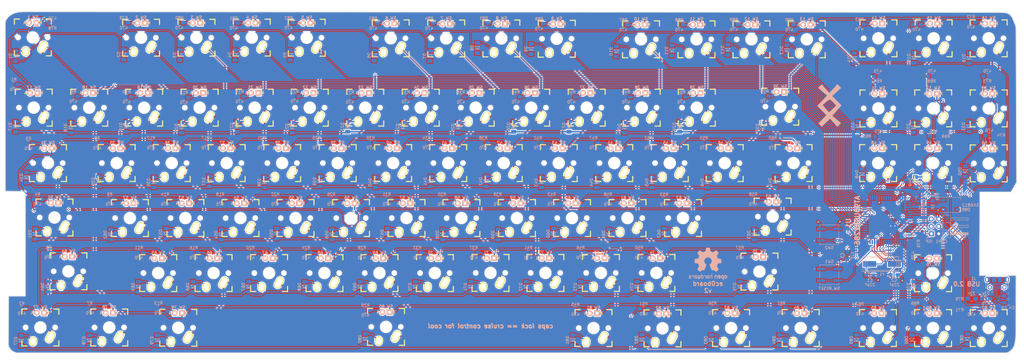
<source format=kicad_pcb>
(kicad_pcb (version 4) (host pcbnew 4.0.7)
  (layers (0 F.Cu power) (31 B.Cu power) (34 B.Paste user) (35 F.Paste user) (36 B.SilkS user) (37 F.SilkS user) (38 B.Mask user) (39 F.Mask user) (44 Edge.Cuts user))
  (net 0 "")
  (net 1 "Net-(D1-Pad2)")
  (net 2 "Net-(D2-Pad2)")
  (net 3 "Net-(D3-Pad2)")
  (net 4 "Net-(D4-Pad2)")
  (net 5 "Net-(D5-Pad2)")
  (net 6 "Net-(D6-Pad2)")
  (net 7 "Net-(D7-Pad2)")
  (net 8 "Net-(D8-Pad2)")
  (net 9 "Net-(D9-Pad2)")
  (net 10 "Net-(D10-Pad2)")
  (net 11 "Net-(D11-Pad2)")
  (net 12 "Net-(D12-Pad2)")
  (net 13 "Net-(D13-Pad2)")
  (net 14 "Net-(D14-Pad2)")
  (net 15 "Net-(D15-Pad2)")
  (net 16 "Net-(D16-Pad2)")
  (net 17 "Net-(D17-Pad2)")
  (net 18 "Net-(D18-Pad2)")
  (net 19 "Net-(D19-Pad2)")
  (net 20 "Net-(D20-Pad2)")
  (net 21 "Net-(D21-Pad2)")
  (net 22 "Net-(D22-Pad2)")
  (net 23 "Net-(D23-Pad2)")
  (net 24 "Net-(D24-Pad2)")
  (net 25 "Net-(D25-Pad2)")
  (net 26 "Net-(D26-Pad2)")
  (net 27 "Net-(D27-Pad2)")
  (net 28 "Net-(D28-Pad2)")
  (net 29 "Net-(D29-Pad2)")
  (net 30 "Net-(D30-Pad2)")
  (net 31 "Net-(D31-Pad2)")
  (net 32 "Net-(D32-Pad2)")
  (net 33 "Net-(D33-Pad2)")
  (net 34 "Net-(D34-Pad2)")
  (net 35 "Net-(D35-Pad2)")
  (net 36 "Net-(D36-Pad2)")
  (net 37 "Net-(D37-Pad2)")
  (net 38 "Net-(D38-Pad2)")
  (net 39 "Net-(D39-Pad2)")
  (net 40 "Net-(D40-Pad2)")
  (net 41 "Net-(D41-Pad2)")
  (net 42 "Net-(D42-Pad2)")
  (net 43 "Net-(D43-Pad2)")
  (net 44 "Net-(D44-Pad2)")
  (net 45 "Net-(D45-Pad2)")
  (net 46 "Net-(D46-Pad2)")
  (net 47 "Net-(D47-Pad2)")
  (net 48 "Net-(D48-Pad2)")
  (net 49 "Net-(D49-Pad2)")
  (net 50 "Net-(D50-Pad2)")
  (net 51 "Net-(D51-Pad2)")
  (net 52 "Net-(D52-Pad2)")
  (net 53 "Net-(D53-Pad2)")
  (net 54 "Net-(D54-Pad2)")
  (net 55 "Net-(D55-Pad2)")
  (net 56 "Net-(D56-Pad2)")
  (net 57 "Net-(D57-Pad2)")
  (net 58 "Net-(D58-Pad2)")
  (net 59 "Net-(D59-Pad2)")
  (net 60 "Net-(D60-Pad2)")
  (net 61 "Net-(D61-Pad2)")
  (net 62 "Net-(D62-Pad2)")
  (net 63 "Net-(D63-Pad2)")
  (net 64 "Net-(D64-Pad2)")
  (net 65 "Net-(D65-Pad2)")
  (net 66 "Net-(D66-Pad2)")
  (net 67 "Net-(D67-Pad2)")
  (net 68 "Net-(D68-Pad2)")
  (net 69 "Net-(D69-Pad2)")
  (net 70 "Net-(D70-Pad2)")
  (net 71 "Net-(D71-Pad2)")
  (net 72 "Net-(D72-Pad2)")
  (net 73 "Net-(D73-Pad2)")
  (net 74 "Net-(D74-Pad2)")
  (net 75 "Net-(D75-Pad2)")
  (net 76 "Net-(D76-Pad2)")
  (net 77 "Net-(D77-Pad2)")
  (net 78 "Net-(D78-Pad2)")
  (net 79 "Net-(D79-Pad2)")
  (net 80 "Net-(D80-Pad2)")
  (net 81 "Net-(D81-Pad2)")
  (net 82 "Net-(D82-Pad2)")
  (net 83 "Net-(D83-Pad2)")
  (net 84 "Net-(D84-Pad2)")
  (net 85 "Net-(D85-Pad2)")
  (net 86 "Net-(D86-Pad2)")
  (net 87 "Net-(D87-Pad2)")
  (net 88 "Net-(R1-Pad1)")
  (net 89 "Net-(R2-Pad1)")
  (net 90 "Net-(R3-Pad1)")
  (net 91 "Net-(R4-Pad1)")
  (net 92 "Net-(R5-Pad1)")
  (net 93 "Net-(R6-Pad1)")
  (net 94 "Net-(R7-Pad1)")
  (net 95 "Net-(R8-Pad1)")
  (net 96 "Net-(R9-Pad1)")
  (net 97 "Net-(R10-Pad1)")
  (net 98 "Net-(R11-Pad1)")
  (net 99 "Net-(R12-Pad1)")
  (net 100 "Net-(R13-Pad1)")
  (net 101 "Net-(R14-Pad1)")
  (net 102 "Net-(R15-Pad1)")
  (net 103 "Net-(R16-Pad1)")
  (net 104 "Net-(R17-Pad1)")
  (net 105 "Net-(R18-Pad1)")
  (net 106 "Net-(R19-Pad1)")
  (net 107 "Net-(R20-Pad1)")
  (net 108 "Net-(R21-Pad1)")
  (net 109 "Net-(R22-Pad1)")
  (net 110 "Net-(R23-Pad1)")
  (net 111 "Net-(R24-Pad1)")
  (net 112 "Net-(R25-Pad1)")
  (net 113 "Net-(R26-Pad1)")
  (net 114 "Net-(R27-Pad1)")
  (net 115 "Net-(R28-Pad1)")
  (net 116 "Net-(R29-Pad1)")
  (net 117 "Net-(R30-Pad1)")
  (net 118 "Net-(R31-Pad1)")
  (net 119 "Net-(R32-Pad1)")
  (net 120 "Net-(R33-Pad1)")
  (net 121 "Net-(R34-Pad1)")
  (net 122 "Net-(R35-Pad1)")
  (net 123 "Net-(R36-Pad1)")
  (net 124 "Net-(R37-Pad1)")
  (net 125 "Net-(R38-Pad1)")
  (net 126 "Net-(R39-Pad1)")
  (net 127 "Net-(R40-Pad1)")
  (net 128 "Net-(R41-Pad1)")
  (net 129 "Net-(R42-Pad1)")
  (net 130 "Net-(R43-Pad1)")
  (net 131 "Net-(R44-Pad1)")
  (net 132 "Net-(R45-Pad1)")
  (net 133 "Net-(R46-Pad1)")
  (net 134 "Net-(R47-Pad1)")
  (net 135 "Net-(R48-Pad1)")
  (net 136 "Net-(R49-Pad1)")
  (net 137 "Net-(R50-Pad1)")
  (net 138 "Net-(R51-Pad1)")
  (net 139 "Net-(R52-Pad1)")
  (net 140 "Net-(R53-Pad1)")
  (net 141 "Net-(R54-Pad1)")
  (net 142 "Net-(R55-Pad1)")
  (net 143 "Net-(R56-Pad1)")
  (net 144 "Net-(R57-Pad1)")
  (net 145 "Net-(R58-Pad1)")
  (net 146 "Net-(R59-Pad1)")
  (net 147 "Net-(R60-Pad1)")
  (net 148 "Net-(R61-Pad1)")
  (net 149 "Net-(R62-Pad1)")
  (net 150 "Net-(R63-Pad1)")
  (net 151 "Net-(R64-Pad1)")
  (net 152 "Net-(R65-Pad1)")
  (net 153 "Net-(R66-Pad1)")
  (net 154 "Net-(R67-Pad1)")
  (net 155 "Net-(R68-Pad1)")
  (net 156 "Net-(R69-Pad1)")
  (net 157 "Net-(R70-Pad1)")
  (net 158 "Net-(R71-Pad1)")
  (net 159 "Net-(R72-Pad1)")
  (net 160 "Net-(R73-Pad1)")
  (net 161 "Net-(R74-Pad1)")
  (net 162 VCC)
  (net 163 GND)
  (net 164 BL)
  (net 165 CapsBL)
  (net 166 FnBL)
  (net 167 ScrollBL)
  (net 168 "Net-(U1-Pad1)")
  (net 169 "Net-(U1-Pad2)")
  (net 170 "Net-(U1-Pad9)")
  (net 171 "Net-(U1-Pad10)")
  (net 172 "Net-(U1-Pad18)")
  (net 173 "Net-(U1-Pad19)")
  (net 174 "Net-(U1-Pad58)")
  (net 175 "Net-(U1-Pad59)")
  (net 176 "Net-(U1-Pad60)")
  (net 177 "Net-(U1-Pad62)")
  (net 178 Row1)
  (net 179 Row2)
  (net 180 Row3)
  (net 181 Row4)
  (net 182 Row5)
  (net 183 Row6)
  (net 184 Col1)
  (net 185 Col3)
  (net 186 Col4)
  (net 187 Col5)
  (net 188 Col6)
  (net 189 Col8)
  (net 190 Col9)
  (net 191 Col10)
  (net 192 Col11)
  (net 193 Col12)
  (net 194 Col13)
  (net 195 Col14)
  (net 196 Col15)
  (net 197 Col16)
  (net 198 Col17)
  (net 199 Col18)
  (net 200 Col2)
  (net 201 Col7)
  (net 202 "Net-(R78-Pad1)")
  (net 203 "Net-(R79-Pad1)")
  (net 204 "Net-(R80-Pad1)")
  (net 205 "Net-(R81-Pad1)")
  (net 206 "Net-(R82-Pad1)")
  (net 207 "Net-(R83-Pad1)")
  (net 208 "Net-(R84-Pad1)")
  (net 209 "Net-(R85-Pad1)")
  (net 210 "Net-(R86-Pad1)")
  (net 211 "Net-(R87-Pad1)")
  (net 212 "Net-(R88-Pad1)")
  (net 213 "Net-(R89-Pad1)")
  (net 214 "Net-(R90-Pad1)")
  (net 215 "Net-(Q1-Pad1)")
  (net 216 BLGND)
  (net 217 RESET)
  (net 218 /controller/MISO)
  (net 219 /controller/SCK)
  (net 220 /controller/MOSI)
  (net 221 "Net-(U1-Pad31)")
  (net 222 "Net-(U1-Pad32)")
  (net 223 /controller/XTAL1)
  (net 224 /controller/XTAL2)
  (net 225 /controller/UCAP)
  (net 226 /controller/USB+)
  (net 227 /controller/USB-)
  (net 228 /controller/CUSB+)
  (net 229 /controller/CUSB-)
  (net 230 "Net-(J1-Pad4)")
  (net 231 /controller/HWB)
  (net 232 /controller/TCK)
  (net 233 /controller/TMS)
  (net 234 /controller/TDO)
  (net 235 /controller/TDI)
  (net 236 "Net-(D88-Pad4)")
  (net 237 /controller/RGB)
  (module LOGO (layer B.Cu) (at 312.45 57.08)
    (fp_text reference G*** hide)
    (fp_text value LOGO hide)
  )
  (module Crystals:Crystal_SMD_HC49-SD (layer B.Cu) (at 330.64 111.57)
    (fp_text reference Y1 (at 0 3.55) (layer B.SilkS) (effects (justify mirror)))
    (fp_text value 16Mhz (at 0 -3.55) (layer B.SilkS) (effects (justify mirror)))
    (pad 1 smd rect (at -4.25 0) (size 4.5 2) (layers B.Cu B.Paste B.Mask) (net 223 /controller/XTAL1))
    (pad 2 smd rect (at 4.25 0) (size 4.5 2) (layers B.Cu B.Paste B.Mask) (net 224 /controller/XTAL2))
  )
  (module Connectors_USB:USB_Micro-B_Molex-105017-0001 (layer B.Cu) (at 370.25 117.3)
    (fp_text reference J1 (at -8.1 -0.7) (layer B.SilkS) (effects (justify mirror)))
    (fp_text value USB_B hide)
    (pad 6 smd rect (at 1 -0.35) (size 1.5 1.9) (layers B.Cu B.Paste B.Mask))
    (pad 6 thru_hole circle (at -2.5 2.35) (size 1.45 1.45) (drill 0.85) (layers *.Cu *.Mask))
    (pad 2 smd rect (at -0.65 2.35) (size 0.4 1.35) (layers B.Cu B.Paste B.Mask) (net 227 /controller/USB-))
    (pad 1 smd rect (at -1.3 2.35) (size 0.4 1.35) (layers B.Cu B.Paste B.Mask) (net 162 VCC))
    (pad 5 smd rect (at 1.3 2.35) (size 0.4 1.35) (layers B.Cu B.Paste B.Mask) (net 163 GND))
    (pad 4 smd rect (at 0.65 2.35) (size 0.4 1.35) (layers B.Cu B.Paste B.Mask) (net 230 "Net-(J1-Pad4)"))
    (pad 3 smd rect (at 0 2.35) (size 0.4 1.35) (layers B.Cu B.Paste B.Mask) (net 226 /controller/USB+))
    (pad 6 thru_hole circle (at 2.5 2.35) (size 1.45 1.45) (drill 0.85) (layers *.Cu *.Mask))
    (pad 6 smd rect (at -1 -0.35) (size 1.5 1.9) (layers B.Cu B.Paste B.Mask))
    (pad 6 thru_hole oval (at -3.5 -0.35 180) (size 1.2 1.9) (drill oval 0.6 1.3) (layers *.Cu *.Mask))
    (pad 6 thru_hole oval (at 3.5 -0.35) (size 1.2 1.9) (drill oval 0.6 1.3) (layers *.Cu *.Mask))
    (pad 6 smd rect (at 2.9 -0.35) (size 1.2 1.9) (layers B.Cu B.Mask))
    (pad 6 smd rect (at -2.9 -0.35) (size 1.2 1.9) (layers B.Cu B.Mask))
  )
  (module AT90USB1286-AU:QFP80P1600X1600X120-64N (layer B.Cu) (at 332.5 96.4 180)
    (fp_text reference U1 (at 13.4 -1.1 270) (layer B.SilkS) (effects (font (size 1.64272 1.64272) (thickness 0.41068)) (justify mirror)))
    (fp_text value AT90USB1286 (at 10.35 -0.15 270) (layer B.SilkS) (effects (font (size 1.64311 1.64311) (thickness 0.410778)) (justify mirror)))
    (pad 1 smd rect (at -7.62 5.9944 270) (size 0.508 1.4732) (layers B.Cu B.Paste B.Mask) (net 168 "Net-(U1-Pad1)"))
    (pad 2 smd rect (at -7.62 5.207 270) (size 0.508 1.4732) (layers B.Cu B.Paste B.Mask) (net 169 "Net-(U1-Pad2)"))
    (pad 3 smd rect (at -7.62 4.3942 270) (size 0.508 1.4732) (layers B.Cu B.Paste B.Mask) (net 162 VCC))
    (pad 4 smd rect (at -7.62 3.6068 270) (size 0.508 1.4732) (layers B.Cu B.Paste B.Mask) (net 229 /controller/CUSB-))
    (pad 5 smd rect (at -7.62 2.794 270) (size 0.508 1.4732) (layers B.Cu B.Paste B.Mask) (net 228 /controller/CUSB+))
    (pad 6 smd rect (at -7.62 2.0066 270) (size 0.508 1.4732) (layers B.Cu B.Paste B.Mask) (net 163 GND))
    (pad 7 smd rect (at -7.62 1.1938 270) (size 0.508 1.4732) (layers B.Cu B.Paste B.Mask) (net 225 /controller/UCAP))
    (pad 8 smd rect (at -7.62 0.4064 270) (size 0.508 1.4732) (layers B.Cu B.Paste B.Mask) (net 162 VCC))
    (pad 9 smd rect (at -7.62 -0.4064 270) (size 0.508 1.4732) (layers B.Cu B.Paste B.Mask) (net 170 "Net-(U1-Pad9)"))
    (pad 10 smd rect (at -7.62 -1.1938 270) (size 0.508 1.4732) (layers B.Cu B.Paste B.Mask) (net 171 "Net-(U1-Pad10)"))
    (pad 11 smd rect (at -7.62 -2.0066 270) (size 0.508 1.4732) (layers B.Cu B.Paste B.Mask) (net 219 /controller/SCK))
    (pad 12 smd rect (at -7.62 -2.794 270) (size 0.508 1.4732) (layers B.Cu B.Paste B.Mask) (net 220 /controller/MOSI))
    (pad 13 smd rect (at -7.62 -3.6068 270) (size 0.508 1.4732) (layers B.Cu B.Paste B.Mask) (net 218 /controller/MISO))
    (pad 14 smd rect (at -7.62 -4.3942 270) (size 0.508 1.4732) (layers B.Cu B.Paste B.Mask) (net 165 CapsBL))
    (pad 15 smd rect (at -7.62 -5.207 270) (size 0.508 1.4732) (layers B.Cu B.Paste B.Mask) (net 164 BL))
    (pad 16 smd rect (at -7.62 -5.9944 270) (size 0.508 1.4732) (layers B.Cu B.Paste B.Mask) (net 167 ScrollBL))
    (pad 17 smd rect (at -5.9944 -7.62) (size 0.508 1.4732) (layers B.Cu B.Paste B.Mask) (net 166 FnBL))
    (pad 18 smd rect (at -5.207 -7.62) (size 0.508 1.4732) (layers B.Cu B.Paste B.Mask) (net 172 "Net-(U1-Pad18)"))
    (pad 19 smd rect (at -4.3942 -7.62) (size 0.508 1.4732) (layers B.Cu B.Paste B.Mask) (net 173 "Net-(U1-Pad19)"))
    (pad 20 smd rect (at -3.6068 -7.62) (size 0.508 1.4732) (layers B.Cu B.Paste B.Mask) (net 217 RESET))
    (pad 21 smd rect (at -2.794 -7.62) (size 0.508 1.4732) (layers B.Cu B.Paste B.Mask) (net 162 VCC))
    (pad 22 smd rect (at -2.0066 -7.62) (size 0.508 1.4732) (layers B.Cu B.Paste B.Mask) (net 163 GND))
    (pad 23 smd rect (at -1.1938 -7.62) (size 0.508 1.4732) (layers B.Cu B.Paste B.Mask) (net 224 /controller/XTAL2))
    (pad 24 smd rect (at -0.4064 -7.62) (size 0.508 1.4732) (layers B.Cu B.Paste B.Mask) (net 223 /controller/XTAL1))
    (pad 25 smd rect (at 0.4064 -7.62) (size 0.508 1.4732) (layers B.Cu B.Paste B.Mask) (net 180 Row3))
    (pad 26 smd rect (at 1.1938 -7.62) (size 0.508 1.4732) (layers B.Cu B.Paste B.Mask) (net 179 Row2))
    (pad 27 smd rect (at 2.0066 -7.62) (size 0.508 1.4732) (layers B.Cu B.Paste B.Mask) (net 178 Row1))
    (pad 28 smd rect (at 2.794 -7.62) (size 0.508 1.4732) (layers B.Cu B.Paste B.Mask) (net 181 Row4))
    (pad 29 smd rect (at 3.6068 -7.62) (size 0.508 1.4732) (layers B.Cu B.Paste B.Mask) (net 182 Row5))
    (pad 30 smd rect (at 4.3942 -7.62) (size 0.508 1.4732) (layers B.Cu B.Paste B.Mask) (net 183 Row6))
    (pad 31 smd rect (at 5.207 -7.62) (size 0.508 1.4732) (layers B.Cu B.Paste B.Mask) (net 221 "Net-(U1-Pad31)"))
    (pad 32 smd rect (at 5.9944 -7.62) (size 0.508 1.4732) (layers B.Cu B.Paste B.Mask) (net 222 "Net-(U1-Pad32)"))
    (pad 33 smd rect (at 7.62 -5.9944 270) (size 0.508 1.4732) (layers B.Cu B.Paste B.Mask) (net 184 Col1))
    (pad 34 smd rect (at 7.62 -5.207 270) (size 0.508 1.4732) (layers B.Cu B.Paste B.Mask) (net 200 Col2))
    (pad 35 smd rect (at 7.62 -4.3942 270) (size 0.508 1.4732) (layers B.Cu B.Paste B.Mask) (net 185 Col3))
    (pad 36 smd rect (at 7.62 -3.6068 270) (size 0.508 1.4732) (layers B.Cu B.Paste B.Mask) (net 186 Col4))
    (pad 37 smd rect (at 7.62 -2.794 270) (size 0.508 1.4732) (layers B.Cu B.Paste B.Mask) (net 187 Col5))
    (pad 38 smd rect (at 7.62 -2.0066 270) (size 0.508 1.4732) (layers B.Cu B.Paste B.Mask) (net 188 Col6))
    (pad 39 smd rect (at 7.62 -1.1938 270) (size 0.508 1.4732) (layers B.Cu B.Paste B.Mask) (net 201 Col7))
    (pad 40 smd rect (at 7.62 -0.4064 270) (size 0.508 1.4732) (layers B.Cu B.Paste B.Mask) (net 189 Col8))
    (pad 41 smd rect (at 7.62 0.4064 270) (size 0.508 1.4732) (layers B.Cu B.Paste B.Mask) (net 190 Col9))
    (pad 42 smd rect (at 7.62 1.1938 270) (size 0.508 1.4732) (layers B.Cu B.Paste B.Mask) (net 191 Col10))
    (pad 43 smd rect (at 7.62 2.0066 270) (size 0.508 1.4732) (layers B.Cu B.Paste B.Mask) (net 231 /controller/HWB))
    (pad 44 smd rect (at 7.62 2.794 270) (size 0.508 1.4732) (layers B.Cu B.Paste B.Mask) (net 192 Col11))
    (pad 45 smd rect (at 7.62 3.6068 270) (size 0.508 1.4732) (layers B.Cu B.Paste B.Mask) (net 193 Col12))
    (pad 46 smd rect (at 7.62 4.3942 270) (size 0.508 1.4732) (layers B.Cu B.Paste B.Mask) (net 194 Col13))
    (pad 47 smd rect (at 7.62 5.207 270) (size 0.508 1.4732) (layers B.Cu B.Paste B.Mask) (net 195 Col14))
    (pad 48 smd rect (at 7.62 5.9944 270) (size 0.508 1.4732) (layers B.Cu B.Paste B.Mask) (net 196 Col15))
    (pad 49 smd rect (at 5.9944 7.62) (size 0.508 1.4732) (layers B.Cu B.Paste B.Mask) (net 197 Col16))
    (pad 50 smd rect (at 5.207 7.62) (size 0.508 1.4732) (layers B.Cu B.Paste B.Mask) (net 198 Col17))
    (pad 51 smd rect (at 4.3942 7.62) (size 0.508 1.4732) (layers B.Cu B.Paste B.Mask) (net 199 Col18))
    (pad 52 smd rect (at 3.6068 7.62) (size 0.508 1.4732) (layers B.Cu B.Paste B.Mask) (net 162 VCC))
    (pad 53 smd rect (at 2.794 7.62) (size 0.508 1.4732) (layers B.Cu B.Paste B.Mask) (net 163 GND))
    (pad 54 smd rect (at 2.0066 7.62) (size 0.508 1.4732) (layers B.Cu B.Paste B.Mask) (net 235 /controller/TDI))
    (pad 55 smd rect (at 1.1938 7.62) (size 0.508 1.4732) (layers B.Cu B.Paste B.Mask) (net 234 /controller/TDO))
    (pad 56 smd rect (at 0.4064 7.62) (size 0.508 1.4732) (layers B.Cu B.Paste B.Mask) (net 233 /controller/TMS))
    (pad 57 smd rect (at -0.4064 7.62) (size 0.508 1.4732) (layers B.Cu B.Paste B.Mask) (net 232 /controller/TCK))
    (pad 58 smd rect (at -1.1938 7.62) (size 0.508 1.4732) (layers B.Cu B.Paste B.Mask) (net 174 "Net-(U1-Pad58)"))
    (pad 59 smd rect (at -2.0066 7.62) (size 0.508 1.4732) (layers B.Cu B.Paste B.Mask) (net 175 "Net-(U1-Pad59)"))
    (pad 60 smd rect (at -2.794 7.62) (size 0.508 1.4732) (layers B.Cu B.Paste B.Mask) (net 176 "Net-(U1-Pad60)"))
    (pad 61 smd rect (at -3.6068 7.62) (size 0.508 1.4732) (layers B.Cu B.Paste B.Mask) (net 237 /controller/RGB))
    (pad 62 smd rect (at -4.3942 7.62) (size 0.508 1.4732) (layers B.Cu B.Paste B.Mask) (net 177 "Net-(U1-Pad62)"))
    (pad 63 smd rect (at -5.207 7.62) (size 0.508 1.4732) (layers B.Cu B.Paste B.Mask) (net 163 GND))
    (pad 64 smd rect (at -5.9944 7.62) (size 0.508 1.4732) (layers B.Cu B.Paste B.Mask) (net 162 VCC))
  )
  (module Capacitors_SMD:C_0805_HandSoldering (layer B.Cu) (at 326.45 115.45)
    (fp_text reference C1 (at 0 1.75) (layer B.SilkS) (effects (justify mirror)))
    (fp_text value 22pF (at 0 3.25) (layer B.SilkS) (effects (justify mirror)))
    (pad 1 smd rect (at -1.25 0) (size 1.5 1.25) (layers B.Cu B.Paste B.Mask) (net 223 /controller/XTAL1))
    (pad 2 smd rect (at 1.25 0) (size 1.5 1.25) (layers B.Cu B.Paste B.Mask) (net 163 GND))
  )
  (module Capacitors_SMD:C_0805_HandSoldering (layer B.Cu) (at 334.8 115.35)
    (fp_text reference C2 (at 0 1.75) (layer B.SilkS) (effects (justify mirror)))
    (fp_text value 22pF (at 0.05 3.35) (layer B.SilkS) (effects (justify mirror)))
    (pad 1 smd rect (at -1.25 0) (size 1.5 1.25) (layers B.Cu B.Paste B.Mask) (net 224 /controller/XTAL2))
    (pad 2 smd rect (at 1.25 0) (size 1.5 1.25) (layers B.Cu B.Paste B.Mask) (net 163 GND))
  )
  (module Capacitors_SMD:C_0805_HandSoldering (layer B.Cu) (at 318.75 108.64 270)
    (fp_text reference C3 (at 0 1.75 270) (layer B.SilkS) (effects (justify mirror)))
    (fp_text value 1uF (at 0 -1.75 270) (layer B.SilkS) (effects (justify mirror)))
    (pad 1 smd rect (at -1.25 0 270) (size 1.5 1.25) (layers B.Cu B.Paste B.Mask) (net 225 /controller/UCAP))
    (pad 2 smd rect (at 1.25 0 270) (size 1.5 1.25) (layers B.Cu B.Paste B.Mask) (net 163 GND))
  )
  (module Buttons_Switches_SMD:SW_SPST_B3SL-1022P (layer B.Cu) (at 312.485 115.27 180)
    (fp_text reference SW1 (at 0 4.5 180) (layer B.SilkS) (effects (justify mirror)))
    (fp_text value SW_RESET (at 0 -4.75 180) (layer B.SilkS) (effects (justify mirror)))
    (pad 1 smd rect (at -2.88 2 180) (size 2.75 1) (layers B.Cu B.Paste B.Mask) (net 163 GND))
    (pad 1 smd rect (at 2.88 2 180) (size 2.75 1) (layers B.Cu B.Paste B.Mask) (net 163 GND))
    (pad 2 smd rect (at 2.88 -2 180) (size 2.75 1) (layers B.Cu B.Paste B.Mask) (net 217 RESET))
    (pad 2 smd rect (at -2.88 -2 180) (size 2.75 1) (layers B.Cu B.Paste B.Mask) (net 217 RESET))
  )
  (module TO_SOT_Packages_SMD:SOT-23 (layer B.Cu) (at 343.94 89.02 90)
    (fp_text reference Q1 (at -2.98 0.01 180) (layer B.SilkS) (effects (justify mirror)))
    (fp_text value Q_NPN_BEC hide)
    (pad 1 smd rect (at -1 0.95 90) (size 0.9 0.8) (layers B.Cu B.Paste B.Mask) (net 215 "Net-(Q1-Pad1)"))
    (pad 2 smd rect (at -1 -0.95 90) (size 0.9 0.8) (layers B.Cu B.Paste B.Mask) (net 163 GND))
    (pad 3 smd rect (at 1 0 90) (size 0.9 0.8) (layers B.Cu B.Paste B.Mask) (net 216 BLGND))
  )
  (module Pin_Headers:Pin_Header_Angled_2x03_Pitch2.54mm (layer B.Cu) (at 347.61 101.15)
    (fp_text reference CON1 (at 3.49 2.6) (layer B.SilkS) (effects (justify mirror)))
    (fp_text value ISP (at -0.76 2.65) (layer B.SilkS) (effects (justify mirror)))
    (pad 1 thru_hole rect (at 0 0) (size 1.7 1.7) (drill 1) (layers *.Cu *.Mask) (net 218 /controller/MISO))
    (pad 2 thru_hole oval (at 2.54 0) (size 1.7 1.7) (drill 1) (layers *.Cu *.Mask) (net 162 VCC))
    (pad 3 thru_hole oval (at 0 -2.54) (size 1.7 1.7) (drill 1) (layers *.Cu *.Mask) (net 219 /controller/SCK))
    (pad 4 thru_hole oval (at 2.54 -2.54) (size 1.7 1.7) (drill 1) (layers *.Cu *.Mask) (net 220 /controller/MOSI))
    (pad 5 thru_hole oval (at 0 -5.08) (size 1.7 1.7) (drill 1) (layers *.Cu *.Mask) (net 217 RESET))
    (pad 6 thru_hole oval (at 2.54 -5.08) (size 1.7 1.7) (drill 1) (layers *.Cu *.Mask) (net 163 GND))
  )
  (module Symbols:OSHW-Logo2_14.6x12mm_SilkScreen (layer B.Cu) (at 270.75 111.5 180)
    (fp_text reference REF*** hide)
    (fp_text value OSHW-Logo2_14.6x12mm_SilkScreen hide)
  )
  (module MXBrown:MXALPS_3D (layer F.Cu) (at 94.7 33.6 180)
    (fp_text reference SW_3 (at 0 7 360) (layer B.SilkS) (effects (font (thickness 0.2)) (justify mirror)))
    (fp_text value MX_LED hide)
    (fp_text user A (at 2.794 5.08 360) (layer B.SilkS) (effects (justify mirror)))
    (fp_text user K (at -2.794 5.08 360) (layer B.SilkS) (effects (justify mirror)))
    (fp_text user A (at 2.794 5.08 360) (layer F.SilkS))
    (fp_text user K (at -2.794 5.08 360) (layer F.SilkS))
    (pad "" np_thru_hole circle (at 0 0) (size 3.98781 3.98781) (drill 3.9878) (layers *.Cu *.Mask F.SilkS) (clearance 0.1524))
    (pad "" np_thru_hole circle (at -5.08 0) (size 1.70181 1.70181) (drill 1.7018) (layers *.Cu *.Mask F.SilkS) (clearance 0.1524))
    (pad "" np_thru_hole circle (at 5.08 0) (size 1.70181 1.70181) (drill 1.7018) (layers *.Cu *.Mask F.SilkS) (clearance 0.1524))
    (pad SW1 thru_hole oval (at -3.405 -3.27 330.95) (size 2.5 4.17) (drill oval 1.5 3.17) (layers *.Cu *.Mask F.SilkS) (net 186 Col4))
    (pad SW2 thru_hole oval (at 2.52 -4.79 356.1) (size 2.5 3.08) (drill oval 1.5 2.08) (layers *.Cu *.Mask F.SilkS) (net 3 "Net-(D3-Pad2)"))
    (pad K thru_hole rect (at -1.27 5.08) (size 2 2) (drill 1) (layers *.Cu *.SilkS *.Mask) (net 216 BLGND))
    (pad A thru_hole circle (at 1.27 5.08) (size 2 2) (drill 1) (layers *.Cu *.SilkS *.Mask) (net 204 "Net-(R80-Pad1)"))
  )
  (module MXBrown:MXALPS_3D (layer F.Cu) (at 113.75 33.55 180)
    (fp_text reference SW_4 (at 0 7 360) (layer B.SilkS) (effects (font (thickness 0.2)) (justify mirror)))
    (fp_text value MX_LED hide)
    (fp_text user A (at 2.794 5.08 360) (layer B.SilkS) (effects (justify mirror)))
    (fp_text user K (at -2.794 5.08 360) (layer B.SilkS) (effects (justify mirror)))
    (fp_text user A (at 2.794 5.08 360) (layer F.SilkS))
    (fp_text user K (at -2.794 5.08 360) (layer F.SilkS))
    (pad "" np_thru_hole circle (at 0 0) (size 3.98781 3.98781) (drill 3.9878) (layers *.Cu *.Mask F.SilkS) (clearance 0.1524))
    (pad "" np_thru_hole circle (at -5.08 0) (size 1.70181 1.70181) (drill 1.7018) (layers *.Cu *.Mask F.SilkS) (clearance 0.1524))
    (pad "" np_thru_hole circle (at 5.08 0) (size 1.70181 1.70181) (drill 1.7018) (layers *.Cu *.Mask F.SilkS) (clearance 0.1524))
    (pad SW1 thru_hole oval (at -3.405 -3.27 330.95) (size 2.5 4.17) (drill oval 1.5 3.17) (layers *.Cu *.Mask F.SilkS) (net 187 Col5))
    (pad SW2 thru_hole oval (at 2.52 -4.79 356.1) (size 2.5 3.08) (drill oval 1.5 2.08) (layers *.Cu *.Mask F.SilkS) (net 4 "Net-(D4-Pad2)"))
    (pad K thru_hole rect (at -1.27 5.08) (size 2 2) (drill 1) (layers *.Cu *.SilkS *.Mask) (net 216 BLGND))
    (pad A thru_hole circle (at 1.27 5.08) (size 2 2) (drill 1) (layers *.Cu *.SilkS *.Mask) (net 205 "Net-(R81-Pad1)"))
  )
  (module MXBrown:MXALPS_3D (layer F.Cu) (at 132.65 33.6 180)
    (fp_text reference SW_5 (at 0 7 360) (layer B.SilkS) (effects (font (thickness 0.2)) (justify mirror)))
    (fp_text value MX_LED hide)
    (fp_text user A (at 2.794 5.08 360) (layer B.SilkS) (effects (justify mirror)))
    (fp_text user K (at -2.794 5.08 360) (layer B.SilkS) (effects (justify mirror)))
    (fp_text user A (at 2.794 5.08 360) (layer F.SilkS))
    (fp_text user K (at -2.794 5.08 360) (layer F.SilkS))
    (pad "" np_thru_hole circle (at 0 0) (size 3.98781 3.98781) (drill 3.9878) (layers *.Cu *.Mask F.SilkS) (clearance 0.1524))
    (pad "" np_thru_hole circle (at -5.08 0) (size 1.70181 1.70181) (drill 1.7018) (layers *.Cu *.Mask F.SilkS) (clearance 0.1524))
    (pad "" np_thru_hole circle (at 5.08 0) (size 1.70181 1.70181) (drill 1.7018) (layers *.Cu *.Mask F.SilkS) (clearance 0.1524))
    (pad SW1 thru_hole oval (at -3.405 -3.27 330.95) (size 2.5 4.17) (drill oval 1.5 3.17) (layers *.Cu *.Mask F.SilkS) (net 188 Col6))
    (pad SW2 thru_hole oval (at 2.52 -4.79 356.1) (size 2.5 3.08) (drill oval 1.5 2.08) (layers *.Cu *.Mask F.SilkS) (net 5 "Net-(D5-Pad2)"))
    (pad K thru_hole rect (at -1.27 5.08) (size 2 2) (drill 1) (layers *.Cu *.SilkS *.Mask) (net 216 BLGND))
    (pad A thru_hole circle (at 1.27 5.08) (size 2 2) (drill 1) (layers *.Cu *.SilkS *.Mask) (net 206 "Net-(R82-Pad1)"))
  )
  (module MXBrown:MXALPS_3D (layer F.Cu) (at 161.55 33.8 180)
    (fp_text reference SW_6 (at 0 7 360) (layer B.SilkS) (effects (font (thickness 0.2)) (justify mirror)))
    (fp_text value MX_LED hide)
    (fp_text user A (at 2.794 5.08 360) (layer B.SilkS) (effects (justify mirror)))
    (fp_text user K (at -2.794 5.08 360) (layer B.SilkS) (effects (justify mirror)))
    (fp_text user A (at 2.794 5.08 360) (layer F.SilkS))
    (fp_text user K (at -2.794 5.08 360) (layer F.SilkS))
    (pad "" np_thru_hole circle (at 0 0) (size 3.98781 3.98781) (drill 3.9878) (layers *.Cu *.Mask F.SilkS) (clearance 0.1524))
    (pad "" np_thru_hole circle (at -5.08 0) (size 1.70181 1.70181) (drill 1.7018) (layers *.Cu *.Mask F.SilkS) (clearance 0.1524))
    (pad "" np_thru_hole circle (at 5.08 0) (size 1.70181 1.70181) (drill 1.7018) (layers *.Cu *.Mask F.SilkS) (clearance 0.1524))
    (pad SW1 thru_hole oval (at -3.405 -3.27 330.95) (size 2.5 4.17) (drill oval 1.5 3.17) (layers *.Cu *.Mask F.SilkS) (net 189 Col8))
    (pad SW2 thru_hole oval (at 2.52 -4.79 356.1) (size 2.5 3.08) (drill oval 1.5 2.08) (layers *.Cu *.Mask F.SilkS) (net 6 "Net-(D6-Pad2)"))
    (pad K thru_hole rect (at -1.27 5.08) (size 2 2) (drill 1) (layers *.Cu *.SilkS *.Mask) (net 216 BLGND))
    (pad A thru_hole circle (at 1.27 5.08) (size 2 2) (drill 1) (layers *.Cu *.SilkS *.Mask) (net 207 "Net-(R83-Pad1)"))
  )
  (module MXBrown:MXALPS_3D (layer F.Cu) (at 180.65 33.85 180)
    (fp_text reference SW_7 (at 0 7 360) (layer B.SilkS) (effects (font (thickness 0.2)) (justify mirror)))
    (fp_text value MX_LED hide)
    (fp_text user A (at 2.794 5.08 360) (layer B.SilkS) (effects (justify mirror)))
    (fp_text user K (at -2.794 5.08 360) (layer B.SilkS) (effects (justify mirror)))
    (fp_text user A (at 2.794 5.08 360) (layer F.SilkS))
    (fp_text user K (at -2.794 5.08 360) (layer F.SilkS))
    (pad "" np_thru_hole circle (at 0 0) (size 3.98781 3.98781) (drill 3.9878) (layers *.Cu *.Mask F.SilkS) (clearance 0.1524))
    (pad "" np_thru_hole circle (at -5.08 0) (size 1.70181 1.70181) (drill 1.7018) (layers *.Cu *.Mask F.SilkS) (clearance 0.1524))
    (pad "" np_thru_hole circle (at 5.08 0) (size 1.70181 1.70181) (drill 1.7018) (layers *.Cu *.Mask F.SilkS) (clearance 0.1524))
    (pad SW1 thru_hole oval (at -3.405 -3.27 330.95) (size 2.5 4.17) (drill oval 1.5 3.17) (layers *.Cu *.Mask F.SilkS) (net 190 Col9))
    (pad SW2 thru_hole oval (at 2.52 -4.79 356.1) (size 2.5 3.08) (drill oval 1.5 2.08) (layers *.Cu *.Mask F.SilkS) (net 7 "Net-(D7-Pad2)"))
    (pad K thru_hole rect (at -1.27 5.08) (size 2 2) (drill 1) (layers *.Cu *.SilkS *.Mask) (net 216 BLGND))
    (pad A thru_hole circle (at 1.27 5.08) (size 2 2) (drill 1) (layers *.Cu *.SilkS *.Mask) (net 208 "Net-(R84-Pad1)"))
  )
  (module MXBrown:MXALPS_3D (layer F.Cu) (at 199.65 33.85 180)
    (fp_text reference SW_8 (at 0 7 360) (layer B.SilkS) (effects (font (thickness 0.2)) (justify mirror)))
    (fp_text value MX_LED hide)
    (fp_text user A (at 2.794 5.08 360) (layer B.SilkS) (effects (justify mirror)))
    (fp_text user K (at -2.794 5.08 360) (layer B.SilkS) (effects (justify mirror)))
    (fp_text user A (at 2.794 5.08 360) (layer F.SilkS))
    (fp_text user K (at -2.794 5.08 360) (layer F.SilkS))
    (pad "" np_thru_hole circle (at 0 0) (size 3.98781 3.98781) (drill 3.9878) (layers *.Cu *.Mask F.SilkS) (clearance 0.1524))
    (pad "" np_thru_hole circle (at -5.08 0) (size 1.70181 1.70181) (drill 1.7018) (layers *.Cu *.Mask F.SilkS) (clearance 0.1524))
    (pad "" np_thru_hole circle (at 5.08 0) (size 1.70181 1.70181) (drill 1.7018) (layers *.Cu *.Mask F.SilkS) (clearance 0.1524))
    (pad SW1 thru_hole oval (at -3.405 -3.27 330.95) (size 2.5 4.17) (drill oval 1.5 3.17) (layers *.Cu *.Mask F.SilkS) (net 191 Col10))
    (pad SW2 thru_hole oval (at 2.52 -4.79 356.1) (size 2.5 3.08) (drill oval 1.5 2.08) (layers *.Cu *.Mask F.SilkS) (net 8 "Net-(D8-Pad2)"))
    (pad K thru_hole rect (at -1.27 5.08) (size 2 2) (drill 1) (layers *.Cu *.SilkS *.Mask) (net 216 BLGND))
    (pad A thru_hole circle (at 1.27 5.08) (size 2 2) (drill 1) (layers *.Cu *.SilkS *.Mask) (net 209 "Net-(R85-Pad1)"))
  )
  (module MXBrown:MXALPS_3D (layer F.Cu) (at 218.7 33.95 180)
    (fp_text reference SW_9 (at 0 7 360) (layer B.SilkS) (effects (font (thickness 0.2)) (justify mirror)))
    (fp_text value MX_LED hide)
    (fp_text user A (at 2.794 5.08 360) (layer B.SilkS) (effects (justify mirror)))
    (fp_text user K (at -2.794 5.08 360) (layer B.SilkS) (effects (justify mirror)))
    (fp_text user A (at 2.794 5.08 360) (layer F.SilkS))
    (fp_text user K (at -2.794 5.08 360) (layer F.SilkS))
    (pad "" np_thru_hole circle (at 0 0) (size 3.98781 3.98781) (drill 3.9878) (layers *.Cu *.Mask F.SilkS) (clearance 0.1524))
    (pad "" np_thru_hole circle (at -5.08 0) (size 1.70181 1.70181) (drill 1.7018) (layers *.Cu *.Mask F.SilkS) (clearance 0.1524))
    (pad "" np_thru_hole circle (at 5.08 0) (size 1.70181 1.70181) (drill 1.7018) (layers *.Cu *.Mask F.SilkS) (clearance 0.1524))
    (pad SW1 thru_hole oval (at -3.405 -3.27 330.95) (size 2.5 4.17) (drill oval 1.5 3.17) (layers *.Cu *.Mask F.SilkS) (net 192 Col11))
    (pad SW2 thru_hole oval (at 2.52 -4.79 356.1) (size 2.5 3.08) (drill oval 1.5 2.08) (layers *.Cu *.Mask F.SilkS) (net 9 "Net-(D9-Pad2)"))
    (pad K thru_hole rect (at -1.27 5.08) (size 2 2) (drill 1) (layers *.Cu *.SilkS *.Mask) (net 216 BLGND))
    (pad A thru_hole circle (at 1.27 5.08) (size 2 2) (drill 1) (layers *.Cu *.SilkS *.Mask) (net 210 "Net-(R86-Pad1)"))
  )
  (module MXBrown:MXALPS_3D (layer F.Cu) (at 247.7 34.15 180)
    (fp_text reference SW_10 (at 0 7 360) (layer B.SilkS) (effects (font (thickness 0.2)) (justify mirror)))
    (fp_text value MX_LED hide)
    (fp_text user A (at 2.794 5.08 360) (layer B.SilkS) (effects (justify mirror)))
    (fp_text user K (at -2.794 5.08 360) (layer B.SilkS) (effects (justify mirror)))
    (fp_text user A (at 2.794 5.08 360) (layer F.SilkS))
    (fp_text user K (at -2.794 5.08 360) (layer F.SilkS))
    (pad "" np_thru_hole circle (at 0 0) (size 3.98781 3.98781) (drill 3.9878) (layers *.Cu *.Mask F.SilkS) (clearance 0.1524))
    (pad "" np_thru_hole circle (at -5.08 0) (size 1.70181 1.70181) (drill 1.7018) (layers *.Cu *.Mask F.SilkS) (clearance 0.1524))
    (pad "" np_thru_hole circle (at 5.08 0) (size 1.70181 1.70181) (drill 1.7018) (layers *.Cu *.Mask F.SilkS) (clearance 0.1524))
    (pad SW1 thru_hole oval (at -3.405 -3.27 330.95) (size 2.5 4.17) (drill oval 1.5 3.17) (layers *.Cu *.Mask F.SilkS) (net 193 Col12))
    (pad SW2 thru_hole oval (at 2.52 -4.79 356.1) (size 2.5 3.08) (drill oval 1.5 2.08) (layers *.Cu *.Mask F.SilkS) (net 10 "Net-(D10-Pad2)"))
    (pad K thru_hole rect (at -1.27 5.08) (size 2 2) (drill 1) (layers *.Cu *.SilkS *.Mask) (net 216 BLGND))
    (pad A thru_hole circle (at 1.27 5.08) (size 2 2) (drill 1) (layers *.Cu *.SilkS *.Mask) (net 211 "Net-(R87-Pad1)"))
  )
  (module MXBrown:MXALPS_3D (layer F.Cu) (at 266.8 34.15 180)
    (fp_text reference SW_11 (at 0 7 360) (layer B.SilkS) (effects (font (thickness 0.2)) (justify mirror)))
    (fp_text value MX_LED hide)
    (fp_text user A (at 2.794 5.08 360) (layer B.SilkS) (effects (justify mirror)))
    (fp_text user K (at -2.794 5.08 360) (layer B.SilkS) (effects (justify mirror)))
    (fp_text user A (at 2.794 5.08 360) (layer F.SilkS))
    (fp_text user K (at -2.794 5.08 360) (layer F.SilkS))
    (pad "" np_thru_hole circle (at 0 0) (size 3.98781 3.98781) (drill 3.9878) (layers *.Cu *.Mask F.SilkS) (clearance 0.1524))
    (pad "" np_thru_hole circle (at -5.08 0) (size 1.70181 1.70181) (drill 1.7018) (layers *.Cu *.Mask F.SilkS) (clearance 0.1524))
    (pad "" np_thru_hole circle (at 5.08 0) (size 1.70181 1.70181) (drill 1.7018) (layers *.Cu *.Mask F.SilkS) (clearance 0.1524))
    (pad SW1 thru_hole oval (at -3.405 -3.27 330.95) (size 2.5 4.17) (drill oval 1.5 3.17) (layers *.Cu *.Mask F.SilkS) (net 194 Col13))
    (pad SW2 thru_hole oval (at 2.52 -4.79 356.1) (size 2.5 3.08) (drill oval 1.5 2.08) (layers *.Cu *.Mask F.SilkS) (net 11 "Net-(D11-Pad2)"))
    (pad K thru_hole rect (at -1.27 5.08) (size 2 2) (drill 1) (layers *.Cu *.SilkS *.Mask) (net 216 BLGND))
    (pad A thru_hole circle (at 1.27 5.08) (size 2 2) (drill 1) (layers *.Cu *.SilkS *.Mask) (net 212 "Net-(R88-Pad1)"))
  )
  (module MXBrown:MXALPS_3D (layer F.Cu) (at 285.7 34.15 180)
    (fp_text reference SW_12 (at 0 7 360) (layer B.SilkS) (effects (font (thickness 0.2)) (justify mirror)))
    (fp_text value MX_LED hide)
    (fp_text user A (at 2.794 5.08 360) (layer B.SilkS) (effects (justify mirror)))
    (fp_text user K (at -2.794 5.08 360) (layer B.SilkS) (effects (justify mirror)))
    (fp_text user A (at 2.794 5.08 360) (layer F.SilkS))
    (fp_text user K (at -2.794 5.08 360) (layer F.SilkS))
    (pad "" np_thru_hole circle (at 0 0) (size 3.98781 3.98781) (drill 3.9878) (layers *.Cu *.Mask F.SilkS) (clearance 0.1524))
    (pad "" np_thru_hole circle (at -5.08 0) (size 1.70181 1.70181) (drill 1.7018) (layers *.Cu *.Mask F.SilkS) (clearance 0.1524))
    (pad "" np_thru_hole circle (at 5.08 0) (size 1.70181 1.70181) (drill 1.7018) (layers *.Cu *.Mask F.SilkS) (clearance 0.1524))
    (pad SW1 thru_hole oval (at -3.405 -3.27 330.95) (size 2.5 4.17) (drill oval 1.5 3.17) (layers *.Cu *.Mask F.SilkS) (net 195 Col14))
    (pad SW2 thru_hole oval (at 2.52 -4.79 356.1) (size 2.5 3.08) (drill oval 1.5 2.08) (layers *.Cu *.Mask F.SilkS) (net 12 "Net-(D12-Pad2)"))
    (pad K thru_hole rect (at -1.27 5.08) (size 2 2) (drill 1) (layers *.Cu *.SilkS *.Mask) (net 216 BLGND))
    (pad A thru_hole circle (at 1.27 5.08) (size 2 2) (drill 1) (layers *.Cu *.SilkS *.Mask) (net 213 "Net-(R89-Pad1)"))
  )
  (module MXBrown:MXALPS_3D (layer F.Cu) (at 304.75 34.15 180)
    (fp_text reference SW_13 (at 0 7 360) (layer B.SilkS) (effects (font (thickness 0.2)) (justify mirror)))
    (fp_text value MX_LED hide)
    (fp_text user A (at 2.794 5.08 360) (layer B.SilkS) (effects (justify mirror)))
    (fp_text user K (at -2.794 5.08 360) (layer B.SilkS) (effects (justify mirror)))
    (fp_text user A (at 2.794 5.08 360) (layer F.SilkS))
    (fp_text user K (at -2.794 5.08 360) (layer F.SilkS))
    (pad "" np_thru_hole circle (at 0 0) (size 3.98781 3.98781) (drill 3.9878) (layers *.Cu *.Mask F.SilkS) (clearance 0.1524))
    (pad "" np_thru_hole circle (at -5.08 0) (size 1.70181 1.70181) (drill 1.7018) (layers *.Cu *.Mask F.SilkS) (clearance 0.1524))
    (pad "" np_thru_hole circle (at 5.08 0) (size 1.70181 1.70181) (drill 1.7018) (layers *.Cu *.Mask F.SilkS) (clearance 0.1524))
    (pad SW1 thru_hole oval (at -3.405 -3.27 330.95) (size 2.5 4.17) (drill oval 1.5 3.17) (layers *.Cu *.Mask F.SilkS) (net 196 Col15))
    (pad SW2 thru_hole oval (at 2.52 -4.79 356.1) (size 2.5 3.08) (drill oval 1.5 2.08) (layers *.Cu *.Mask F.SilkS) (net 13 "Net-(D13-Pad2)"))
    (pad K thru_hole rect (at -1.27 5.08) (size 2 2) (drill 1) (layers *.Cu *.SilkS *.Mask) (net 216 BLGND))
    (pad A thru_hole circle (at 1.27 5.08) (size 2 2) (drill 1) (layers *.Cu *.SilkS *.Mask) (net 214 "Net-(R90-Pad1)"))
  )
  (module MXBrown:MXALPS_3D (layer F.Cu) (at 329.4 33.8 180)
    (fp_text reference SW_14 (at 0 7 360) (layer B.SilkS) (effects (font (thickness 0.2)) (justify mirror)))
    (fp_text value MX_LED hide)
    (fp_text user A (at 2.794 5.08 360) (layer B.SilkS) (effects (justify mirror)))
    (fp_text user K (at -2.794 5.08 360) (layer B.SilkS) (effects (justify mirror)))
    (fp_text user A (at 2.794 5.08 360) (layer F.SilkS))
    (fp_text user K (at -2.794 5.08 360) (layer F.SilkS))
    (pad "" np_thru_hole circle (at 0 0) (size 3.98781 3.98781) (drill 3.9878) (layers *.Cu *.Mask F.SilkS) (clearance 0.1524))
    (pad "" np_thru_hole circle (at -5.08 0) (size 1.70181 1.70181) (drill 1.7018) (layers *.Cu *.Mask F.SilkS) (clearance 0.1524))
    (pad "" np_thru_hole circle (at 5.08 0) (size 1.70181 1.70181) (drill 1.7018) (layers *.Cu *.Mask F.SilkS) (clearance 0.1524))
    (pad SW1 thru_hole oval (at -3.405 -3.27 330.95) (size 2.5 4.17) (drill oval 1.5 3.17) (layers *.Cu *.Mask F.SilkS) (net 197 Col16))
    (pad SW2 thru_hole oval (at 2.52 -4.79 356.1) (size 2.5 3.08) (drill oval 1.5 2.08) (layers *.Cu *.Mask F.SilkS) (net 14 "Net-(D14-Pad2)"))
    (pad K thru_hole rect (at -1.27 5.08) (size 2 2) (drill 1) (layers *.Cu *.SilkS *.Mask) (net 216 BLGND))
    (pad A thru_hole circle (at 1.27 5.08) (size 2 2) (drill 1) (layers *.Cu *.SilkS *.Mask) (net 150 "Net-(R63-Pad1)"))
  )
  (module MXBrown:MXALPS_3D (layer F.Cu) (at 348.4 33.8 180)
    (fp_text reference SW_15 (at 0 7 360) (layer B.SilkS) (effects (font (thickness 0.2)) (justify mirror)))
    (fp_text value MX_LED hide)
    (fp_text user A (at 2.794 5.08 360) (layer B.SilkS) (effects (justify mirror)))
    (fp_text user K (at -2.794 5.08 360) (layer B.SilkS) (effects (justify mirror)))
    (fp_text user A (at 2.794 5.08 360) (layer F.SilkS))
    (fp_text user K (at -2.794 5.08 360) (layer F.SilkS))
    (pad "" np_thru_hole circle (at 0 0) (size 3.98781 3.98781) (drill 3.9878) (layers *.Cu *.Mask F.SilkS) (clearance 0.1524))
    (pad "" np_thru_hole circle (at -5.08 0) (size 1.70181 1.70181) (drill 1.7018) (layers *.Cu *.Mask F.SilkS) (clearance 0.1524))
    (pad "" np_thru_hole circle (at 5.08 0) (size 1.70181 1.70181) (drill 1.7018) (layers *.Cu *.Mask F.SilkS) (clearance 0.1524))
    (pad SW1 thru_hole oval (at -3.405 -3.27 330.95) (size 2.5 4.17) (drill oval 1.5 3.17) (layers *.Cu *.Mask F.SilkS) (net 198 Col17))
    (pad SW2 thru_hole oval (at 2.52 -4.79 356.1) (size 2.5 3.08) (drill oval 1.5 2.08) (layers *.Cu *.Mask F.SilkS) (net 15 "Net-(D15-Pad2)"))
    (pad K thru_hole rect (at -1.27 5.08) (size 2 2) (drill 1) (layers *.Cu *.SilkS *.Mask) (net 163 GND))
    (pad A thru_hole circle (at 1.27 5.08) (size 2 2) (drill 1) (layers *.Cu *.SilkS *.Mask) (net 154 "Net-(R67-Pad1)"))
  )
  (module MXBrown:MXALPS_3D (layer F.Cu) (at 367.35 33.8 180)
    (fp_text reference SW_16 (at 0 7 360) (layer B.SilkS) (effects (font (thickness 0.2)) (justify mirror)))
    (fp_text value MX_LED hide)
    (fp_text user A (at 2.794 5.08 360) (layer B.SilkS) (effects (justify mirror)))
    (fp_text user K (at -2.794 5.08 360) (layer B.SilkS) (effects (justify mirror)))
    (fp_text user A (at 2.794 5.08 360) (layer F.SilkS))
    (fp_text user K (at -2.794 5.08 360) (layer F.SilkS))
    (pad "" np_thru_hole circle (at 0 0) (size 3.98781 3.98781) (drill 3.9878) (layers *.Cu *.Mask F.SilkS) (clearance 0.1524))
    (pad "" np_thru_hole circle (at -5.08 0) (size 1.70181 1.70181) (drill 1.7018) (layers *.Cu *.Mask F.SilkS) (clearance 0.1524))
    (pad "" np_thru_hole circle (at 5.08 0) (size 1.70181 1.70181) (drill 1.7018) (layers *.Cu *.Mask F.SilkS) (clearance 0.1524))
    (pad SW1 thru_hole oval (at -3.405 -3.27 330.95) (size 2.5 4.17) (drill oval 1.5 3.17) (layers *.Cu *.Mask F.SilkS) (net 199 Col18))
    (pad SW2 thru_hole oval (at 2.52 -4.79 356.1) (size 2.5 3.08) (drill oval 1.5 2.08) (layers *.Cu *.Mask F.SilkS) (net 16 "Net-(D16-Pad2)"))
    (pad K thru_hole rect (at -1.27 5.08) (size 2 2) (drill 1) (layers *.Cu *.SilkS *.Mask) (net 216 BLGND))
    (pad A thru_hole circle (at 1.27 5.08) (size 2 2) (drill 1) (layers *.Cu *.SilkS *.Mask) (net 159 "Net-(R72-Pad1)"))
  )
  (module MXBrown:MXALPS_3D (layer F.Cu) (at 38.7 57.7 180)
    (fp_text reference SW_17 (at 0 7 360) (layer B.SilkS) (effects (font (thickness 0.2)) (justify mirror)))
    (fp_text value MX_LED hide)
    (fp_text user A (at 2.794 5.08 360) (layer B.SilkS) (effects (justify mirror)))
    (fp_text user K (at -2.794 5.08 360) (layer B.SilkS) (effects (justify mirror)))
    (fp_text user A (at 2.794 5.08 360) (layer F.SilkS))
    (fp_text user K (at -2.794 5.08 360) (layer F.SilkS))
    (pad "" np_thru_hole circle (at 0 0) (size 3.98781 3.98781) (drill 3.9878) (layers *.Cu *.Mask F.SilkS) (clearance 0.1524))
    (pad "" np_thru_hole circle (at -5.08 0) (size 1.70181 1.70181) (drill 1.7018) (layers *.Cu *.Mask F.SilkS) (clearance 0.1524))
    (pad "" np_thru_hole circle (at 5.08 0) (size 1.70181 1.70181) (drill 1.7018) (layers *.Cu *.Mask F.SilkS) (clearance 0.1524))
    (pad SW1 thru_hole oval (at -3.405 -3.27 330.95) (size 2.5 4.17) (drill oval 1.5 3.17) (layers *.Cu *.Mask F.SilkS) (net 184 Col1))
    (pad SW2 thru_hole oval (at 2.52 -4.79 356.1) (size 2.5 3.08) (drill oval 1.5 2.08) (layers *.Cu *.Mask F.SilkS) (net 17 "Net-(D17-Pad2)"))
    (pad K thru_hole rect (at -1.27 5.08) (size 2 2) (drill 1) (layers *.Cu *.SilkS *.Mask) (net 216 BLGND))
    (pad A thru_hole circle (at 1.27 5.08) (size 2 2) (drill 1) (layers *.Cu *.SilkS *.Mask) (net 88 "Net-(R1-Pad1)"))
  )
  (module MXBrown:MXALPS_3D (layer F.Cu) (at 57.8 57.7 180)
    (fp_text reference SW_18 (at 0 7 360) (layer B.SilkS) (effects (font (thickness 0.2)) (justify mirror)))
    (fp_text value MX_LED hide)
    (fp_text user A (at 2.794 5.08 360) (layer B.SilkS) (effects (justify mirror)))
    (fp_text user K (at -2.794 5.08 360) (layer B.SilkS) (effects (justify mirror)))
    (fp_text user A (at 2.794 5.08 360) (layer F.SilkS))
    (fp_text user K (at -2.794 5.08 360) (layer F.SilkS))
    (pad "" np_thru_hole circle (at 0 0) (size 3.98781 3.98781) (drill 3.9878) (layers *.Cu *.Mask F.SilkS) (clearance 0.1524))
    (pad "" np_thru_hole circle (at -5.08 0) (size 1.70181 1.70181) (drill 1.7018) (layers *.Cu *.Mask F.SilkS) (clearance 0.1524))
    (pad "" np_thru_hole circle (at 5.08 0) (size 1.70181 1.70181) (drill 1.7018) (layers *.Cu *.Mask F.SilkS) (clearance 0.1524))
    (pad SW1 thru_hole oval (at -3.405 -3.27 330.95) (size 2.5 4.17) (drill oval 1.5 3.17) (layers *.Cu *.Mask F.SilkS) (net 200 Col2))
    (pad SW2 thru_hole oval (at 2.52 -4.79 356.1) (size 2.5 3.08) (drill oval 1.5 2.08) (layers *.Cu *.Mask F.SilkS) (net 18 "Net-(D18-Pad2)"))
    (pad K thru_hole rect (at -1.27 5.08) (size 2 2) (drill 1) (layers *.Cu *.SilkS *.Mask) (net 216 BLGND))
    (pad A thru_hole circle (at 1.27 5.08) (size 2 2) (drill 1) (layers *.Cu *.SilkS *.Mask) (net 93 "Net-(R6-Pad1)"))
  )
  (module MXBrown:MXALPS_3D (layer F.Cu) (at 76.7 57.7 180)
    (fp_text reference SW_19 (at 0 7 360) (layer B.SilkS) (effects (font (thickness 0.2)) (justify mirror)))
    (fp_text value MX_LED hide)
    (fp_text user A (at 2.794 5.08 360) (layer B.SilkS) (effects (justify mirror)))
    (fp_text user K (at -2.794 5.08 360) (layer B.SilkS) (effects (justify mirror)))
    (fp_text user A (at 2.794 5.08 360) (layer F.SilkS))
    (fp_text user K (at -2.794 5.08 360) (layer F.SilkS))
    (pad "" np_thru_hole circle (at 0 0) (size 3.98781 3.98781) (drill 3.9878) (layers *.Cu *.Mask F.SilkS) (clearance 0.1524))
    (pad "" np_thru_hole circle (at -5.08 0) (size 1.70181 1.70181) (drill 1.7018) (layers *.Cu *.Mask F.SilkS) (clearance 0.1524))
    (pad "" np_thru_hole circle (at 5.08 0) (size 1.70181 1.70181) (drill 1.7018) (layers *.Cu *.Mask F.SilkS) (clearance 0.1524))
    (pad SW1 thru_hole oval (at -3.405 -3.27 330.95) (size 2.5 4.17) (drill oval 1.5 3.17) (layers *.Cu *.Mask F.SilkS) (net 185 Col3))
    (pad SW2 thru_hole oval (at 2.52 -4.79 356.1) (size 2.5 3.08) (drill oval 1.5 2.08) (layers *.Cu *.Mask F.SilkS) (net 19 "Net-(D19-Pad2)"))
    (pad K thru_hole rect (at -1.27 5.08) (size 2 2) (drill 1) (layers *.Cu *.SilkS *.Mask) (net 216 BLGND))
    (pad A thru_hole circle (at 1.27 5.08) (size 2 2) (drill 1) (layers *.Cu *.SilkS *.Mask) (net 97 "Net-(R10-Pad1)"))
  )
  (module MXBrown:MXALPS_3D (layer F.Cu) (at 95.8 57.7 180)
    (fp_text reference SW_20 (at 0 7 360) (layer B.SilkS) (effects (font (thickness 0.2)) (justify mirror)))
    (fp_text value MX_LED hide)
    (fp_text user A (at 2.794 5.08 360) (layer B.SilkS) (effects (justify mirror)))
    (fp_text user K (at -2.794 5.08 360) (layer B.SilkS) (effects (justify mirror)))
    (fp_text user A (at 2.794 5.08 360) (layer F.SilkS))
    (fp_text user K (at -2.794 5.08 360) (layer F.SilkS))
    (pad "" np_thru_hole circle (at 0 0) (size 3.98781 3.98781) (drill 3.9878) (layers *.Cu *.Mask F.SilkS) (clearance 0.1524))
    (pad "" np_thru_hole circle (at -5.08 0) (size 1.70181 1.70181) (drill 1.7018) (layers *.Cu *.Mask F.SilkS) (clearance 0.1524))
    (pad "" np_thru_hole circle (at 5.08 0) (size 1.70181 1.70181) (drill 1.7018) (layers *.Cu *.Mask F.SilkS) (clearance 0.1524))
    (pad SW1 thru_hole oval (at -3.405 -3.27 330.95) (size 2.5 4.17) (drill oval 1.5 3.17) (layers *.Cu *.Mask F.SilkS) (net 186 Col4))
    (pad SW2 thru_hole oval (at 2.52 -4.79 356.1) (size 2.5 3.08) (drill oval 1.5 2.08) (layers *.Cu *.Mask F.SilkS) (net 20 "Net-(D20-Pad2)"))
    (pad K thru_hole rect (at -1.27 5.08) (size 2 2) (drill 1) (layers *.Cu *.SilkS *.Mask) (net 216 BLGND))
    (pad A thru_hole circle (at 1.27 5.08) (size 2 2) (drill 1) (layers *.Cu *.SilkS *.Mask) (net 102 "Net-(R15-Pad1)"))
  )
  (module MXBrown:MXALPS_3D (layer F.Cu) (at 114.75 57.7 180)
    (fp_text reference SW_21 (at 0 7 360) (layer B.SilkS) (effects (font (thickness 0.2)) (justify mirror)))
    (fp_text value MX_LED hide)
    (fp_text user A (at 2.794 5.08 360) (layer B.SilkS) (effects (justify mirror)))
    (fp_text user K (at -2.794 5.08 360) (layer B.SilkS) (effects (justify mirror)))
    (fp_text user A (at 2.794 5.08 360) (layer F.SilkS))
    (fp_text user K (at -2.794 5.08 360) (layer F.SilkS))
    (pad "" np_thru_hole circle (at 0 0) (size 3.98781 3.98781) (drill 3.9878) (layers *.Cu *.Mask F.SilkS) (clearance 0.1524))
    (pad "" np_thru_hole circle (at -5.08 0) (size 1.70181 1.70181) (drill 1.7018) (layers *.Cu *.Mask F.SilkS) (clearance 0.1524))
    (pad "" np_thru_hole circle (at 5.08 0) (size 1.70181 1.70181) (drill 1.7018) (layers *.Cu *.Mask F.SilkS) (clearance 0.1524))
    (pad SW1 thru_hole oval (at -3.405 -3.27 330.95) (size 2.5 4.17) (drill oval 1.5 3.17) (layers *.Cu *.Mask F.SilkS) (net 187 Col5))
    (pad SW2 thru_hole oval (at 2.52 -4.79 356.1) (size 2.5 3.08) (drill oval 1.5 2.08) (layers *.Cu *.Mask F.SilkS) (net 21 "Net-(D21-Pad2)"))
    (pad K thru_hole rect (at -1.27 5.08) (size 2 2) (drill 1) (layers *.Cu *.SilkS *.Mask) (net 216 BLGND))
    (pad A thru_hole circle (at 1.27 5.08) (size 2 2) (drill 1) (layers *.Cu *.SilkS *.Mask) (net 106 "Net-(R19-Pad1)"))
  )
  (module MXBrown:MXALPS_3D (layer F.Cu) (at 133.7 57.7 180)
    (fp_text reference SW_22 (at 0 7 360) (layer B.SilkS) (effects (font (thickness 0.2)) (justify mirror)))
    (fp_text value MX_LED hide)
    (fp_text user A (at 2.794 5.08 360) (layer B.SilkS) (effects (justify mirror)))
    (fp_text user K (at -2.794 5.08 360) (layer B.SilkS) (effects (justify mirror)))
    (fp_text user A (at 2.794 5.08 360) (layer F.SilkS))
    (fp_text user K (at -2.794 5.08 360) (layer F.SilkS))
    (pad "" np_thru_hole circle (at 0 0) (size 3.98781 3.98781) (drill 3.9878) (layers *.Cu *.Mask F.SilkS) (clearance 0.1524))
    (pad "" np_thru_hole circle (at -5.08 0) (size 1.70181 1.70181) (drill 1.7018) (layers *.Cu *.Mask F.SilkS) (clearance 0.1524))
    (pad "" np_thru_hole circle (at 5.08 0) (size 1.70181 1.70181) (drill 1.7018) (layers *.Cu *.Mask F.SilkS) (clearance 0.1524))
    (pad SW1 thru_hole oval (at -3.405 -3.27 330.95) (size 2.5 4.17) (drill oval 1.5 3.17) (layers *.Cu *.Mask F.SilkS) (net 188 Col6))
    (pad SW2 thru_hole oval (at 2.52 -4.79 356.1) (size 2.5 3.08) (drill oval 1.5 2.08) (layers *.Cu *.Mask F.SilkS) (net 22 "Net-(D22-Pad2)"))
    (pad K thru_hole rect (at -1.27 5.08) (size 2 2) (drill 1) (layers *.Cu *.SilkS *.Mask) (net 216 BLGND))
    (pad A thru_hole circle (at 1.27 5.08) (size 2 2) (drill 1) (layers *.Cu *.SilkS *.Mask) (net 110 "Net-(R23-Pad1)"))
  )
  (module MXBrown:MXALPS_3D (layer F.Cu) (at 152.8 57.7 180)
    (fp_text reference SW_23 (at 0 7 360) (layer B.SilkS) (effects (font (thickness 0.2)) (justify mirror)))
    (fp_text value MX_LED hide)
    (fp_text user A (at 2.794 5.08 360) (layer B.SilkS) (effects (justify mirror)))
    (fp_text user K (at -2.794 5.08 360) (layer B.SilkS) (effects (justify mirror)))
    (fp_text user A (at 2.794 5.08 360) (layer F.SilkS))
    (fp_text user K (at -2.794 5.08 360) (layer F.SilkS))
    (pad "" np_thru_hole circle (at 0 0) (size 3.98781 3.98781) (drill 3.9878) (layers *.Cu *.Mask F.SilkS) (clearance 0.1524))
    (pad "" np_thru_hole circle (at -5.08 0) (size 1.70181 1.70181) (drill 1.7018) (layers *.Cu *.Mask F.SilkS) (clearance 0.1524))
    (pad "" np_thru_hole circle (at 5.08 0) (size 1.70181 1.70181) (drill 1.7018) (layers *.Cu *.Mask F.SilkS) (clearance 0.1524))
    (pad SW1 thru_hole oval (at -3.405 -3.27 330.95) (size 2.5 4.17) (drill oval 1.5 3.17) (layers *.Cu *.Mask F.SilkS) (net 201 Col7))
    (pad SW2 thru_hole oval (at 2.52 -4.79 356.1) (size 2.5 3.08) (drill oval 1.5 2.08) (layers *.Cu *.Mask F.SilkS) (net 23 "Net-(D23-Pad2)"))
    (pad K thru_hole rect (at -1.27 5.08) (size 2 2) (drill 1) (layers *.Cu *.SilkS *.Mask) (net 216 BLGND))
    (pad A thru_hole circle (at 1.27 5.08) (size 2 2) (drill 1) (layers *.Cu *.SilkS *.Mask) (net 114 "Net-(R27-Pad1)"))
  )
  (module MXBrown:MXALPS_3D (layer F.Cu) (at 171.9 57.7 180)
    (fp_text reference SW_24 (at 0 7 360) (layer B.SilkS) (effects (font (thickness 0.2)) (justify mirror)))
    (fp_text value MX_LED hide)
    (fp_text user A (at 2.794 5.08 360) (layer B.SilkS) (effects (justify mirror)))
    (fp_text user K (at -2.794 5.08 360) (layer B.SilkS) (effects (justify mirror)))
    (fp_text user A (at 2.794 5.08 360) (layer F.SilkS))
    (fp_text user K (at -2.794 5.08 360) (layer F.SilkS))
    (pad "" np_thru_hole circle (at 0 0) (size 3.98781 3.98781) (drill 3.9878) (layers *.Cu *.Mask F.SilkS) (clearance 0.1524))
    (pad "" np_thru_hole circle (at -5.08 0) (size 1.70181 1.70181) (drill 1.7018) (layers *.Cu *.Mask F.SilkS) (clearance 0.1524))
    (pad "" np_thru_hole circle (at 5.08 0) (size 1.70181 1.70181) (drill 1.7018) (layers *.Cu *.Mask F.SilkS) (clearance 0.1524))
    (pad SW1 thru_hole oval (at -3.405 -3.27 330.95) (size 2.5 4.17) (drill oval 1.5 3.17) (layers *.Cu *.Mask F.SilkS) (net 189 Col8))
    (pad SW2 thru_hole oval (at 2.52 -4.79 356.1) (size 2.5 3.08) (drill oval 1.5 2.08) (layers *.Cu *.Mask F.SilkS) (net 24 "Net-(D24-Pad2)"))
    (pad K thru_hole rect (at -1.27 5.08) (size 2 2) (drill 1) (layers *.Cu *.SilkS *.Mask) (net 216 BLGND))
    (pad A thru_hole circle (at 1.27 5.08) (size 2 2) (drill 1) (layers *.Cu *.SilkS *.Mask) (net 119 "Net-(R32-Pad1)"))
  )
  (module MXBrown:MXALPS_3D (layer F.Cu) (at 190.8 57.7 180)
    (fp_text reference SW_25 (at 0 7 360) (layer B.SilkS) (effects (font (thickness 0.2)) (justify mirror)))
    (fp_text value MX_LED hide)
    (fp_text user A (at 2.794 5.08 360) (layer B.SilkS) (effects (justify mirror)))
    (fp_text user K (at -2.794 5.08 360) (layer B.SilkS) (effects (justify mirror)))
    (fp_text user A (at 2.794 5.08 360) (layer F.SilkS))
    (fp_text user K (at -2.794 5.08 360) (layer F.SilkS))
    (pad "" np_thru_hole circle (at 0 0) (size 3.98781 3.98781) (drill 3.9878) (layers *.Cu *.Mask F.SilkS) (clearance 0.1524))
    (pad "" np_thru_hole circle (at -5.08 0) (size 1.70181 1.70181) (drill 1.7018) (layers *.Cu *.Mask F.SilkS) (clearance 0.1524))
    (pad "" np_thru_hole circle (at 5.08 0) (size 1.70181 1.70181) (drill 1.7018) (layers *.Cu *.Mask F.SilkS) (clearance 0.1524))
    (pad SW1 thru_hole oval (at -3.405 -3.27 330.95) (size 2.5 4.17) (drill oval 1.5 3.17) (layers *.Cu *.Mask F.SilkS) (net 190 Col9))
    (pad SW2 thru_hole oval (at 2.52 -4.79 356.1) (size 2.5 3.08) (drill oval 1.5 2.08) (layers *.Cu *.Mask F.SilkS) (net 25 "Net-(D25-Pad2)"))
    (pad K thru_hole rect (at -1.27 5.08) (size 2 2) (drill 1) (layers *.Cu *.SilkS *.Mask) (net 216 BLGND))
    (pad A thru_hole circle (at 1.27 5.08) (size 2 2) (drill 1) (layers *.Cu *.SilkS *.Mask) (net 123 "Net-(R36-Pad1)"))
  )
  (module MXBrown:MXALPS_3D (layer F.Cu) (at 209.9 57.7 180)
    (fp_text reference SW_26 (at 0 7 360) (layer B.SilkS) (effects (font (thickness 0.2)) (justify mirror)))
    (fp_text value MX_LED hide)
    (fp_text user A (at 2.794 5.08 360) (layer B.SilkS) (effects (justify mirror)))
    (fp_text user K (at -2.794 5.08 360) (layer B.SilkS) (effects (justify mirror)))
    (fp_text user A (at 2.794 5.08 360) (layer F.SilkS))
    (fp_text user K (at -2.794 5.08 360) (layer F.SilkS))
    (pad "" np_thru_hole circle (at 0 0) (size 3.98781 3.98781) (drill 3.9878) (layers *.Cu *.Mask F.SilkS) (clearance 0.1524))
    (pad "" np_thru_hole circle (at -5.08 0) (size 1.70181 1.70181) (drill 1.7018) (layers *.Cu *.Mask F.SilkS) (clearance 0.1524))
    (pad "" np_thru_hole circle (at 5.08 0) (size 1.70181 1.70181) (drill 1.7018) (layers *.Cu *.Mask F.SilkS) (clearance 0.1524))
    (pad SW1 thru_hole oval (at -3.405 -3.27 330.95) (size 2.5 4.17) (drill oval 1.5 3.17) (layers *.Cu *.Mask F.SilkS) (net 191 Col10))
    (pad SW2 thru_hole oval (at 2.52 -4.79 356.1) (size 2.5 3.08) (drill oval 1.5 2.08) (layers *.Cu *.Mask F.SilkS) (net 26 "Net-(D26-Pad2)"))
    (pad K thru_hole rect (at -1.27 5.08) (size 2 2) (drill 1) (layers *.Cu *.SilkS *.Mask) (net 216 BLGND))
    (pad A thru_hole circle (at 1.27 5.08) (size 2 2) (drill 1) (layers *.Cu *.SilkS *.Mask) (net 127 "Net-(R40-Pad1)"))
  )
  (module MXBrown:MXALPS_3D (layer F.Cu) (at 229 57.7 180)
    (fp_text reference SW_27 (at 0 7 360) (layer B.SilkS) (effects (font (thickness 0.2)) (justify mirror)))
    (fp_text value MX_LED hide)
    (fp_text user A (at 2.794 5.08 360) (layer B.SilkS) (effects (justify mirror)))
    (fp_text user K (at -2.794 5.08 360) (layer B.SilkS) (effects (justify mirror)))
    (fp_text user A (at 2.794 5.08 360) (layer F.SilkS))
    (fp_text user K (at -2.794 5.08 360) (layer F.SilkS))
    (pad "" np_thru_hole circle (at 0 0) (size 3.98781 3.98781) (drill 3.9878) (layers *.Cu *.Mask F.SilkS) (clearance 0.1524))
    (pad "" np_thru_hole circle (at -5.08 0) (size 1.70181 1.70181) (drill 1.7018) (layers *.Cu *.Mask F.SilkS) (clearance 0.1524))
    (pad "" np_thru_hole circle (at 5.08 0) (size 1.70181 1.70181) (drill 1.7018) (layers *.Cu *.Mask F.SilkS) (clearance 0.1524))
    (pad SW1 thru_hole oval (at -3.405 -3.27 330.95) (size 2.5 4.17) (drill oval 1.5 3.17) (layers *.Cu *.Mask F.SilkS) (net 192 Col11))
    (pad SW2 thru_hole oval (at 2.52 -4.79 356.1) (size 2.5 3.08) (drill oval 1.5 2.08) (layers *.Cu *.Mask F.SilkS) (net 27 "Net-(D27-Pad2)"))
    (pad K thru_hole rect (at -1.27 5.08) (size 2 2) (drill 1) (layers *.Cu *.SilkS *.Mask) (net 216 BLGND))
    (pad A thru_hole circle (at 1.27 5.08) (size 2 2) (drill 1) (layers *.Cu *.SilkS *.Mask) (net 131 "Net-(R44-Pad1)"))
  )
  (module MXBrown:MXALPS_3D (layer F.Cu) (at 247.95 57.7 180)
    (fp_text reference SW_28 (at 0 7 360) (layer B.SilkS) (effects (font (thickness 0.2)) (justify mirror)))
    (fp_text value MX_LED hide)
    (fp_text user A (at 2.794 5.08 360) (layer B.SilkS) (effects (justify mirror)))
    (fp_text user K (at -2.794 5.08 360) (layer B.SilkS) (effects (justify mirror)))
    (fp_text user A (at 2.794 5.08 360) (layer F.SilkS))
    (fp_text user K (at -2.794 5.08 360) (layer F.SilkS))
    (pad "" np_thru_hole circle (at 0 0) (size 3.98781 3.98781) (drill 3.9878) (layers *.Cu *.Mask F.SilkS) (clearance 0.1524))
    (pad "" np_thru_hole circle (at -5.08 0) (size 1.70181 1.70181) (drill 1.7018) (layers *.Cu *.Mask F.SilkS) (clearance 0.1524))
    (pad "" np_thru_hole circle (at 5.08 0) (size 1.70181 1.70181) (drill 1.7018) (layers *.Cu *.Mask F.SilkS) (clearance 0.1524))
    (pad SW1 thru_hole oval (at -3.405 -3.27 330.95) (size 2.5 4.17) (drill oval 1.5 3.17) (layers *.Cu *.Mask F.SilkS) (net 193 Col12))
    (pad SW2 thru_hole oval (at 2.52 -4.79 356.1) (size 2.5 3.08) (drill oval 1.5 2.08) (layers *.Cu *.Mask F.SilkS) (net 28 "Net-(D28-Pad2)"))
    (pad K thru_hole rect (at -1.27 5.08) (size 2 2) (drill 1) (layers *.Cu *.SilkS *.Mask) (net 216 BLGND))
    (pad A thru_hole circle (at 1.27 5.08) (size 2 2) (drill 1) (layers *.Cu *.SilkS *.Mask) (net 136 "Net-(R49-Pad1)"))
  )
  (module MXBrown:MXALPS_3D (layer F.Cu) (at 266.9 57.7 180)
    (fp_text reference SW_29 (at 0 7 360) (layer B.SilkS) (effects (font (thickness 0.2)) (justify mirror)))
    (fp_text value MX_LED hide)
    (fp_text user A (at 2.794 5.08 360) (layer B.SilkS) (effects (justify mirror)))
    (fp_text user K (at -2.794 5.08 360) (layer B.SilkS) (effects (justify mirror)))
    (fp_text user A (at 2.794 5.08 360) (layer F.SilkS))
    (fp_text user K (at -2.794 5.08 360) (layer F.SilkS))
    (pad "" np_thru_hole circle (at 0 0) (size 3.98781 3.98781) (drill 3.9878) (layers *.Cu *.Mask F.SilkS) (clearance 0.1524))
    (pad "" np_thru_hole circle (at -5.08 0) (size 1.70181 1.70181) (drill 1.7018) (layers *.Cu *.Mask F.SilkS) (clearance 0.1524))
    (pad "" np_thru_hole circle (at 5.08 0) (size 1.70181 1.70181) (drill 1.7018) (layers *.Cu *.Mask F.SilkS) (clearance 0.1524))
    (pad SW1 thru_hole oval (at -3.405 -3.27 330.95) (size 2.5 4.17) (drill oval 1.5 3.17) (layers *.Cu *.Mask F.SilkS) (net 194 Col13))
    (pad SW2 thru_hole oval (at 2.52 -4.79 356.1) (size 2.5 3.08) (drill oval 1.5 2.08) (layers *.Cu *.Mask F.SilkS) (net 29 "Net-(D29-Pad2)"))
    (pad K thru_hole rect (at -1.27 5.08) (size 2 2) (drill 1) (layers *.Cu *.SilkS *.Mask) (net 216 BLGND))
    (pad A thru_hole circle (at 1.27 5.08) (size 2 2) (drill 1) (layers *.Cu *.SilkS *.Mask) (net 141 "Net-(R54-Pad1)"))
  )
  (module MXBrown:MXALPS_3D (layer F.Cu) (at 295.6 57.35 180)
    (fp_text reference SW_30 (at 0 7 360) (layer B.SilkS) (effects (font (thickness 0.2)) (justify mirror)))
    (fp_text value MX_LED hide)
    (fp_text user A (at 2.794 5.08 360) (layer B.SilkS) (effects (justify mirror)))
    (fp_text user K (at -2.794 5.08 360) (layer B.SilkS) (effects (justify mirror)))
    (fp_text user A (at 2.794 5.08 360) (layer F.SilkS))
    (fp_text user K (at -2.794 5.08 360) (layer F.SilkS))
    (pad "" np_thru_hole circle (at 0 0) (size 3.98781 3.98781) (drill 3.9878) (layers *.Cu *.Mask F.SilkS) (clearance 0.1524))
    (pad "" np_thru_hole circle (at -5.08 0) (size 1.70181 1.70181) (drill 1.7018) (layers *.Cu *.Mask F.SilkS) (clearance 0.1524))
    (pad "" np_thru_hole circle (at 5.08 0) (size 1.70181 1.70181) (drill 1.7018) (layers *.Cu *.Mask F.SilkS) (clearance 0.1524))
    (pad SW1 thru_hole oval (at -3.405 -3.27 330.95) (size 2.5 4.17) (drill oval 1.5 3.17) (layers *.Cu *.Mask F.SilkS) (net 196 Col15))
    (pad SW2 thru_hole oval (at 2.52 -4.79 356.1) (size 2.5 3.08) (drill oval 1.5 2.08) (layers *.Cu *.Mask F.SilkS) (net 30 "Net-(D30-Pad2)"))
    (pad K thru_hole rect (at -1.27 5.08) (size 2 2) (drill 1) (layers *.Cu *.SilkS *.Mask) (net 216 BLGND))
    (pad A thru_hole circle (at 1.27 5.08) (size 2 2) (drill 1) (layers *.Cu *.SilkS *.Mask) (net 146 "Net-(R59-Pad1)"))
  )
  (module MXBrown:MXALPS_3D (layer F.Cu) (at 329.4 57.95 180)
    (fp_text reference SW_31 (at 0 7 360) (layer B.SilkS) (effects (font (thickness 0.2)) (justify mirror)))
    (fp_text value MX_LED hide)
    (fp_text user A (at 2.794 5.08 360) (layer B.SilkS) (effects (justify mirror)))
    (fp_text user K (at -2.794 5.08 360) (layer B.SilkS) (effects (justify mirror)))
    (fp_text user A (at 2.794 5.08 360) (layer F.SilkS))
    (fp_text user K (at -2.794 5.08 360) (layer F.SilkS))
    (pad "" np_thru_hole circle (at 0 0) (size 3.98781 3.98781) (drill 3.9878) (layers *.Cu *.Mask F.SilkS) (clearance 0.1524))
    (pad "" np_thru_hole circle (at -5.08 0) (size 1.70181 1.70181) (drill 1.7018) (layers *.Cu *.Mask F.SilkS) (clearance 0.1524))
    (pad "" np_thru_hole circle (at 5.08 0) (size 1.70181 1.70181) (drill 1.7018) (layers *.Cu *.Mask F.SilkS) (clearance 0.1524))
    (pad SW1 thru_hole oval (at -3.405 -3.27 330.95) (size 2.5 4.17) (drill oval 1.5 3.17) (layers *.Cu *.Mask F.SilkS) (net 197 Col16))
    (pad SW2 thru_hole oval (at 2.52 -4.79 356.1) (size 2.5 3.08) (drill oval 1.5 2.08) (layers *.Cu *.Mask F.SilkS) (net 31 "Net-(D31-Pad2)"))
    (pad K thru_hole rect (at -1.27 5.08) (size 2 2) (drill 1) (layers *.Cu *.SilkS *.Mask) (net 216 BLGND))
    (pad A thru_hole circle (at 1.27 5.08) (size 2 2) (drill 1) (layers *.Cu *.SilkS *.Mask) (net 151 "Net-(R64-Pad1)"))
  )
  (module MXBrown:MXALPS_3D (layer F.Cu) (at 348.25 57.95 180)
    (fp_text reference SW_32 (at 0 7 360) (layer B.SilkS) (effects (font (thickness 0.2)) (justify mirror)))
    (fp_text value MX_LED hide)
    (fp_text user A (at 2.794 5.08 360) (layer B.SilkS) (effects (justify mirror)))
    (fp_text user K (at -2.794 5.08 360) (layer B.SilkS) (effects (justify mirror)))
    (fp_text user A (at 2.794 5.08 360) (layer F.SilkS))
    (fp_text user K (at -2.794 5.08 360) (layer F.SilkS))
    (pad "" np_thru_hole circle (at 0 0) (size 3.98781 3.98781) (drill 3.9878) (layers *.Cu *.Mask F.SilkS) (clearance 0.1524))
    (pad "" np_thru_hole circle (at -5.08 0) (size 1.70181 1.70181) (drill 1.7018) (layers *.Cu *.Mask F.SilkS) (clearance 0.1524))
    (pad "" np_thru_hole circle (at 5.08 0) (size 1.70181 1.70181) (drill 1.7018) (layers *.Cu *.Mask F.SilkS) (clearance 0.1524))
    (pad SW1 thru_hole oval (at -3.405 -3.27 330.95) (size 2.5 4.17) (drill oval 1.5 3.17) (layers *.Cu *.Mask F.SilkS) (net 198 Col17))
    (pad SW2 thru_hole oval (at 2.52 -4.79 356.1) (size 2.5 3.08) (drill oval 1.5 2.08) (layers *.Cu *.Mask F.SilkS) (net 32 "Net-(D32-Pad2)"))
    (pad K thru_hole rect (at -1.27 5.08) (size 2 2) (drill 1) (layers *.Cu *.SilkS *.Mask) (net 216 BLGND))
    (pad A thru_hole circle (at 1.27 5.08) (size 2 2) (drill 1) (layers *.Cu *.SilkS *.Mask) (net 155 "Net-(R68-Pad1)"))
  )
  (module MXBrown:MXALPS_3D (layer F.Cu) (at 367.35 57.95 180)
    (fp_text reference SW_33 (at 0 7 360) (layer B.SilkS) (effects (font (thickness 0.2)) (justify mirror)))
    (fp_text value MX_LED hide)
    (fp_text user A (at 2.794 5.08 360) (layer B.SilkS) (effects (justify mirror)))
    (fp_text user K (at -2.794 5.08 360) (layer B.SilkS) (effects (justify mirror)))
    (fp_text user A (at 2.794 5.08 360) (layer F.SilkS))
    (fp_text user K (at -2.794 5.08 360) (layer F.SilkS))
    (pad "" np_thru_hole circle (at 0 0) (size 3.98781 3.98781) (drill 3.9878) (layers *.Cu *.Mask F.SilkS) (clearance 0.1524))
    (pad "" np_thru_hole circle (at -5.08 0) (size 1.70181 1.70181) (drill 1.7018) (layers *.Cu *.Mask F.SilkS) (clearance 0.1524))
    (pad "" np_thru_hole circle (at 5.08 0) (size 1.70181 1.70181) (drill 1.7018) (layers *.Cu *.Mask F.SilkS) (clearance 0.1524))
    (pad SW1 thru_hole oval (at -3.405 -3.27 330.95) (size 2.5 4.17) (drill oval 1.5 3.17) (layers *.Cu *.Mask F.SilkS) (net 199 Col18))
    (pad SW2 thru_hole oval (at 2.52 -4.79 356.1) (size 2.5 3.08) (drill oval 1.5 2.08) (layers *.Cu *.Mask F.SilkS) (net 33 "Net-(D33-Pad2)"))
    (pad K thru_hole rect (at -1.27 5.08) (size 2 2) (drill 1) (layers *.Cu *.SilkS *.Mask) (net 216 BLGND))
    (pad A thru_hole circle (at 1.27 5.08) (size 2 2) (drill 1) (layers *.Cu *.SilkS *.Mask) (net 160 "Net-(R73-Pad1)"))
  )
  (module MXBrown:MXALPS_3D (layer F.Cu) (at 43.6 76.8 180)
    (fp_text reference SW_34 (at 0 7 360) (layer B.SilkS) (effects (font (thickness 0.2)) (justify mirror)))
    (fp_text value MX_LED hide)
    (fp_text user A (at 2.794 5.08 360) (layer B.SilkS) (effects (justify mirror)))
    (fp_text user K (at -2.794 5.08 360) (layer B.SilkS) (effects (justify mirror)))
    (fp_text user A (at 2.794 5.08 360) (layer F.SilkS))
    (fp_text user K (at -2.794 5.08 360) (layer F.SilkS))
    (pad "" np_thru_hole circle (at 0 0) (size 3.98781 3.98781) (drill 3.9878) (layers *.Cu *.Mask F.SilkS) (clearance 0.1524))
    (pad "" np_thru_hole circle (at -5.08 0) (size 1.70181 1.70181) (drill 1.7018) (layers *.Cu *.Mask F.SilkS) (clearance 0.1524))
    (pad "" np_thru_hole circle (at 5.08 0) (size 1.70181 1.70181) (drill 1.7018) (layers *.Cu *.Mask F.SilkS) (clearance 0.1524))
    (pad SW1 thru_hole oval (at -3.405 -3.27 330.95) (size 2.5 4.17) (drill oval 1.5 3.17) (layers *.Cu *.Mask F.SilkS) (net 184 Col1))
    (pad SW2 thru_hole oval (at 2.52 -4.79 356.1) (size 2.5 3.08) (drill oval 1.5 2.08) (layers *.Cu *.Mask F.SilkS) (net 34 "Net-(D34-Pad2)"))
    (pad K thru_hole rect (at -1.27 5.08) (size 2 2) (drill 1) (layers *.Cu *.SilkS *.Mask) (net 216 BLGND))
    (pad A thru_hole circle (at 1.27 5.08) (size 2 2) (drill 1) (layers *.Cu *.SilkS *.Mask) (net 90 "Net-(R3-Pad1)"))
  )
  (module MXBrown:MXALPS_3D (layer F.Cu) (at 67.25 76.8 180)
    (fp_text reference SW_35 (at 0 7 360) (layer B.SilkS) (effects (font (thickness 0.2)) (justify mirror)))
    (fp_text value MX_LED hide)
    (fp_text user A (at 2.794 5.08 360) (layer B.SilkS) (effects (justify mirror)))
    (fp_text user K (at -2.794 5.08 360) (layer B.SilkS) (effects (justify mirror)))
    (fp_text user A (at 2.794 5.08 360) (layer F.SilkS))
    (fp_text user K (at -2.794 5.08 360) (layer F.SilkS))
    (pad "" np_thru_hole circle (at 0 0) (size 3.98781 3.98781) (drill 3.9878) (layers *.Cu *.Mask F.SilkS) (clearance 0.1524))
    (pad "" np_thru_hole circle (at -5.08 0) (size 1.70181 1.70181) (drill 1.7018) (layers *.Cu *.Mask F.SilkS) (clearance 0.1524))
    (pad "" np_thru_hole circle (at 5.08 0) (size 1.70181 1.70181) (drill 1.7018) (layers *.Cu *.Mask F.SilkS) (clearance 0.1524))
    (pad SW1 thru_hole oval (at -3.405 -3.27 330.95) (size 2.5 4.17) (drill oval 1.5 3.17) (layers *.Cu *.Mask F.SilkS) (net 185 Col3))
    (pad SW2 thru_hole oval (at 2.52 -4.79 356.1) (size 2.5 3.08) (drill oval 1.5 2.08) (layers *.Cu *.Mask F.SilkS) (net 35 "Net-(D35-Pad2)"))
    (pad K thru_hole rect (at -1.27 5.08) (size 2 2) (drill 1) (layers *.Cu *.SilkS *.Mask) (net 216 BLGND))
    (pad A thru_hole circle (at 1.27 5.08) (size 2 2) (drill 1) (layers *.Cu *.SilkS *.Mask) (net 95 "Net-(R8-Pad1)"))
  )
  (module MXBrown:MXALPS_3D (layer F.Cu) (at 86.2 76.8 180)
    (fp_text reference SW_36 (at 0 7 360) (layer B.SilkS) (effects (font (thickness 0.2)) (justify mirror)))
    (fp_text value MX_LED hide)
    (fp_text user A (at 2.794 5.08 360) (layer B.SilkS) (effects (justify mirror)))
    (fp_text user K (at -2.794 5.08 360) (layer B.SilkS) (effects (justify mirror)))
    (fp_text user A (at 2.794 5.08 360) (layer F.SilkS))
    (fp_text user K (at -2.794 5.08 360) (layer F.SilkS))
    (pad "" np_thru_hole circle (at 0 0) (size 3.98781 3.98781) (drill 3.9878) (layers *.Cu *.Mask F.SilkS) (clearance 0.1524))
    (pad "" np_thru_hole circle (at -5.08 0) (size 1.70181 1.70181) (drill 1.7018) (layers *.Cu *.Mask F.SilkS) (clearance 0.1524))
    (pad "" np_thru_hole circle (at 5.08 0) (size 1.70181 1.70181) (drill 1.7018) (layers *.Cu *.Mask F.SilkS) (clearance 0.1524))
    (pad SW1 thru_hole oval (at -3.405 -3.27 330.95) (size 2.5 4.17) (drill oval 1.5 3.17) (layers *.Cu *.Mask F.SilkS) (net 186 Col4))
    (pad SW2 thru_hole oval (at 2.52 -4.79 356.1) (size 2.5 3.08) (drill oval 1.5 2.08) (layers *.Cu *.Mask F.SilkS) (net 36 "Net-(D36-Pad2)"))
    (pad K thru_hole rect (at -1.27 5.08) (size 2 2) (drill 1) (layers *.Cu *.SilkS *.Mask) (net 216 BLGND))
    (pad A thru_hole circle (at 1.27 5.08) (size 2 2) (drill 1) (layers *.Cu *.SilkS *.Mask) (net 99 "Net-(R12-Pad1)"))
  )
  (module MXBrown:MXALPS_3D (layer F.Cu) (at 105.1 76.8 180)
    (fp_text reference SW_37 (at 0 7 360) (layer B.SilkS) (effects (font (thickness 0.2)) (justify mirror)))
    (fp_text value MX_LED hide)
    (fp_text user A (at 2.794 5.08 360) (layer B.SilkS) (effects (justify mirror)))
    (fp_text user K (at -2.794 5.08 360) (layer B.SilkS) (effects (justify mirror)))
    (fp_text user A (at 2.794 5.08 360) (layer F.SilkS))
    (fp_text user K (at -2.794 5.08 360) (layer F.SilkS))
    (pad "" np_thru_hole circle (at 0 0) (size 3.98781 3.98781) (drill 3.9878) (layers *.Cu *.Mask F.SilkS) (clearance 0.1524))
    (pad "" np_thru_hole circle (at -5.08 0) (size 1.70181 1.70181) (drill 1.7018) (layers *.Cu *.Mask F.SilkS) (clearance 0.1524))
    (pad "" np_thru_hole circle (at 5.08 0) (size 1.70181 1.70181) (drill 1.7018) (layers *.Cu *.Mask F.SilkS) (clearance 0.1524))
    (pad SW1 thru_hole oval (at -3.405 -3.27 330.95) (size 2.5 4.17) (drill oval 1.5 3.17) (layers *.Cu *.Mask F.SilkS) (net 187 Col5))
    (pad SW2 thru_hole oval (at 2.52 -4.79 356.1) (size 2.5 3.08) (drill oval 1.5 2.08) (layers *.Cu *.Mask F.SilkS) (net 37 "Net-(D37-Pad2)"))
    (pad K thru_hole rect (at -1.27 5.08) (size 2 2) (drill 1) (layers *.Cu *.SilkS *.Mask) (net 216 BLGND))
    (pad A thru_hole circle (at 1.27 5.08) (size 2 2) (drill 1) (layers *.Cu *.SilkS *.Mask) (net 104 "Net-(R17-Pad1)"))
  )
  (module MXBrown:MXALPS_3D (layer F.Cu) (at 124.2 76.8 180)
    (fp_text reference SW_38 (at 0 7 360) (layer B.SilkS) (effects (font (thickness 0.2)) (justify mirror)))
    (fp_text value MX_LED hide)
    (fp_text user A (at 2.794 5.08 360) (layer B.SilkS) (effects (justify mirror)))
    (fp_text user K (at -2.794 5.08 360) (layer B.SilkS) (effects (justify mirror)))
    (fp_text user A (at 2.794 5.08 360) (layer F.SilkS))
    (fp_text user K (at -2.794 5.08 360) (layer F.SilkS))
    (pad "" np_thru_hole circle (at 0 0) (size 3.98781 3.98781) (drill 3.9878) (layers *.Cu *.Mask F.SilkS) (clearance 0.1524))
    (pad "" np_thru_hole circle (at -5.08 0) (size 1.70181 1.70181) (drill 1.7018) (layers *.Cu *.Mask F.SilkS) (clearance 0.1524))
    (pad "" np_thru_hole circle (at 5.08 0) (size 1.70181 1.70181) (drill 1.7018) (layers *.Cu *.Mask F.SilkS) (clearance 0.1524))
    (pad SW1 thru_hole oval (at -3.405 -3.27 330.95) (size 2.5 4.17) (drill oval 1.5 3.17) (layers *.Cu *.Mask F.SilkS) (net 188 Col6))
    (pad SW2 thru_hole oval (at 2.52 -4.79 356.1) (size 2.5 3.08) (drill oval 1.5 2.08) (layers *.Cu *.Mask F.SilkS) (net 38 "Net-(D38-Pad2)"))
    (pad K thru_hole rect (at -1.27 5.08) (size 2 2) (drill 1) (layers *.Cu *.SilkS *.Mask) (net 216 BLGND))
    (pad A thru_hole circle (at 1.27 5.08) (size 2 2) (drill 1) (layers *.Cu *.SilkS *.Mask) (net 108 "Net-(R21-Pad1)"))
  )
  (module MXBrown:MXALPS_3D (layer F.Cu) (at 143.3 76.8 180)
    (fp_text reference SW_39 (at 0 7 360) (layer B.SilkS) (effects (font (thickness 0.2)) (justify mirror)))
    (fp_text value MX_LED hide)
    (fp_text user A (at 2.794 5.08 360) (layer B.SilkS) (effects (justify mirror)))
    (fp_text user K (at -2.794 5.08 360) (layer B.SilkS) (effects (justify mirror)))
    (fp_text user A (at 2.794 5.08 360) (layer F.SilkS))
    (fp_text user K (at -2.794 5.08 360) (layer F.SilkS))
    (pad "" np_thru_hole circle (at 0 0) (size 3.98781 3.98781) (drill 3.9878) (layers *.Cu *.Mask F.SilkS) (clearance 0.1524))
    (pad "" np_thru_hole circle (at -5.08 0) (size 1.70181 1.70181) (drill 1.7018) (layers *.Cu *.Mask F.SilkS) (clearance 0.1524))
    (pad "" np_thru_hole circle (at 5.08 0) (size 1.70181 1.70181) (drill 1.7018) (layers *.Cu *.Mask F.SilkS) (clearance 0.1524))
    (pad SW1 thru_hole oval (at -3.405 -3.27 330.95) (size 2.5 4.17) (drill oval 1.5 3.17) (layers *.Cu *.Mask F.SilkS) (net 201 Col7))
    (pad SW2 thru_hole oval (at 2.52 -4.79 356.1) (size 2.5 3.08) (drill oval 1.5 2.08) (layers *.Cu *.Mask F.SilkS) (net 39 "Net-(D39-Pad2)"))
    (pad K thru_hole rect (at -1.27 5.08) (size 2 2) (drill 1) (layers *.Cu *.SilkS *.Mask) (net 216 BLGND))
    (pad A thru_hole circle (at 1.27 5.08) (size 2 2) (drill 1) (layers *.Cu *.SilkS *.Mask) (net 112 "Net-(R25-Pad1)"))
  )
  (module MXBrown:MXALPS_3D (layer F.Cu) (at 162.4 76.8 180)
    (fp_text reference SW_40 (at 0 7 360) (layer B.SilkS) (effects (font (thickness 0.2)) (justify mirror)))
    (fp_text value MX_LED hide)
    (fp_text user A (at 2.794 5.08 360) (layer B.SilkS) (effects (justify mirror)))
    (fp_text user K (at -2.794 5.08 360) (layer B.SilkS) (effects (justify mirror)))
    (fp_text user A (at 2.794 5.08 360) (layer F.SilkS))
    (fp_text user K (at -2.794 5.08 360) (layer F.SilkS))
    (pad "" np_thru_hole circle (at 0 0) (size 3.98781 3.98781) (drill 3.9878) (layers *.Cu *.Mask F.SilkS) (clearance 0.1524))
    (pad "" np_thru_hole circle (at -5.08 0) (size 1.70181 1.70181) (drill 1.7018) (layers *.Cu *.Mask F.SilkS) (clearance 0.1524))
    (pad "" np_thru_hole circle (at 5.08 0) (size 1.70181 1.70181) (drill 1.7018) (layers *.Cu *.Mask F.SilkS) (clearance 0.1524))
    (pad SW1 thru_hole oval (at -3.405 -3.27 330.95) (size 2.5 4.17) (drill oval 1.5 3.17) (layers *.Cu *.Mask F.SilkS) (net 189 Col8))
    (pad SW2 thru_hole oval (at 2.52 -4.79 356.1) (size 2.5 3.08) (drill oval 1.5 2.08) (layers *.Cu *.Mask F.SilkS) (net 40 "Net-(D40-Pad2)"))
    (pad K thru_hole rect (at -1.27 5.08) (size 2 2) (drill 1) (layers *.Cu *.SilkS *.Mask) (net 216 BLGND))
    (pad A thru_hole circle (at 1.27 5.08) (size 2 2) (drill 1) (layers *.Cu *.SilkS *.Mask) (net 117 "Net-(R30-Pad1)"))
  )
  (module MXBrown:MXALPS_3D (layer F.Cu) (at 181.35 76.8 180)
    (fp_text reference SW_41 (at 0 7 360) (layer B.SilkS) (effects (font (thickness 0.2)) (justify mirror)))
    (fp_text value MX_LED hide)
    (fp_text user A (at 2.794 5.08 360) (layer B.SilkS) (effects (justify mirror)))
    (fp_text user K (at -2.794 5.08 360) (layer B.SilkS) (effects (justify mirror)))
    (fp_text user A (at 2.794 5.08 360) (layer F.SilkS))
    (fp_text user K (at -2.794 5.08 360) (layer F.SilkS))
    (pad "" np_thru_hole circle (at 0 0) (size 3.98781 3.98781) (drill 3.9878) (layers *.Cu *.Mask F.SilkS) (clearance 0.1524))
    (pad "" np_thru_hole circle (at -5.08 0) (size 1.70181 1.70181) (drill 1.7018) (layers *.Cu *.Mask F.SilkS) (clearance 0.1524))
    (pad "" np_thru_hole circle (at 5.08 0) (size 1.70181 1.70181) (drill 1.7018) (layers *.Cu *.Mask F.SilkS) (clearance 0.1524))
    (pad SW1 thru_hole oval (at -3.405 -3.27 330.95) (size 2.5 4.17) (drill oval 1.5 3.17) (layers *.Cu *.Mask F.SilkS) (net 190 Col9))
    (pad SW2 thru_hole oval (at 2.52 -4.79 356.1) (size 2.5 3.08) (drill oval 1.5 2.08) (layers *.Cu *.Mask F.SilkS) (net 41 "Net-(D41-Pad2)"))
    (pad K thru_hole rect (at -1.27 5.08) (size 2 2) (drill 1) (layers *.Cu *.SilkS *.Mask) (net 216 BLGND))
    (pad A thru_hole circle (at 1.27 5.08) (size 2 2) (drill 1) (layers *.Cu *.SilkS *.Mask) (net 121 "Net-(R34-Pad1)"))
  )
  (module MXBrown:MXALPS_3D (layer F.Cu) (at 200.45 76.8 180)
    (fp_text reference SW_42 (at 0 7 360) (layer B.SilkS) (effects (font (thickness 0.2)) (justify mirror)))
    (fp_text value MX_LED hide)
    (fp_text user A (at 2.794 5.08 360) (layer B.SilkS) (effects (justify mirror)))
    (fp_text user K (at -2.794 5.08 360) (layer B.SilkS) (effects (justify mirror)))
    (fp_text user A (at 2.794 5.08 360) (layer F.SilkS))
    (fp_text user K (at -2.794 5.08 360) (layer F.SilkS))
    (pad "" np_thru_hole circle (at 0 0) (size 3.98781 3.98781) (drill 3.9878) (layers *.Cu *.Mask F.SilkS) (clearance 0.1524))
    (pad "" np_thru_hole circle (at -5.08 0) (size 1.70181 1.70181) (drill 1.7018) (layers *.Cu *.Mask F.SilkS) (clearance 0.1524))
    (pad "" np_thru_hole circle (at 5.08 0) (size 1.70181 1.70181) (drill 1.7018) (layers *.Cu *.Mask F.SilkS) (clearance 0.1524))
    (pad SW1 thru_hole oval (at -3.405 -3.27 330.95) (size 2.5 4.17) (drill oval 1.5 3.17) (layers *.Cu *.Mask F.SilkS) (net 191 Col10))
    (pad SW2 thru_hole oval (at 2.52 -4.79 356.1) (size 2.5 3.08) (drill oval 1.5 2.08) (layers *.Cu *.Mask F.SilkS) (net 42 "Net-(D42-Pad2)"))
    (pad K thru_hole rect (at -1.27 5.08) (size 2 2) (drill 1) (layers *.Cu *.SilkS *.Mask) (net 216 BLGND))
    (pad A thru_hole circle (at 1.27 5.08) (size 2 2) (drill 1) (layers *.Cu *.SilkS *.Mask) (net 125 "Net-(R38-Pad1)"))
  )
  (module MXBrown:MXALPS_3D (layer F.Cu) (at 219.4 76.8 180)
    (fp_text reference SW_43 (at 0 7 360) (layer B.SilkS) (effects (font (thickness 0.2)) (justify mirror)))
    (fp_text value MX_LED hide)
    (fp_text user A (at 2.794 5.08 360) (layer B.SilkS) (effects (justify mirror)))
    (fp_text user K (at -2.794 5.08 360) (layer B.SilkS) (effects (justify mirror)))
    (fp_text user A (at 2.794 5.08 360) (layer F.SilkS))
    (fp_text user K (at -2.794 5.08 360) (layer F.SilkS))
    (pad "" np_thru_hole circle (at 0 0) (size 3.98781 3.98781) (drill 3.9878) (layers *.Cu *.Mask F.SilkS) (clearance 0.1524))
    (pad "" np_thru_hole circle (at -5.08 0) (size 1.70181 1.70181) (drill 1.7018) (layers *.Cu *.Mask F.SilkS) (clearance 0.1524))
    (pad "" np_thru_hole circle (at 5.08 0) (size 1.70181 1.70181) (drill 1.7018) (layers *.Cu *.Mask F.SilkS) (clearance 0.1524))
    (pad SW1 thru_hole oval (at -3.405 -3.27 330.95) (size 2.5 4.17) (drill oval 1.5 3.17) (layers *.Cu *.Mask F.SilkS) (net 192 Col11))
    (pad SW2 thru_hole oval (at 2.52 -4.79 356.1) (size 2.5 3.08) (drill oval 1.5 2.08) (layers *.Cu *.Mask F.SilkS) (net 43 "Net-(D43-Pad2)"))
    (pad K thru_hole rect (at -1.27 5.08) (size 2 2) (drill 1) (layers *.Cu *.SilkS *.Mask) (net 216 BLGND))
    (pad A thru_hole circle (at 1.27 5.08) (size 2 2) (drill 1) (layers *.Cu *.SilkS *.Mask) (net 129 "Net-(R42-Pad1)"))
  )
  (module MXBrown:MXALPS_3D (layer F.Cu) (at 238.5 76.8 180)
    (fp_text reference SW_44 (at 0 7 360) (layer B.SilkS) (effects (font (thickness 0.2)) (justify mirror)))
    (fp_text value MX_LED hide)
    (fp_text user A (at 2.794 5.08 360) (layer B.SilkS) (effects (justify mirror)))
    (fp_text user K (at -2.794 5.08 360) (layer B.SilkS) (effects (justify mirror)))
    (fp_text user A (at 2.794 5.08 360) (layer F.SilkS))
    (fp_text user K (at -2.794 5.08 360) (layer F.SilkS))
    (pad "" np_thru_hole circle (at 0 0) (size 3.98781 3.98781) (drill 3.9878) (layers *.Cu *.Mask F.SilkS) (clearance 0.1524))
    (pad "" np_thru_hole circle (at -5.08 0) (size 1.70181 1.70181) (drill 1.7018) (layers *.Cu *.Mask F.SilkS) (clearance 0.1524))
    (pad "" np_thru_hole circle (at 5.08 0) (size 1.70181 1.70181) (drill 1.7018) (layers *.Cu *.Mask F.SilkS) (clearance 0.1524))
    (pad SW1 thru_hole oval (at -3.405 -3.27 330.95) (size 2.5 4.17) (drill oval 1.5 3.17) (layers *.Cu *.Mask F.SilkS) (net 193 Col12))
    (pad SW2 thru_hole oval (at 2.52 -4.79 356.1) (size 2.5 3.08) (drill oval 1.5 2.08) (layers *.Cu *.Mask F.SilkS) (net 44 "Net-(D44-Pad2)"))
    (pad K thru_hole rect (at -1.27 5.08) (size 2 2) (drill 1) (layers *.Cu *.SilkS *.Mask) (net 216 BLGND))
    (pad A thru_hole circle (at 1.27 5.08) (size 2 2) (drill 1) (layers *.Cu *.SilkS *.Mask) (net 134 "Net-(R47-Pad1)"))
  )
  (module MXBrown:MXALPS_3D (layer F.Cu) (at 257.6 76.8 180)
    (fp_text reference SW_45 (at 0 7 360) (layer B.SilkS) (effects (font (thickness 0.2)) (justify mirror)))
    (fp_text value MX_LED hide)
    (fp_text user A (at 2.794 5.08 360) (layer B.SilkS) (effects (justify mirror)))
    (fp_text user K (at -2.794 5.08 360) (layer B.SilkS) (effects (justify mirror)))
    (fp_text user A (at 2.794 5.08 360) (layer F.SilkS))
    (fp_text user K (at -2.794 5.08 360) (layer F.SilkS))
    (pad "" np_thru_hole circle (at 0 0) (size 3.98781 3.98781) (drill 3.9878) (layers *.Cu *.Mask F.SilkS) (clearance 0.1524))
    (pad "" np_thru_hole circle (at -5.08 0) (size 1.70181 1.70181) (drill 1.7018) (layers *.Cu *.Mask F.SilkS) (clearance 0.1524))
    (pad "" np_thru_hole circle (at 5.08 0) (size 1.70181 1.70181) (drill 1.7018) (layers *.Cu *.Mask F.SilkS) (clearance 0.1524))
    (pad SW1 thru_hole oval (at -3.405 -3.27 330.95) (size 2.5 4.17) (drill oval 1.5 3.17) (layers *.Cu *.Mask F.SilkS) (net 194 Col13))
    (pad SW2 thru_hole oval (at 2.52 -4.79 356.1) (size 2.5 3.08) (drill oval 1.5 2.08) (layers *.Cu *.Mask F.SilkS) (net 45 "Net-(D45-Pad2)"))
    (pad K thru_hole rect (at -1.27 5.08) (size 2 2) (drill 1) (layers *.Cu *.SilkS *.Mask) (net 216 BLGND))
    (pad A thru_hole circle (at 1.27 5.08) (size 2 2) (drill 1) (layers *.Cu *.SilkS *.Mask) (net 139 "Net-(R52-Pad1)"))
  )
  (module MXBrown:MXALPS_3D (layer F.Cu) (at 276.5 76.8 180)
    (fp_text reference SW_46 (at 0 7 360) (layer B.SilkS) (effects (font (thickness 0.2)) (justify mirror)))
    (fp_text value MX_LED hide)
    (fp_text user A (at 2.794 5.08 360) (layer B.SilkS) (effects (justify mirror)))
    (fp_text user K (at -2.794 5.08 360) (layer B.SilkS) (effects (justify mirror)))
    (fp_text user A (at 2.794 5.08 360) (layer F.SilkS))
    (fp_text user K (at -2.794 5.08 360) (layer F.SilkS))
    (pad "" np_thru_hole circle (at 0 0) (size 3.98781 3.98781) (drill 3.9878) (layers *.Cu *.Mask F.SilkS) (clearance 0.1524))
    (pad "" np_thru_hole circle (at -5.08 0) (size 1.70181 1.70181) (drill 1.7018) (layers *.Cu *.Mask F.SilkS) (clearance 0.1524))
    (pad "" np_thru_hole circle (at 5.08 0) (size 1.70181 1.70181) (drill 1.7018) (layers *.Cu *.Mask F.SilkS) (clearance 0.1524))
    (pad SW1 thru_hole oval (at -3.405 -3.27 330.95) (size 2.5 4.17) (drill oval 1.5 3.17) (layers *.Cu *.Mask F.SilkS) (net 195 Col14))
    (pad SW2 thru_hole oval (at 2.52 -4.79 356.1) (size 2.5 3.08) (drill oval 1.5 2.08) (layers *.Cu *.Mask F.SilkS) (net 46 "Net-(D46-Pad2)"))
    (pad K thru_hole rect (at -1.27 5.08) (size 2 2) (drill 1) (layers *.Cu *.SilkS *.Mask) (net 216 BLGND))
    (pad A thru_hole circle (at 1.27 5.08) (size 2 2) (drill 1) (layers *.Cu *.SilkS *.Mask) (net 142 "Net-(R55-Pad1)"))
  )
  (module MXBrown:MXALPS_3D (layer F.Cu) (at 300.2 76.8 180)
    (fp_text reference SW_47 (at 0 7 360) (layer B.SilkS) (effects (font (thickness 0.2)) (justify mirror)))
    (fp_text value MX_LED hide)
    (fp_text user A (at 2.794 5.08 360) (layer B.SilkS) (effects (justify mirror)))
    (fp_text user K (at -2.794 5.08 360) (layer B.SilkS) (effects (justify mirror)))
    (fp_text user A (at 2.794 5.08 360) (layer F.SilkS))
    (fp_text user K (at -2.794 5.08 360) (layer F.SilkS))
    (pad "" np_thru_hole circle (at 0 0) (size 3.98781 3.98781) (drill 3.9878) (layers *.Cu *.Mask F.SilkS) (clearance 0.1524))
    (pad "" np_thru_hole circle (at -5.08 0) (size 1.70181 1.70181) (drill 1.7018) (layers *.Cu *.Mask F.SilkS) (clearance 0.1524))
    (pad "" np_thru_hole circle (at 5.08 0) (size 1.70181 1.70181) (drill 1.7018) (layers *.Cu *.Mask F.SilkS) (clearance 0.1524))
    (pad SW1 thru_hole oval (at -3.405 -3.27 330.95) (size 2.5 4.17) (drill oval 1.5 3.17) (layers *.Cu *.Mask F.SilkS) (net 196 Col15))
    (pad SW2 thru_hole oval (at 2.52 -4.79 356.1) (size 2.5 3.08) (drill oval 1.5 2.08) (layers *.Cu *.Mask F.SilkS) (net 47 "Net-(D47-Pad2)"))
    (pad K thru_hole rect (at -1.27 5.08) (size 2 2) (drill 1) (layers *.Cu *.SilkS *.Mask) (net 216 BLGND))
    (pad A thru_hole circle (at 1.27 5.08) (size 2 2) (drill 1) (layers *.Cu *.SilkS *.Mask) (net 147 "Net-(R60-Pad1)"))
  )
  (module MXBrown:MXALPS_3D (layer F.Cu) (at 329.3 76.8 180)
    (fp_text reference SW_48 (at 0 7 360) (layer B.SilkS) (effects (font (thickness 0.2)) (justify mirror)))
    (fp_text value MX_LED hide)
    (fp_text user A (at 2.794 5.08 360) (layer B.SilkS) (effects (justify mirror)))
    (fp_text user K (at -2.794 5.08 360) (layer B.SilkS) (effects (justify mirror)))
    (fp_text user A (at 2.794 5.08 360) (layer F.SilkS))
    (fp_text user K (at -2.794 5.08 360) (layer F.SilkS))
    (pad "" np_thru_hole circle (at 0 0) (size 3.98781 3.98781) (drill 3.9878) (layers *.Cu *.Mask F.SilkS) (clearance 0.1524))
    (pad "" np_thru_hole circle (at -5.08 0) (size 1.70181 1.70181) (drill 1.7018) (layers *.Cu *.Mask F.SilkS) (clearance 0.1524))
    (pad "" np_thru_hole circle (at 5.08 0) (size 1.70181 1.70181) (drill 1.7018) (layers *.Cu *.Mask F.SilkS) (clearance 0.1524))
    (pad SW1 thru_hole oval (at -3.405 -3.27 330.95) (size 2.5 4.17) (drill oval 1.5 3.17) (layers *.Cu *.Mask F.SilkS) (net 197 Col16))
    (pad SW2 thru_hole oval (at 2.52 -4.79 356.1) (size 2.5 3.08) (drill oval 1.5 2.08) (layers *.Cu *.Mask F.SilkS) (net 48 "Net-(D48-Pad2)"))
    (pad K thru_hole rect (at -1.27 5.08) (size 2 2) (drill 1) (layers *.Cu *.SilkS *.Mask) (net 216 BLGND))
    (pad A thru_hole circle (at 1.27 5.08) (size 2 2) (drill 1) (layers *.Cu *.SilkS *.Mask) (net 152 "Net-(R65-Pad1)"))
  )
  (module MXBrown:MXALPS_3D (layer F.Cu) (at 348.25 76.8 180)
    (fp_text reference SW_49 (at 0 7 360) (layer B.SilkS) (effects (font (thickness 0.2)) (justify mirror)))
    (fp_text value MX_LED hide)
    (fp_text user A (at 2.794 5.08 360) (layer B.SilkS) (effects (justify mirror)))
    (fp_text user K (at -2.794 5.08 360) (layer B.SilkS) (effects (justify mirror)))
    (fp_text user A (at 2.794 5.08 360) (layer F.SilkS))
    (fp_text user K (at -2.794 5.08 360) (layer F.SilkS))
    (pad "" np_thru_hole circle (at 0 0) (size 3.98781 3.98781) (drill 3.9878) (layers *.Cu *.Mask F.SilkS) (clearance 0.1524))
    (pad "" np_thru_hole circle (at -5.08 0) (size 1.70181 1.70181) (drill 1.7018) (layers *.Cu *.Mask F.SilkS) (clearance 0.1524))
    (pad "" np_thru_hole circle (at 5.08 0) (size 1.70181 1.70181) (drill 1.7018) (layers *.Cu *.Mask F.SilkS) (clearance 0.1524))
    (pad SW1 thru_hole oval (at -3.405 -3.27 330.95) (size 2.5 4.17) (drill oval 1.5 3.17) (layers *.Cu *.Mask F.SilkS) (net 198 Col17))
    (pad SW2 thru_hole oval (at 2.52 -4.79 356.1) (size 2.5 3.08) (drill oval 1.5 2.08) (layers *.Cu *.Mask F.SilkS) (net 49 "Net-(D49-Pad2)"))
    (pad K thru_hole rect (at -1.27 5.08) (size 2 2) (drill 1) (layers *.Cu *.SilkS *.Mask) (net 216 BLGND))
    (pad A thru_hole circle (at 1.27 5.08) (size 2 2) (drill 1) (layers *.Cu *.SilkS *.Mask) (net 156 "Net-(R69-Pad1)"))
  )
  (module MXBrown:MXALPS_3D (layer F.Cu) (at 367.35 76.9 180)
    (fp_text reference SW_50 (at 0 7 360) (layer B.SilkS) (effects (font (thickness 0.2)) (justify mirror)))
    (fp_text value MX_LED hide)
    (fp_text user A (at 2.794 5.08 360) (layer B.SilkS) (effects (justify mirror)))
    (fp_text user K (at -2.794 5.08 360) (layer B.SilkS) (effects (justify mirror)))
    (fp_text user A (at 2.794 5.08 360) (layer F.SilkS))
    (fp_text user K (at -2.794 5.08 360) (layer F.SilkS))
    (pad "" np_thru_hole circle (at 0 0) (size 3.98781 3.98781) (drill 3.9878) (layers *.Cu *.Mask F.SilkS) (clearance 0.1524))
    (pad "" np_thru_hole circle (at -5.08 0) (size 1.70181 1.70181) (drill 1.7018) (layers *.Cu *.Mask F.SilkS) (clearance 0.1524))
    (pad "" np_thru_hole circle (at 5.08 0) (size 1.70181 1.70181) (drill 1.7018) (layers *.Cu *.Mask F.SilkS) (clearance 0.1524))
    (pad SW1 thru_hole oval (at -3.405 -3.27 330.95) (size 2.5 4.17) (drill oval 1.5 3.17) (layers *.Cu *.Mask F.SilkS) (net 199 Col18))
    (pad SW2 thru_hole oval (at 2.52 -4.79 356.1) (size 2.5 3.08) (drill oval 1.5 2.08) (layers *.Cu *.Mask F.SilkS) (net 50 "Net-(D50-Pad2)"))
    (pad K thru_hole rect (at -1.27 5.08) (size 2 2) (drill 1) (layers *.Cu *.SilkS *.Mask) (net 216 BLGND))
    (pad A thru_hole circle (at 1.27 5.08) (size 2 2) (drill 1) (layers *.Cu *.SilkS *.Mask) (net 161 "Net-(R74-Pad1)"))
  )
  (module MXBrown:MXALPS_3D (layer F.Cu) (at 45.85 95.55 180)
    (fp_text reference SW_51 (at 0 7 360) (layer B.SilkS) (effects (font (thickness 0.2)) (justify mirror)))
    (fp_text value MX_LED hide)
    (fp_text user A (at 2.794 5.08 360) (layer B.SilkS) (effects (justify mirror)))
    (fp_text user K (at -2.794 5.08 360) (layer B.SilkS) (effects (justify mirror)))
    (fp_text user A (at 2.794 5.08 360) (layer F.SilkS))
    (fp_text user K (at -2.794 5.08 360) (layer F.SilkS))
    (pad "" np_thru_hole circle (at 0 0) (size 3.98781 3.98781) (drill 3.9878) (layers *.Cu *.Mask F.SilkS) (clearance 0.1524))
    (pad "" np_thru_hole circle (at -5.08 0) (size 1.70181 1.70181) (drill 1.7018) (layers *.Cu *.Mask F.SilkS) (clearance 0.1524))
    (pad "" np_thru_hole circle (at 5.08 0) (size 1.70181 1.70181) (drill 1.7018) (layers *.Cu *.Mask F.SilkS) (clearance 0.1524))
    (pad SW1 thru_hole oval (at -3.405 -3.27 330.95) (size 2.5 4.17) (drill oval 1.5 3.17) (layers *.Cu *.Mask F.SilkS) (net 184 Col1))
    (pad SW2 thru_hole oval (at 2.52 -4.79 356.1) (size 2.5 3.08) (drill oval 1.5 2.08) (layers *.Cu *.Mask F.SilkS) (net 51 "Net-(D51-Pad2)"))
    (pad K thru_hole rect (at -1.27 5.08) (size 2 2) (drill 1) (layers *.Cu *.SilkS *.Mask) (net 163 GND))
    (pad A thru_hole circle (at 1.27 5.08) (size 2 2) (drill 1) (layers *.Cu *.SilkS *.Mask) (net 91 "Net-(R4-Pad1)"))
  )
  (module MXBrown:MXALPS_3D (layer F.Cu) (at 71.8 95.75 180)
    (fp_text reference SW_52 (at 0 7 360) (layer B.SilkS) (effects (font (thickness 0.2)) (justify mirror)))
    (fp_text value MX_LED hide)
    (fp_text user A (at 2.794 5.08 360) (layer B.SilkS) (effects (justify mirror)))
    (fp_text user K (at -2.794 5.08 360) (layer B.SilkS) (effects (justify mirror)))
    (fp_text user A (at 2.794 5.08 360) (layer F.SilkS))
    (fp_text user K (at -2.794 5.08 360) (layer F.SilkS))
    (pad "" np_thru_hole circle (at 0 0) (size 3.98781 3.98781) (drill 3.9878) (layers *.Cu *.Mask F.SilkS) (clearance 0.1524))
    (pad "" np_thru_hole circle (at -5.08 0) (size 1.70181 1.70181) (drill 1.7018) (layers *.Cu *.Mask F.SilkS) (clearance 0.1524))
    (pad "" np_thru_hole circle (at 5.08 0) (size 1.70181 1.70181) (drill 1.7018) (layers *.Cu *.Mask F.SilkS) (clearance 0.1524))
    (pad SW1 thru_hole oval (at -3.405 -3.27 330.95) (size 2.5 4.17) (drill oval 1.5 3.17) (layers *.Cu *.Mask F.SilkS) (net 185 Col3))
    (pad SW2 thru_hole oval (at 2.52 -4.79 356.1) (size 2.5 3.08) (drill oval 1.5 2.08) (layers *.Cu *.Mask F.SilkS) (net 52 "Net-(D52-Pad2)"))
    (pad K thru_hole rect (at -1.27 5.08) (size 2 2) (drill 1) (layers *.Cu *.SilkS *.Mask) (net 216 BLGND))
    (pad A thru_hole circle (at 1.27 5.08) (size 2 2) (drill 1) (layers *.Cu *.SilkS *.Mask) (net 96 "Net-(R9-Pad1)"))
  )
  (module MXBrown:MXALPS_3D (layer F.Cu) (at 90.9 95.75 180)
    (fp_text reference SW_53 (at 0 7 360) (layer B.SilkS) (effects (font (thickness 0.2)) (justify mirror)))
    (fp_text value MX_LED hide)
    (fp_text user A (at 2.794 5.08 360) (layer B.SilkS) (effects (justify mirror)))
    (fp_text user K (at -2.794 5.08 360) (layer B.SilkS) (effects (justify mirror)))
    (fp_text user A (at 2.794 5.08 360) (layer F.SilkS))
    (fp_text user K (at -2.794 5.08 360) (layer F.SilkS))
    (pad "" np_thru_hole circle (at 0 0) (size 3.98781 3.98781) (drill 3.9878) (layers *.Cu *.Mask F.SilkS) (clearance 0.1524))
    (pad "" np_thru_hole circle (at -5.08 0) (size 1.70181 1.70181) (drill 1.7018) (layers *.Cu *.Mask F.SilkS) (clearance 0.1524))
    (pad "" np_thru_hole circle (at 5.08 0) (size 1.70181 1.70181) (drill 1.7018) (layers *.Cu *.Mask F.SilkS) (clearance 0.1524))
    (pad SW1 thru_hole oval (at -3.405 -3.27 330.95) (size 2.5 4.17) (drill oval 1.5 3.17) (layers *.Cu *.Mask F.SilkS) (net 186 Col4))
    (pad SW2 thru_hole oval (at 2.52 -4.79 356.1) (size 2.5 3.08) (drill oval 1.5 2.08) (layers *.Cu *.Mask F.SilkS) (net 53 "Net-(D53-Pad2)"))
    (pad K thru_hole rect (at -1.27 5.08) (size 2 2) (drill 1) (layers *.Cu *.SilkS *.Mask) (net 216 BLGND))
    (pad A thru_hole circle (at 1.27 5.08) (size 2 2) (drill 1) (layers *.Cu *.SilkS *.Mask) (net 101 "Net-(R14-Pad1)"))
  )
  (module MXBrown:MXALPS_3D (layer F.Cu) (at 109.85 95.75 180)
    (fp_text reference SW_54 (at 0 7 360) (layer B.SilkS) (effects (font (thickness 0.2)) (justify mirror)))
    (fp_text value MX_LED hide)
    (fp_text user A (at 2.794 5.08 360) (layer B.SilkS) (effects (justify mirror)))
    (fp_text user K (at -2.794 5.08 360) (layer B.SilkS) (effects (justify mirror)))
    (fp_text user A (at 2.794 5.08 360) (layer F.SilkS))
    (fp_text user K (at -2.794 5.08 360) (layer F.SilkS))
    (pad "" np_thru_hole circle (at 0 0) (size 3.98781 3.98781) (drill 3.9878) (layers *.Cu *.Mask F.SilkS) (clearance 0.1524))
    (pad "" np_thru_hole circle (at -5.08 0) (size 1.70181 1.70181) (drill 1.7018) (layers *.Cu *.Mask F.SilkS) (clearance 0.1524))
    (pad "" np_thru_hole circle (at 5.08 0) (size 1.70181 1.70181) (drill 1.7018) (layers *.Cu *.Mask F.SilkS) (clearance 0.1524))
    (pad SW1 thru_hole oval (at -3.405 -3.27 330.95) (size 2.5 4.17) (drill oval 1.5 3.17) (layers *.Cu *.Mask F.SilkS) (net 187 Col5))
    (pad SW2 thru_hole oval (at 2.52 -4.79 356.1) (size 2.5 3.08) (drill oval 1.5 2.08) (layers *.Cu *.Mask F.SilkS) (net 54 "Net-(D54-Pad2)"))
    (pad K thru_hole rect (at -1.27 5.08) (size 2 2) (drill 1) (layers *.Cu *.SilkS *.Mask) (net 216 BLGND))
    (pad A thru_hole circle (at 1.27 5.08) (size 2 2) (drill 1) (layers *.Cu *.SilkS *.Mask) (net 105 "Net-(R18-Pad1)"))
  )
  (module MXBrown:MXALPS_3D (layer F.Cu) (at 128.8 95.75 180)
    (fp_text reference SW_55 (at 0 7 360) (layer B.SilkS) (effects (font (thickness 0.2)) (justify mirror)))
    (fp_text value MX_LED hide)
    (fp_text user A (at 2.794 5.08 360) (layer B.SilkS) (effects (justify mirror)))
    (fp_text user K (at -2.794 5.08 360) (layer B.SilkS) (effects (justify mirror)))
    (fp_text user A (at 2.794 5.08 360) (layer F.SilkS))
    (fp_text user K (at -2.794 5.08 360) (layer F.SilkS))
    (pad "" np_thru_hole circle (at 0 0) (size 3.98781 3.98781) (drill 3.9878) (layers *.Cu *.Mask F.SilkS) (clearance 0.1524))
    (pad "" np_thru_hole circle (at -5.08 0) (size 1.70181 1.70181) (drill 1.7018) (layers *.Cu *.Mask F.SilkS) (clearance 0.1524))
    (pad "" np_thru_hole circle (at 5.08 0) (size 1.70181 1.70181) (drill 1.7018) (layers *.Cu *.Mask F.SilkS) (clearance 0.1524))
    (pad SW1 thru_hole oval (at -3.405 -3.27 330.95) (size 2.5 4.17) (drill oval 1.5 3.17) (layers *.Cu *.Mask F.SilkS) (net 188 Col6))
    (pad SW2 thru_hole oval (at 2.52 -4.79 356.1) (size 2.5 3.08) (drill oval 1.5 2.08) (layers *.Cu *.Mask F.SilkS) (net 55 "Net-(D55-Pad2)"))
    (pad K thru_hole rect (at -1.27 5.08) (size 2 2) (drill 1) (layers *.Cu *.SilkS *.Mask) (net 216 BLGND))
    (pad A thru_hole circle (at 1.27 5.08) (size 2 2) (drill 1) (layers *.Cu *.SilkS *.Mask) (net 109 "Net-(R22-Pad1)"))
  )
  (module MXBrown:MXALPS_3D (layer F.Cu) (at 147.9 95.75 180)
    (fp_text reference SW_56 (at 0 7 360) (layer B.SilkS) (effects (font (thickness 0.2)) (justify mirror)))
    (fp_text value MX_LED hide)
    (fp_text user A (at 2.794 5.08 360) (layer B.SilkS) (effects (justify mirror)))
    (fp_text user K (at -2.794 5.08 360) (layer B.SilkS) (effects (justify mirror)))
    (fp_text user A (at 2.794 5.08 360) (layer F.SilkS))
    (fp_text user K (at -2.794 5.08 360) (layer F.SilkS))
    (pad "" np_thru_hole circle (at 0 0) (size 3.98781 3.98781) (drill 3.9878) (layers *.Cu *.Mask F.SilkS) (clearance 0.1524))
    (pad "" np_thru_hole circle (at -5.08 0) (size 1.70181 1.70181) (drill 1.7018) (layers *.Cu *.Mask F.SilkS) (clearance 0.1524))
    (pad "" np_thru_hole circle (at 5.08 0) (size 1.70181 1.70181) (drill 1.7018) (layers *.Cu *.Mask F.SilkS) (clearance 0.1524))
    (pad SW1 thru_hole oval (at -3.405 -3.27 330.95) (size 2.5 4.17) (drill oval 1.5 3.17) (layers *.Cu *.Mask F.SilkS) (net 201 Col7))
    (pad SW2 thru_hole oval (at 2.52 -4.79 356.1) (size 2.5 3.08) (drill oval 1.5 2.08) (layers *.Cu *.Mask F.SilkS) (net 56 "Net-(D56-Pad2)"))
    (pad K thru_hole rect (at -1.27 5.08) (size 2 2) (drill 1) (layers *.Cu *.SilkS *.Mask) (net 216 BLGND))
    (pad A thru_hole circle (at 1.27 5.08) (size 2 2) (drill 1) (layers *.Cu *.SilkS *.Mask) (net 113 "Net-(R26-Pad1)"))
  )
  (module MXBrown:MXALPS_3D (layer F.Cu) (at 167 95.75 180)
    (fp_text reference SW_57 (at 0 7 360) (layer B.SilkS) (effects (font (thickness 0.2)) (justify mirror)))
    (fp_text value MX_LED hide)
    (fp_text user A (at 2.794 5.08 360) (layer B.SilkS) (effects (justify mirror)))
    (fp_text user K (at -2.794 5.08 360) (layer B.SilkS) (effects (justify mirror)))
    (fp_text user A (at 2.794 5.08 360) (layer F.SilkS))
    (fp_text user K (at -2.794 5.08 360) (layer F.SilkS))
    (pad "" np_thru_hole circle (at 0 0) (size 3.98781 3.98781) (drill 3.9878) (layers *.Cu *.Mask F.SilkS) (clearance 0.1524))
    (pad "" np_thru_hole circle (at -5.08 0) (size 1.70181 1.70181) (drill 1.7018) (layers *.Cu *.Mask F.SilkS) (clearance 0.1524))
    (pad "" np_thru_hole circle (at 5.08 0) (size 1.70181 1.70181) (drill 1.7018) (layers *.Cu *.Mask F.SilkS) (clearance 0.1524))
    (pad SW1 thru_hole oval (at -3.405 -3.27 330.95) (size 2.5 4.17) (drill oval 1.5 3.17) (layers *.Cu *.Mask F.SilkS) (net 189 Col8))
    (pad SW2 thru_hole oval (at 2.52 -4.79 356.1) (size 2.5 3.08) (drill oval 1.5 2.08) (layers *.Cu *.Mask F.SilkS) (net 57 "Net-(D57-Pad2)"))
    (pad K thru_hole rect (at -1.27 5.08) (size 2 2) (drill 1) (layers *.Cu *.SilkS *.Mask) (net 216 BLGND))
    (pad A thru_hole circle (at 1.27 5.08) (size 2 2) (drill 1) (layers *.Cu *.SilkS *.Mask) (net 118 "Net-(R31-Pad1)"))
  )
  (module MXBrown:MXALPS_3D (layer F.Cu) (at 185.9 95.75 180)
    (fp_text reference SW_58 (at 0 7 360) (layer B.SilkS) (effects (font (thickness 0.2)) (justify mirror)))
    (fp_text value MX_LED hide)
    (fp_text user A (at 2.794 5.08 360) (layer B.SilkS) (effects (justify mirror)))
    (fp_text user K (at -2.794 5.08 360) (layer B.SilkS) (effects (justify mirror)))
    (fp_text user A (at 2.794 5.08 360) (layer F.SilkS))
    (fp_text user K (at -2.794 5.08 360) (layer F.SilkS))
    (pad "" np_thru_hole circle (at 0 0) (size 3.98781 3.98781) (drill 3.9878) (layers *.Cu *.Mask F.SilkS) (clearance 0.1524))
    (pad "" np_thru_hole circle (at -5.08 0) (size 1.70181 1.70181) (drill 1.7018) (layers *.Cu *.Mask F.SilkS) (clearance 0.1524))
    (pad "" np_thru_hole circle (at 5.08 0) (size 1.70181 1.70181) (drill 1.7018) (layers *.Cu *.Mask F.SilkS) (clearance 0.1524))
    (pad SW1 thru_hole oval (at -3.405 -3.27 330.95) (size 2.5 4.17) (drill oval 1.5 3.17) (layers *.Cu *.Mask F.SilkS) (net 190 Col9))
    (pad SW2 thru_hole oval (at 2.52 -4.79 356.1) (size 2.5 3.08) (drill oval 1.5 2.08) (layers *.Cu *.Mask F.SilkS) (net 58 "Net-(D58-Pad2)"))
    (pad K thru_hole rect (at -1.27 5.08) (size 2 2) (drill 1) (layers *.Cu *.SilkS *.Mask) (net 216 BLGND))
    (pad A thru_hole circle (at 1.27 5.08) (size 2 2) (drill 1) (layers *.Cu *.SilkS *.Mask) (net 122 "Net-(R35-Pad1)"))
  )
  (module MXBrown:MXALPS_3D (layer F.Cu) (at 205 95.75 180)
    (fp_text reference SW_59 (at 0 7 360) (layer B.SilkS) (effects (font (thickness 0.2)) (justify mirror)))
    (fp_text value MX_LED hide)
    (fp_text user A (at 2.794 5.08 360) (layer B.SilkS) (effects (justify mirror)))
    (fp_text user K (at -2.794 5.08 360) (layer B.SilkS) (effects (justify mirror)))
    (fp_text user A (at 2.794 5.08 360) (layer F.SilkS))
    (fp_text user K (at -2.794 5.08 360) (layer F.SilkS))
    (pad "" np_thru_hole circle (at 0 0) (size 3.98781 3.98781) (drill 3.9878) (layers *.Cu *.Mask F.SilkS) (clearance 0.1524))
    (pad "" np_thru_hole circle (at -5.08 0) (size 1.70181 1.70181) (drill 1.7018) (layers *.Cu *.Mask F.SilkS) (clearance 0.1524))
    (pad "" np_thru_hole circle (at 5.08 0) (size 1.70181 1.70181) (drill 1.7018) (layers *.Cu *.Mask F.SilkS) (clearance 0.1524))
    (pad SW1 thru_hole oval (at -3.405 -3.27 330.95) (size 2.5 4.17) (drill oval 1.5 3.17) (layers *.Cu *.Mask F.SilkS) (net 191 Col10))
    (pad SW2 thru_hole oval (at 2.52 -4.79 356.1) (size 2.5 3.08) (drill oval 1.5 2.08) (layers *.Cu *.Mask F.SilkS) (net 59 "Net-(D59-Pad2)"))
    (pad K thru_hole rect (at -1.27 5.08) (size 2 2) (drill 1) (layers *.Cu *.SilkS *.Mask) (net 216 BLGND))
    (pad A thru_hole circle (at 1.27 5.08) (size 2 2) (drill 1) (layers *.Cu *.SilkS *.Mask) (net 126 "Net-(R39-Pad1)"))
  )
  (module MXBrown:MXALPS_3D (layer F.Cu) (at 223.95 95.75 180)
    (fp_text reference SW_60 (at 0 7 360) (layer B.SilkS) (effects (font (thickness 0.2)) (justify mirror)))
    (fp_text value MX_LED hide)
    (fp_text user A (at 2.794 5.08 360) (layer B.SilkS) (effects (justify mirror)))
    (fp_text user K (at -2.794 5.08 360) (layer B.SilkS) (effects (justify mirror)))
    (fp_text user A (at 2.794 5.08 360) (layer F.SilkS))
    (fp_text user K (at -2.794 5.08 360) (layer F.SilkS))
    (pad "" np_thru_hole circle (at 0 0) (size 3.98781 3.98781) (drill 3.9878) (layers *.Cu *.Mask F.SilkS) (clearance 0.1524))
    (pad "" np_thru_hole circle (at -5.08 0) (size 1.70181 1.70181) (drill 1.7018) (layers *.Cu *.Mask F.SilkS) (clearance 0.1524))
    (pad "" np_thru_hole circle (at 5.08 0) (size 1.70181 1.70181) (drill 1.7018) (layers *.Cu *.Mask F.SilkS) (clearance 0.1524))
    (pad SW1 thru_hole oval (at -3.405 -3.27 330.95) (size 2.5 4.17) (drill oval 1.5 3.17) (layers *.Cu *.Mask F.SilkS) (net 192 Col11))
    (pad SW2 thru_hole oval (at 2.52 -4.79 356.1) (size 2.5 3.08) (drill oval 1.5 2.08) (layers *.Cu *.Mask F.SilkS) (net 60 "Net-(D60-Pad2)"))
    (pad K thru_hole rect (at -1.27 5.08) (size 2 2) (drill 1) (layers *.Cu *.SilkS *.Mask) (net 216 BLGND))
    (pad A thru_hole circle (at 1.27 5.08) (size 2 2) (drill 1) (layers *.Cu *.SilkS *.Mask) (net 130 "Net-(R43-Pad1)"))
  )
  (module MXBrown:MXALPS_3D (layer F.Cu) (at 243.05 95.75 180)
    (fp_text reference SW_61 (at 0 7 360) (layer B.SilkS) (effects (font (thickness 0.2)) (justify mirror)))
    (fp_text value MX_LED hide)
    (fp_text user A (at 2.794 5.08 360) (layer B.SilkS) (effects (justify mirror)))
    (fp_text user K (at -2.794 5.08 360) (layer B.SilkS) (effects (justify mirror)))
    (fp_text user A (at 2.794 5.08 360) (layer F.SilkS))
    (fp_text user K (at -2.794 5.08 360) (layer F.SilkS))
    (pad "" np_thru_hole circle (at 0 0) (size 3.98781 3.98781) (drill 3.9878) (layers *.Cu *.Mask F.SilkS) (clearance 0.1524))
    (pad "" np_thru_hole circle (at -5.08 0) (size 1.70181 1.70181) (drill 1.7018) (layers *.Cu *.Mask F.SilkS) (clearance 0.1524))
    (pad "" np_thru_hole circle (at 5.08 0) (size 1.70181 1.70181) (drill 1.7018) (layers *.Cu *.Mask F.SilkS) (clearance 0.1524))
    (pad SW1 thru_hole oval (at -3.405 -3.27 330.95) (size 2.5 4.17) (drill oval 1.5 3.17) (layers *.Cu *.Mask F.SilkS) (net 193 Col12))
    (pad SW2 thru_hole oval (at 2.52 -4.79 356.1) (size 2.5 3.08) (drill oval 1.5 2.08) (layers *.Cu *.Mask F.SilkS) (net 61 "Net-(D61-Pad2)"))
    (pad K thru_hole rect (at -1.27 5.08) (size 2 2) (drill 1) (layers *.Cu *.SilkS *.Mask) (net 216 BLGND))
    (pad A thru_hole circle (at 1.27 5.08) (size 2 2) (drill 1) (layers *.Cu *.SilkS *.Mask) (net 135 "Net-(R48-Pad1)"))
  )
  (module MXBrown:MXALPS_3D (layer F.Cu) (at 262.15 95.75 180)
    (fp_text reference SW_62 (at 0 7 360) (layer B.SilkS) (effects (font (thickness 0.2)) (justify mirror)))
    (fp_text value MX_LED hide)
    (fp_text user A (at 2.794 5.08 360) (layer B.SilkS) (effects (justify mirror)))
    (fp_text user K (at -2.794 5.08 360) (layer B.SilkS) (effects (justify mirror)))
    (fp_text user A (at 2.794 5.08 360) (layer F.SilkS))
    (fp_text user K (at -2.794 5.08 360) (layer F.SilkS))
    (pad "" np_thru_hole circle (at 0 0) (size 3.98781 3.98781) (drill 3.9878) (layers *.Cu *.Mask F.SilkS) (clearance 0.1524))
    (pad "" np_thru_hole circle (at -5.08 0) (size 1.70181 1.70181) (drill 1.7018) (layers *.Cu *.Mask F.SilkS) (clearance 0.1524))
    (pad "" np_thru_hole circle (at 5.08 0) (size 1.70181 1.70181) (drill 1.7018) (layers *.Cu *.Mask F.SilkS) (clearance 0.1524))
    (pad SW1 thru_hole oval (at -3.405 -3.27 330.95) (size 2.5 4.17) (drill oval 1.5 3.17) (layers *.Cu *.Mask F.SilkS) (net 194 Col13))
    (pad SW2 thru_hole oval (at 2.52 -4.79 356.1) (size 2.5 3.08) (drill oval 1.5 2.08) (layers *.Cu *.Mask F.SilkS) (net 62 "Net-(D62-Pad2)"))
    (pad K thru_hole rect (at -1.27 5.08) (size 2 2) (drill 1) (layers *.Cu *.SilkS *.Mask) (net 216 BLGND))
    (pad A thru_hole circle (at 1.27 5.08) (size 2 2) (drill 1) (layers *.Cu *.SilkS *.Mask) (net 140 "Net-(R53-Pad1)"))
  )
  (module MXBrown:MXALPS_3D (layer F.Cu) (at 293 95.25 180)
    (fp_text reference SW_63 (at 0 7 360) (layer B.SilkS) (effects (font (thickness 0.2)) (justify mirror)))
    (fp_text value MX_LED hide)
    (fp_text user A (at 2.794 5.08 360) (layer B.SilkS) (effects (justify mirror)))
    (fp_text user K (at -2.794 5.08 360) (layer B.SilkS) (effects (justify mirror)))
    (fp_text user A (at 2.794 5.08 360) (layer F.SilkS))
    (fp_text user K (at -2.794 5.08 360) (layer F.SilkS))
    (pad "" np_thru_hole circle (at 0 0) (size 3.98781 3.98781) (drill 3.9878) (layers *.Cu *.Mask F.SilkS) (clearance 0.1524))
    (pad "" np_thru_hole circle (at -5.08 0) (size 1.70181 1.70181) (drill 1.7018) (layers *.Cu *.Mask F.SilkS) (clearance 0.1524))
    (pad "" np_thru_hole circle (at 5.08 0) (size 1.70181 1.70181) (drill 1.7018) (layers *.Cu *.Mask F.SilkS) (clearance 0.1524))
    (pad SW1 thru_hole oval (at -3.405 -3.27 330.95) (size 2.5 4.17) (drill oval 1.5 3.17) (layers *.Cu *.Mask F.SilkS) (net 195 Col14))
    (pad SW2 thru_hole oval (at 2.52 -4.79 356.1) (size 2.5 3.08) (drill oval 1.5 2.08) (layers *.Cu *.Mask F.SilkS) (net 63 "Net-(D63-Pad2)"))
    (pad K thru_hole rect (at -1.27 5.08) (size 2 2) (drill 1) (layers *.Cu *.SilkS *.Mask) (net 216 BLGND))
    (pad A thru_hole circle (at 1.27 5.08) (size 2 2) (drill 1) (layers *.Cu *.SilkS *.Mask) (net 145 "Net-(R58-Pad1)"))
  )
  (module MXBrown:MXALPS_3D (layer F.Cu) (at 50.65 114.1 180)
    (fp_text reference SW_64 (at 0 7 360) (layer B.SilkS) (effects (font (thickness 0.2)) (justify mirror)))
    (fp_text value MX_LED hide)
    (fp_text user A (at 2.794 5.08 360) (layer B.SilkS) (effects (justify mirror)))
    (fp_text user K (at -2.794 5.08 360) (layer B.SilkS) (effects (justify mirror)))
    (fp_text user A (at 2.794 5.08 360) (layer F.SilkS))
    (fp_text user K (at -2.794 5.08 360) (layer F.SilkS))
    (pad "" np_thru_hole circle (at 0 0) (size 3.98781 3.98781) (drill 3.9878) (layers *.Cu *.Mask F.SilkS) (clearance 0.1524))
    (pad "" np_thru_hole circle (at -5.08 0) (size 1.70181 1.70181) (drill 1.7018) (layers *.Cu *.Mask F.SilkS) (clearance 0.1524))
    (pad "" np_thru_hole circle (at 5.08 0) (size 1.70181 1.70181) (drill 1.7018) (layers *.Cu *.Mask F.SilkS) (clearance 0.1524))
    (pad SW1 thru_hole oval (at -3.405 -3.27 330.95) (size 2.5 4.17) (drill oval 1.5 3.17) (layers *.Cu *.Mask F.SilkS) (net 200 Col2))
    (pad SW2 thru_hole oval (at 2.52 -4.79 356.1) (size 2.5 3.08) (drill oval 1.5 2.08) (layers *.Cu *.Mask F.SilkS) (net 64 "Net-(D64-Pad2)"))
    (pad K thru_hole rect (at -1.27 5.08) (size 2 2) (drill 1) (layers *.Cu *.SilkS *.Mask) (net 216 BLGND))
    (pad A thru_hole circle (at 1.27 5.08) (size 2 2) (drill 1) (layers *.Cu *.SilkS *.Mask) (net 92 "Net-(R5-Pad1)"))
  )
  (module MXBrown:MXALPS_3D (layer F.Cu) (at 81.55 114.7 180)
    (fp_text reference SW_65 (at 0 7 360) (layer B.SilkS) (effects (font (thickness 0.2)) (justify mirror)))
    (fp_text value MX_LED hide)
    (fp_text user A (at 2.794 5.08 360) (layer B.SilkS) (effects (justify mirror)))
    (fp_text user K (at -2.794 5.08 360) (layer B.SilkS) (effects (justify mirror)))
    (fp_text user A (at 2.794 5.08 360) (layer F.SilkS))
    (fp_text user K (at -2.794 5.08 360) (layer F.SilkS))
    (pad "" np_thru_hole circle (at 0 0) (size 3.98781 3.98781) (drill 3.9878) (layers *.Cu *.Mask F.SilkS) (clearance 0.1524))
    (pad "" np_thru_hole circle (at -5.08 0) (size 1.70181 1.70181) (drill 1.7018) (layers *.Cu *.Mask F.SilkS) (clearance 0.1524))
    (pad "" np_thru_hole circle (at 5.08 0) (size 1.70181 1.70181) (drill 1.7018) (layers *.Cu *.Mask F.SilkS) (clearance 0.1524))
    (pad SW1 thru_hole oval (at -3.405 -3.27 330.95) (size 2.5 4.17) (drill oval 1.5 3.17) (layers *.Cu *.Mask F.SilkS) (net 185 Col3))
    (pad SW2 thru_hole oval (at 2.52 -4.79 356.1) (size 2.5 3.08) (drill oval 1.5 2.08) (layers *.Cu *.Mask F.SilkS) (net 65 "Net-(D65-Pad2)"))
    (pad K thru_hole rect (at -1.27 5.08) (size 2 2) (drill 1) (layers *.Cu *.SilkS *.Mask) (net 216 BLGND))
    (pad A thru_hole circle (at 1.27 5.08) (size 2 2) (drill 1) (layers *.Cu *.SilkS *.Mask) (net 98 "Net-(R11-Pad1)"))
  )
  (module MXBrown:MXALPS_3D (layer F.Cu) (at 100.6 114.7 180)
    (fp_text reference SW_66 (at 0 7 360) (layer B.SilkS) (effects (font (thickness 0.2)) (justify mirror)))
    (fp_text value MX_LED hide)
    (fp_text user A (at 2.794 5.08 360) (layer B.SilkS) (effects (justify mirror)))
    (fp_text user K (at -2.794 5.08 360) (layer B.SilkS) (effects (justify mirror)))
    (fp_text user A (at 2.794 5.08 360) (layer F.SilkS))
    (fp_text user K (at -2.794 5.08 360) (layer F.SilkS))
    (pad "" np_thru_hole circle (at 0 0) (size 3.98781 3.98781) (drill 3.9878) (layers *.Cu *.Mask F.SilkS) (clearance 0.1524))
    (pad "" np_thru_hole circle (at -5.08 0) (size 1.70181 1.70181) (drill 1.7018) (layers *.Cu *.Mask F.SilkS) (clearance 0.1524))
    (pad "" np_thru_hole circle (at 5.08 0) (size 1.70181 1.70181) (drill 1.7018) (layers *.Cu *.Mask F.SilkS) (clearance 0.1524))
    (pad SW1 thru_hole oval (at -3.405 -3.27 330.95) (size 2.5 4.17) (drill oval 1.5 3.17) (layers *.Cu *.Mask F.SilkS) (net 186 Col4))
    (pad SW2 thru_hole oval (at 2.52 -4.79 356.1) (size 2.5 3.08) (drill oval 1.5 2.08) (layers *.Cu *.Mask F.SilkS) (net 66 "Net-(D66-Pad2)"))
    (pad K thru_hole rect (at -1.27 5.08) (size 2 2) (drill 1) (layers *.Cu *.SilkS *.Mask) (net 216 BLGND))
    (pad A thru_hole circle (at 1.27 5.08) (size 2 2) (drill 1) (layers *.Cu *.SilkS *.Mask) (net 103 "Net-(R16-Pad1)"))
  )
  (module MXBrown:MXALPS_3D (layer F.Cu) (at 119.7 114.7 180)
    (fp_text reference SW_67 (at 0 7 360) (layer B.SilkS) (effects (font (thickness 0.2)) (justify mirror)))
    (fp_text value MX_LED hide)
    (fp_text user A (at 2.794 5.08 360) (layer B.SilkS) (effects (justify mirror)))
    (fp_text user K (at -2.794 5.08 360) (layer B.SilkS) (effects (justify mirror)))
    (fp_text user A (at 2.794 5.08 360) (layer F.SilkS))
    (fp_text user K (at -2.794 5.08 360) (layer F.SilkS))
    (pad "" np_thru_hole circle (at 0 0) (size 3.98781 3.98781) (drill 3.9878) (layers *.Cu *.Mask F.SilkS) (clearance 0.1524))
    (pad "" np_thru_hole circle (at -5.08 0) (size 1.70181 1.70181) (drill 1.7018) (layers *.Cu *.Mask F.SilkS) (clearance 0.1524))
    (pad "" np_thru_hole circle (at 5.08 0) (size 1.70181 1.70181) (drill 1.7018) (layers *.Cu *.Mask F.SilkS) (clearance 0.1524))
    (pad SW1 thru_hole oval (at -3.405 -3.27 330.95) (size 2.5 4.17) (drill oval 1.5 3.17) (layers *.Cu *.Mask F.SilkS) (net 187 Col5))
    (pad SW2 thru_hole oval (at 2.52 -4.79 356.1) (size 2.5 3.08) (drill oval 1.5 2.08) (layers *.Cu *.Mask F.SilkS) (net 67 "Net-(D67-Pad2)"))
    (pad K thru_hole rect (at -1.27 5.08) (size 2 2) (drill 1) (layers *.Cu *.SilkS *.Mask) (net 216 BLGND))
    (pad A thru_hole circle (at 1.27 5.08) (size 2 2) (drill 1) (layers *.Cu *.SilkS *.Mask) (net 107 "Net-(R20-Pad1)"))
  )
  (module MXBrown:MXALPS_3D (layer F.Cu) (at 138.75 114.7 180)
    (fp_text reference SW_68 (at 0 7 360) (layer B.SilkS) (effects (font (thickness 0.2)) (justify mirror)))
    (fp_text value MX_LED hide)
    (fp_text user A (at 2.794 5.08 360) (layer B.SilkS) (effects (justify mirror)))
    (fp_text user K (at -2.794 5.08 360) (layer B.SilkS) (effects (justify mirror)))
    (fp_text user A (at 2.794 5.08 360) (layer F.SilkS))
    (fp_text user K (at -2.794 5.08 360) (layer F.SilkS))
    (pad "" np_thru_hole circle (at 0 0) (size 3.98781 3.98781) (drill 3.9878) (layers *.Cu *.Mask F.SilkS) (clearance 0.1524))
    (pad "" np_thru_hole circle (at -5.08 0) (size 1.70181 1.70181) (drill 1.7018) (layers *.Cu *.Mask F.SilkS) (clearance 0.1524))
    (pad "" np_thru_hole circle (at 5.08 0) (size 1.70181 1.70181) (drill 1.7018) (layers *.Cu *.Mask F.SilkS) (clearance 0.1524))
    (pad SW1 thru_hole oval (at -3.405 -3.27 330.95) (size 2.5 4.17) (drill oval 1.5 3.17) (layers *.Cu *.Mask F.SilkS) (net 188 Col6))
    (pad SW2 thru_hole oval (at 2.52 -4.79 356.1) (size 2.5 3.08) (drill oval 1.5 2.08) (layers *.Cu *.Mask F.SilkS) (net 68 "Net-(D68-Pad2)"))
    (pad K thru_hole rect (at -1.27 5.08) (size 2 2) (drill 1) (layers *.Cu *.SilkS *.Mask) (net 216 BLGND))
    (pad A thru_hole circle (at 1.27 5.08) (size 2 2) (drill 1) (layers *.Cu *.SilkS *.Mask) (net 111 "Net-(R24-Pad1)"))
  )
  (module MXBrown:MXALPS_3D (layer F.Cu) (at 157.7 114.7 180)
    (fp_text reference SW_69 (at 0 7 360) (layer B.SilkS) (effects (font (thickness 0.2)) (justify mirror)))
    (fp_text value MX_LED hide)
    (fp_text user A (at 2.794 5.08 360) (layer B.SilkS) (effects (justify mirror)))
    (fp_text user K (at -2.794 5.08 360) (layer B.SilkS) (effects (justify mirror)))
    (fp_text user A (at 2.794 5.08 360) (layer F.SilkS))
    (fp_text user K (at -2.794 5.08 360) (layer F.SilkS))
    (pad "" np_thru_hole circle (at 0 0) (size 3.98781 3.98781) (drill 3.9878) (layers *.Cu *.Mask F.SilkS) (clearance 0.1524))
    (pad "" np_thru_hole circle (at -5.08 0) (size 1.70181 1.70181) (drill 1.7018) (layers *.Cu *.Mask F.SilkS) (clearance 0.1524))
    (pad "" np_thru_hole circle (at 5.08 0) (size 1.70181 1.70181) (drill 1.7018) (layers *.Cu *.Mask F.SilkS) (clearance 0.1524))
    (pad SW1 thru_hole oval (at -3.405 -3.27 330.95) (size 2.5 4.17) (drill oval 1.5 3.17) (layers *.Cu *.Mask F.SilkS) (net 201 Col7))
    (pad SW2 thru_hole oval (at 2.52 -4.79 356.1) (size 2.5 3.08) (drill oval 1.5 2.08) (layers *.Cu *.Mask F.SilkS) (net 69 "Net-(D69-Pad2)"))
    (pad K thru_hole rect (at -1.27 5.08) (size 2 2) (drill 1) (layers *.Cu *.SilkS *.Mask) (net 216 BLGND))
    (pad A thru_hole circle (at 1.27 5.08) (size 2 2) (drill 1) (layers *.Cu *.SilkS *.Mask) (net 115 "Net-(R28-Pad1)"))
  )
  (module MXBrown:MXALPS_3D (layer F.Cu) (at 176.75 114.7 180)
    (fp_text reference SW_70 (at 0 7 360) (layer B.SilkS) (effects (font (thickness 0.2)) (justify mirror)))
    (fp_text value MX_LED hide)
    (fp_text user A (at 2.794 5.08 360) (layer B.SilkS) (effects (justify mirror)))
    (fp_text user K (at -2.794 5.08 360) (layer B.SilkS) (effects (justify mirror)))
    (fp_text user A (at 2.794 5.08 360) (layer F.SilkS))
    (fp_text user K (at -2.794 5.08 360) (layer F.SilkS))
    (pad "" np_thru_hole circle (at 0 0) (size 3.98781 3.98781) (drill 3.9878) (layers *.Cu *.Mask F.SilkS) (clearance 0.1524))
    (pad "" np_thru_hole circle (at -5.08 0) (size 1.70181 1.70181) (drill 1.7018) (layers *.Cu *.Mask F.SilkS) (clearance 0.1524))
    (pad "" np_thru_hole circle (at 5.08 0) (size 1.70181 1.70181) (drill 1.7018) (layers *.Cu *.Mask F.SilkS) (clearance 0.1524))
    (pad SW1 thru_hole oval (at -3.405 -3.27 330.95) (size 2.5 4.17) (drill oval 1.5 3.17) (layers *.Cu *.Mask F.SilkS) (net 189 Col8))
    (pad SW2 thru_hole oval (at 2.52 -4.79 356.1) (size 2.5 3.08) (drill oval 1.5 2.08) (layers *.Cu *.Mask F.SilkS) (net 70 "Net-(D70-Pad2)"))
    (pad K thru_hole rect (at -1.27 5.08) (size 2 2) (drill 1) (layers *.Cu *.SilkS *.Mask) (net 216 BLGND))
    (pad A thru_hole circle (at 1.27 5.08) (size 2 2) (drill 1) (layers *.Cu *.SilkS *.Mask) (net 120 "Net-(R33-Pad1)"))
  )
  (module MXBrown:MXALPS_3D (layer F.Cu) (at 195.9 114.65 180)
    (fp_text reference SW_71 (at 0 7 360) (layer B.SilkS) (effects (font (thickness 0.2)) (justify mirror)))
    (fp_text value MX_LED hide)
    (fp_text user A (at 2.794 5.08 360) (layer B.SilkS) (effects (justify mirror)))
    (fp_text user K (at -2.794 5.08 360) (layer B.SilkS) (effects (justify mirror)))
    (fp_text user A (at 2.794 5.08 360) (layer F.SilkS))
    (fp_text user K (at -2.794 5.08 360) (layer F.SilkS))
    (pad "" np_thru_hole circle (at 0 0) (size 3.98781 3.98781) (drill 3.9878) (layers *.Cu *.Mask F.SilkS) (clearance 0.1524))
    (pad "" np_thru_hole circle (at -5.08 0) (size 1.70181 1.70181) (drill 1.7018) (layers *.Cu *.Mask F.SilkS) (clearance 0.1524))
    (pad "" np_thru_hole circle (at 5.08 0) (size 1.70181 1.70181) (drill 1.7018) (layers *.Cu *.Mask F.SilkS) (clearance 0.1524))
    (pad SW1 thru_hole oval (at -3.405 -3.27 330.95) (size 2.5 4.17) (drill oval 1.5 3.17) (layers *.Cu *.Mask F.SilkS) (net 190 Col9))
    (pad SW2 thru_hole oval (at 2.52 -4.79 356.1) (size 2.5 3.08) (drill oval 1.5 2.08) (layers *.Cu *.Mask F.SilkS) (net 71 "Net-(D71-Pad2)"))
    (pad K thru_hole rect (at -1.27 5.08) (size 2 2) (drill 1) (layers *.Cu *.SilkS *.Mask) (net 216 BLGND))
    (pad A thru_hole circle (at 1.27 5.08) (size 2 2) (drill 1) (layers *.Cu *.SilkS *.Mask) (net 124 "Net-(R37-Pad1)"))
  )
  (module MXBrown:MXALPS_3D (layer F.Cu) (at 214.8 114.65 180)
    (fp_text reference SW_72 (at 0 7 360) (layer B.SilkS) (effects (font (thickness 0.2)) (justify mirror)))
    (fp_text value MX_LED hide)
    (fp_text user A (at 2.794 5.08 360) (layer B.SilkS) (effects (justify mirror)))
    (fp_text user K (at -2.794 5.08 360) (layer B.SilkS) (effects (justify mirror)))
    (fp_text user A (at 2.794 5.08 360) (layer F.SilkS))
    (fp_text user K (at -2.794 5.08 360) (layer F.SilkS))
    (pad "" np_thru_hole circle (at 0 0) (size 3.98781 3.98781) (drill 3.9878) (layers *.Cu *.Mask F.SilkS) (clearance 0.1524))
    (pad "" np_thru_hole circle (at -5.08 0) (size 1.70181 1.70181) (drill 1.7018) (layers *.Cu *.Mask F.SilkS) (clearance 0.1524))
    (pad "" np_thru_hole circle (at 5.08 0) (size 1.70181 1.70181) (drill 1.7018) (layers *.Cu *.Mask F.SilkS) (clearance 0.1524))
    (pad SW1 thru_hole oval (at -3.405 -3.27 330.95) (size 2.5 4.17) (drill oval 1.5 3.17) (layers *.Cu *.Mask F.SilkS) (net 191 Col10))
    (pad SW2 thru_hole oval (at 2.52 -4.79 356.1) (size 2.5 3.08) (drill oval 1.5 2.08) (layers *.Cu *.Mask F.SilkS) (net 72 "Net-(D72-Pad2)"))
    (pad K thru_hole rect (at -1.27 5.08) (size 2 2) (drill 1) (layers *.Cu *.SilkS *.Mask) (net 216 BLGND))
    (pad A thru_hole circle (at 1.27 5.08) (size 2 2) (drill 1) (layers *.Cu *.SilkS *.Mask) (net 128 "Net-(R41-Pad1)"))
  )
  (module MXBrown:MXALPS_3D (layer F.Cu) (at 233.9 114.65 180)
    (fp_text reference SW_73 (at 0 7 360) (layer B.SilkS) (effects (font (thickness 0.2)) (justify mirror)))
    (fp_text value MX_LED hide)
    (fp_text user A (at 2.794 5.08 360) (layer B.SilkS) (effects (justify mirror)))
    (fp_text user K (at -2.794 5.08 360) (layer B.SilkS) (effects (justify mirror)))
    (fp_text user A (at 2.794 5.08 360) (layer F.SilkS))
    (fp_text user K (at -2.794 5.08 360) (layer F.SilkS))
    (pad "" np_thru_hole circle (at 0 0) (size 3.98781 3.98781) (drill 3.9878) (layers *.Cu *.Mask F.SilkS) (clearance 0.1524))
    (pad "" np_thru_hole circle (at -5.08 0) (size 1.70181 1.70181) (drill 1.7018) (layers *.Cu *.Mask F.SilkS) (clearance 0.1524))
    (pad "" np_thru_hole circle (at 5.08 0) (size 1.70181 1.70181) (drill 1.7018) (layers *.Cu *.Mask F.SilkS) (clearance 0.1524))
    (pad SW1 thru_hole oval (at -3.405 -3.27 330.95) (size 2.5 4.17) (drill oval 1.5 3.17) (layers *.Cu *.Mask F.SilkS) (net 192 Col11))
    (pad SW2 thru_hole oval (at 2.52 -4.79 356.1) (size 2.5 3.08) (drill oval 1.5 2.08) (layers *.Cu *.Mask F.SilkS) (net 73 "Net-(D73-Pad2)"))
    (pad K thru_hole rect (at -1.27 5.08) (size 2 2) (drill 1) (layers *.Cu *.SilkS *.Mask) (net 216 BLGND))
    (pad A thru_hole circle (at 1.27 5.08) (size 2 2) (drill 1) (layers *.Cu *.SilkS *.Mask) (net 133 "Net-(R46-Pad1)"))
  )
  (module MXBrown:MXALPS_3D (layer F.Cu) (at 253 114.65 180)
    (fp_text reference SW_74 (at 0 7 360) (layer B.SilkS) (effects (font (thickness 0.2)) (justify mirror)))
    (fp_text value MX_LED hide)
    (fp_text user A (at 2.794 5.08 360) (layer B.SilkS) (effects (justify mirror)))
    (fp_text user K (at -2.794 5.08 360) (layer B.SilkS) (effects (justify mirror)))
    (fp_text user A (at 2.794 5.08 360) (layer F.SilkS))
    (fp_text user K (at -2.794 5.08 360) (layer F.SilkS))
    (pad "" np_thru_hole circle (at 0 0) (size 3.98781 3.98781) (drill 3.9878) (layers *.Cu *.Mask F.SilkS) (clearance 0.1524))
    (pad "" np_thru_hole circle (at -5.08 0) (size 1.70181 1.70181) (drill 1.7018) (layers *.Cu *.Mask F.SilkS) (clearance 0.1524))
    (pad "" np_thru_hole circle (at 5.08 0) (size 1.70181 1.70181) (drill 1.7018) (layers *.Cu *.Mask F.SilkS) (clearance 0.1524))
    (pad SW1 thru_hole oval (at -3.405 -3.27 330.95) (size 2.5 4.17) (drill oval 1.5 3.17) (layers *.Cu *.Mask F.SilkS) (net 193 Col12))
    (pad SW2 thru_hole oval (at 2.52 -4.79 356.1) (size 2.5 3.08) (drill oval 1.5 2.08) (layers *.Cu *.Mask F.SilkS) (net 74 "Net-(D74-Pad2)"))
    (pad K thru_hole rect (at -1.27 5.08) (size 2 2) (drill 1) (layers *.Cu *.SilkS *.Mask) (net 216 BLGND))
    (pad A thru_hole circle (at 1.27 5.08) (size 2 2) (drill 1) (layers *.Cu *.SilkS *.Mask) (net 137 "Net-(R50-Pad1)"))
  )
  (module MXBrown:MXALPS_3D (layer F.Cu) (at 288.45 114.2 180)
    (fp_text reference SW_75 (at 0 7 360) (layer B.SilkS) (effects (font (thickness 0.2)) (justify mirror)))
    (fp_text value MX_LED hide)
    (fp_text user A (at 2.794 5.08 360) (layer B.SilkS) (effects (justify mirror)))
    (fp_text user K (at -2.794 5.08 360) (layer B.SilkS) (effects (justify mirror)))
    (fp_text user A (at 2.794 5.08 360) (layer F.SilkS))
    (fp_text user K (at -2.794 5.08 360) (layer F.SilkS))
    (pad "" np_thru_hole circle (at 0 0) (size 3.98781 3.98781) (drill 3.9878) (layers *.Cu *.Mask F.SilkS) (clearance 0.1524))
    (pad "" np_thru_hole circle (at -5.08 0) (size 1.70181 1.70181) (drill 1.7018) (layers *.Cu *.Mask F.SilkS) (clearance 0.1524))
    (pad "" np_thru_hole circle (at 5.08 0) (size 1.70181 1.70181) (drill 1.7018) (layers *.Cu *.Mask F.SilkS) (clearance 0.1524))
    (pad SW1 thru_hole oval (at -3.405 -3.27 330.95) (size 2.5 4.17) (drill oval 1.5 3.17) (layers *.Cu *.Mask F.SilkS) (net 195 Col14))
    (pad SW2 thru_hole oval (at 2.52 -4.79 356.1) (size 2.5 3.08) (drill oval 1.5 2.08) (layers *.Cu *.Mask F.SilkS) (net 75 "Net-(D75-Pad2)"))
    (pad K thru_hole rect (at -1.27 5.08) (size 2 2) (drill 1) (layers *.Cu *.SilkS *.Mask) (net 216 BLGND))
    (pad A thru_hole circle (at 1.27 5.08) (size 2 2) (drill 1) (layers *.Cu *.SilkS *.Mask) (net 144 "Net-(R57-Pad1)"))
  )
  (module MXBrown:MXALPS_3D (layer F.Cu) (at 348.2 114.75 180)
    (fp_text reference SW_76 (at -0.1 3.1 360) (layer B.SilkS) (effects (font (thickness 0.2)) (justify mirror)))
    (fp_text value MX_LED hide)
    (fp_text user A (at 2.794 5.08 360) (layer B.SilkS) (effects (justify mirror)))
    (fp_text user K (at -2.794 5.08 360) (layer B.SilkS) (effects (justify mirror)))
    (fp_text user A (at 2.794 5.08 360) (layer F.SilkS))
    (fp_text user K (at -2.794 5.08 360) (layer F.SilkS))
    (pad "" np_thru_hole circle (at 0 0) (size 3.98781 3.98781) (drill 3.9878) (layers *.Cu *.Mask F.SilkS) (clearance 0.1524))
    (pad "" np_thru_hole circle (at -5.08 0) (size 1.70181 1.70181) (drill 1.7018) (layers *.Cu *.Mask F.SilkS) (clearance 0.1524))
    (pad "" np_thru_hole circle (at 5.08 0) (size 1.70181 1.70181) (drill 1.7018) (layers *.Cu *.Mask F.SilkS) (clearance 0.1524))
    (pad SW1 thru_hole oval (at -3.405 -3.27 330.95) (size 2.5 4.17) (drill oval 1.5 3.17) (layers *.Cu *.Mask F.SilkS) (net 198 Col17))
    (pad SW2 thru_hole oval (at 2.52 -4.79 356.1) (size 2.5 3.08) (drill oval 1.5 2.08) (layers *.Cu *.Mask F.SilkS) (net 76 "Net-(D76-Pad2)"))
    (pad K thru_hole rect (at -1.27 5.08) (size 2 2) (drill 1) (layers *.Cu *.SilkS *.Mask) (net 216 BLGND))
    (pad A thru_hole circle (at 1.27 5.08) (size 2 2) (drill 1) (layers *.Cu *.SilkS *.Mask) (net 157 "Net-(R70-Pad1)"))
  )
  (module MXBrown:MXALPS_3D (layer F.Cu) (at 41 133.45 180)
    (fp_text reference SW_77 (at 0 7 360) (layer B.SilkS) (effects (font (thickness 0.2)) (justify mirror)))
    (fp_text value MX_LED hide)
    (fp_text user A (at 2.794 5.08 360) (layer B.SilkS) (effects (justify mirror)))
    (fp_text user K (at -2.794 5.08 360) (layer B.SilkS) (effects (justify mirror)))
    (fp_text user A (at 2.794 5.08 360) (layer F.SilkS))
    (fp_text user K (at -2.794 5.08 360) (layer F.SilkS))
    (pad "" np_thru_hole circle (at 0 0) (size 3.98781 3.98781) (drill 3.9878) (layers *.Cu *.Mask F.SilkS) (clearance 0.1524))
    (pad "" np_thru_hole circle (at -5.08 0) (size 1.70181 1.70181) (drill 1.7018) (layers *.Cu *.Mask F.SilkS) (clearance 0.1524))
    (pad "" np_thru_hole circle (at 5.08 0) (size 1.70181 1.70181) (drill 1.7018) (layers *.Cu *.Mask F.SilkS) (clearance 0.1524))
    (pad SW1 thru_hole oval (at -3.405 -3.27 330.95) (size 2.5 4.17) (drill oval 1.5 3.17) (layers *.Cu *.Mask F.SilkS) (net 184 Col1))
    (pad SW2 thru_hole oval (at 2.52 -4.79 356.1) (size 2.5 3.08) (drill oval 1.5 2.08) (layers *.Cu *.Mask F.SilkS) (net 77 "Net-(D77-Pad2)"))
    (pad K thru_hole rect (at -1.27 5.08) (size 2 2) (drill 1) (layers *.Cu *.SilkS *.Mask) (net 216 BLGND))
    (pad A thru_hole circle (at 1.27 5.08) (size 2 2) (drill 1) (layers *.Cu *.SilkS *.Mask) (net 89 "Net-(R2-Pad1)"))
  )
  (module MXBrown:MXALPS_3D (layer F.Cu) (at 64.7 133.45 180)
    (fp_text reference SW_78 (at 0 7 360) (layer B.SilkS) (effects (font (thickness 0.2)) (justify mirror)))
    (fp_text value MX_LED hide)
    (fp_text user A (at 2.794 5.08 360) (layer B.SilkS) (effects (justify mirror)))
    (fp_text user K (at -2.794 5.08 360) (layer B.SilkS) (effects (justify mirror)))
    (fp_text user A (at 2.794 5.08 360) (layer F.SilkS))
    (fp_text user K (at -2.794 5.08 360) (layer F.SilkS))
    (pad "" np_thru_hole circle (at 0 0) (size 3.98781 3.98781) (drill 3.9878) (layers *.Cu *.Mask F.SilkS) (clearance 0.1524))
    (pad "" np_thru_hole circle (at -5.08 0) (size 1.70181 1.70181) (drill 1.7018) (layers *.Cu *.Mask F.SilkS) (clearance 0.1524))
    (pad "" np_thru_hole circle (at 5.08 0) (size 1.70181 1.70181) (drill 1.7018) (layers *.Cu *.Mask F.SilkS) (clearance 0.1524))
    (pad SW1 thru_hole oval (at -3.405 -3.27 330.95) (size 2.5 4.17) (drill oval 1.5 3.17) (layers *.Cu *.Mask F.SilkS) (net 200 Col2))
    (pad SW2 thru_hole oval (at 2.52 -4.79 356.1) (size 2.5 3.08) (drill oval 1.5 2.08) (layers *.Cu *.Mask F.SilkS) (net 78 "Net-(D78-Pad2)"))
    (pad K thru_hole rect (at -1.27 5.08) (size 2 2) (drill 1) (layers *.Cu *.SilkS *.Mask) (net 216 BLGND))
    (pad A thru_hole circle (at 1.27 5.08) (size 2 2) (drill 1) (layers *.Cu *.SilkS *.Mask) (net 94 "Net-(R7-Pad1)"))
  )
  (module MXBrown:MXALPS_3D (layer F.Cu) (at 88.45 133.55 180)
    (fp_text reference SW_79 (at 0 7 360) (layer B.SilkS) (effects (font (thickness 0.2)) (justify mirror)))
    (fp_text value MX_LED hide)
    (fp_text user A (at 2.794 5.08 360) (layer B.SilkS) (effects (justify mirror)))
    (fp_text user K (at -2.794 5.08 360) (layer B.SilkS) (effects (justify mirror)))
    (fp_text user A (at 2.794 5.08 360) (layer F.SilkS))
    (fp_text user K (at -2.794 5.08 360) (layer F.SilkS))
    (pad "" np_thru_hole circle (at 0 0) (size 3.98781 3.98781) (drill 3.9878) (layers *.Cu *.Mask F.SilkS) (clearance 0.1524))
    (pad "" np_thru_hole circle (at -5.08 0) (size 1.70181 1.70181) (drill 1.7018) (layers *.Cu *.Mask F.SilkS) (clearance 0.1524))
    (pad "" np_thru_hole circle (at 5.08 0) (size 1.70181 1.70181) (drill 1.7018) (layers *.Cu *.Mask F.SilkS) (clearance 0.1524))
    (pad SW1 thru_hole oval (at -3.405 -3.27 330.95) (size 2.5 4.17) (drill oval 1.5 3.17) (layers *.Cu *.Mask F.SilkS) (net 186 Col4))
    (pad SW2 thru_hole oval (at 2.52 -4.79 356.1) (size 2.5 3.08) (drill oval 1.5 2.08) (layers *.Cu *.Mask F.SilkS) (net 79 "Net-(D79-Pad2)"))
    (pad K thru_hole rect (at -1.27 5.08) (size 2 2) (drill 1) (layers *.Cu *.SilkS *.Mask) (net 216 BLGND))
    (pad A thru_hole circle (at 1.27 5.08) (size 2 2) (drill 1) (layers *.Cu *.SilkS *.Mask) (net 100 "Net-(R13-Pad1)"))
  )
  (module MXBrown:MXALPS_3D (layer F.Cu) (at 159.95 133.25 180)
    (fp_text reference SW_80 (at 0 7 360) (layer B.SilkS) (effects (font (thickness 0.2)) (justify mirror)))
    (fp_text value MX_LED hide)
    (fp_text user A (at 2.794 5.08 360) (layer B.SilkS) (effects (justify mirror)))
    (fp_text user K (at -2.794 5.08 360) (layer B.SilkS) (effects (justify mirror)))
    (fp_text user A (at 2.794 5.08 360) (layer F.SilkS))
    (fp_text user K (at -2.794 5.08 360) (layer F.SilkS))
    (pad "" np_thru_hole circle (at 0 0) (size 3.98781 3.98781) (drill 3.9878) (layers *.Cu *.Mask F.SilkS) (clearance 0.1524))
    (pad "" np_thru_hole circle (at -5.08 0) (size 1.70181 1.70181) (drill 1.7018) (layers *.Cu *.Mask F.SilkS) (clearance 0.1524))
    (pad "" np_thru_hole circle (at 5.08 0) (size 1.70181 1.70181) (drill 1.7018) (layers *.Cu *.Mask F.SilkS) (clearance 0.1524))
    (pad SW1 thru_hole oval (at -3.405 -3.27 330.95) (size 2.5 4.17) (drill oval 1.5 3.17) (layers *.Cu *.Mask F.SilkS) (net 201 Col7))
    (pad SW2 thru_hole oval (at 2.52 -4.79 356.1) (size 2.5 3.08) (drill oval 1.5 2.08) (layers *.Cu *.Mask F.SilkS) (net 80 "Net-(D80-Pad2)"))
    (pad K thru_hole rect (at -1.27 5.08) (size 2 2) (drill 1) (layers *.Cu *.SilkS *.Mask) (net 216 BLGND))
    (pad A thru_hole circle (at 1.27 5.08) (size 2 2) (drill 1) (layers *.Cu *.SilkS *.Mask) (net 116 "Net-(R29-Pad1)"))
  )
  (module MXBrown:MXALPS_3D (layer F.Cu) (at 231.35 133.65 180)
    (fp_text reference SW_81 (at 0 7 360) (layer B.SilkS) (effects (font (thickness 0.2)) (justify mirror)))
    (fp_text value MX_LED hide)
    (fp_text user A (at 2.794 5.08 360) (layer B.SilkS) (effects (justify mirror)))
    (fp_text user K (at -2.794 5.08 360) (layer B.SilkS) (effects (justify mirror)))
    (fp_text user A (at 2.794 5.08 360) (layer F.SilkS))
    (fp_text user K (at -2.794 5.08 360) (layer F.SilkS))
    (pad "" np_thru_hole circle (at 0 0) (size 3.98781 3.98781) (drill 3.9878) (layers *.Cu *.Mask F.SilkS) (clearance 0.1524))
    (pad "" np_thru_hole circle (at -5.08 0) (size 1.70181 1.70181) (drill 1.7018) (layers *.Cu *.Mask F.SilkS) (clearance 0.1524))
    (pad "" np_thru_hole circle (at 5.08 0) (size 1.70181 1.70181) (drill 1.7018) (layers *.Cu *.Mask F.SilkS) (clearance 0.1524))
    (pad SW1 thru_hole oval (at -3.405 -3.27 330.95) (size 2.5 4.17) (drill oval 1.5 3.17) (layers *.Cu *.Mask F.SilkS) (net 192 Col11))
    (pad SW2 thru_hole oval (at 2.52 -4.79 356.1) (size 2.5 3.08) (drill oval 1.5 2.08) (layers *.Cu *.Mask F.SilkS) (net 81 "Net-(D81-Pad2)"))
    (pad K thru_hole rect (at -1.27 5.08) (size 2 2) (drill 1) (layers *.Cu *.SilkS *.Mask) (net 216 BLGND))
    (pad A thru_hole circle (at 1.27 5.08) (size 2 2) (drill 1) (layers *.Cu *.SilkS *.Mask) (net 132 "Net-(R45-Pad1)"))
  )
  (module MXBrown:MXALPS_3D (layer F.Cu) (at 255.1 133.75 180)
    (fp_text reference SW_82 (at 0 7 360) (layer B.SilkS) (effects (font (thickness 0.2)) (justify mirror)))
    (fp_text value MX_LED hide)
    (fp_text user A (at 2.794 5.08 360) (layer B.SilkS) (effects (justify mirror)))
    (fp_text user K (at -2.794 5.08 360) (layer B.SilkS) (effects (justify mirror)))
    (fp_text user A (at 2.794 5.08 360) (layer F.SilkS))
    (fp_text user K (at -2.794 5.08 360) (layer F.SilkS))
    (pad "" np_thru_hole circle (at 0 0) (size 3.98781 3.98781) (drill 3.9878) (layers *.Cu *.Mask F.SilkS) (clearance 0.1524))
    (pad "" np_thru_hole circle (at -5.08 0) (size 1.70181 1.70181) (drill 1.7018) (layers *.Cu *.Mask F.SilkS) (clearance 0.1524))
    (pad "" np_thru_hole circle (at 5.08 0) (size 1.70181 1.70181) (drill 1.7018) (layers *.Cu *.Mask F.SilkS) (clearance 0.1524))
    (pad SW1 thru_hole oval (at -3.405 -3.27 330.95) (size 2.5 4.17) (drill oval 1.5 3.17) (layers *.Cu *.Mask F.SilkS) (net 193 Col12))
    (pad SW2 thru_hole oval (at 2.52 -4.79 356.1) (size 2.5 3.08) (drill oval 1.5 2.08) (layers *.Cu *.Mask F.SilkS) (net 82 "Net-(D82-Pad2)"))
    (pad K thru_hole rect (at -1.27 5.08) (size 2 2) (drill 1) (layers *.Cu *.SilkS *.Mask) (net 163 GND))
    (pad A thru_hole circle (at 1.27 5.08) (size 2 2) (drill 1) (layers *.Cu *.SilkS *.Mask) (net 138 "Net-(R51-Pad1)"))
  )
  (module MXBrown:MXALPS_3D (layer F.Cu) (at 278.7 133.65 180)
    (fp_text reference SW_83 (at 0 7 360) (layer B.SilkS) (effects (font (thickness 0.2)) (justify mirror)))
    (fp_text value MX_LED hide)
    (fp_text user A (at 2.794 5.08 360) (layer B.SilkS) (effects (justify mirror)))
    (fp_text user K (at -2.794 5.08 360) (layer B.SilkS) (effects (justify mirror)))
    (fp_text user A (at 2.794 5.08 360) (layer F.SilkS))
    (fp_text user K (at -2.794 5.08 360) (layer F.SilkS))
    (pad "" np_thru_hole circle (at 0 0) (size 3.98781 3.98781) (drill 3.9878) (layers *.Cu *.Mask F.SilkS) (clearance 0.1524))
    (pad "" np_thru_hole circle (at -5.08 0) (size 1.70181 1.70181) (drill 1.7018) (layers *.Cu *.Mask F.SilkS) (clearance 0.1524))
    (pad "" np_thru_hole circle (at 5.08 0) (size 1.70181 1.70181) (drill 1.7018) (layers *.Cu *.Mask F.SilkS) (clearance 0.1524))
    (pad SW1 thru_hole oval (at -3.405 -3.27 330.95) (size 2.5 4.17) (drill oval 1.5 3.17) (layers *.Cu *.Mask F.SilkS) (net 195 Col14))
    (pad SW2 thru_hole oval (at 2.52 -4.79 356.1) (size 2.5 3.08) (drill oval 1.5 2.08) (layers *.Cu *.Mask F.SilkS) (net 83 "Net-(D83-Pad2)"))
    (pad K thru_hole rect (at -1.27 5.08) (size 2 2) (drill 1) (layers *.Cu *.SilkS *.Mask) (net 216 BLGND))
    (pad A thru_hole circle (at 1.27 5.08) (size 2 2) (drill 1) (layers *.Cu *.SilkS *.Mask) (net 143 "Net-(R56-Pad1)"))
  )
  (module MXBrown:MXALPS_3D (layer F.Cu) (at 302.65 133.65 180)
    (fp_text reference SW_84 (at 0 7 360) (layer B.SilkS) (effects (font (thickness 0.2)) (justify mirror)))
    (fp_text value MX_LED hide)
    (fp_text user A (at 2.794 5.08 360) (layer B.SilkS) (effects (justify mirror)))
    (fp_text user K (at -2.794 5.08 360) (layer B.SilkS) (effects (justify mirror)))
    (fp_text user A (at 2.794 5.08 360) (layer F.SilkS))
    (fp_text user K (at -2.794 5.08 360) (layer F.SilkS))
    (pad "" np_thru_hole circle (at 0 0) (size 3.98781 3.98781) (drill 3.9878) (layers *.Cu *.Mask F.SilkS) (clearance 0.1524))
    (pad "" np_thru_hole circle (at -5.08 0) (size 1.70181 1.70181) (drill 1.7018) (layers *.Cu *.Mask F.SilkS) (clearance 0.1524))
    (pad "" np_thru_hole circle (at 5.08 0) (size 1.70181 1.70181) (drill 1.7018) (layers *.Cu *.Mask F.SilkS) (clearance 0.1524))
    (pad SW1 thru_hole oval (at -3.405 -3.27 330.95) (size 2.5 4.17) (drill oval 1.5 3.17) (layers *.Cu *.Mask F.SilkS) (net 196 Col15))
    (pad SW2 thru_hole oval (at 2.52 -4.79 356.1) (size 2.5 3.08) (drill oval 1.5 2.08) (layers *.Cu *.Mask F.SilkS) (net 84 "Net-(D84-Pad2)"))
    (pad K thru_hole rect (at -1.27 5.08) (size 2 2) (drill 1) (layers *.Cu *.SilkS *.Mask) (net 216 BLGND))
    (pad A thru_hole circle (at 1.27 5.08) (size 2 2) (drill 1) (layers *.Cu *.SilkS *.Mask) (net 148 "Net-(R61-Pad1)"))
  )
  (module MXBrown:MXALPS_3D (layer F.Cu) (at 329.2 133.65 180)
    (fp_text reference SW_85 (at 0 7 360) (layer B.SilkS) (effects (font (thickness 0.2)) (justify mirror)))
    (fp_text value MX_LED hide)
    (fp_text user A (at 2.794 5.08 360) (layer B.SilkS) (effects (justify mirror)))
    (fp_text user K (at -2.794 5.08 360) (layer B.SilkS) (effects (justify mirror)))
    (fp_text user A (at 2.794 5.08 360) (layer F.SilkS))
    (fp_text user K (at -2.794 5.08 360) (layer F.SilkS))
    (pad "" np_thru_hole circle (at 0 0) (size 3.98781 3.98781) (drill 3.9878) (layers *.Cu *.Mask F.SilkS) (clearance 0.1524))
    (pad "" np_thru_hole circle (at -5.08 0) (size 1.70181 1.70181) (drill 1.7018) (layers *.Cu *.Mask F.SilkS) (clearance 0.1524))
    (pad "" np_thru_hole circle (at 5.08 0) (size 1.70181 1.70181) (drill 1.7018) (layers *.Cu *.Mask F.SilkS) (clearance 0.1524))
    (pad SW1 thru_hole oval (at -3.405 -3.27 330.95) (size 2.5 4.17) (drill oval 1.5 3.17) (layers *.Cu *.Mask F.SilkS) (net 197 Col16))
    (pad SW2 thru_hole oval (at 2.52 -4.79 356.1) (size 2.5 3.08) (drill oval 1.5 2.08) (layers *.Cu *.Mask F.SilkS) (net 85 "Net-(D85-Pad2)"))
    (pad K thru_hole rect (at -1.27 5.08) (size 2 2) (drill 1) (layers *.Cu *.SilkS *.Mask) (net 216 BLGND))
    (pad A thru_hole circle (at 1.27 5.08) (size 2 2) (drill 1) (layers *.Cu *.SilkS *.Mask) (net 149 "Net-(R62-Pad1)"))
  )
  (module MXBrown:MXALPS_3D (layer F.Cu) (at 348.2 133.65 180)
    (fp_text reference SW_86 (at 0 7 360) (layer B.SilkS) (effects (font (thickness 0.2)) (justify mirror)))
    (fp_text value MX_LED hide)
    (fp_text user A (at 2.794 5.08 360) (layer B.SilkS) (effects (justify mirror)))
    (fp_text user K (at -2.794 5.08 360) (layer B.SilkS) (effects (justify mirror)))
    (fp_text user A (at 2.794 5.08 360) (layer F.SilkS))
    (fp_text user K (at -2.794 5.08 360) (layer F.SilkS))
    (pad "" np_thru_hole circle (at 0 0) (size 3.98781 3.98781) (drill 3.9878) (layers *.Cu *.Mask F.SilkS) (clearance 0.1524))
    (pad "" np_thru_hole circle (at -5.08 0) (size 1.70181 1.70181) (drill 1.7018) (layers *.Cu *.Mask F.SilkS) (clearance 0.1524))
    (pad "" np_thru_hole circle (at 5.08 0) (size 1.70181 1.70181) (drill 1.7018) (layers *.Cu *.Mask F.SilkS) (clearance 0.1524))
    (pad SW1 thru_hole oval (at -3.405 -3.27 330.95) (size 2.5 4.17) (drill oval 1.5 3.17) (layers *.Cu *.Mask F.SilkS) (net 198 Col17))
    (pad SW2 thru_hole oval (at 2.52 -4.79 356.1) (size 2.5 3.08) (drill oval 1.5 2.08) (layers *.Cu *.Mask F.SilkS) (net 86 "Net-(D86-Pad2)"))
    (pad K thru_hole rect (at -1.27 5.08) (size 2 2) (drill 1) (layers *.Cu *.SilkS *.Mask) (net 216 BLGND))
    (pad A thru_hole circle (at 1.27 5.08) (size 2 2) (drill 1) (layers *.Cu *.SilkS *.Mask) (net 153 "Net-(R66-Pad1)"))
  )
  (module MXBrown:MXALPS_3D (layer F.Cu) (at 367.35 133.65 180)
    (fp_text reference SW_87 (at 0 7 360) (layer B.SilkS) (effects (font (thickness 0.2)) (justify mirror)))
    (fp_text value MX_LED hide)
    (fp_text user A (at 2.794 5.08 360) (layer B.SilkS) (effects (justify mirror)))
    (fp_text user K (at -2.794 5.08 360) (layer B.SilkS) (effects (justify mirror)))
    (fp_text user A (at 2.794 5.08 360) (layer F.SilkS))
    (fp_text user K (at -2.794 5.08 360) (layer F.SilkS))
    (pad "" np_thru_hole circle (at 0 0) (size 3.98781 3.98781) (drill 3.9878) (layers *.Cu *.Mask F.SilkS) (clearance 0.1524))
    (pad "" np_thru_hole circle (at -5.08 0) (size 1.70181 1.70181) (drill 1.7018) (layers *.Cu *.Mask F.SilkS) (clearance 0.1524))
    (pad "" np_thru_hole circle (at 5.08 0) (size 1.70181 1.70181) (drill 1.7018) (layers *.Cu *.Mask F.SilkS) (clearance 0.1524))
    (pad SW1 thru_hole oval (at -3.405 -3.27 330.95) (size 2.5 4.17) (drill oval 1.5 3.17) (layers *.Cu *.Mask F.SilkS) (net 199 Col18))
    (pad SW2 thru_hole oval (at 2.52 -4.79 356.1) (size 2.5 3.08) (drill oval 1.5 2.08) (layers *.Cu *.Mask F.SilkS) (net 87 "Net-(D87-Pad2)"))
    (pad K thru_hole rect (at -1.27 5.08) (size 2 2) (drill 1) (layers *.Cu *.SilkS *.Mask) (net 216 BLGND))
    (pad A thru_hole circle (at 1.27 5.08) (size 2 2) (drill 1) (layers *.Cu *.SilkS *.Mask) (net 158 "Net-(R71-Pad1)"))
  )
  (module MXBrown:MXALPS_3D (layer F.Cu) (at 38.4 33.5 180)
    (fp_text reference SW_1 (at 0 7 360) (layer B.SilkS) (effects (font (thickness 0.2)) (justify mirror)))
    (fp_text value MX_LED hide)
    (fp_text user A (at 2.794 5.08 360) (layer B.SilkS) (effects (justify mirror)))
    (fp_text user K (at -2.794 5.08 360) (layer B.SilkS) (effects (justify mirror)))
    (fp_text user A (at 2.794 5.08 360) (layer F.SilkS))
    (fp_text user K (at -2.794 5.08 360) (layer F.SilkS))
    (pad "" np_thru_hole circle (at 0 0) (size 3.98781 3.98781) (drill 3.9878) (layers *.Cu *.Mask F.SilkS) (clearance 0.1524))
    (pad "" np_thru_hole circle (at -5.08 0) (size 1.70181 1.70181) (drill 1.7018) (layers *.Cu *.Mask F.SilkS) (clearance 0.1524))
    (pad "" np_thru_hole circle (at 5.08 0) (size 1.70181 1.70181) (drill 1.7018) (layers *.Cu *.Mask F.SilkS) (clearance 0.1524))
    (pad SW1 thru_hole oval (at -3.405 -3.27 330.95) (size 2.5 4.17) (drill oval 1.5 3.17) (layers *.Cu *.Mask F.SilkS) (net 184 Col1))
    (pad SW2 thru_hole oval (at 2.52 -4.79 356.1) (size 2.5 3.08) (drill oval 1.5 2.08) (layers *.Cu *.Mask F.SilkS) (net 1 "Net-(D1-Pad2)"))
    (pad K thru_hole rect (at -1.27 5.08) (size 2 2) (drill 1) (layers *.Cu *.SilkS *.Mask) (net 216 BLGND))
    (pad A thru_hole circle (at 1.27 5.08) (size 2 2) (drill 1) (layers *.Cu *.SilkS *.Mask) (net 202 "Net-(R78-Pad1)"))
  )
  (module MXBrown:MXALPS_3D (layer F.Cu) (at 75.65 33.6 180)
    (fp_text reference SW_2 (at 0 7 360) (layer B.SilkS) (effects (font (thickness 0.2)) (justify mirror)))
    (fp_text value MX_LED hide)
    (fp_text user A (at 2.794 5.08 360) (layer B.SilkS) (effects (justify mirror)))
    (fp_text user K (at -2.794 5.08 360) (layer B.SilkS) (effects (justify mirror)))
    (fp_text user A (at 2.794 5.08 360) (layer F.SilkS))
    (fp_text user K (at -2.794 5.08 360) (layer F.SilkS))
    (pad "" np_thru_hole circle (at 0 0) (size 3.98781 3.98781) (drill 3.9878) (layers *.Cu *.Mask F.SilkS) (clearance 0.1524))
    (pad "" np_thru_hole circle (at -5.08 0) (size 1.70181 1.70181) (drill 1.7018) (layers *.Cu *.Mask F.SilkS) (clearance 0.1524))
    (pad "" np_thru_hole circle (at 5.08 0) (size 1.70181 1.70181) (drill 1.7018) (layers *.Cu *.Mask F.SilkS) (clearance 0.1524))
    (pad SW1 thru_hole oval (at -3.405 -3.27 330.95) (size 2.5 4.17) (drill oval 1.5 3.17) (layers *.Cu *.Mask F.SilkS) (net 185 Col3))
    (pad SW2 thru_hole oval (at 2.52 -4.79 356.1) (size 2.5 3.08) (drill oval 1.5 2.08) (layers *.Cu *.Mask F.SilkS) (net 2 "Net-(D2-Pad2)"))
    (pad K thru_hole rect (at -1.27 5.08) (size 2 2) (drill 1) (layers *.Cu *.SilkS *.Mask) (net 216 BLGND))
    (pad A thru_hole circle (at 1.27 5.08) (size 2 2) (drill 1) (layers *.Cu *.SilkS *.Mask) (net 203 "Net-(R79-Pad1)"))
  )
  (module MXBrown:LL4148 (layer B.Cu) (at 359.9325 137.452392 90)
    (fp_text reference D87 (at 0 -1.8 90) (layer B.SilkS) (effects (justify mirror)))
    (fp_text value D hide)
    (pad 1 smd rect (at -1.75006 0 90) (size 1.30048 1.69926) (layers B.Cu B.Paste B.Mask) (net 183 Row6))
    (pad 2 smd rect (at 1.75006 0 90) (size 1.30048 1.69926) (layers B.Cu B.Paste B.Mask) (net 87 "Net-(D87-Pad2)"))
  )
  (module MXBrown:LL4148 (layer B.Cu) (at 340.8825 137.807608 90)
    (fp_text reference D86 (at 0 -1.8 90) (layer B.SilkS) (effects (justify mirror)))
    (fp_text value D hide)
    (pad 1 smd rect (at -1.75006 0 90) (size 1.30048 1.69926) (layers B.Cu B.Paste B.Mask) (net 183 Row6))
    (pad 2 smd rect (at 1.75006 0 90) (size 1.30048 1.69926) (layers B.Cu B.Paste B.Mask) (net 86 "Net-(D86-Pad2)"))
  )
  (module MXBrown:LL4148 (layer B.Cu) (at 321.8325 137.807608 90)
    (fp_text reference D85 (at 0 -1.8 90) (layer B.SilkS) (effects (justify mirror)))
    (fp_text value D hide)
    (pad 1 smd rect (at -1.75006 0 90) (size 1.30048 1.69926) (layers B.Cu B.Paste B.Mask) (net 183 Row6))
    (pad 2 smd rect (at 1.75006 0 90) (size 1.30048 1.69926) (layers B.Cu B.Paste B.Mask) (net 85 "Net-(D85-Pad2)"))
  )
  (module MXBrown:LL4148 (layer B.Cu) (at 295.3 137.80006 90)
    (fp_text reference D84 (at 0 -1.8 90) (layer B.SilkS) (effects (justify mirror)))
    (fp_text value D hide)
    (pad 1 smd rect (at -1.75006 0 90) (size 1.30048 1.69926) (layers B.Cu B.Paste B.Mask) (net 183 Row6))
    (pad 2 smd rect (at 1.75006 0 90) (size 1.30048 1.69926) (layers B.Cu B.Paste B.Mask) (net 84 "Net-(D84-Pad2)"))
  )
  (module MXBrown:LL4148 (layer B.Cu) (at 271.82625 137.807608 90)
    (fp_text reference D83 (at 0 -1.8 90) (layer B.SilkS) (effects (justify mirror)))
    (fp_text value D hide)
    (pad 1 smd rect (at -1.75006 0 90) (size 1.30048 1.69926) (layers B.Cu B.Paste B.Mask) (net 183 Row6))
    (pad 2 smd rect (at 1.75006 0 90) (size 1.30048 1.69926) (layers B.Cu B.Paste B.Mask) (net 83 "Net-(D83-Pad2)"))
  )
  (module MXBrown:LL4148 (layer B.Cu) (at 247.95 137.70006 90)
    (fp_text reference D82 (at 0 -1.8 90) (layer B.SilkS) (effects (justify mirror)))
    (fp_text value D hide)
    (pad 1 smd rect (at -1.75006 0 90) (size 1.30048 1.69926) (layers B.Cu B.Paste B.Mask) (net 183 Row6))
    (pad 2 smd rect (at 1.75006 0 90) (size 1.30048 1.69926) (layers B.Cu B.Paste B.Mask) (net 82 "Net-(D82-Pad2)"))
  )
  (module MXBrown:LL4148 (layer B.Cu) (at 224.20125 137.807608 90)
    (fp_text reference D81 (at 0 -1.8 90) (layer B.SilkS) (effects (justify mirror)))
    (fp_text value D hide)
    (pad 1 smd rect (at -1.75006 0 90) (size 1.30048 1.69926) (layers B.Cu B.Paste B.Mask) (net 183 Row6))
    (pad 2 smd rect (at 1.75006 0 90) (size 1.30048 1.69926) (layers B.Cu B.Paste B.Mask) (net 81 "Net-(D81-Pad2)"))
  )
  (module MXBrown:LL4148 (layer B.Cu) (at 152.76375 137.452392 90)
    (fp_text reference D80 (at 0 -1.8 90) (layer B.SilkS) (effects (justify mirror)))
    (fp_text value D hide)
    (pad 1 smd rect (at -1.75006 0 90) (size 1.30048 1.69926) (layers B.Cu B.Paste B.Mask) (net 183 Row6))
    (pad 2 smd rect (at 1.75006 0 90) (size 1.30048 1.69926) (layers B.Cu B.Paste B.Mask) (net 80 "Net-(D80-Pad2)"))
  )
  (module MXBrown:LL4148 (layer B.Cu) (at 81.2 137.90006 90)
    (fp_text reference D79 (at 0 -1.8 90) (layer B.SilkS) (effects (justify mirror)))
    (fp_text value D hide)
    (pad 1 smd rect (at -1.75006 0 90) (size 1.30048 1.69926) (layers B.Cu B.Paste B.Mask) (net 183 Row6))
    (pad 2 smd rect (at 1.75006 0 90) (size 1.30048 1.69926) (layers B.Cu B.Paste B.Mask) (net 79 "Net-(D79-Pad2)"))
  )
  (module MXBrown:LL4148 (layer B.Cu) (at 57.8 137.95 90)
    (fp_text reference D78 (at 0 -1.8 90) (layer B.SilkS) (effects (justify mirror)))
    (fp_text value D hide)
    (pad 1 smd rect (at -1.75006 0 90) (size 1.30048 1.69926) (layers B.Cu B.Paste B.Mask) (net 183 Row6))
    (pad 2 smd rect (at 1.75006 0 90) (size 1.30048 1.69926) (layers B.Cu B.Paste B.Mask) (net 78 "Net-(D78-Pad2)"))
  )
  (module MXBrown:LL4148 (layer B.Cu) (at 34.35 138.05006 90)
    (fp_text reference D77 (at 0 -1.8 90) (layer B.SilkS) (effects (justify mirror)))
    (fp_text value D hide)
    (pad 1 smd rect (at -1.75006 0 90) (size 1.30048 1.69926) (layers B.Cu B.Paste B.Mask) (net 183 Row6))
    (pad 2 smd rect (at 1.75006 0 90) (size 1.30048 1.69926) (layers B.Cu B.Paste B.Mask) (net 77 "Net-(D77-Pad2)"))
  )
  (module MXBrown:LL4148 (layer B.Cu) (at 341.55 119.45006 90)
    (fp_text reference D76 (at 0 -1.8 90) (layer B.SilkS) (effects (justify mirror)))
    (fp_text value D hide)
    (pad 1 smd rect (at -1.75006 0 90) (size 1.30048 1.69926) (layers B.Cu B.Paste B.Mask) (net 182 Row5))
    (pad 2 smd rect (at 1.75006 0 90) (size 1.30048 1.69926) (layers B.Cu B.Paste B.Mask) (net 76 "Net-(D76-Pad2)"))
  )
  (module MXBrown:LL4148 (layer B.Cu) (at 281.75 119.45006 90)
    (fp_text reference D75 (at 0 -1.8 90) (layer B.SilkS) (effects (justify mirror)))
    (fp_text value D hide)
    (pad 1 smd rect (at -1.75006 0 90) (size 1.30048 1.69926) (layers B.Cu B.Paste B.Mask) (net 182 Row5))
    (pad 2 smd rect (at 1.75006 0 90) (size 1.30048 1.69926) (layers B.Cu B.Paste B.Mask) (net 75 "Net-(D75-Pad2)"))
  )
  (module MXBrown:LL4148 (layer B.Cu) (at 246.3 119.45006 90)
    (fp_text reference D74 (at 0 -1.8 90) (layer B.SilkS) (effects (justify mirror)))
    (fp_text value D hide)
    (pad 1 smd rect (at -1.75006 0 90) (size 1.30048 1.69926) (layers B.Cu B.Paste B.Mask) (net 182 Row5))
    (pad 2 smd rect (at 1.75006 0 90) (size 1.30048 1.69926) (layers B.Cu B.Paste B.Mask) (net 74 "Net-(D74-Pad2)"))
  )
  (module MXBrown:LL4148 (layer B.Cu) (at 226.9 119.45006 90)
    (fp_text reference D73 (at 0 -1.8 90) (layer B.SilkS) (effects (justify mirror)))
    (fp_text value D hide)
    (pad 1 smd rect (at -1.75006 0 90) (size 1.30048 1.69926) (layers B.Cu B.Paste B.Mask) (net 182 Row5))
    (pad 2 smd rect (at 1.75006 0 90) (size 1.30048 1.69926) (layers B.Cu B.Paste B.Mask) (net 73 "Net-(D73-Pad2)"))
  )
  (module MXBrown:LL4148 (layer B.Cu) (at 208.1325 119.45006 90)
    (fp_text reference D72 (at 0 -1.8 90) (layer B.SilkS) (effects (justify mirror)))
    (fp_text value D hide)
    (pad 1 smd rect (at -1.75006 0 90) (size 1.30048 1.69926) (layers B.Cu B.Paste B.Mask) (net 182 Row5))
    (pad 2 smd rect (at 1.75006 0 90) (size 1.30048 1.69926) (layers B.Cu B.Paste B.Mask) (net 72 "Net-(D72-Pad2)"))
  )
  (module MXBrown:LL4148 (layer B.Cu) (at 189.0825 119.45006 90)
    (fp_text reference D71 (at 0 -1.8 90) (layer B.SilkS) (effects (justify mirror)))
    (fp_text value D hide)
    (pad 1 smd rect (at -1.75006 0 90) (size 1.30048 1.69926) (layers B.Cu B.Paste B.Mask) (net 182 Row5))
    (pad 2 smd rect (at 1.75006 0 90) (size 1.30048 1.69926) (layers B.Cu B.Paste B.Mask) (net 71 "Net-(D71-Pad2)"))
  )
  (module MXBrown:LL4148 (layer B.Cu) (at 170.0325 119.45006 90)
    (fp_text reference D70 (at 0 -1.8 90) (layer B.SilkS) (effects (justify mirror)))
    (fp_text value D hide)
    (pad 1 smd rect (at -1.75006 0 90) (size 1.30048 1.69926) (layers B.Cu B.Paste B.Mask) (net 182 Row5))
    (pad 2 smd rect (at 1.75006 0 90) (size 1.30048 1.69926) (layers B.Cu B.Paste B.Mask) (net 70 "Net-(D70-Pad2)"))
  )
  (module MXBrown:LL4148 (layer B.Cu) (at 150.9825 119.45006 90)
    (fp_text reference D69 (at 0 -1.8 90) (layer B.SilkS) (effects (justify mirror)))
    (fp_text value D hide)
    (pad 1 smd rect (at -1.75006 0 90) (size 1.30048 1.69926) (layers B.Cu B.Paste B.Mask) (net 182 Row5))
    (pad 2 smd rect (at 1.75006 0 90) (size 1.30048 1.69926) (layers B.Cu B.Paste B.Mask) (net 69 "Net-(D69-Pad2)"))
  )
  (module MXBrown:LL4148 (layer B.Cu) (at 131.9325 119.45006 90)
    (fp_text reference D68 (at 0 -1.8 90) (layer B.SilkS) (effects (justify mirror)))
    (fp_text value D hide)
    (pad 1 smd rect (at -1.75006 0 90) (size 1.30048 1.69926) (layers B.Cu B.Paste B.Mask) (net 182 Row5))
    (pad 2 smd rect (at 1.75006 0 90) (size 1.30048 1.69926) (layers B.Cu B.Paste B.Mask) (net 68 "Net-(D68-Pad2)"))
  )
  (module MXBrown:LL4148 (layer B.Cu) (at 112.65 119.45006 90)
    (fp_text reference D67 (at 0 -1.8 90) (layer B.SilkS) (effects (justify mirror)))
    (fp_text value D hide)
    (pad 1 smd rect (at -1.75006 0 90) (size 1.30048 1.69926) (layers B.Cu B.Paste B.Mask) (net 182 Row5))
    (pad 2 smd rect (at 1.75006 0 90) (size 1.30048 1.69926) (layers B.Cu B.Paste B.Mask) (net 67 "Net-(D67-Pad2)"))
  )
  (module MXBrown:LL4148 (layer B.Cu) (at 93.5 119.45006 90)
    (fp_text reference D66 (at 0 -1.8 90) (layer B.SilkS) (effects (justify mirror)))
    (fp_text value D hide)
    (pad 1 smd rect (at -1.75006 0 90) (size 1.30048 1.69926) (layers B.Cu B.Paste B.Mask) (net 182 Row5))
    (pad 2 smd rect (at 1.75006 0 90) (size 1.30048 1.69926) (layers B.Cu B.Paste B.Mask) (net 66 "Net-(D66-Pad2)"))
  )
  (module MXBrown:LL4148 (layer B.Cu) (at 74.7 119.45006 90)
    (fp_text reference D65 (at 0 -1.8 90) (layer B.SilkS) (effects (justify mirror)))
    (fp_text value D hide)
    (pad 1 smd rect (at -1.75006 0 90) (size 1.30048 1.69926) (layers B.Cu B.Paste B.Mask) (net 182 Row5))
    (pad 2 smd rect (at 1.75006 0 90) (size 1.30048 1.69926) (layers B.Cu B.Paste B.Mask) (net 65 "Net-(D65-Pad2)"))
  )
  (module MXBrown:LL4148 (layer B.Cu) (at 43.55 119.45006 90)
    (fp_text reference D64 (at 0 -1.8 90) (layer B.SilkS) (effects (justify mirror)))
    (fp_text value D hide)
    (pad 1 smd rect (at -1.75006 0 90) (size 1.30048 1.69926) (layers B.Cu B.Paste B.Mask) (net 182 Row5))
    (pad 2 smd rect (at 1.75006 0 90) (size 1.30048 1.69926) (layers B.Cu B.Paste B.Mask) (net 64 "Net-(D64-Pad2)"))
  )
  (module MXBrown:LL4148 (layer B.Cu) (at 286.61375 101.457608 90)
    (fp_text reference D63 (at 0 -1.8 90) (layer B.SilkS) (effects (justify mirror)))
    (fp_text value D hide)
    (pad 1 smd rect (at -1.75006 0 90) (size 1.30048 1.69926) (layers B.Cu B.Paste B.Mask) (net 181 Row4))
    (pad 2 smd rect (at 1.75006 0 90) (size 1.30048 1.69926) (layers B.Cu B.Paste B.Mask) (net 63 "Net-(D63-Pad2)"))
  )
  (module MXBrown:LL4148 (layer B.Cu) (at 255.6575 101.102392 90)
    (fp_text reference D62 (at 0 -1.8 90) (layer B.SilkS) (effects (justify mirror)))
    (fp_text value D hide)
    (pad 1 smd rect (at -1.75006 0 90) (size 1.30048 1.69926) (layers B.Cu B.Paste B.Mask) (net 181 Row4))
    (pad 2 smd rect (at 1.75006 0 90) (size 1.30048 1.69926) (layers B.Cu B.Paste B.Mask) (net 62 "Net-(D62-Pad2)"))
  )
  (module MXBrown:LL4148 (layer B.Cu) (at 236.6075 101.457608 90)
    (fp_text reference D61 (at 0 -1.8 90) (layer B.SilkS) (effects (justify mirror)))
    (fp_text value D hide)
    (pad 1 smd rect (at -1.75006 0 90) (size 1.30048 1.69926) (layers B.Cu B.Paste B.Mask) (net 181 Row4))
    (pad 2 smd rect (at 1.75006 0 90) (size 1.30048 1.69926) (layers B.Cu B.Paste B.Mask) (net 61 "Net-(D61-Pad2)"))
  )
  (module MXBrown:LL4148 (layer B.Cu) (at 217.5575 101.102392 90)
    (fp_text reference D60 (at 0 -1.8 90) (layer B.SilkS) (effects (justify mirror)))
    (fp_text value D hide)
    (pad 1 smd rect (at -1.75006 0 90) (size 1.30048 1.69926) (layers B.Cu B.Paste B.Mask) (net 181 Row4))
    (pad 2 smd rect (at 1.75006 0 90) (size 1.30048 1.69926) (layers B.Cu B.Paste B.Mask) (net 60 "Net-(D60-Pad2)"))
  )
  (module MXBrown:LL4148 (layer B.Cu) (at 198.5075 101.457608 90)
    (fp_text reference D59 (at 0 -1.8 90) (layer B.SilkS) (effects (justify mirror)))
    (fp_text value D hide)
    (pad 1 smd rect (at -1.75006 0 90) (size 1.30048 1.69926) (layers B.Cu B.Paste B.Mask) (net 181 Row4))
    (pad 2 smd rect (at 1.75006 0 90) (size 1.30048 1.69926) (layers B.Cu B.Paste B.Mask) (net 59 "Net-(D59-Pad2)"))
  )
  (module MXBrown:LL4148 (layer B.Cu) (at 179.4575 101.457608 90)
    (fp_text reference D58 (at 0 -1.8 90) (layer B.SilkS) (effects (justify mirror)))
    (fp_text value D hide)
    (pad 1 smd rect (at -1.75006 0 90) (size 1.30048 1.69926) (layers B.Cu B.Paste B.Mask) (net 181 Row4))
    (pad 2 smd rect (at 1.75006 0 90) (size 1.30048 1.69926) (layers B.Cu B.Paste B.Mask) (net 58 "Net-(D58-Pad2)"))
  )
  (module MXBrown:LL4148 (layer B.Cu) (at 160.4075 101.102392 90)
    (fp_text reference D57 (at 0 -1.8 90) (layer B.SilkS) (effects (justify mirror)))
    (fp_text value D hide)
    (pad 1 smd rect (at -1.75006 0 90) (size 1.30048 1.69926) (layers B.Cu B.Paste B.Mask) (net 181 Row4))
    (pad 2 smd rect (at 1.75006 0 90) (size 1.30048 1.69926) (layers B.Cu B.Paste B.Mask) (net 57 "Net-(D57-Pad2)"))
  )
  (module MXBrown:LL4148 (layer B.Cu) (at 141.3575 101.457608 90)
    (fp_text reference D56 (at 0 -1.8 90) (layer B.SilkS) (effects (justify mirror)))
    (fp_text value D hide)
    (pad 1 smd rect (at -1.75006 0 90) (size 1.30048 1.69926) (layers B.Cu B.Paste B.Mask) (net 181 Row4))
    (pad 2 smd rect (at 1.75006 0 90) (size 1.30048 1.69926) (layers B.Cu B.Paste B.Mask) (net 56 "Net-(D56-Pad2)"))
  )
  (module MXBrown:LL4148 (layer B.Cu) (at 122.3075 101.102392 90)
    (fp_text reference D55 (at 0 -1.8 90) (layer B.SilkS) (effects (justify mirror)))
    (fp_text value D hide)
    (pad 1 smd rect (at -1.75006 0 90) (size 1.30048 1.69926) (layers B.Cu B.Paste B.Mask) (net 181 Row4))
    (pad 2 smd rect (at 1.75006 0 90) (size 1.30048 1.69926) (layers B.Cu B.Paste B.Mask) (net 55 "Net-(D55-Pad2)"))
  )
  (module MXBrown:LL4148 (layer B.Cu) (at 103.2575 101.457608 90)
    (fp_text reference D54 (at 0 -1.8 90) (layer B.SilkS) (effects (justify mirror)))
    (fp_text value D hide)
    (pad 1 smd rect (at -1.75006 0 90) (size 1.30048 1.69926) (layers B.Cu B.Paste B.Mask) (net 181 Row4))
    (pad 2 smd rect (at 1.75006 0 90) (size 1.30048 1.69926) (layers B.Cu B.Paste B.Mask) (net 54 "Net-(D54-Pad2)"))
  )
  (module MXBrown:LL4148 (layer B.Cu) (at 84.2075 101.102392 90)
    (fp_text reference D53 (at 0 -1.8 90) (layer B.SilkS) (effects (justify mirror)))
    (fp_text value D hide)
    (pad 1 smd rect (at -1.75006 0 90) (size 1.30048 1.69926) (layers B.Cu B.Paste B.Mask) (net 181 Row4))
    (pad 2 smd rect (at 1.75006 0 90) (size 1.30048 1.69926) (layers B.Cu B.Paste B.Mask) (net 53 "Net-(D53-Pad2)"))
  )
  (module MXBrown:LL4148 (layer B.Cu) (at 65.1575 101.457608 90)
    (fp_text reference D52 (at 0 -1.8 90) (layer B.SilkS) (effects (justify mirror)))
    (fp_text value D hide)
    (pad 1 smd rect (at -1.75006 0 90) (size 1.30048 1.69926) (layers B.Cu B.Paste B.Mask) (net 181 Row4))
    (pad 2 smd rect (at 1.75006 0 90) (size 1.30048 1.69926) (layers B.Cu B.Paste B.Mask) (net 52 "Net-(D52-Pad2)"))
  )
  (module MXBrown:LL4148 (layer B.Cu) (at 39.2 101.19994 90)
    (fp_text reference D51 (at 0 -1.8 90) (layer B.SilkS) (effects (justify mirror)))
    (fp_text value D hide)
    (pad 1 smd rect (at -1.75006 0 90) (size 1.30048 1.69926) (layers B.Cu B.Paste B.Mask) (net 181 Row4))
    (pad 2 smd rect (at 1.75006 0 90) (size 1.30048 1.69926) (layers B.Cu B.Paste B.Mask) (net 51 "Net-(D51-Pad2)"))
  )
  (module MXBrown:LL4148 (layer B.Cu) (at 359.28 79.64006 90)
    (fp_text reference D50 (at 0 -1.8 90) (layer B.SilkS) (effects (justify mirror)))
    (fp_text value D hide)
    (pad 1 smd rect (at -1.75006 0 90) (size 1.30048 1.69926) (layers B.Cu B.Paste B.Mask) (net 180 Row3))
    (pad 2 smd rect (at 1.75006 0 90) (size 1.30048 1.69926) (layers B.Cu B.Paste B.Mask) (net 50 "Net-(D50-Pad2)"))
  )
  (module MXBrown:LL4148 (layer B.Cu) (at 342.1575 83.332608 90)
    (fp_text reference D49 (at 0 -1.8 90) (layer B.SilkS) (effects (justify mirror)))
    (fp_text value D hide)
    (pad 1 smd rect (at -1.75006 0 90) (size 1.30048 1.69926) (layers B.Cu B.Paste B.Mask) (net 180 Row3))
    (pad 2 smd rect (at 1.75006 0 90) (size 1.30048 1.69926) (layers B.Cu B.Paste B.Mask) (net 49 "Net-(D49-Pad2)"))
  )
  (module MXBrown:LL4148 (layer B.Cu) (at 323.78 80.66994 90)
    (fp_text reference D48 (at 0 -1.8 90) (layer B.SilkS) (effects (justify mirror)))
    (fp_text value D hide)
    (pad 1 smd rect (at -1.75006 0 90) (size 1.30048 1.69926) (layers B.Cu B.Paste B.Mask) (net 180 Row3))
    (pad 2 smd rect (at 1.75006 0 90) (size 1.30048 1.69926) (layers B.Cu B.Paste B.Mask) (net 48 "Net-(D48-Pad2)"))
  )
  (module MXBrown:LL4148 (layer B.Cu) (at 293.9325 83.332608 90)
    (fp_text reference D47 (at 0 -1.8 90) (layer B.SilkS) (effects (justify mirror)))
    (fp_text value D hide)
    (pad 1 smd rect (at -1.75006 0 90) (size 1.30048 1.69926) (layers B.Cu B.Paste B.Mask) (net 180 Row3))
    (pad 2 smd rect (at 1.75006 0 90) (size 1.30048 1.69926) (layers B.Cu B.Paste B.Mask) (net 47 "Net-(D47-Pad2)"))
  )
  (module MXBrown:LL4148 (layer B.Cu) (at 270.545 83.457608 90)
    (fp_text reference D46 (at 0 -1.8 90) (layer B.SilkS) (effects (justify mirror)))
    (fp_text value D hide)
    (pad 1 smd rect (at -1.75006 0 90) (size 1.30048 1.69926) (layers B.Cu B.Paste B.Mask) (net 180 Row3))
    (pad 2 smd rect (at 1.75006 0 90) (size 1.30048 1.69926) (layers B.Cu B.Paste B.Mask) (net 46 "Net-(D46-Pad2)"))
  )
  (module MXBrown:LL4148 (layer B.Cu) (at 251.495 83.457608 90)
    (fp_text reference D45 (at 0 -1.8 90) (layer B.SilkS) (effects (justify mirror)))
    (fp_text value D hide)
    (pad 1 smd rect (at -1.75006 0 90) (size 1.30048 1.69926) (layers B.Cu B.Paste B.Mask) (net 180 Row3))
    (pad 2 smd rect (at 1.75006 0 90) (size 1.30048 1.69926) (layers B.Cu B.Paste B.Mask) (net 45 "Net-(D45-Pad2)"))
  )
  (module MXBrown:LL4148 (layer B.Cu) (at 232.445 83.457608 90)
    (fp_text reference D44 (at 0 -1.8 90) (layer B.SilkS) (effects (justify mirror)))
    (fp_text value D hide)
    (pad 1 smd rect (at -1.75006 0 90) (size 1.30048 1.69926) (layers B.Cu B.Paste B.Mask) (net 180 Row3))
    (pad 2 smd rect (at 1.75006 0 90) (size 1.30048 1.69926) (layers B.Cu B.Paste B.Mask) (net 44 "Net-(D44-Pad2)"))
  )
  (module MXBrown:LL4148 (layer B.Cu) (at 213.395 83.457608 90)
    (fp_text reference D43 (at 0 -1.8 90) (layer B.SilkS) (effects (justify mirror)))
    (fp_text value D hide)
    (pad 1 smd rect (at -1.75006 0 90) (size 1.30048 1.69926) (layers B.Cu B.Paste B.Mask) (net 180 Row3))
    (pad 2 smd rect (at 1.75006 0 90) (size 1.30048 1.69926) (layers B.Cu B.Paste B.Mask) (net 43 "Net-(D43-Pad2)"))
  )
  (module MXBrown:LL4148 (layer B.Cu) (at 194.345 83.102392 90)
    (fp_text reference D42 (at 0 -1.8 90) (layer B.SilkS) (effects (justify mirror)))
    (fp_text value D hide)
    (pad 1 smd rect (at -1.75006 0 90) (size 1.30048 1.69926) (layers B.Cu B.Paste B.Mask) (net 180 Row3))
    (pad 2 smd rect (at 1.75006 0 90) (size 1.30048 1.69926) (layers B.Cu B.Paste B.Mask) (net 42 "Net-(D42-Pad2)"))
  )
  (module MXBrown:LL4148 (layer B.Cu) (at 175.295 83.102392 90)
    (fp_text reference D41 (at 0 -1.8 90) (layer B.SilkS) (effects (justify mirror)))
    (fp_text value D hide)
    (pad 1 smd rect (at -1.75006 0 90) (size 1.30048 1.69926) (layers B.Cu B.Paste B.Mask) (net 180 Row3))
    (pad 2 smd rect (at 1.75006 0 90) (size 1.30048 1.69926) (layers B.Cu B.Paste B.Mask) (net 41 "Net-(D41-Pad2)"))
  )
  (module MXBrown:LL4148 (layer B.Cu) (at 156.245 83.457608 90)
    (fp_text reference D40 (at 0 -1.8 90) (layer B.SilkS) (effects (justify mirror)))
    (fp_text value D hide)
    (pad 1 smd rect (at -1.75006 0 90) (size 1.30048 1.69926) (layers B.Cu B.Paste B.Mask) (net 180 Row3))
    (pad 2 smd rect (at 1.75006 0 90) (size 1.30048 1.69926) (layers B.Cu B.Paste B.Mask) (net 40 "Net-(D40-Pad2)"))
  )
  (module MXBrown:LL4148 (layer B.Cu) (at 137.195 83.102392 90)
    (fp_text reference D39 (at 0 -1.8 90) (layer B.SilkS) (effects (justify mirror)))
    (fp_text value D hide)
    (pad 1 smd rect (at -1.75006 0 90) (size 1.30048 1.69926) (layers B.Cu B.Paste B.Mask) (net 180 Row3))
    (pad 2 smd rect (at 1.75006 0 90) (size 1.30048 1.69926) (layers B.Cu B.Paste B.Mask) (net 39 "Net-(D39-Pad2)"))
  )
  (module MXBrown:LL4148 (layer B.Cu) (at 118.145 83.457608 90)
    (fp_text reference D38 (at 0 -1.8 90) (layer B.SilkS) (effects (justify mirror)))
    (fp_text value D hide)
    (pad 1 smd rect (at -1.75006 0 90) (size 1.30048 1.69926) (layers B.Cu B.Paste B.Mask) (net 180 Row3))
    (pad 2 smd rect (at 1.75006 0 90) (size 1.30048 1.69926) (layers B.Cu B.Paste B.Mask) (net 38 "Net-(D38-Pad2)"))
  )
  (module MXBrown:LL4148 (layer B.Cu) (at 99.095 83.102392 90)
    (fp_text reference D37 (at 0 -1.8 90) (layer B.SilkS) (effects (justify mirror)))
    (fp_text value D hide)
    (pad 1 smd rect (at -1.75006 0 90) (size 1.30048 1.69926) (layers B.Cu B.Paste B.Mask) (net 180 Row3))
    (pad 2 smd rect (at 1.75006 0 90) (size 1.30048 1.69926) (layers B.Cu B.Paste B.Mask) (net 37 "Net-(D37-Pad2)"))
  )
  (module MXBrown:LL4148 (layer B.Cu) (at 80.045 83.457608 90)
    (fp_text reference D36 (at 0 -1.8 90) (layer B.SilkS) (effects (justify mirror)))
    (fp_text value D hide)
    (pad 1 smd rect (at -1.75006 0 90) (size 1.30048 1.69926) (layers B.Cu B.Paste B.Mask) (net 180 Row3))
    (pad 2 smd rect (at 1.75006 0 90) (size 1.30048 1.69926) (layers B.Cu B.Paste B.Mask) (net 36 "Net-(D36-Pad2)"))
  )
  (module MXBrown:LL4148 (layer B.Cu) (at 60.995 83.102392 90)
    (fp_text reference D35 (at 0 -1.8 90) (layer B.SilkS) (effects (justify mirror)))
    (fp_text value D hide)
    (pad 1 smd rect (at -1.75006 0 90) (size 1.30048 1.69926) (layers B.Cu B.Paste B.Mask) (net 180 Row3))
    (pad 2 smd rect (at 1.75006 0 90) (size 1.30048 1.69926) (layers B.Cu B.Paste B.Mask) (net 35 "Net-(D35-Pad2)"))
  )
  (module MXBrown:LL4148 (layer B.Cu) (at 36.225 81.79994 90)
    (fp_text reference D34 (at 0 -1.8 90) (layer B.SilkS) (effects (justify mirror)))
    (fp_text value D hide)
    (pad 1 smd rect (at -1.75006 0 90) (size 1.30048 1.69926) (layers B.Cu B.Paste B.Mask) (net 180 Row3))
    (pad 2 smd rect (at 1.75006 0 90) (size 1.30048 1.69926) (layers B.Cu B.Paste B.Mask) (net 34 "Net-(D34-Pad2)"))
  )
  (module MXBrown:LL4148 (layer B.Cu) (at 360.5075 64.177392 90)
    (fp_text reference D33 (at 0 -1.8 90) (layer B.SilkS) (effects (justify mirror)))
    (fp_text value D hide)
    (pad 1 smd rect (at -1.75006 0 90) (size 1.30048 1.69926) (layers B.Cu B.Paste B.Mask) (net 179 Row2))
    (pad 2 smd rect (at 1.75006 0 90) (size 1.30048 1.69926) (layers B.Cu B.Paste B.Mask) (net 33 "Net-(D33-Pad2)"))
  )
  (module MXBrown:LL4148 (layer B.Cu) (at 341.4575 64.532608 90)
    (fp_text reference D32 (at 0 -1.8 90) (layer B.SilkS) (effects (justify mirror)))
    (fp_text value D hide)
    (pad 1 smd rect (at -1.75006 0 90) (size 1.30048 1.69926) (layers B.Cu B.Paste B.Mask) (net 179 Row2))
    (pad 2 smd rect (at 1.75006 0 90) (size 1.30048 1.69926) (layers B.Cu B.Paste B.Mask) (net 32 "Net-(D32-Pad2)"))
  )
  (module MXBrown:LL4148 (layer B.Cu) (at 322.4075 64.177392 90)
    (fp_text reference D31 (at 0 -1.8 90) (layer B.SilkS) (effects (justify mirror)))
    (fp_text value D hide)
    (pad 1 smd rect (at -1.75006 0 90) (size 1.30048 1.69926) (layers B.Cu B.Paste B.Mask) (net 179 Row2))
    (pad 2 smd rect (at 1.75006 0 90) (size 1.30048 1.69926) (layers B.Cu B.Paste B.Mask) (net 31 "Net-(D31-Pad2)"))
  )
  (module MXBrown:LL4148 (layer B.Cu) (at 289.595 64.607608 90)
    (fp_text reference D30 (at 0 -1.8 90) (layer B.SilkS) (effects (justify mirror)))
    (fp_text value D hide)
    (pad 1 smd rect (at -1.75006 0 90) (size 1.30048 1.69926) (layers B.Cu B.Paste B.Mask) (net 179 Row2))
    (pad 2 smd rect (at 1.75006 0 90) (size 1.30048 1.69926) (layers B.Cu B.Paste B.Mask) (net 30 "Net-(D30-Pad2)"))
  )
  (module MXBrown:LL4148 (layer B.Cu) (at 261.02 64.252392 90)
    (fp_text reference D29 (at 0 -1.8 90) (layer B.SilkS) (effects (justify mirror)))
    (fp_text value D hide)
    (pad 1 smd rect (at -1.75006 0 90) (size 1.30048 1.69926) (layers B.Cu B.Paste B.Mask) (net 179 Row2))
    (pad 2 smd rect (at 1.75006 0 90) (size 1.30048 1.69926) (layers B.Cu B.Paste B.Mask) (net 29 "Net-(D29-Pad2)"))
  )
  (module MXBrown:LL4148 (layer B.Cu) (at 241.97 64.607608 90)
    (fp_text reference D28 (at 0 -1.8 90) (layer B.SilkS) (effects (justify mirror)))
    (fp_text value D hide)
    (pad 1 smd rect (at -1.75006 0 90) (size 1.30048 1.69926) (layers B.Cu B.Paste B.Mask) (net 179 Row2))
    (pad 2 smd rect (at 1.75006 0 90) (size 1.30048 1.69926) (layers B.Cu B.Paste B.Mask) (net 28 "Net-(D28-Pad2)"))
  )
  (module MXBrown:LL4148 (layer B.Cu) (at 222.92 64.252392 90)
    (fp_text reference D27 (at 0 -1.8 90) (layer B.SilkS) (effects (justify mirror)))
    (fp_text value D hide)
    (pad 1 smd rect (at -1.75006 0 90) (size 1.30048 1.69926) (layers B.Cu B.Paste B.Mask) (net 179 Row2))
    (pad 2 smd rect (at 1.75006 0 90) (size 1.30048 1.69926) (layers B.Cu B.Paste B.Mask) (net 27 "Net-(D27-Pad2)"))
  )
  (module MXBrown:LL4148 (layer B.Cu) (at 203.87 64.252392 90)
    (fp_text reference D26 (at 0 -1.8 90) (layer B.SilkS) (effects (justify mirror)))
    (fp_text value D hide)
    (pad 1 smd rect (at -1.75006 0 90) (size 1.30048 1.69926) (layers B.Cu B.Paste B.Mask) (net 179 Row2))
    (pad 2 smd rect (at 1.75006 0 90) (size 1.30048 1.69926) (layers B.Cu B.Paste B.Mask) (net 26 "Net-(D26-Pad2)"))
  )
  (module MXBrown:LL4148 (layer B.Cu) (at 184.82 64.607608 90)
    (fp_text reference D25 (at 0 -1.8 90) (layer B.SilkS) (effects (justify mirror)))
    (fp_text value D hide)
    (pad 1 smd rect (at -1.75006 0 90) (size 1.30048 1.69926) (layers B.Cu B.Paste B.Mask) (net 179 Row2))
    (pad 2 smd rect (at 1.75006 0 90) (size 1.30048 1.69926) (layers B.Cu B.Paste B.Mask) (net 25 "Net-(D25-Pad2)"))
  )
  (module MXBrown:LL4148 (layer B.Cu) (at 165.77 64.607608 90)
    (fp_text reference D24 (at 0 -1.8 90) (layer B.SilkS) (effects (justify mirror)))
    (fp_text value D hide)
    (pad 1 smd rect (at -1.75006 0 90) (size 1.30048 1.69926) (layers B.Cu B.Paste B.Mask) (net 179 Row2))
    (pad 2 smd rect (at 1.75006 0 90) (size 1.30048 1.69926) (layers B.Cu B.Paste B.Mask) (net 24 "Net-(D24-Pad2)"))
  )
  (module MXBrown:LL4148 (layer B.Cu) (at 146.72 64.252392 90)
    (fp_text reference D23 (at 0 -1.8 90) (layer B.SilkS) (effects (justify mirror)))
    (fp_text value D hide)
    (pad 1 smd rect (at -1.75006 0 90) (size 1.30048 1.69926) (layers B.Cu B.Paste B.Mask) (net 179 Row2))
    (pad 2 smd rect (at 1.75006 0 90) (size 1.30048 1.69926) (layers B.Cu B.Paste B.Mask) (net 23 "Net-(D23-Pad2)"))
  )
  (module MXBrown:LL4148 (layer B.Cu) (at 127.67 64.607608 90)
    (fp_text reference D22 (at 0 -1.8 90) (layer B.SilkS) (effects (justify mirror)))
    (fp_text value D hide)
    (pad 1 smd rect (at -1.75006 0 90) (size 1.30048 1.69926) (layers B.Cu B.Paste B.Mask) (net 179 Row2))
    (pad 2 smd rect (at 1.75006 0 90) (size 1.30048 1.69926) (layers B.Cu B.Paste B.Mask) (net 22 "Net-(D22-Pad2)"))
  )
  (module MXBrown:LL4148 (layer B.Cu) (at 108.62 64.252392 90)
    (fp_text reference D21 (at 0 -1.8 90) (layer B.SilkS) (effects (justify mirror)))
    (fp_text value D hide)
    (pad 1 smd rect (at -1.75006 0 90) (size 1.30048 1.69926) (layers B.Cu B.Paste B.Mask) (net 179 Row2))
    (pad 2 smd rect (at 1.75006 0 90) (size 1.30048 1.69926) (layers B.Cu B.Paste B.Mask) (net 21 "Net-(D21-Pad2)"))
  )
  (module MXBrown:LL4148 (layer B.Cu) (at 89.57 64.607608 90)
    (fp_text reference D20 (at 0 -1.8 90) (layer B.SilkS) (effects (justify mirror)))
    (fp_text value D hide)
    (pad 1 smd rect (at -1.75006 0 90) (size 1.30048 1.69926) (layers B.Cu B.Paste B.Mask) (net 179 Row2))
    (pad 2 smd rect (at 1.75006 0 90) (size 1.30048 1.69926) (layers B.Cu B.Paste B.Mask) (net 20 "Net-(D20-Pad2)"))
  )
  (module MXBrown:LL4148 (layer B.Cu) (at 70.52 64.252392 90)
    (fp_text reference D19 (at 0 -1.8 90) (layer B.SilkS) (effects (justify mirror)))
    (fp_text value D hide)
    (pad 1 smd rect (at -1.75006 0 90) (size 1.30048 1.69926) (layers B.Cu B.Paste B.Mask) (net 179 Row2))
    (pad 2 smd rect (at 1.75006 0 90) (size 1.30048 1.69926) (layers B.Cu B.Paste B.Mask) (net 19 "Net-(D19-Pad2)"))
  )
  (module MXBrown:LL4148 (layer B.Cu) (at 51.47 64.607608 90)
    (fp_text reference D18 (at 0 -1.8 90) (layer B.SilkS) (effects (justify mirror)))
    (fp_text value D hide)
    (pad 1 smd rect (at -1.75006 0 90) (size 1.30048 1.69926) (layers B.Cu B.Paste B.Mask) (net 179 Row2))
    (pad 2 smd rect (at 1.75006 0 90) (size 1.30048 1.69926) (layers B.Cu B.Paste B.Mask) (net 18 "Net-(D18-Pad2)"))
  )
  (module MXBrown:LL4148 (layer B.Cu) (at 32.42 64.252392 90)
    (fp_text reference D17 (at 0 -1.8 90) (layer B.SilkS) (effects (justify mirror)))
    (fp_text value D hide)
    (pad 1 smd rect (at -1.75006 0 90) (size 1.30048 1.69926) (layers B.Cu B.Paste B.Mask) (net 179 Row2))
    (pad 2 smd rect (at 1.75006 0 90) (size 1.30048 1.69926) (layers B.Cu B.Paste B.Mask) (net 17 "Net-(D17-Pad2)"))
  )
  (module MXBrown:LL4148 (layer B.Cu) (at 341.66 40.51994 90)
    (fp_text reference D15 (at 0 -1.8 90) (layer B.SilkS) (effects (justify mirror)))
    (fp_text value D hide)
    (pad 1 smd rect (at -1.75006 0 90) (size 1.30048 1.69926) (layers B.Cu B.Paste B.Mask) (net 178 Row1))
    (pad 2 smd rect (at 1.75006 0 90) (size 1.30048 1.69926) (layers B.Cu B.Paste B.Mask) (net 15 "Net-(D15-Pad2)"))
  )
  (module MXBrown:LL4148 (layer B.Cu) (at 321.03 40.65994 90)
    (fp_text reference D14 (at 0 -1.8 90) (layer B.SilkS) (effects (justify mirror)))
    (fp_text value D hide)
    (pad 1 smd rect (at -1.75006 0 90) (size 1.30048 1.69926) (layers B.Cu B.Paste B.Mask) (net 178 Row1))
    (pad 2 smd rect (at 1.75006 0 90) (size 1.30048 1.69926) (layers B.Cu B.Paste B.Mask) (net 14 "Net-(D14-Pad2)"))
  )
  (module MXBrown:LL4148 (layer B.Cu) (at 297.86 37.92994 90)
    (fp_text reference D13 (at 0 -1.8 90) (layer B.SilkS) (effects (justify mirror)))
    (fp_text value D hide)
    (pad 1 smd rect (at -1.75006 0 90) (size 1.30048 1.69926) (layers B.Cu B.Paste B.Mask) (net 178 Row1))
    (pad 2 smd rect (at 1.75006 0 90) (size 1.30048 1.69926) (layers B.Cu B.Paste B.Mask) (net 13 "Net-(D13-Pad2)"))
  )
  (module MXBrown:LL4148 (layer B.Cu) (at 277.58 37.77994 90)
    (fp_text reference D12 (at 0 -1.8 90) (layer B.SilkS) (effects (justify mirror)))
    (fp_text value D hide)
    (pad 1 smd rect (at -1.75006 0 90) (size 1.30048 1.69926) (layers B.Cu B.Paste B.Mask) (net 178 Row1))
    (pad 2 smd rect (at 1.75006 0 90) (size 1.30048 1.69926) (layers B.Cu B.Paste B.Mask) (net 12 "Net-(D12-Pad2)"))
  )
  (module MXBrown:LL4148 (layer B.Cu) (at 258.31 38.06994 90)
    (fp_text reference D11 (at 0 -1.8 90) (layer B.SilkS) (effects (justify mirror)))
    (fp_text value D hide)
    (pad 1 smd rect (at -1.75006 0 90) (size 1.30048 1.69926) (layers B.Cu B.Paste B.Mask) (net 178 Row1))
    (pad 2 smd rect (at 1.75006 0 90) (size 1.30048 1.69926) (layers B.Cu B.Paste B.Mask) (net 11 "Net-(D11-Pad2)"))
  )
  (module MXBrown:LL4148 (layer B.Cu) (at 239.19 38.34994 90)
    (fp_text reference D10 (at 0 -1.8 90) (layer B.SilkS) (effects (justify mirror)))
    (fp_text value D hide)
    (pad 1 smd rect (at -1.75006 0 90) (size 1.30048 1.69926) (layers B.Cu B.Paste B.Mask) (net 178 Row1))
    (pad 2 smd rect (at 1.75006 0 90) (size 1.30048 1.69926) (layers B.Cu B.Paste B.Mask) (net 10 "Net-(D10-Pad2)"))
  )
  (module MXBrown:LL4148 (layer B.Cu) (at 209.87 37.49994 90)
    (fp_text reference D9 (at 0 -1.8 90) (layer B.SilkS) (effects (justify mirror)))
    (fp_text value D hide)
    (pad 1 smd rect (at -1.75006 0 90) (size 1.30048 1.69926) (layers B.Cu B.Paste B.Mask) (net 178 Row1))
    (pad 2 smd rect (at 1.75006 0 90) (size 1.30048 1.69926) (layers B.Cu B.Paste B.Mask) (net 9 "Net-(D9-Pad2)"))
  )
  (module MXBrown:LL4148 (layer B.Cu) (at 191.37 37.13994 90)
    (fp_text reference D8 (at 0 -1.8 90) (layer B.SilkS) (effects (justify mirror)))
    (fp_text value D hide)
    (pad 1 smd rect (at -1.75006 0 90) (size 1.30048 1.69926) (layers B.Cu B.Paste B.Mask) (net 178 Row1))
    (pad 2 smd rect (at 1.75006 0 90) (size 1.30048 1.69926) (layers B.Cu B.Paste B.Mask) (net 8 "Net-(D8-Pad2)"))
  )
  (module MXBrown:LL4148 (layer B.Cu) (at 175.05 39.89994 90)
    (fp_text reference D7 (at 0 -1.8 90) (layer B.SilkS) (effects (justify mirror)))
    (fp_text value D hide)
    (pad 1 smd rect (at -1.75006 0 90) (size 1.30048 1.69926) (layers B.Cu B.Paste B.Mask) (net 178 Row1))
    (pad 2 smd rect (at 1.75006 0 90) (size 1.30048 1.69926) (layers B.Cu B.Paste B.Mask) (net 7 "Net-(D7-Pad2)"))
  )
  (module MXBrown:LL4148 (layer B.Cu) (at 155.9 39.69994 90)
    (fp_text reference D6 (at 0 -1.8 90) (layer B.SilkS) (effects (justify mirror)))
    (fp_text value D hide)
    (pad 1 smd rect (at -1.75006 0 90) (size 1.30048 1.69926) (layers B.Cu B.Paste B.Mask) (net 178 Row1))
    (pad 2 smd rect (at 1.75006 0 90) (size 1.30048 1.69926) (layers B.Cu B.Paste B.Mask) (net 6 "Net-(D6-Pad2)"))
  )
  (module MXBrown:LL4148 (layer B.Cu) (at 127 39.54994 90)
    (fp_text reference D5 (at 0 -1.8 90) (layer B.SilkS) (effects (justify mirror)))
    (fp_text value D hide)
    (pad 1 smd rect (at -1.75006 0 90) (size 1.30048 1.69926) (layers B.Cu B.Paste B.Mask) (net 178 Row1))
    (pad 2 smd rect (at 1.75006 0 90) (size 1.30048 1.69926) (layers B.Cu B.Paste B.Mask) (net 5 "Net-(D5-Pad2)"))
  )
  (module MXBrown:LL4148 (layer B.Cu) (at 107.95 39.54994 90)
    (fp_text reference D4 (at 0 -1.8 90) (layer B.SilkS) (effects (justify mirror)))
    (fp_text value D hide)
    (pad 1 smd rect (at -1.75006 0 90) (size 1.30048 1.69926) (layers B.Cu B.Paste B.Mask) (net 178 Row1))
    (pad 2 smd rect (at 1.75006 0 90) (size 1.30048 1.69926) (layers B.Cu B.Paste B.Mask) (net 4 "Net-(D4-Pad2)"))
  )
  (module MXBrown:LL4148 (layer B.Cu) (at 89 39.54994 90)
    (fp_text reference D3 (at 0 -1.8 90) (layer B.SilkS) (effects (justify mirror)))
    (fp_text value D hide)
    (pad 1 smd rect (at -1.75006 0 90) (size 1.30048 1.69926) (layers B.Cu B.Paste B.Mask) (net 178 Row1))
    (pad 2 smd rect (at 1.75006 0 90) (size 1.30048 1.69926) (layers B.Cu B.Paste B.Mask) (net 3 "Net-(D3-Pad2)"))
  )
  (module MXBrown:LL4148 (layer B.Cu) (at 69.75 39.39994 90)
    (fp_text reference D2 (at 0 -1.8 90) (layer B.SilkS) (effects (justify mirror)))
    (fp_text value D hide)
    (pad 1 smd rect (at -1.75006 0 90) (size 1.30048 1.69926) (layers B.Cu B.Paste B.Mask) (net 178 Row1))
    (pad 2 smd rect (at 1.75006 0 90) (size 1.30048 1.69926) (layers B.Cu B.Paste B.Mask) (net 2 "Net-(D2-Pad2)"))
  )
  (module MXBrown:LL4148 (layer B.Cu) (at 32.45 39.89994 90)
    (fp_text reference D1 (at 0 -1.8 90) (layer B.SilkS) (effects (justify mirror)))
    (fp_text value D hide)
    (pad 1 smd rect (at -1.75006 0 90) (size 1.30048 1.69926) (layers B.Cu B.Paste B.Mask) (net 178 Row1))
    (pad 2 smd rect (at 1.75006 0 90) (size 1.30048 1.69926) (layers B.Cu B.Paste B.Mask) (net 1 "Net-(D1-Pad2)"))
  )
  (module MXBrown:LL4148 (layer B.Cu) (at 360.57 40.65994 90)
    (fp_text reference D16 (at 0 -1.8 90) (layer B.SilkS) (effects (justify mirror)))
    (fp_text value D hide)
    (pad 1 smd rect (at -1.75006 0 90) (size 1.30048 1.69926) (layers B.Cu B.Paste B.Mask) (net 178 Row1))
    (pad 2 smd rect (at 1.75006 0 90) (size 1.30048 1.69926) (layers B.Cu B.Paste B.Mask) (net 16 "Net-(D16-Pad2)"))
  )
  (module MXBrown:R_0805_HandSoldering_SS (layer B.Cu) (at 348.08 88.43 90)
    (fp_text reference R91 (at 0 1.7 90) (layer B.SilkS) (effects (justify mirror)))
    (fp_text value 1K (at -3.47 0.02 90) (layer B.SilkS) (effects (justify mirror)))
    (pad 1 smd rect (at -1.35 0 90) (size 1.5 1.3) (layers B.Cu B.Paste B.Mask) (net 215 "Net-(Q1-Pad1)"))
    (pad 2 smd rect (at 1.35 0 90) (size 1.5 1.3) (layers B.Cu B.Paste B.Mask) (net 164 BL))
  )
  (module MXBrown:R_0805_HandSoldering_SS (layer B.Cu) (at 298.75 29.15 180)
    (fp_text reference R90 (at 0 1.7 180) (layer B.SilkS) (effects (justify mirror)))
    (fp_text value 470 (at 0 -1.75 180) (layer B.SilkS) (effects (justify mirror)))
    (pad 1 smd rect (at -1.35 0 180) (size 1.5 1.3) (layers B.Cu B.Paste B.Mask) (net 214 "Net-(R90-Pad1)"))
    (pad 2 smd rect (at 1.35 0 180) (size 1.5 1.3) (layers B.Cu B.Paste B.Mask) (net 162 VCC))
  )
  (module MXBrown:R_0805_HandSoldering_SS (layer B.Cu) (at 279.7 29.05 180)
    (fp_text reference R89 (at 0 1.7 180) (layer B.SilkS) (effects (justify mirror)))
    (fp_text value 470 (at 0 -1.75 180) (layer B.SilkS) (effects (justify mirror)))
    (pad 1 smd rect (at -1.35 0 180) (size 1.5 1.3) (layers B.Cu B.Paste B.Mask) (net 213 "Net-(R89-Pad1)"))
    (pad 2 smd rect (at 1.35 0 180) (size 1.5 1.3) (layers B.Cu B.Paste B.Mask) (net 162 VCC))
  )
  (module MXBrown:R_0805_HandSoldering_SS (layer B.Cu) (at 260.85 29.15 180)
    (fp_text reference R88 (at 0 1.7 180) (layer B.SilkS) (effects (justify mirror)))
    (fp_text value 470 (at 0 -1.75 180) (layer B.SilkS) (effects (justify mirror)))
    (pad 1 smd rect (at -1.35 0 180) (size 1.5 1.3) (layers B.Cu B.Paste B.Mask) (net 212 "Net-(R88-Pad1)"))
    (pad 2 smd rect (at 1.35 0 180) (size 1.5 1.3) (layers B.Cu B.Paste B.Mask) (net 162 VCC))
  )
  (module MXBrown:R_0805_HandSoldering_SS (layer B.Cu) (at 241.6 29.15 180)
    (fp_text reference R87 (at 0 1.7 180) (layer B.SilkS) (effects (justify mirror)))
    (fp_text value 470 (at 0 -1.75 180) (layer B.SilkS) (effects (justify mirror)))
    (pad 1 smd rect (at -1.35 0 180) (size 1.5 1.3) (layers B.Cu B.Paste B.Mask) (net 211 "Net-(R87-Pad1)"))
    (pad 2 smd rect (at 1.35 0 180) (size 1.5 1.3) (layers B.Cu B.Paste B.Mask) (net 162 VCC))
  )
  (module MXBrown:R_0805_HandSoldering_SS (layer B.Cu) (at 212.6 28.8 180)
    (fp_text reference R86 (at 0 1.7 180) (layer B.SilkS) (effects (justify mirror)))
    (fp_text value 470 (at 0 -1.75 180) (layer B.SilkS) (effects (justify mirror)))
    (pad 1 smd rect (at -1.35 0 180) (size 1.5 1.3) (layers B.Cu B.Paste B.Mask) (net 210 "Net-(R86-Pad1)"))
    (pad 2 smd rect (at 1.35 0 180) (size 1.5 1.3) (layers B.Cu B.Paste B.Mask) (net 162 VCC))
  )
  (module MXBrown:R_0805_HandSoldering_SS (layer B.Cu) (at 193.6 28.55 180)
    (fp_text reference R85 (at 0 1.7 180) (layer B.SilkS) (effects (justify mirror)))
    (fp_text value 470 (at 0 -1.75 180) (layer B.SilkS) (effects (justify mirror)))
    (pad 1 smd rect (at -1.35 0 180) (size 1.5 1.3) (layers B.Cu B.Paste B.Mask) (net 209 "Net-(R85-Pad1)"))
    (pad 2 smd rect (at 1.35 0 180) (size 1.5 1.3) (layers B.Cu B.Paste B.Mask) (net 162 VCC))
  )
  (module MXBrown:R_0805_HandSoldering_SS (layer B.Cu) (at 174.8 28.65 180)
    (fp_text reference R84 (at 0 1.7 180) (layer B.SilkS) (effects (justify mirror)))
    (fp_text value 470 (at 0 -1.75 180) (layer B.SilkS) (effects (justify mirror)))
    (pad 1 smd rect (at -1.35 0 180) (size 1.5 1.3) (layers B.Cu B.Paste B.Mask) (net 208 "Net-(R84-Pad1)"))
    (pad 2 smd rect (at 1.35 0 180) (size 1.5 1.3) (layers B.Cu B.Paste B.Mask) (net 162 VCC))
  )
  (module MXBrown:R_0805_HandSoldering_SS (layer B.Cu) (at 155.55 28.65 180)
    (fp_text reference R83 (at 0 1.7 180) (layer B.SilkS) (effects (justify mirror)))
    (fp_text value 470 (at 0 -1.75 180) (layer B.SilkS) (effects (justify mirror)))
    (pad 1 smd rect (at -1.35 0 180) (size 1.5 1.3) (layers B.Cu B.Paste B.Mask) (net 207 "Net-(R83-Pad1)"))
    (pad 2 smd rect (at 1.35 0 180) (size 1.5 1.3) (layers B.Cu B.Paste B.Mask) (net 162 VCC))
  )
  (module MXBrown:R_0805_HandSoldering_SS (layer B.Cu) (at 126.45 28.45 180)
    (fp_text reference R82 (at 0 1.7 180) (layer B.SilkS) (effects (justify mirror)))
    (fp_text value 470 (at 0 -1.75 180) (layer B.SilkS) (effects (justify mirror)))
    (pad 1 smd rect (at -1.35 0 180) (size 1.5 1.3) (layers B.Cu B.Paste B.Mask) (net 206 "Net-(R82-Pad1)"))
    (pad 2 smd rect (at 1.35 0 180) (size 1.5 1.3) (layers B.Cu B.Paste B.Mask) (net 162 VCC))
  )
  (module MXBrown:R_0805_HandSoldering_SS (layer B.Cu) (at 107.55 28.55 180)
    (fp_text reference R81 (at 0 1.7 180) (layer B.SilkS) (effects (justify mirror)))
    (fp_text value 470 (at 0 -1.75 180) (layer B.SilkS) (effects (justify mirror)))
    (pad 1 smd rect (at -1.35 0 180) (size 1.5 1.3) (layers B.Cu B.Paste B.Mask) (net 205 "Net-(R81-Pad1)"))
    (pad 2 smd rect (at 1.35 0 180) (size 1.5 1.3) (layers B.Cu B.Paste B.Mask) (net 162 VCC))
  )
  (module MXBrown:R_0805_HandSoldering_SS (layer B.Cu) (at 88.8 28.45 180)
    (fp_text reference R80 (at 0 1.7 180) (layer B.SilkS) (effects (justify mirror)))
    (fp_text value 470 (at 0 -1.75 180) (layer B.SilkS) (effects (justify mirror)))
    (pad 1 smd rect (at -1.35 0 180) (size 1.5 1.3) (layers B.Cu B.Paste B.Mask) (net 204 "Net-(R80-Pad1)"))
    (pad 2 smd rect (at 1.35 0 180) (size 1.5 1.3) (layers B.Cu B.Paste B.Mask) (net 162 VCC))
  )
  (module MXBrown:R_0805_HandSoldering_SS (layer B.Cu) (at 69.7 28.45 180)
    (fp_text reference R79 (at 0 1.7 180) (layer B.SilkS) (effects (justify mirror)))
    (fp_text value 470 (at 0 -1.75 180) (layer B.SilkS) (effects (justify mirror)))
    (pad 1 smd rect (at -1.35 0 180) (size 1.5 1.3) (layers B.Cu B.Paste B.Mask) (net 203 "Net-(R79-Pad1)"))
    (pad 2 smd rect (at 1.35 0 180) (size 1.5 1.3) (layers B.Cu B.Paste B.Mask) (net 162 VCC))
  )
  (module MXBrown:R_0805_HandSoldering_SS (layer B.Cu) (at 45.2 28.65)
    (fp_text reference R78 (at 0 1.7) (layer B.SilkS) (effects (justify mirror)))
    (fp_text value 470 (at 0 -1.75) (layer B.SilkS) (effects (justify mirror)))
    (pad 1 smd rect (at -1.35 0) (size 1.5 1.3) (layers B.Cu B.Paste B.Mask) (net 202 "Net-(R78-Pad1)"))
    (pad 2 smd rect (at 1.35 0) (size 1.5 1.3) (layers B.Cu B.Paste B.Mask) (net 162 VCC))
  )
  (module MXBrown:R_0805_HandSoldering_SS (layer B.Cu) (at 361.5 123.5)
    (fp_text reference R76 (at -4.15 0.1) (layer B.SilkS) (effects (justify mirror)))
    (fp_text value 22r (at 0 -1.75) (layer B.SilkS) (effects (justify mirror)))
    (pad 1 smd rect (at -1.35 0) (size 1.5 1.3) (layers B.Cu B.Paste B.Mask) (net 228 /controller/CUSB+))
    (pad 2 smd rect (at 1.35 0) (size 1.5 1.3) (layers B.Cu B.Paste B.Mask) (net 226 /controller/USB+))
  )
  (module MXBrown:R_0805_HandSoldering_SS (layer B.Cu) (at 366.44 123.49)
    (fp_text reference R75 (at 0 1.7) (layer B.SilkS) (effects (justify mirror)))
    (fp_text value 22r (at 0 -1.75) (layer B.SilkS) (effects (justify mirror)))
    (pad 1 smd rect (at -1.35 0) (size 1.5 1.3) (layers B.Cu B.Paste B.Mask) (net 229 /controller/CUSB-))
    (pad 2 smd rect (at 1.35 0) (size 1.5 1.3) (layers B.Cu B.Paste B.Mask) (net 227 /controller/USB-))
  )
  (module MXBrown:R_0805_HandSoldering_SS (layer B.Cu) (at 367.6 67.275)
    (fp_text reference R74 (at 4.05 -0.075) (layer B.SilkS) (effects (justify mirror)))
    (fp_text value 470 (at 0 -1.75) (layer B.SilkS) (effects (justify mirror)))
    (pad 1 smd rect (at -1.35 0) (size 1.5 1.3) (layers B.Cu B.Paste B.Mask) (net 161 "Net-(R74-Pad1)"))
    (pad 2 smd rect (at 1.35 0) (size 1.5 1.3) (layers B.Cu B.Paste B.Mask) (net 162 VCC))
  )
  (module MXBrown:R_0805_HandSoldering_SS (layer B.Cu) (at 366.9 46.85)
    (fp_text reference R73 (at 0 1.7) (layer B.SilkS) (effects (justify mirror)))
    (fp_text value 470 (at 0 -1.75) (layer B.SilkS) (effects (justify mirror)))
    (pad 1 smd rect (at -1.35 0) (size 1.5 1.3) (layers B.Cu B.Paste B.Mask) (net 160 "Net-(R73-Pad1)"))
    (pad 2 smd rect (at 1.35 0) (size 1.5 1.3) (layers B.Cu B.Paste B.Mask) (net 162 VCC))
  )
  (module MXBrown:R_0805_HandSoldering_SS (layer B.Cu) (at 361.25 28.15 180)
    (fp_text reference R72 (at 0 1.7 180) (layer B.SilkS) (effects (justify mirror)))
    (fp_text value 470 (at 0 -1.75 180) (layer B.SilkS) (effects (justify mirror)))
    (pad 1 smd rect (at -1.35 0 180) (size 1.5 1.3) (layers B.Cu B.Paste B.Mask) (net 159 "Net-(R72-Pad1)"))
    (pad 2 smd rect (at 1.35 0 180) (size 1.5 1.3) (layers B.Cu B.Paste B.Mask) (net 162 VCC))
  )
  (module MXBrown:R_0805_HandSoldering_SS (layer B.Cu) (at 361.5 127.25 180)
    (fp_text reference R71 (at 4.15 -0.15 180) (layer B.SilkS) (effects (justify mirror)))
    (fp_text value 470 (at 0 -1.75 180) (layer B.SilkS) (effects (justify mirror)))
    (pad 1 smd rect (at -1.35 0 180) (size 1.5 1.3) (layers B.Cu B.Paste B.Mask) (net 158 "Net-(R71-Pad1)"))
    (pad 2 smd rect (at 1.35 0 180) (size 1.5 1.3) (layers B.Cu B.Paste B.Mask) (net 162 VCC))
  )
  (module MXBrown:R_0805_HandSoldering_SS (layer B.Cu) (at 343.1 108.65 90)
    (fp_text reference R70 (at 4.15 0.15 90) (layer B.SilkS) (effects (justify mirror)))
    (fp_text value 470 (at 0 -1.75 90) (layer B.SilkS) (effects (justify mirror)))
    (pad 1 smd rect (at -1.35 0 90) (size 1.5 1.3) (layers B.Cu B.Paste B.Mask) (net 157 "Net-(R70-Pad1)"))
    (pad 2 smd rect (at 1.35 0 90) (size 1.5 1.3) (layers B.Cu B.Paste B.Mask) (net 162 VCC))
  )
  (module MXBrown:R_0805_HandSoldering_SS (layer B.Cu) (at 348.45 67.525)
    (fp_text reference R69 (at 4.2 0.075) (layer B.SilkS) (effects (justify mirror)))
    (fp_text value 470 (at 0 -1.75) (layer B.SilkS) (effects (justify mirror)))
    (pad 1 smd rect (at -1.35 0) (size 1.5 1.3) (layers B.Cu B.Paste B.Mask) (net 156 "Net-(R69-Pad1)"))
    (pad 2 smd rect (at 1.35 0) (size 1.5 1.3) (layers B.Cu B.Paste B.Mask) (net 162 VCC))
  )
  (module MXBrown:R_0805_HandSoldering_SS (layer B.Cu) (at 347.8 46.85)
    (fp_text reference R68 (at 0 1.7) (layer B.SilkS) (effects (justify mirror)))
    (fp_text value 470 (at 0 -1.75) (layer B.SilkS) (effects (justify mirror)))
    (pad 1 smd rect (at -1.35 0) (size 1.5 1.3) (layers B.Cu B.Paste B.Mask) (net 155 "Net-(R68-Pad1)"))
    (pad 2 smd rect (at 1.35 0) (size 1.5 1.3) (layers B.Cu B.Paste B.Mask) (net 162 VCC))
  )
  (module MXBrown:R_0805_HandSoldering_SS (layer B.Cu) (at 342.55 29.05 180)
    (fp_text reference R67 (at 0 1.7 180) (layer B.SilkS) (effects (justify mirror)))
    (fp_text value 470 (at 0 -1.75 180) (layer B.SilkS) (effects (justify mirror)))
    (pad 1 smd rect (at -1.35 0 180) (size 1.5 1.3) (layers B.Cu B.Paste B.Mask) (net 154 "Net-(R67-Pad1)"))
    (pad 2 smd rect (at 1.35 0 180) (size 1.5 1.3) (layers B.Cu B.Paste B.Mask) (net 167 ScrollBL))
  )
  (module MXBrown:R_0805_HandSoldering_SS (layer B.Cu) (at 342.05 126.75 180)
    (fp_text reference R66 (at 0 1.7 180) (layer B.SilkS) (effects (justify mirror)))
    (fp_text value 470 (at 0 -1.75 180) (layer B.SilkS) (effects (justify mirror)))
    (pad 1 smd rect (at -1.35 0 180) (size 1.5 1.3) (layers B.Cu B.Paste B.Mask) (net 153 "Net-(R66-Pad1)"))
    (pad 2 smd rect (at 1.35 0 180) (size 1.5 1.3) (layers B.Cu B.Paste B.Mask) (net 162 VCC))
  )
  (module MXBrown:R_0805_HandSoldering_SS (layer B.Cu) (at 329.5 67.575)
    (fp_text reference R65 (at -4 -0.025) (layer B.SilkS) (effects (justify mirror)))
    (fp_text value 470 (at 0 -1.75) (layer B.SilkS) (effects (justify mirror)))
    (pad 1 smd rect (at -1.35 0) (size 1.5 1.3) (layers B.Cu B.Paste B.Mask) (net 152 "Net-(R65-Pad1)"))
    (pad 2 smd rect (at 1.35 0) (size 1.5 1.3) (layers B.Cu B.Paste B.Mask) (net 162 VCC))
  )
  (module MXBrown:R_0805_HandSoldering_SS (layer B.Cu) (at 329.25 46.85)
    (fp_text reference R64 (at 0 1.7) (layer B.SilkS) (effects (justify mirror)))
    (fp_text value 470 (at 0 -1.75) (layer B.SilkS) (effects (justify mirror)))
    (pad 1 smd rect (at -1.35 0) (size 1.5 1.3) (layers B.Cu B.Paste B.Mask) (net 151 "Net-(R64-Pad1)"))
    (pad 2 smd rect (at 1.35 0) (size 1.5 1.3) (layers B.Cu B.Paste B.Mask) (net 162 VCC))
  )
  (module MXBrown:R_0805_HandSoldering_SS (layer B.Cu) (at 322.9 28.95 180)
    (fp_text reference R63 (at 0 1.7 180) (layer B.SilkS) (effects (justify mirror)))
    (fp_text value 470 (at 0 -1.75 180) (layer B.SilkS) (effects (justify mirror)))
    (pad 1 smd rect (at -1.35 0 180) (size 1.5 1.3) (layers B.Cu B.Paste B.Mask) (net 150 "Net-(R63-Pad1)"))
    (pad 2 smd rect (at 1.35 0 180) (size 1.5 1.3) (layers B.Cu B.Paste B.Mask) (net 162 VCC))
  )
  (module MXBrown:R_0805_HandSoldering_SS (layer B.Cu) (at 323 127 180)
    (fp_text reference R62 (at 0 1.7 180) (layer B.SilkS) (effects (justify mirror)))
    (fp_text value 470 (at 0 -1.75 180) (layer B.SilkS) (effects (justify mirror)))
    (pad 1 smd rect (at -1.35 0 180) (size 1.5 1.3) (layers B.Cu B.Paste B.Mask) (net 149 "Net-(R62-Pad1)"))
    (pad 2 smd rect (at 1.35 0 180) (size 1.5 1.3) (layers B.Cu B.Paste B.Mask) (net 162 VCC))
  )
  (module MXBrown:R_0805_HandSoldering_SS (layer B.Cu) (at 295.975 126.775 180)
    (fp_text reference R61 (at 0 1.7 180) (layer B.SilkS) (effects (justify mirror)))
    (fp_text value 470 (at 0 -1.75 180) (layer B.SilkS) (effects (justify mirror)))
    (pad 1 smd rect (at -1.35 0 180) (size 1.5 1.3) (layers B.Cu B.Paste B.Mask) (net 148 "Net-(R61-Pad1)"))
    (pad 2 smd rect (at 1.35 0 180) (size 1.5 1.3) (layers B.Cu B.Paste B.Mask) (net 162 VCC))
  )
  (module MXBrown:R_0805_HandSoldering_SS (layer B.Cu) (at 293.05 69.8 180)
    (fp_text reference R60 (at 0 1.7 180) (layer B.SilkS) (effects (justify mirror)))
    (fp_text value 470 (at 0 -1.75 180) (layer B.SilkS) (effects (justify mirror)))
    (pad 1 smd rect (at -1.35 0 180) (size 1.5 1.3) (layers B.Cu B.Paste B.Mask) (net 147 "Net-(R60-Pad1)"))
    (pad 2 smd rect (at 1.35 0 180) (size 1.5 1.3) (layers B.Cu B.Paste B.Mask) (net 162 VCC))
  )
  (module MXBrown:R_0805_HandSoldering_SS (layer B.Cu) (at 290.24 53.73 180)
    (fp_text reference R59 (at 0 1.7 180) (layer B.SilkS) (effects (justify mirror)))
    (fp_text value 470 (at 0 -1.75 180) (layer B.SilkS) (effects (justify mirror)))
    (pad 1 smd rect (at -1.35 0 180) (size 1.5 1.3) (layers B.Cu B.Paste B.Mask) (net 146 "Net-(R59-Pad1)"))
    (pad 2 smd rect (at 1.35 0 180) (size 1.5 1.3) (layers B.Cu B.Paste B.Mask) (net 162 VCC))
  )
  (module MXBrown:R_0805_HandSoldering_SS (layer B.Cu) (at 286.3 89.25 180)
    (fp_text reference R58 (at 0 1.7 180) (layer B.SilkS) (effects (justify mirror)))
    (fp_text value 470 (at 0 -1.75 180) (layer B.SilkS) (effects (justify mirror)))
    (pad 1 smd rect (at -1.35 0 180) (size 1.5 1.3) (layers B.Cu B.Paste B.Mask) (net 145 "Net-(R58-Pad1)"))
    (pad 2 smd rect (at 1.35 0 180) (size 1.5 1.3) (layers B.Cu B.Paste B.Mask) (net 162 VCC))
  )
  (module MXBrown:R_0805_HandSoldering_SS (layer B.Cu) (at 281.75 107.65 180)
    (fp_text reference R57 (at 0 1.7 180) (layer B.SilkS) (effects (justify mirror)))
    (fp_text value 470 (at 0 -1.75 180) (layer B.SilkS) (effects (justify mirror)))
    (pad 1 smd rect (at -1.35 0 180) (size 1.5 1.3) (layers B.Cu B.Paste B.Mask) (net 144 "Net-(R57-Pad1)"))
    (pad 2 smd rect (at 1.35 0 180) (size 1.5 1.3) (layers B.Cu B.Paste B.Mask) (net 162 VCC))
  )
  (module MXBrown:R_0805_HandSoldering_SS (layer B.Cu) (at 272.3 126.75 180)
    (fp_text reference R56 (at 0 1.7 180) (layer B.SilkS) (effects (justify mirror)))
    (fp_text value 470 (at 0 -1.75 180) (layer B.SilkS) (effects (justify mirror)))
    (pad 1 smd rect (at -1.35 0 180) (size 1.5 1.3) (layers B.Cu B.Paste B.Mask) (net 143 "Net-(R56-Pad1)"))
    (pad 2 smd rect (at 1.35 0 180) (size 1.5 1.3) (layers B.Cu B.Paste B.Mask) (net 162 VCC))
  )
  (module MXBrown:R_0805_HandSoldering_SS (layer B.Cu) (at 269.35 69.8 180)
    (fp_text reference R55 (at 0 1.7 180) (layer B.SilkS) (effects (justify mirror)))
    (fp_text value 470 (at 0 -1.75 180) (layer B.SilkS) (effects (justify mirror)))
    (pad 1 smd rect (at -1.35 0 180) (size 1.5 1.3) (layers B.Cu B.Paste B.Mask) (net 142 "Net-(R55-Pad1)"))
    (pad 2 smd rect (at 1.35 0 180) (size 1.5 1.3) (layers B.Cu B.Paste B.Mask) (net 162 VCC))
  )
  (module MXBrown:R_0805_HandSoldering_SS (layer B.Cu) (at 261.56 54.02 180)
    (fp_text reference R54 (at 0 1.7 180) (layer B.SilkS) (effects (justify mirror)))
    (fp_text value 470 (at 0 -1.75 180) (layer B.SilkS) (effects (justify mirror)))
    (pad 1 smd rect (at -1.35 0 180) (size 1.5 1.3) (layers B.Cu B.Paste B.Mask) (net 141 "Net-(R54-Pad1)"))
    (pad 2 smd rect (at 1.35 0 180) (size 1.5 1.3) (layers B.Cu B.Paste B.Mask) (net 162 VCC))
  )
  (module MXBrown:R_0805_HandSoldering_SS (layer B.Cu) (at 255.65 89.325 180)
    (fp_text reference R53 (at 0 1.7 180) (layer B.SilkS) (effects (justify mirror)))
    (fp_text value 470 (at 0 -1.75 180) (layer B.SilkS) (effects (justify mirror)))
    (pad 1 smd rect (at -1.35 0 180) (size 1.5 1.3) (layers B.Cu B.Paste B.Mask) (net 140 "Net-(R53-Pad1)"))
    (pad 2 smd rect (at 1.35 0 180) (size 1.5 1.3) (layers B.Cu B.Paste B.Mask) (net 162 VCC))
  )
  (module MXBrown:R_0805_HandSoldering_SS (layer B.Cu) (at 250.3 69.8 180)
    (fp_text reference R52 (at 0 1.7 180) (layer B.SilkS) (effects (justify mirror)))
    (fp_text value 470 (at 0 -1.75 180) (layer B.SilkS) (effects (justify mirror)))
    (pad 1 smd rect (at -1.35 0 180) (size 1.5 1.3) (layers B.Cu B.Paste B.Mask) (net 139 "Net-(R52-Pad1)"))
    (pad 2 smd rect (at 1.35 0 180) (size 1.5 1.3) (layers B.Cu B.Paste B.Mask) (net 162 VCC))
  )
  (module MXBrown:R_0805_HandSoldering_SS (layer B.Cu) (at 248.6 127 180)
    (fp_text reference R51 (at 0 1.7 180) (layer B.SilkS) (effects (justify mirror)))
    (fp_text value 470 (at 0 -1.75 180) (layer B.SilkS) (effects (justify mirror)))
    (pad 1 smd rect (at -1.35 0 180) (size 1.5 1.3) (layers B.Cu B.Paste B.Mask) (net 138 "Net-(R51-Pad1)"))
    (pad 2 smd rect (at 1.35 0 180) (size 1.5 1.3) (layers B.Cu B.Paste B.Mask) (net 166 FnBL))
  )
  (module MXBrown:R_0805_HandSoldering_SS (layer B.Cu) (at 247.05 107.65 180)
    (fp_text reference R50 (at 0 1.7 180) (layer B.SilkS) (effects (justify mirror)))
    (fp_text value 470 (at 0 -1.75 180) (layer B.SilkS) (effects (justify mirror)))
    (pad 1 smd rect (at -1.35 0 180) (size 1.5 1.3) (layers B.Cu B.Paste B.Mask) (net 137 "Net-(R50-Pad1)"))
    (pad 2 smd rect (at 1.35 0 180) (size 1.5 1.3) (layers B.Cu B.Paste B.Mask) (net 162 VCC))
  )
  (module MXBrown:R_0805_HandSoldering_SS (layer B.Cu) (at 242.56 54.02 180)
    (fp_text reference R49 (at 0 1.7 180) (layer B.SilkS) (effects (justify mirror)))
    (fp_text value 470 (at 0 -1.75 180) (layer B.SilkS) (effects (justify mirror)))
    (pad 1 smd rect (at -1.35 0 180) (size 1.5 1.3) (layers B.Cu B.Paste B.Mask) (net 136 "Net-(R49-Pad1)"))
    (pad 2 smd rect (at 1.35 0 180) (size 1.5 1.3) (layers B.Cu B.Paste B.Mask) (net 162 VCC))
  )
  (module MXBrown:R_0805_HandSoldering_SS (layer B.Cu) (at 236.35 89.25 180)
    (fp_text reference R48 (at 0 1.7 180) (layer B.SilkS) (effects (justify mirror)))
    (fp_text value 470 (at 0 -1.75 180) (layer B.SilkS) (effects (justify mirror)))
    (pad 1 smd rect (at -1.35 0 180) (size 1.5 1.3) (layers B.Cu B.Paste B.Mask) (net 135 "Net-(R48-Pad1)"))
    (pad 2 smd rect (at 1.35 0 180) (size 1.5 1.3) (layers B.Cu B.Paste B.Mask) (net 162 VCC))
  )
  (module MXBrown:R_0805_HandSoldering_SS (layer B.Cu) (at 231.35 69.8 180)
    (fp_text reference R47 (at 0 1.7 180) (layer B.SilkS) (effects (justify mirror)))
    (fp_text value 470 (at 0 -1.75 180) (layer B.SilkS) (effects (justify mirror)))
    (pad 1 smd rect (at -1.35 0 180) (size 1.5 1.3) (layers B.Cu B.Paste B.Mask) (net 134 "Net-(R47-Pad1)"))
    (pad 2 smd rect (at 1.35 0 180) (size 1.5 1.3) (layers B.Cu B.Paste B.Mask) (net 162 VCC))
  )
  (module MXBrown:R_0805_HandSoldering_SS (layer B.Cu) (at 226.9 107.65 180)
    (fp_text reference R46 (at 0 1.7 180) (layer B.SilkS) (effects (justify mirror)))
    (fp_text value 470 (at 0 -1.75 180) (layer B.SilkS) (effects (justify mirror)))
    (pad 1 smd rect (at -1.35 0 180) (size 1.5 1.3) (layers B.Cu B.Paste B.Mask) (net 133 "Net-(R46-Pad1)"))
    (pad 2 smd rect (at 1.35 0 180) (size 1.5 1.3) (layers B.Cu B.Paste B.Mask) (net 162 VCC))
  )
  (module MXBrown:R_0805_HandSoldering_SS (layer B.Cu) (at 225.15 127.25 180)
    (fp_text reference R45 (at 0 1.7 180) (layer B.SilkS) (effects (justify mirror)))
    (fp_text value 470 (at 0 -1.75 180) (layer B.SilkS) (effects (justify mirror)))
    (pad 1 smd rect (at -1.35 0 180) (size 1.5 1.3) (layers B.Cu B.Paste B.Mask) (net 132 "Net-(R45-Pad1)"))
    (pad 2 smd rect (at 1.35 0 180) (size 1.5 1.3) (layers B.Cu B.Paste B.Mask) (net 162 VCC))
  )
  (module MXBrown:R_0805_HandSoldering_SS (layer B.Cu) (at 223.74 54.02 180)
    (fp_text reference R44 (at 0 1.7 180) (layer B.SilkS) (effects (justify mirror)))
    (fp_text value 470 (at 0 -1.75 180) (layer B.SilkS) (effects (justify mirror)))
    (pad 1 smd rect (at -1.35 0 180) (size 1.5 1.3) (layers B.Cu B.Paste B.Mask) (net 131 "Net-(R44-Pad1)"))
    (pad 2 smd rect (at 1.35 0 180) (size 1.5 1.3) (layers B.Cu B.Paste B.Mask) (net 162 VCC))
  )
  (module MXBrown:R_0805_HandSoldering_SS (layer B.Cu) (at 216.95 89.25 180)
    (fp_text reference R43 (at 0 1.7 180) (layer B.SilkS) (effects (justify mirror)))
    (fp_text value 470 (at 0 -1.75 180) (layer B.SilkS) (effects (justify mirror)))
    (pad 1 smd rect (at -1.35 0 180) (size 1.5 1.3) (layers B.Cu B.Paste B.Mask) (net 130 "Net-(R43-Pad1)"))
    (pad 2 smd rect (at 1.35 0 180) (size 1.5 1.3) (layers B.Cu B.Paste B.Mask) (net 162 VCC))
  )
  (module MXBrown:R_0805_HandSoldering_SS (layer B.Cu) (at 212.25 69.8 180)
    (fp_text reference R42 (at 0 1.7 180) (layer B.SilkS) (effects (justify mirror)))
    (fp_text value 470 (at 0 -1.75 180) (layer B.SilkS) (effects (justify mirror)))
    (pad 1 smd rect (at -1.35 0 180) (size 1.5 1.3) (layers B.Cu B.Paste B.Mask) (net 129 "Net-(R42-Pad1)"))
    (pad 2 smd rect (at 1.35 0 180) (size 1.5 1.3) (layers B.Cu B.Paste B.Mask) (net 162 VCC))
  )
  (module MXBrown:R_0805_HandSoldering_SS (layer B.Cu) (at 208.95 107.65 180)
    (fp_text reference R41 (at 0 1.7 180) (layer B.SilkS) (effects (justify mirror)))
    (fp_text value 470 (at 0 -1.75 180) (layer B.SilkS) (effects (justify mirror)))
    (pad 1 smd rect (at -1.35 0 180) (size 1.5 1.3) (layers B.Cu B.Paste B.Mask) (net 128 "Net-(R41-Pad1)"))
    (pad 2 smd rect (at 1.35 0 180) (size 1.5 1.3) (layers B.Cu B.Paste B.Mask) (net 162 VCC))
  )
  (module MXBrown:R_0805_HandSoldering_SS (layer B.Cu) (at 204.59 53.97 180)
    (fp_text reference R40 (at 0 1.7 180) (layer B.SilkS) (effects (justify mirror)))
    (fp_text value 470 (at 0 -1.75 180) (layer B.SilkS) (effects (justify mirror)))
    (pad 1 smd rect (at -1.35 0 180) (size 1.5 1.3) (layers B.Cu B.Paste B.Mask) (net 127 "Net-(R40-Pad1)"))
    (pad 2 smd rect (at 1.35 0 180) (size 1.5 1.3) (layers B.Cu B.Paste B.Mask) (net 162 VCC))
  )
  (module MXBrown:R_0805_HandSoldering_SS (layer B.Cu) (at 198.4 89.25 180)
    (fp_text reference R39 (at 0 1.7 180) (layer B.SilkS) (effects (justify mirror)))
    (fp_text value 470 (at 0 -1.75 180) (layer B.SilkS) (effects (justify mirror)))
    (pad 1 smd rect (at -1.35 0 180) (size 1.5 1.3) (layers B.Cu B.Paste B.Mask) (net 126 "Net-(R39-Pad1)"))
    (pad 2 smd rect (at 1.35 0 180) (size 1.5 1.3) (layers B.Cu B.Paste B.Mask) (net 162 VCC))
  )
  (module MXBrown:R_0805_HandSoldering_SS (layer B.Cu) (at 193.4 69.8 180)
    (fp_text reference R38 (at 0 1.7 180) (layer B.SilkS) (effects (justify mirror)))
    (fp_text value 470 (at 0 -1.75 180) (layer B.SilkS) (effects (justify mirror)))
    (pad 1 smd rect (at -1.35 0 180) (size 1.5 1.3) (layers B.Cu B.Paste B.Mask) (net 125 "Net-(R38-Pad1)"))
    (pad 2 smd rect (at 1.35 0 180) (size 1.5 1.3) (layers B.Cu B.Paste B.Mask) (net 162 VCC))
  )
  (module MXBrown:R_0805_HandSoldering_SS (layer B.Cu) (at 190.15 107.65 180)
    (fp_text reference R37 (at 0 1.7 180) (layer B.SilkS) (effects (justify mirror)))
    (fp_text value 470 (at 0 -1.75 180) (layer B.SilkS) (effects (justify mirror)))
    (pad 1 smd rect (at -1.35 0 180) (size 1.5 1.3) (layers B.Cu B.Paste B.Mask) (net 124 "Net-(R37-Pad1)"))
    (pad 2 smd rect (at 1.35 0 180) (size 1.5 1.3) (layers B.Cu B.Paste B.Mask) (net 162 VCC))
  )
  (module MXBrown:R_0805_HandSoldering_SS (layer B.Cu) (at 185.71 54.06 180)
    (fp_text reference R36 (at 0 1.7 180) (layer B.SilkS) (effects (justify mirror)))
    (fp_text value 470 (at 0 -1.75 180) (layer B.SilkS) (effects (justify mirror)))
    (pad 1 smd rect (at -1.35 0 180) (size 1.5 1.3) (layers B.Cu B.Paste B.Mask) (net 123 "Net-(R36-Pad1)"))
    (pad 2 smd rect (at 1.35 0 180) (size 1.5 1.3) (layers B.Cu B.Paste B.Mask) (net 162 VCC))
  )
  (module MXBrown:R_0805_HandSoldering_SS (layer B.Cu) (at 179.2 89.25 180)
    (fp_text reference R35 (at 0 1.7 180) (layer B.SilkS) (effects (justify mirror)))
    (fp_text value 470 (at 0 -1.75 180) (layer B.SilkS) (effects (justify mirror)))
    (pad 1 smd rect (at -1.35 0 180) (size 1.5 1.3) (layers B.Cu B.Paste B.Mask) (net 122 "Net-(R35-Pad1)"))
    (pad 2 smd rect (at 1.35 0 180) (size 1.5 1.3) (layers B.Cu B.Paste B.Mask) (net 162 VCC))
  )
  (module MXBrown:R_0805_HandSoldering_SS (layer B.Cu) (at 173.95 69.8 180)
    (fp_text reference R34 (at 0 1.7 180) (layer B.SilkS) (effects (justify mirror)))
    (fp_text value 470 (at 0 -1.75 180) (layer B.SilkS) (effects (justify mirror)))
    (pad 1 smd rect (at -1.35 0 180) (size 1.5 1.3) (layers B.Cu B.Paste B.Mask) (net 121 "Net-(R34-Pad1)"))
    (pad 2 smd rect (at 1.35 0 180) (size 1.5 1.3) (layers B.Cu B.Paste B.Mask) (net 162 VCC))
  )
  (module MXBrown:R_0805_HandSoldering_SS (layer B.Cu) (at 170.7 107.65 180)
    (fp_text reference R33 (at 0 1.7 180) (layer B.SilkS) (effects (justify mirror)))
    (fp_text value 470 (at 0 -1.75 180) (layer B.SilkS) (effects (justify mirror)))
    (pad 1 smd rect (at -1.35 0 180) (size 1.5 1.3) (layers B.Cu B.Paste B.Mask) (net 120 "Net-(R33-Pad1)"))
    (pad 2 smd rect (at 1.35 0 180) (size 1.5 1.3) (layers B.Cu B.Paste B.Mask) (net 162 VCC))
  )
  (module MXBrown:R_0805_HandSoldering_SS (layer B.Cu) (at 166.74 53.97 180)
    (fp_text reference R32 (at 0 1.7 180) (layer B.SilkS) (effects (justify mirror)))
    (fp_text value 470 (at 0 -1.75 180) (layer B.SilkS) (effects (justify mirror)))
    (pad 1 smd rect (at -1.35 0 180) (size 1.5 1.3) (layers B.Cu B.Paste B.Mask) (net 119 "Net-(R32-Pad1)"))
    (pad 2 smd rect (at 1.35 0 180) (size 1.5 1.3) (layers B.Cu B.Paste B.Mask) (net 162 VCC))
  )
  (module MXBrown:R_0805_HandSoldering_SS (layer B.Cu) (at 160.2 89.25 180)
    (fp_text reference R31 (at 0 1.7 180) (layer B.SilkS) (effects (justify mirror)))
    (fp_text value 470 (at 0 -1.75 180) (layer B.SilkS) (effects (justify mirror)))
    (pad 1 smd rect (at -1.35 0 180) (size 1.5 1.3) (layers B.Cu B.Paste B.Mask) (net 118 "Net-(R31-Pad1)"))
    (pad 2 smd rect (at 1.35 0 180) (size 1.5 1.3) (layers B.Cu B.Paste B.Mask) (net 162 VCC))
  )
  (module MXBrown:R_0805_HandSoldering_SS (layer B.Cu) (at 154.65 69.8 180)
    (fp_text reference R30 (at 0 1.7 180) (layer B.SilkS) (effects (justify mirror)))
    (fp_text value 470 (at 0 -1.75 180) (layer B.SilkS) (effects (justify mirror)))
    (pad 1 smd rect (at -1.35 0 180) (size 1.5 1.3) (layers B.Cu B.Paste B.Mask) (net 117 "Net-(R30-Pad1)"))
    (pad 2 smd rect (at 1.35 0 180) (size 1.5 1.3) (layers B.Cu B.Paste B.Mask) (net 162 VCC))
  )
  (module MXBrown:R_0805_HandSoldering_SS (layer B.Cu) (at 152.85 127.5 180)
    (fp_text reference R29 (at 0 1.7 180) (layer B.SilkS) (effects (justify mirror)))
    (fp_text value 470 (at 0 -1.75 180) (layer B.SilkS) (effects (justify mirror)))
    (pad 1 smd rect (at -1.35 0 180) (size 1.5 1.3) (layers B.Cu B.Paste B.Mask) (net 116 "Net-(R29-Pad1)"))
    (pad 2 smd rect (at 1.35 0 180) (size 1.5 1.3) (layers B.Cu B.Paste B.Mask) (net 162 VCC))
  )
  (module MXBrown:R_0805_HandSoldering_SS (layer B.Cu) (at 151.65 107.65 180)
    (fp_text reference R28 (at 0 1.7 180) (layer B.SilkS) (effects (justify mirror)))
    (fp_text value 470 (at 0 -1.75 180) (layer B.SilkS) (effects (justify mirror)))
    (pad 1 smd rect (at -1.35 0 180) (size 1.5 1.3) (layers B.Cu B.Paste B.Mask) (net 115 "Net-(R28-Pad1)"))
    (pad 2 smd rect (at 1.35 0 180) (size 1.5 1.3) (layers B.Cu B.Paste B.Mask) (net 162 VCC))
  )
  (module MXBrown:R_0805_HandSoldering_SS (layer B.Cu) (at 147.53 54.06 180)
    (fp_text reference R27 (at 0 1.7 180) (layer B.SilkS) (effects (justify mirror)))
    (fp_text value 470 (at 0 -1.75 180) (layer B.SilkS) (effects (justify mirror)))
    (pad 1 smd rect (at -1.35 0 180) (size 1.5 1.3) (layers B.Cu B.Paste B.Mask) (net 114 "Net-(R27-Pad1)"))
    (pad 2 smd rect (at 1.35 0 180) (size 1.5 1.3) (layers B.Cu B.Paste B.Mask) (net 162 VCC))
  )
  (module MXBrown:R_0805_HandSoldering_SS (layer B.Cu) (at 141.1 89.25 180)
    (fp_text reference R26 (at 0 1.7 180) (layer B.SilkS) (effects (justify mirror)))
    (fp_text value 470 (at 0 -1.75 180) (layer B.SilkS) (effects (justify mirror)))
    (pad 1 smd rect (at -1.35 0 180) (size 1.5 1.3) (layers B.Cu B.Paste B.Mask) (net 113 "Net-(R26-Pad1)"))
    (pad 2 smd rect (at 1.35 0 180) (size 1.5 1.3) (layers B.Cu B.Paste B.Mask) (net 162 VCC))
  )
  (module MXBrown:R_0805_HandSoldering_SS (layer B.Cu) (at 132.4 107.65 180)
    (fp_text reference R24 (at 0 1.7 180) (layer B.SilkS) (effects (justify mirror)))
    (fp_text value 470 (at 0 -1.75 180) (layer B.SilkS) (effects (justify mirror)))
    (pad 1 smd rect (at -1.35 0 180) (size 1.5 1.3) (layers B.Cu B.Paste B.Mask) (net 111 "Net-(R24-Pad1)"))
    (pad 2 smd rect (at 1.35 0 180) (size 1.5 1.3) (layers B.Cu B.Paste B.Mask) (net 162 VCC))
  )
  (module MXBrown:R_0805_HandSoldering_SS (layer B.Cu) (at 128.49 53.78 180)
    (fp_text reference R23 (at 0 1.7 180) (layer B.SilkS) (effects (justify mirror)))
    (fp_text value 470 (at 0 -1.75 180) (layer B.SilkS) (effects (justify mirror)))
    (pad 1 smd rect (at -1.35 0 180) (size 1.5 1.3) (layers B.Cu B.Paste B.Mask) (net 110 "Net-(R23-Pad1)"))
    (pad 2 smd rect (at 1.35 0 180) (size 1.5 1.3) (layers B.Cu B.Paste B.Mask) (net 162 VCC))
  )
  (module MXBrown:R_0805_HandSoldering_SS (layer B.Cu) (at 121.85 89.25 180)
    (fp_text reference R22 (at 0 1.7 180) (layer B.SilkS) (effects (justify mirror)))
    (fp_text value 470 (at 0 -1.75 180) (layer B.SilkS) (effects (justify mirror)))
    (pad 1 smd rect (at -1.35 0 180) (size 1.5 1.3) (layers B.Cu B.Paste B.Mask) (net 109 "Net-(R22-Pad1)"))
    (pad 2 smd rect (at 1.35 0 180) (size 1.5 1.3) (layers B.Cu B.Paste B.Mask) (net 162 VCC))
  )
  (module MXBrown:R_0805_HandSoldering_SS (layer B.Cu) (at 117.1 69.8 180)
    (fp_text reference R21 (at 0 1.7 180) (layer B.SilkS) (effects (justify mirror)))
    (fp_text value 470 (at 0 -1.75 180) (layer B.SilkS) (effects (justify mirror)))
    (pad 1 smd rect (at -1.35 0 180) (size 1.5 1.3) (layers B.Cu B.Paste B.Mask) (net 108 "Net-(R21-Pad1)"))
    (pad 2 smd rect (at 1.35 0 180) (size 1.5 1.3) (layers B.Cu B.Paste B.Mask) (net 162 VCC))
  )
  (module MXBrown:R_0805_HandSoldering_SS (layer B.Cu) (at 113.3 107.65 180)
    (fp_text reference R20 (at 0 1.7 180) (layer B.SilkS) (effects (justify mirror)))
    (fp_text value 470 (at 0 -1.75 180) (layer B.SilkS) (effects (justify mirror)))
    (pad 1 smd rect (at -1.35 0 180) (size 1.5 1.3) (layers B.Cu B.Paste B.Mask) (net 107 "Net-(R20-Pad1)"))
    (pad 2 smd rect (at 1.35 0 180) (size 1.5 1.3) (layers B.Cu B.Paste B.Mask) (net 162 VCC))
  )
  (module MXBrown:R_0805_HandSoldering_SS (layer B.Cu) (at 109.56 53.87 180)
    (fp_text reference R19 (at 0 1.7 180) (layer B.SilkS) (effects (justify mirror)))
    (fp_text value 470 (at 0 -1.75 180) (layer B.SilkS) (effects (justify mirror)))
    (pad 1 smd rect (at -1.35 0 180) (size 1.5 1.3) (layers B.Cu B.Paste B.Mask) (net 106 "Net-(R19-Pad1)"))
    (pad 2 smd rect (at 1.35 0 180) (size 1.5 1.3) (layers B.Cu B.Paste B.Mask) (net 162 VCC))
  )
  (module MXBrown:R_0805_HandSoldering_SS (layer B.Cu) (at 102.9 89.25 180)
    (fp_text reference R18 (at 0 1.7 180) (layer B.SilkS) (effects (justify mirror)))
    (fp_text value 470 (at 0 -1.75 180) (layer B.SilkS) (effects (justify mirror)))
    (pad 1 smd rect (at -1.35 0 180) (size 1.5 1.3) (layers B.Cu B.Paste B.Mask) (net 105 "Net-(R18-Pad1)"))
    (pad 2 smd rect (at 1.35 0 180) (size 1.5 1.3) (layers B.Cu B.Paste B.Mask) (net 162 VCC))
  )
  (module MXBrown:R_0805_HandSoldering_SS (layer B.Cu) (at 97.85 69.8 180)
    (fp_text reference R17 (at 0 1.7 180) (layer B.SilkS) (effects (justify mirror)))
    (fp_text value 470 (at 0 -1.75 180) (layer B.SilkS) (effects (justify mirror)))
    (pad 1 smd rect (at -1.35 0 180) (size 1.5 1.3) (layers B.Cu B.Paste B.Mask) (net 104 "Net-(R17-Pad1)"))
    (pad 2 smd rect (at 1.35 0 180) (size 1.5 1.3) (layers B.Cu B.Paste B.Mask) (net 162 VCC))
  )
  (module MXBrown:R_0805_HandSoldering_SS (layer B.Cu) (at 93.75 107.65 180)
    (fp_text reference R16 (at 0 1.7 180) (layer B.SilkS) (effects (justify mirror)))
    (fp_text value 470 (at 0 -1.75 180) (layer B.SilkS) (effects (justify mirror)))
    (pad 1 smd rect (at -1.35 0 180) (size 1.5 1.3) (layers B.Cu B.Paste B.Mask) (net 103 "Net-(R16-Pad1)"))
    (pad 2 smd rect (at 1.35 0 180) (size 1.5 1.3) (layers B.Cu B.Paste B.Mask) (net 162 VCC))
  )
  (module MXBrown:R_0805_HandSoldering_SS (layer B.Cu) (at 90.45 54.16 180)
    (fp_text reference R15 (at 0 1.7 180) (layer B.SilkS) (effects (justify mirror)))
    (fp_text value 470 (at 0 -1.75 180) (layer B.SilkS) (effects (justify mirror)))
    (pad 1 smd rect (at -1.35 0 180) (size 1.5 1.3) (layers B.Cu B.Paste B.Mask) (net 102 "Net-(R15-Pad1)"))
    (pad 2 smd rect (at 1.35 0 180) (size 1.5 1.3) (layers B.Cu B.Paste B.Mask) (net 162 VCC))
  )
  (module MXBrown:R_0805_HandSoldering_SS (layer B.Cu) (at 83.9 89.25 180)
    (fp_text reference R14 (at 0 1.7 180) (layer B.SilkS) (effects (justify mirror)))
    (fp_text value 470 (at 0 -1.75 180) (layer B.SilkS) (effects (justify mirror)))
    (pad 1 smd rect (at -1.35 0 180) (size 1.5 1.3) (layers B.Cu B.Paste B.Mask) (net 101 "Net-(R14-Pad1)"))
    (pad 2 smd rect (at 1.35 0 180) (size 1.5 1.3) (layers B.Cu B.Paste B.Mask) (net 162 VCC))
  )
  (module MXBrown:R_0805_HandSoldering_SS (layer B.Cu) (at 81.65 126.75 180)
    (fp_text reference R13 (at 0 1.7 180) (layer B.SilkS) (effects (justify mirror)))
    (fp_text value 470 (at 0 -1.75 180) (layer B.SilkS) (effects (justify mirror)))
    (pad 1 smd rect (at -1.35 0 180) (size 1.5 1.3) (layers B.Cu B.Paste B.Mask) (net 100 "Net-(R13-Pad1)"))
    (pad 2 smd rect (at 1.35 0 180) (size 1.5 1.3) (layers B.Cu B.Paste B.Mask) (net 162 VCC))
  )
  (module MXBrown:R_0805_HandSoldering_SS (layer B.Cu) (at 79.1 69.8 180)
    (fp_text reference R12 (at 0 1.7 180) (layer B.SilkS) (effects (justify mirror)))
    (fp_text value 470 (at 0 -1.75 180) (layer B.SilkS) (effects (justify mirror)))
    (pad 1 smd rect (at -1.35 0 180) (size 1.5 1.3) (layers B.Cu B.Paste B.Mask) (net 99 "Net-(R12-Pad1)"))
    (pad 2 smd rect (at 1.35 0 180) (size 1.5 1.3) (layers B.Cu B.Paste B.Mask) (net 162 VCC))
  )
  (module MXBrown:R_0805_HandSoldering_SS (layer B.Cu) (at 74.9 107.65 180)
    (fp_text reference R11 (at 0 1.7 180) (layer B.SilkS) (effects (justify mirror)))
    (fp_text value 470 (at 0 -1.75 180) (layer B.SilkS) (effects (justify mirror)))
    (pad 1 smd rect (at -1.35 0 180) (size 1.5 1.3) (layers B.Cu B.Paste B.Mask) (net 98 "Net-(R11-Pad1)"))
    (pad 2 smd rect (at 1.35 0 180) (size 1.5 1.3) (layers B.Cu B.Paste B.Mask) (net 162 VCC))
  )
  (module MXBrown:R_0805_HandSoldering_SS (layer B.Cu) (at 70.72 53.97 180)
    (fp_text reference R10 (at 0 1.7 180) (layer B.SilkS) (effects (justify mirror)))
    (fp_text value 470 (at 0 -1.75 180) (layer B.SilkS) (effects (justify mirror)))
    (pad 1 smd rect (at -1.35 0 180) (size 1.5 1.3) (layers B.Cu B.Paste B.Mask) (net 97 "Net-(R10-Pad1)"))
    (pad 2 smd rect (at 1.35 0 180) (size 1.5 1.3) (layers B.Cu B.Paste B.Mask) (net 162 VCC))
  )
  (module MXBrown:R_0805_HandSoldering_SS (layer B.Cu) (at 64.9 89.25 180)
    (fp_text reference R9 (at 0 1.7 180) (layer B.SilkS) (effects (justify mirror)))
    (fp_text value 470 (at 0 -1.75 180) (layer B.SilkS) (effects (justify mirror)))
    (pad 1 smd rect (at -1.35 0 180) (size 1.5 1.3) (layers B.Cu B.Paste B.Mask) (net 96 "Net-(R9-Pad1)"))
    (pad 2 smd rect (at 1.35 0 180) (size 1.5 1.3) (layers B.Cu B.Paste B.Mask) (net 162 VCC))
  )
  (module MXBrown:R_0805_HandSoldering_SS (layer B.Cu) (at 60.55 69.9 180)
    (fp_text reference R8 (at 0 1.7 180) (layer B.SilkS) (effects (justify mirror)))
    (fp_text value 470 (at 0 -1.75 180) (layer B.SilkS) (effects (justify mirror)))
    (pad 1 smd rect (at -1.35 0 180) (size 1.5 1.3) (layers B.Cu B.Paste B.Mask) (net 95 "Net-(R8-Pad1)"))
    (pad 2 smd rect (at 1.35 0 180) (size 1.5 1.3) (layers B.Cu B.Paste B.Mask) (net 162 VCC))
  )
  (module MXBrown:R_0805_HandSoldering_SS (layer B.Cu) (at 58.05 126.75 180)
    (fp_text reference R7 (at 0 1.7 180) (layer B.SilkS) (effects (justify mirror)))
    (fp_text value 470 (at 0 -1.75 180) (layer B.SilkS) (effects (justify mirror)))
    (pad 1 smd rect (at -1.35 0 180) (size 1.5 1.3) (layers B.Cu B.Paste B.Mask) (net 94 "Net-(R7-Pad1)"))
    (pad 2 smd rect (at 1.35 0 180) (size 1.5 1.3) (layers B.Cu B.Paste B.Mask) (net 162 VCC))
  )
  (module MXBrown:R_0805_HandSoldering_SS (layer B.Cu) (at 52.38 53.83 180)
    (fp_text reference R6 (at 0 1.7 180) (layer B.SilkS) (effects (justify mirror)))
    (fp_text value 470 (at 0 -1.75 180) (layer B.SilkS) (effects (justify mirror)))
    (pad 1 smd rect (at -1.35 0 180) (size 1.5 1.3) (layers B.Cu B.Paste B.Mask) (net 93 "Net-(R6-Pad1)"))
    (pad 2 smd rect (at 1.35 0 180) (size 1.5 1.3) (layers B.Cu B.Paste B.Mask) (net 162 VCC))
  )
  (module MXBrown:R_0805_HandSoldering_SS (layer B.Cu) (at 43.8 107.6 180)
    (fp_text reference R5 (at 0 1.7 180) (layer B.SilkS) (effects (justify mirror)))
    (fp_text value 470 (at 0 -1.75 180) (layer B.SilkS) (effects (justify mirror)))
    (pad 1 smd rect (at -1.35 0 180) (size 1.5 1.3) (layers B.Cu B.Paste B.Mask) (net 92 "Net-(R5-Pad1)"))
    (pad 2 smd rect (at 1.35 0 180) (size 1.5 1.3) (layers B.Cu B.Paste B.Mask) (net 162 VCC))
  )
  (module MXBrown:R_0805_HandSoldering_SS (layer B.Cu) (at 40.05 89.25 180)
    (fp_text reference R4 (at 0 1.7 180) (layer B.SilkS) (effects (justify mirror)))
    (fp_text value 470 (at 0 -1.75 180) (layer B.SilkS) (effects (justify mirror)))
    (pad 1 smd rect (at -1.35 0 180) (size 1.5 1.3) (layers B.Cu B.Paste B.Mask) (net 91 "Net-(R4-Pad1)"))
    (pad 2 smd rect (at 1.35 0 180) (size 1.5 1.3) (layers B.Cu B.Paste B.Mask) (net 165 CapsBL))
  )
  (module MXBrown:R_0805_HandSoldering_SS (layer B.Cu) (at 36.95 70.05 180)
    (fp_text reference R3 (at 0 1.7 180) (layer B.SilkS) (effects (justify mirror)))
    (fp_text value 470 (at 0 -1.75 180) (layer B.SilkS) (effects (justify mirror)))
    (pad 1 smd rect (at -1.35 0 180) (size 1.5 1.3) (layers B.Cu B.Paste B.Mask) (net 90 "Net-(R3-Pad1)"))
    (pad 2 smd rect (at 1.35 0 180) (size 1.5 1.3) (layers B.Cu B.Paste B.Mask) (net 162 VCC))
  )
  (module MXBrown:R_0805_HandSoldering_SS (layer B.Cu) (at 34.6 126.85 180)
    (fp_text reference R2 (at 0 1.7 180) (layer B.SilkS) (effects (justify mirror)))
    (fp_text value 470 (at 0 -1.75 180) (layer B.SilkS) (effects (justify mirror)))
    (pad 1 smd rect (at -1.35 0 180) (size 1.5 1.3) (layers B.Cu B.Paste B.Mask) (net 89 "Net-(R2-Pad1)"))
    (pad 2 smd rect (at 1.35 0 180) (size 1.5 1.3) (layers B.Cu B.Paste B.Mask) (net 162 VCC))
  )
  (module MXBrown:R_0805_HandSoldering_SS (layer B.Cu) (at 31.9 49.704999 180)
    (fp_text reference R1 (at 0 1.7 180) (layer B.SilkS) (effects (justify mirror)))
    (fp_text value 470 (at 0 -1.75 180) (layer B.SilkS) (effects (justify mirror)))
    (pad 1 smd rect (at -1.35 0 180) (size 1.5 1.3) (layers B.Cu B.Paste B.Mask) (net 88 "Net-(R1-Pad1)"))
    (pad 2 smd rect (at 1.35 0 180) (size 1.5 1.3) (layers B.Cu B.Paste B.Mask) (net 162 VCC))
  )
  (module MXBrown:R_0805_HandSoldering_SS (layer B.Cu) (at 136.05 69.8 180)
    (fp_text reference R25 (at 0 1.7 180) (layer B.SilkS) (effects (justify mirror)))
    (fp_text value 470 (at 0 -1.75 180) (layer B.SilkS) (effects (justify mirror)))
    (pad 1 smd rect (at -1.35 0 180) (size 1.5 1.3) (layers B.Cu B.Paste B.Mask) (net 112 "Net-(R25-Pad1)"))
    (pad 2 smd rect (at 1.35 0 180) (size 1.5 1.3) (layers B.Cu B.Paste B.Mask) (net 162 VCC))
  )
  (module Capacitors_SMD:C_0805_HandSoldering (layer B.Cu) (at 374 122.6)
    (fp_text reference C4 (at 1.3 4.05 180) (layer B.SilkS) (effects (justify mirror)))
    (fp_text value 10uF)
    (pad 1 smd rect (at -1.25 0) (size 1.5 1.25) (layers B.Cu B.Paste B.Mask) (net 163 GND))
    (pad 2 smd rect (at 1.25 0) (size 1.5 1.25) (layers B.Cu B.Paste B.Mask) (net 162 VCC))
  )
  (module Capacitors_SMD:C_0805_HandSoldering (layer B.Cu) (at 374.05 124.9)
    (fp_text reference C5 (at -1.45 1.8 180) (layer B.SilkS) (effects (justify mirror)))
    (fp_text value 10uF hide)
    (pad 1 smd rect (at -1.25 0) (size 1.5 1.25) (layers B.Cu B.Paste B.Mask) (net 163 GND))
    (pad 2 smd rect (at 1.25 0) (size 1.5 1.25) (layers B.Cu B.Paste B.Mask) (net 162 VCC))
  )
  (module LEDs:LED_WS2812B-PLCC4 (layer B.Cu) (at 354.21 91.19)
    (fp_text reference D88 (at 5.43 1.63) (layer B.SilkS) (effects (justify mirror)))
    (fp_text value SK6812 (at 6.86 0.12) (layer B.SilkS) (effects (justify mirror)))
    (pad 3 smd rect (at 2.5 -1.6) (size 1.6 1) (layers B.Cu B.Paste B.Mask) (net 162 VCC))
    (pad 4 smd rect (at 2.5 1.6) (size 1.6 1) (layers B.Cu B.Paste B.Mask) (net 236 "Net-(D88-Pad4)"))
    (pad 2 smd rect (at -2.5 -1.6) (size 1.6 1) (layers B.Cu B.Paste B.Mask) (net 237 /controller/RGB))
    (pad 1 smd rect (at -2.5 1.6) (size 1.6 1) (layers B.Cu B.Paste B.Mask) (net 163 GND))
  )
  (module Buttons_Switches_SMD:SW_SPST_B3SL-1022P (layer B.Cu) (at 312.485 101.46)
    (fp_text reference SW2 (at 0 4.5) (layer B.SilkS) (effects (justify mirror)))
    (fp_text value SW_HWB)
    (pad 1 smd rect (at -2.88 2) (size 2.75 1) (layers B.Cu B.Paste B.Mask) (net 231 /controller/HWB))
    (pad 1 smd rect (at 2.88 2) (size 2.75 1) (layers B.Cu B.Paste B.Mask) (net 231 /controller/HWB))
    (pad 2 smd rect (at 2.88 -2) (size 2.75 1) (layers B.Cu B.Paste B.Mask) (net 163 GND))
    (pad 2 smd rect (at -2.88 -2) (size 2.75 1) (layers B.Cu B.Paste B.Mask) (net 163 GND))
  )
  (gr_circle (center 349.94 93.002352) (end 350.07 93.072352) (layer B.SilkS) (width 0.2))
  (gr_circle (center 307.35 103.51) (end 307.48 103.51) (layer B.SilkS) (width 0.2))
  (gr_circle (center 307.371833 113.24) (end 307.461833 113.18) (layer B.SilkS) (width 0.2))
  (gr_circle (center 345.55 91.16) (end 345.62 91.1) (layer B.SilkS) (width 0.2))
  (gr_circle (center 368.59 121.19) (end 368.68 121.12) (layer B.SilkS) (width 0.2))
  (gr_circle (center 346.05 102.68) (end 346.09 102.58) (layer B.SilkS) (width 0.2))
  (gr_circle (center 340.36 88.47) (end 340.49 88.54) (layer B.SilkS) (width 0.2))
  (gr_text "caps lock == cruise control for cool" (at 195.95 132.95) (layer B.SilkS) (effects (font (size 1.5 1.5) (thickness 0.375) italic) (justify mirror)))
  (gr_line (start 364.25 115.5) (end 376.8 115.5) (layer Edge.Cuts) (width 0.15))
  (gr_line (start 364.25 103.44) (end 364.35 94.51) (layer Edge.Cuts) (width 0.15))
  (gr_text "ec0board\nv2" (at 270.7 119.55) (layer B.SilkS) (effects (font (size 1.5 1.5) (thickness 0.3)) (justify mirror)))
  (gr_text "USB 2.0" (at 359.8 118.5) (layer B.SilkS) (effects (font (size 1.5 1.5) (thickness 0.3)) (justify mirror)))
  (gr_line (start 364.25 115.5) (end 364.25 103.45) (layer Edge.Cuts) (width 0.15))
  (gr_line (start 364.35 94.5) (end 364.35 86.8) (layer Edge.Cuts) (width 0.15))
  (gr_line (start 28.95 28) (end 28.87 28.55) (layer Edge.Cuts) (width 0.15))
  (gr_line (start 29.15 27.5) (end 28.95 28) (layer Edge.Cuts) (width 0.15))
  (gr_line (start 29.47 26.97) (end 29.15 27.5) (layer Edge.Cuts) (width 0.15))
  (gr_line (start 29.92 26.43) (end 29.47 26.98) (layer Edge.Cuts) (width 0.15))
  (gr_line (start 30.44 25.97) (end 29.92 26.43) (layer Edge.Cuts) (width 0.15))
  (gr_line (start 31 25.6) (end 30.44 25.97) (layer Edge.Cuts) (width 0.15))
  (gr_line (start 31.5 25.3) (end 31 25.6) (layer Edge.Cuts) (width 0.15))
  (gr_line (start 32 25.1) (end 31.5 25.3) (layer Edge.Cuts) (width 0.15))
  (gr_line (start 32.5 24.95) (end 32 25.1) (layer Edge.Cuts) (width 0.15))
  (gr_line (start 33.4 24.75) (end 32.5 24.95) (layer Edge.Cuts) (width 0.15))
  (gr_line (start 34.45 24.65) (end 33.4 24.75) (layer Edge.Cuts) (width 0.15))
  (gr_line (start 35.5 24.6) (end 34.45 24.65) (layer Edge.Cuts) (width 0.15))
  (gr_line (start 371.05 24.85) (end 35.5 24.6) (layer Edge.Cuts) (width 0.15))
  (gr_line (start 372.6 24.9) (end 371.05 24.85) (layer Edge.Cuts) (width 0.15))
  (gr_line (start 373.6 25.05) (end 372.6 24.9) (layer Edge.Cuts) (width 0.15))
  (gr_line (start 374.2 25.3) (end 373.6 25.05) (layer Edge.Cuts) (width 0.15))
  (gr_line (start 374.85 25.8) (end 374.2 25.3) (layer Edge.Cuts) (width 0.15))
  (gr_line (start 375.3 26.35) (end 374.85 25.8) (layer Edge.Cuts) (width 0.15))
  (gr_line (start 375.55 26.75) (end 375.3 26.35) (layer Edge.Cuts) (width 0.15))
  (gr_line (start 375.95 27.7) (end 375.55 26.75) (layer Edge.Cuts) (width 0.15))
  (gr_line (start 376.2 28.35) (end 375.95 27.7) (layer Edge.Cuts) (width 0.15))
  (gr_line (start 376.5 29.05) (end 376.2 28.35) (layer Edge.Cuts) (width 0.15))
  (gr_line (start 376.7 29.75) (end 376.5 29.05) (layer Edge.Cuts) (width 0.15))
  (gr_line (start 376.8 30.5) (end 376.7 29.75) (layer Edge.Cuts) (width 0.15))
  (gr_line (start 377 83.45) (end 376.8 30.5) (layer Edge.Cuts) (width 0.15))
  (gr_line (start 375.05 86.8) (end 377 83.45) (layer Edge.Cuts) (width 0.15))
  (gr_line (start 364.35 86.8) (end 375.05 86.8) (layer Edge.Cuts) (width 0.15))
  (gr_line (start 376.75 135.5) (end 376.8 115.5) (layer Edge.Cuts) (width 0.15))
  (gr_line (start 376.65 137.3) (end 376.75 135.5) (layer Edge.Cuts) (width 0.15))
  (gr_line (start 376.45 138.65) (end 376.65 137.3) (layer Edge.Cuts) (width 0.15))
  (gr_line (start 376.25 139.55) (end 376.45 138.65) (layer Edge.Cuts) (width 0.15))
  (gr_line (start 376 140.15) (end 376.25 139.55) (layer Edge.Cuts) (width 0.15))
  (gr_line (start 375.7 140.65) (end 376 140.15) (layer Edge.Cuts) (width 0.15))
  (gr_line (start 375.3 141.15) (end 375.7 140.65) (layer Edge.Cuts) (width 0.15))
  (gr_line (start 374.85 141.55) (end 375.3 141.15) (layer Edge.Cuts) (width 0.15))
  (gr_line (start 374.35 141.9) (end 374.85 141.55) (layer Edge.Cuts) (width 0.15))
  (gr_line (start 374 142.1) (end 374.35 141.9) (layer Edge.Cuts) (width 0.15))
  (gr_line (start 373.45 142.25) (end 374 142.1) (layer Edge.Cuts) (width 0.15))
  (gr_line (start 32.9 142.25) (end 373.45 142.25) (layer Edge.Cuts) (width 0.15))
  (gr_line (start 32.15 142.05) (end 32.9 142.25) (layer Edge.Cuts) (width 0.15))
  (gr_line (start 31.7 141.82) (end 32.15 142.05) (layer Edge.Cuts) (width 0.15))
  (gr_line (start 31.2 141.55) (end 31.69 141.82) (layer Edge.Cuts) (width 0.15))
  (gr_line (start 30.8 141.15) (end 31.2 141.55) (layer Edge.Cuts) (width 0.15))
  (gr_line (start 30.4 140.6) (end 30.8 141.15) (layer Edge.Cuts) (width 0.15))
  (gr_line (start 30.1 140.15) (end 30.4 140.6) (layer Edge.Cuts) (width 0.15))
  (gr_line (start 29.95 139.49) (end 30.1 140.15) (layer Edge.Cuts) (width 0.15))
  (gr_line (start 30 122.6) (end 29.95 139.5) (layer Edge.Cuts) (width 0.15))
  (gr_line (start 35.8 122.6) (end 30 122.6) (layer Edge.Cuts) (width 0.15))
  (gr_line (start 35.8 86.6) (end 35.8 122.6) (layer Edge.Cuts) (width 0.15))
  (gr_line (start 28.9 86.55) (end 35.8 86.6) (layer Edge.Cuts) (width 0.15))
  (gr_line (start 28.87 28.55) (end 28.9 86.55) (layer Edge.Cuts) (width 0.15))
  (segment (start 32.45 38.14988) (end 35.73988 38.14988) (width 0.5) (layer B.Cu) (net 1))
  (segment (start 35.73988 38.14988) (end 35.88 38.29) (width 0.5) (layer B.Cu) (net 1))
  (segment (start 69.75 37.64988) (end 72.38988 37.64988) (width 0.5) (layer B.Cu) (net 2))
  (segment (start 72.38988 37.64988) (end 73.13 38.39) (width 0.5) (layer B.Cu) (net 2))
  (segment (start 89 37.79988) (end 91.58988 37.79988) (width 0.5) (layer B.Cu) (net 3))
  (segment (start 91.58988 37.79988) (end 92.18 38.39) (width 0.5) (layer B.Cu) (net 3))
  (segment (start 107.95 37.79988) (end 110.68988 37.79988) (width 0.5) (layer B.Cu) (net 4))
  (segment (start 110.68988 37.79988) (end 111.23 38.34) (width 0.5) (layer B.Cu) (net 4))
  (segment (start 127 37.79988) (end 129.53988 37.79988) (width 0.5) (layer B.Cu) (net 5))
  (segment (start 129.53988 37.79988) (end 130.13 38.39) (width 0.5) (layer B.Cu) (net 5))
  (segment (start 155.9 37.94988) (end 158.38988 37.94988) (width 0.5) (layer B.Cu) (net 6))
  (segment (start 158.38988 37.94988) (end 159.03 38.59) (width 0.5) (layer B.Cu) (net 6))
  (segment (start 175.05 38.14988) (end 177.63988 38.14988) (width 0.5) (layer B.Cu) (net 7))
  (segment (start 177.63988 38.14988) (end 178.13 38.64) (width 0.5) (layer B.Cu) (net 7))
  (segment (start 197.13 38.64) (end 193.87988 35.38988) (width 0.3) (layer B.Cu) (net 8))
  (segment (start 193.87988 35.38988) (end 191.37 35.38988) (width 0.3) (layer B.Cu) (net 8))
  (segment (start 196.43988 37.94988) (end 197.13 38.64) (width 0.5) (layer B.Cu) (net 8))
  (segment (start 209.87 35.74988) (end 213.18988 35.74988) (width 0.3) (layer B.Cu) (net 9))
  (segment (start 213.18988 35.74988) (end 216.18 38.74) (width 0.3) (layer B.Cu) (net 9))
  (segment (start 215.58988 38.14988) (end 216.18 38.74) (width 0.5) (layer B.Cu) (net 9))
  (segment (start 239.19 36.59988) (end 242.83988 36.59988) (width 0.3) (layer B.Cu) (net 10))
  (segment (start 242.83988 36.59988) (end 245.18 38.94) (width 0.3) (layer B.Cu) (net 10))
  (segment (start 244.73988 38.49988) (end 245.18 38.94) (width 0.5) (layer B.Cu) (net 10))
  (segment (start 258.31 36.31988) (end 261.65988 36.31988) (width 0.3) (layer B.Cu) (net 11))
  (segment (start 261.65988 36.31988) (end 264.28 38.94) (width 0.3) (layer B.Cu) (net 11))
  (segment (start 263.63988 38.29988) (end 264.28 38.94) (width 0.5) (layer B.Cu) (net 11))
  (segment (start 277.58 36.02988) (end 280.26988 36.02988) (width 0.3) (layer B.Cu) (net 12))
  (segment (start 280.26988 36.02988) (end 283.18 38.94) (width 0.3) (layer B.Cu) (net 12))
  (segment (start 282.88988 38.64988) (end 283.18 38.94) (width 0.5) (layer B.Cu) (net 12))
  (segment (start 297.86 36.17988) (end 299.46988 36.17988) (width 0.3) (layer B.Cu) (net 13))
  (segment (start 299.46988 36.17988) (end 302.23 38.94) (width 0.3) (layer B.Cu) (net 13))
  (segment (start 301.74 38.45) (end 302.23 38.94) (width 0.5) (layer B.Cu) (net 13))
  (segment (start 321.03 38.90988) (end 326.56012 38.90988) (width 0.3) (layer B.Cu) (net 14))
  (segment (start 326.56012 38.90988) (end 326.88 38.59) (width 0.3) (layer B.Cu) (net 14))
  (segment (start 326.53988 38.24988) (end 326.88 38.59) (width 0.5) (layer B.Cu) (net 14))
  (segment (start 341.66 38.76988) (end 345.70012 38.76988) (width 0.3) (layer B.Cu) (net 15))
  (segment (start 345.70012 38.76988) (end 345.88 38.59) (width 0.3) (layer B.Cu) (net 15))
  (segment (start 345.54 38.25) (end 345.88 38.59) (width 0.5) (layer B.Cu) (net 15))
  (segment (start 360.57 38.90988) (end 364.51012 38.90988) (width 0.3) (layer B.Cu) (net 16))
  (segment (start 364.51012 38.90988) (end 364.83 38.59) (width 0.3) (layer B.Cu) (net 16))
  (segment (start 364.58988 38.34988) (end 364.83 38.59) (width 0.5) (layer B.Cu) (net 16))
  (segment (start 32.42 62.502332) (end 36.167668 62.502332) (width 0.5) (layer B.Cu) (net 17))
  (segment (start 36.167668 62.502332) (end 36.18 62.49) (width 0.5) (layer B.Cu) (net 17))
  (segment (start 51.47 62.857548) (end 54.912452 62.857548) (width 0.5) (layer B.Cu) (net 18))
  (segment (start 54.912452 62.857548) (end 55.28 62.49) (width 0.5) (layer B.Cu) (net 18))
  (segment (start 70.52 62.502332) (end 74.167668 62.502332) (width 0.5) (layer B.Cu) (net 19))
  (segment (start 74.167668 62.502332) (end 74.18 62.49) (width 0.5) (layer B.Cu) (net 19))
  (segment (start 89.57 62.857548) (end 92.912452 62.857548) (width 0.5) (layer B.Cu) (net 20))
  (segment (start 92.912452 62.857548) (end 93.28 62.49) (width 0.5) (layer B.Cu) (net 20))
  (segment (start 108.62 62.502332) (end 112.217668 62.502332) (width 0.5) (layer B.Cu) (net 21))
  (segment (start 112.217668 62.502332) (end 112.23 62.49) (width 0.5) (layer B.Cu) (net 21))
  (segment (start 127.67 62.857548) (end 130.812452 62.857548) (width 0.5) (layer B.Cu) (net 22))
  (segment (start 130.812452 62.857548) (end 131.18 62.49) (width 0.5) (layer B.Cu) (net 22))
  (segment (start 146.72 62.502332) (end 150.267668 62.502332) (width 0.5) (layer B.Cu) (net 23))
  (segment (start 150.267668 62.502332) (end 150.28 62.49) (width 0.5) (layer B.Cu) (net 23))
  (segment (start 165.77 62.857548) (end 169.012452 62.857548) (width 0.5) (layer B.Cu) (net 24))
  (segment (start 169.012452 62.857548) (end 169.38 62.49) (width 0.5) (layer B.Cu) (net 24))
  (segment (start 184.82 62.857548) (end 187.912452 62.857548) (width 0.5) (layer B.Cu) (net 25))
  (segment (start 187.912452 62.857548) (end 188.28 62.49) (width 0.5) (layer B.Cu) (net 25))
  (segment (start 203.87 62.502332) (end 207.367668 62.502332) (width 0.5) (layer B.Cu) (net 26))
  (segment (start 207.367668 62.502332) (end 207.38 62.49) (width 0.5) (layer B.Cu) (net 26))
  (segment (start 222.92 62.502332) (end 226.467668 62.502332) (width 0.5) (layer B.Cu) (net 27))
  (segment (start 226.467668 62.502332) (end 226.48 62.49) (width 0.5) (layer B.Cu) (net 27))
  (segment (start 241.97 62.857548) (end 245.062452 62.857548) (width 0.5) (layer B.Cu) (net 28))
  (segment (start 245.062452 62.857548) (end 245.43 62.49) (width 0.5) (layer B.Cu) (net 28))
  (segment (start 261.02 62.502332) (end 264.367668 62.502332) (width 0.5) (layer B.Cu) (net 29))
  (segment (start 264.367668 62.502332) (end 264.38 62.49) (width 0.5) (layer B.Cu) (net 29))
  (segment (start 289.595 62.857548) (end 292.362452 62.857548) (width 0.5) (layer B.Cu) (net 30))
  (segment (start 292.362452 62.857548) (end 293.08 62.14) (width 0.5) (layer B.Cu) (net 30))
  (segment (start 322.4075 62.427332) (end 326.567332 62.427332) (width 0.5) (layer B.Cu) (net 31))
  (segment (start 326.567332 62.427332) (end 326.88 62.74) (width 0.5) (layer B.Cu) (net 31))
  (segment (start 341.4575 62.782548) (end 345.687452 62.782548) (width 0.5) (layer B.Cu) (net 32))
  (segment (start 345.687452 62.782548) (end 345.73 62.74) (width 0.5) (layer B.Cu) (net 32))
  (segment (start 360.5075 62.427332) (end 364.517332 62.427332) (width 0.5) (layer B.Cu) (net 33))
  (segment (start 364.517332 62.427332) (end 364.83 62.74) (width 0.5) (layer B.Cu) (net 33))
  (segment (start 36.225 80.04988) (end 39.53988 80.04988) (width 0.5) (layer B.Cu) (net 34))
  (segment (start 39.53988 80.04988) (end 41.08 81.59) (width 0.5) (layer B.Cu) (net 34))
  (segment (start 60.995 81.352332) (end 64.492332 81.352332) (width 0.5) (layer B.Cu) (net 35))
  (segment (start 64.492332 81.352332) (end 64.73 81.59) (width 0.5) (layer B.Cu) (net 35))
  (segment (start 80.045 81.707548) (end 83.562452 81.707548) (width 0.5) (layer B.Cu) (net 36))
  (segment (start 83.562452 81.707548) (end 83.68 81.59) (width 0.5) (layer B.Cu) (net 36))
  (segment (start 99.095 81.352332) (end 102.342332 81.352332) (width 0.5) (layer B.Cu) (net 37))
  (segment (start 102.342332 81.352332) (end 102.58 81.59) (width 0.5) (layer B.Cu) (net 37))
  (segment (start 118.145 81.707548) (end 121.562452 81.707548) (width 0.5) (layer B.Cu) (net 38))
  (segment (start 121.562452 81.707548) (end 121.68 81.59) (width 0.5) (layer B.Cu) (net 38))
  (segment (start 137.195 81.352332) (end 140.542332 81.352332) (width 0.5) (layer B.Cu) (net 39))
  (segment (start 140.542332 81.352332) (end 140.78 81.59) (width 0.5) (layer B.Cu) (net 39))
  (segment (start 156.245 81.707548) (end 159.762452 81.707548) (width 0.5) (layer B.Cu) (net 40))
  (segment (start 159.762452 81.707548) (end 159.88 81.59) (width 0.5) (layer B.Cu) (net 40))
  (segment (start 175.295 81.352332) (end 178.592332 81.352332) (width 0.5) (layer B.Cu) (net 41))
  (segment (start 178.592332 81.352332) (end 178.83 81.59) (width 0.5) (layer B.Cu) (net 41))
  (segment (start 194.345 81.352332) (end 197.692332 81.352332) (width 0.5) (layer B.Cu) (net 42))
  (segment (start 197.692332 81.352332) (end 197.93 81.59) (width 0.5) (layer B.Cu) (net 42))
  (segment (start 213.395 81.707548) (end 216.762452 81.707548) (width 0.5) (layer B.Cu) (net 43))
  (segment (start 216.762452 81.707548) (end 216.88 81.59) (width 0.5) (layer B.Cu) (net 43))
  (segment (start 232.445 81.707548) (end 235.862452 81.707548) (width 0.5) (layer B.Cu) (net 44))
  (segment (start 235.862452 81.707548) (end 235.98 81.59) (width 0.5) (layer B.Cu) (net 44))
  (segment (start 251.495 81.707548) (end 254.962452 81.707548) (width 0.5) (layer B.Cu) (net 45))
  (segment (start 254.962452 81.707548) (end 255.08 81.59) (width 0.5) (layer B.Cu) (net 45))
  (segment (start 270.545 81.707548) (end 273.862452 81.707548) (width 0.5) (layer B.Cu) (net 46))
  (segment (start 273.862452 81.707548) (end 273.98 81.59) (width 0.5) (layer B.Cu) (net 46))
  (segment (start 293.9325 81.582548) (end 297.672548 81.582548) (width 0.5) (layer B.Cu) (net 47))
  (segment (start 297.672548 81.582548) (end 297.68 81.59) (width 0.5) (layer B.Cu) (net 47))
  (segment (start 323.78 78.91988) (end 324.10988 78.91988) (width 0.5) (layer B.Cu) (net 48))
  (segment (start 324.10988 78.91988) (end 326.78 81.59) (width 0.5) (layer B.Cu) (net 48))
  (segment (start 326.772548 81.582548) (end 326.78 81.59) (width 0.5) (layer B.Cu) (net 48))
  (segment (start 342.1575 81.582548) (end 345.722548 81.582548) (width 0.5) (layer B.Cu) (net 49))
  (segment (start 345.722548 81.582548) (end 345.73 81.59) (width 0.5) (layer B.Cu) (net 49))
  (segment (start 359.28 77.89) (end 361.03 77.89) (width 0.3) (layer B.Cu) (net 50))
  (segment (start 361.03 77.89) (end 364.83 81.69) (width 0.3) (layer B.Cu) (net 50))
  (segment (start 364.722548 81.582548) (end 364.83 81.69) (width 0.5) (layer B.Cu) (net 50))
  (segment (start 39.2 99.44988) (end 42.43988 99.44988) (width 0.5) (layer B.Cu) (net 51))
  (segment (start 42.43988 99.44988) (end 43.33 100.34) (width 0.5) (layer B.Cu) (net 51))
  (segment (start 65.1575 99.707548) (end 68.447548 99.707548) (width 0.5) (layer B.Cu) (net 52))
  (segment (start 68.447548 99.707548) (end 69.28 100.54) (width 0.5) (layer B.Cu) (net 52))
  (segment (start 84.2075 99.352332) (end 87.192332 99.352332) (width 0.5) (layer B.Cu) (net 53))
  (segment (start 87.192332 99.352332) (end 88.38 100.54) (width 0.5) (layer B.Cu) (net 53))
  (segment (start 103.2575 99.707548) (end 106.497548 99.707548) (width 0.5) (layer B.Cu) (net 54))
  (segment (start 106.497548 99.707548) (end 107.33 100.54) (width 0.5) (layer B.Cu) (net 54))
  (segment (start 122.3075 99.352332) (end 125.092332 99.352332) (width 0.5) (layer B.Cu) (net 55))
  (segment (start 125.092332 99.352332) (end 126.28 100.54) (width 0.5) (layer B.Cu) (net 55))
  (segment (start 141.3575 99.707548) (end 144.547548 99.707548) (width 0.5) (layer B.Cu) (net 56))
  (segment (start 144.547548 99.707548) (end 145.38 100.54) (width 0.5) (layer B.Cu) (net 56))
  (segment (start 160.4075 99.352332) (end 163.292332 99.352332) (width 0.5) (layer B.Cu) (net 57))
  (segment (start 163.292332 99.352332) (end 164.48 100.54) (width 0.5) (layer B.Cu) (net 57))
  (segment (start 179.4575 99.707548) (end 182.547548 99.707548) (width 0.5) (layer B.Cu) (net 58))
  (segment (start 182.547548 99.707548) (end 183.38 100.54) (width 0.5) (layer B.Cu) (net 58))
  (segment (start 198.5075 99.707548) (end 201.647548 99.707548) (width 0.5) (layer B.Cu) (net 59))
  (segment (start 201.647548 99.707548) (end 202.48 100.54) (width 0.5) (layer B.Cu) (net 59))
  (segment (start 217.5575 99.352332) (end 220.242332 99.352332) (width 0.5) (layer B.Cu) (net 60))
  (segment (start 220.242332 99.352332) (end 221.43 100.54) (width 0.5) (layer B.Cu) (net 60))
  (segment (start 236.6075 99.707548) (end 239.697548 99.707548) (width 0.5) (layer B.Cu) (net 61))
  (segment (start 239.697548 99.707548) (end 240.53 100.54) (width 0.5) (layer B.Cu) (net 61))
  (segment (start 255.6575 99.352332) (end 258.442332 99.352332) (width 0.5) (layer B.Cu) (net 62))
  (segment (start 258.442332 99.352332) (end 259.63 100.54) (width 0.5) (layer B.Cu) (net 62))
  (segment (start 286.61375 99.707548) (end 290.147548 99.707548) (width 0.5) (layer B.Cu) (net 63))
  (segment (start 290.147548 99.707548) (end 290.48 100.04) (width 0.5) (layer B.Cu) (net 63))
  (segment (start 43.55 117.7) (end 46.94 117.7) (width 0.5) (layer B.Cu) (net 64))
  (segment (start 46.94 117.7) (end 48.13 118.89) (width 0.5) (layer B.Cu) (net 64))
  (segment (start 74.7 117.7) (end 77.24 117.7) (width 0.5) (layer B.Cu) (net 65))
  (segment (start 77.24 117.7) (end 79.03 119.49) (width 0.5) (layer B.Cu) (net 65))
  (segment (start 93.5 117.7) (end 96.29 117.7) (width 0.5) (layer B.Cu) (net 66))
  (segment (start 96.29 117.7) (end 98.08 119.49) (width 0.5) (layer B.Cu) (net 66))
  (segment (start 112.65 117.7) (end 115.39 117.7) (width 0.5) (layer B.Cu) (net 67))
  (segment (start 115.39 117.7) (end 117.18 119.49) (width 0.5) (layer B.Cu) (net 67))
  (segment (start 131.9325 117.7) (end 134.44 117.7) (width 0.5) (layer B.Cu) (net 68))
  (segment (start 134.44 117.7) (end 136.23 119.49) (width 0.5) (layer B.Cu) (net 68))
  (segment (start 150.9825 117.7) (end 153.39 117.7) (width 0.5) (layer B.Cu) (net 69))
  (segment (start 153.39 117.7) (end 155.18 119.49) (width 0.5) (layer B.Cu) (net 69))
  (segment (start 170.0325 117.7) (end 172.44 117.7) (width 0.5) (layer B.Cu) (net 70))
  (segment (start 172.44 117.7) (end 174.23 119.49) (width 0.5) (layer B.Cu) (net 70))
  (segment (start 189.0825 117.7) (end 191.64 117.7) (width 0.5) (layer B.Cu) (net 71))
  (segment (start 191.64 117.7) (end 193.38 119.44) (width 0.5) (layer B.Cu) (net 71))
  (segment (start 208.1325 117.7) (end 210.54 117.7) (width 0.5) (layer B.Cu) (net 72))
  (segment (start 210.54 117.7) (end 212.28 119.44) (width 0.5) (layer B.Cu) (net 72))
  (segment (start 226.9 117.7) (end 229.64 117.7) (width 0.5) (layer B.Cu) (net 73))
  (segment (start 229.64 117.7) (end 231.38 119.44) (width 0.5) (layer B.Cu) (net 73))
  (segment (start 246.3 117.7) (end 248.74 117.7) (width 0.5) (layer B.Cu) (net 74))
  (segment (start 248.74 117.7) (end 250.48 119.44) (width 0.5) (layer B.Cu) (net 74))
  (segment (start 281.75 117.7) (end 284.64 117.7) (width 0.5) (layer B.Cu) (net 75))
  (segment (start 284.64 117.7) (end 285.93 118.99) (width 0.5) (layer B.Cu) (net 75))
  (segment (start 341.55 117.7) (end 343.84 117.7) (width 0.5) (layer B.Cu) (net 76))
  (segment (start 343.84 117.7) (end 345.68 119.54) (width 0.5) (layer B.Cu) (net 76))
  (segment (start 34.35 136.3) (end 36.54 136.3) (width 0.5) (layer B.Cu) (net 77))
  (segment (start 36.54 136.3) (end 38.48 138.24) (width 0.5) (layer B.Cu) (net 77))
  (segment (start 57.8 136.19994) (end 60.13994 136.19994) (width 0.5) (layer B.Cu) (net 78))
  (segment (start 60.13994 136.19994) (end 62.18 138.24) (width 0.5) (layer B.Cu) (net 78))
  (segment (start 81.2 136.15) (end 83.74 136.15) (width 0.5) (layer B.Cu) (net 79))
  (segment (start 83.74 136.15) (end 85.93 138.34) (width 0.5) (layer B.Cu) (net 79))
  (segment (start 152.76375 135.702332) (end 155.092332 135.702332) (width 0.5) (layer B.Cu) (net 80))
  (segment (start 155.092332 135.702332) (end 157.43 138.04) (width 0.5) (layer B.Cu) (net 80))
  (segment (start 224.20125 136.057548) (end 226.447548 136.057548) (width 0.5) (layer B.Cu) (net 81))
  (segment (start 226.447548 136.057548) (end 228.83 138.44) (width 0.5) (layer B.Cu) (net 81))
  (segment (start 247.95 135.95) (end 249.99 135.95) (width 0.3) (layer B.Cu) (net 82))
  (segment (start 249.99 135.95) (end 252.58 138.54) (width 0.3) (layer B.Cu) (net 82))
  (segment (start 271.82625 136.057548) (end 273.797548 136.057548) (width 0.5) (layer B.Cu) (net 83))
  (segment (start 273.797548 136.057548) (end 276.18 138.44) (width 0.5) (layer B.Cu) (net 83))
  (segment (start 295.3 136.05) (end 297.74 136.05) (width 0.5) (layer B.Cu) (net 84))
  (segment (start 297.74 136.05) (end 300.13 138.44) (width 0.5) (layer B.Cu) (net 84))
  (segment (start 321.8325 136.057548) (end 324.297548 136.057548) (width 0.5) (layer B.Cu) (net 85))
  (segment (start 324.297548 136.057548) (end 326.68 138.44) (width 0.5) (layer B.Cu) (net 85))
  (segment (start 340.8825 136.057548) (end 343.297548 136.057548) (width 0.5) (layer B.Cu) (net 86))
  (segment (start 343.297548 136.057548) (end 345.68 138.44) (width 0.5) (layer B.Cu) (net 86))
  (segment (start 359.9325 135.702332) (end 362.092332 135.702332) (width 0.5) (layer B.Cu) (net 87))
  (segment (start 362.092332 135.702332) (end 364.83 138.44) (width 0.5) (layer B.Cu) (net 87))
  (segment (start 33.25 49.704999) (end 34.514999 49.704999) (width 0.5) (layer B.Cu) (net 88))
  (segment (start 34.514999 49.704999) (end 37.43 52.62) (width 0.5) (layer B.Cu) (net 88))
  (segment (start 35.95 126.85) (end 38.21 126.85) (width 0.5) (layer B.Cu) (net 89))
  (segment (start 38.21 126.85) (end 39.73 128.37) (width 0.5) (layer B.Cu) (net 89))
  (segment (start 38.3 70.05) (end 40.66 70.05) (width 0.5) (layer B.Cu) (net 90))
  (segment (start 40.66 70.05) (end 42.33 71.72) (width 0.5) (layer B.Cu) (net 90))
  (segment (start 41.4 89.25) (end 43.36 89.25) (width 0.5) (layer B.Cu) (net 91))
  (segment (start 43.36 89.25) (end 44.58 90.47) (width 0.5) (layer B.Cu) (net 91))
  (segment (start 45.15 107.6) (end 47.96 107.6) (width 0.5) (layer B.Cu) (net 92))
  (segment (start 47.96 107.6) (end 49.38 109.02) (width 0.5) (layer B.Cu) (net 92))
  (segment (start 53.73 53.83) (end 55.32 53.83) (width 0.5) (layer B.Cu) (net 93))
  (segment (start 55.32 53.83) (end 56.53 52.62) (width 0.5) (layer B.Cu) (net 93))
  (segment (start 59.4 126.75) (end 61.81 126.75) (width 0.5) (layer B.Cu) (net 94))
  (segment (start 61.81 126.75) (end 63.43 128.37) (width 0.5) (layer B.Cu) (net 94))
  (segment (start 61.9 69.9) (end 64.16 69.9) (width 0.5) (layer B.Cu) (net 95))
  (segment (start 64.16 69.9) (end 65.98 71.72) (width 0.5) (layer B.Cu) (net 95))
  (segment (start 66.25 89.25) (end 69.11 89.25) (width 0.5) (layer B.Cu) (net 96))
  (segment (start 69.11 89.25) (end 70.53 90.67) (width 0.5) (layer B.Cu) (net 96))
  (segment (start 72.07 53.97) (end 74.08 53.97) (width 0.5) (layer B.Cu) (net 97))
  (segment (start 74.08 53.97) (end 75.43 52.62) (width 0.5) (layer B.Cu) (net 97))
  (segment (start 76.25 107.65) (end 78.31 107.65) (width 0.5) (layer B.Cu) (net 98))
  (segment (start 78.31 107.65) (end 80.28 109.62) (width 0.5) (layer B.Cu) (net 98))
  (segment (start 80.45 69.8) (end 83.01 69.8) (width 0.5) (layer B.Cu) (net 99))
  (segment (start 83.01 69.8) (end 84.93 71.72) (width 0.5) (layer B.Cu) (net 99))
  (segment (start 83 126.75) (end 85.46 126.75) (width 0.5) (layer B.Cu) (net 100))
  (segment (start 85.46 126.75) (end 87.18 128.47) (width 0.5) (layer B.Cu) (net 100))
  (segment (start 85.25 89.25) (end 88.21 89.25) (width 0.5) (layer B.Cu) (net 101))
  (segment (start 88.21 89.25) (end 89.63 90.67) (width 0.5) (layer B.Cu) (net 101))
  (segment (start 91.8 54.16) (end 92.99 54.16) (width 0.5) (layer B.Cu) (net 102))
  (segment (start 92.99 54.16) (end 94.53 52.62) (width 0.5) (layer B.Cu) (net 102))
  (segment (start 95.1 107.65) (end 97.36 107.65) (width 0.5) (layer B.Cu) (net 103))
  (segment (start 97.36 107.65) (end 99.33 109.62) (width 0.5) (layer B.Cu) (net 103))
  (segment (start 99.2 69.8) (end 101.91 69.8) (width 0.5) (layer B.Cu) (net 104))
  (segment (start 101.91 69.8) (end 103.83 71.72) (width 0.5) (layer B.Cu) (net 104))
  (segment (start 104.25 89.25) (end 107.16 89.25) (width 0.5) (layer B.Cu) (net 105))
  (segment (start 107.16 89.25) (end 108.58 90.67) (width 0.5) (layer B.Cu) (net 105))
  (segment (start 110.91 53.87) (end 112.23 53.87) (width 0.5) (layer B.Cu) (net 106))
  (segment (start 112.23 53.87) (end 113.48 52.62) (width 0.5) (layer B.Cu) (net 106))
  (segment (start 114.65 107.65) (end 116.46 107.65) (width 0.5) (layer B.Cu) (net 107))
  (segment (start 116.46 107.65) (end 118.43 109.62) (width 0.5) (layer B.Cu) (net 107))
  (segment (start 118.45 69.8) (end 121.01 69.8) (width 0.5) (layer B.Cu) (net 108))
  (segment (start 121.01 69.8) (end 122.93 71.72) (width 0.5) (layer B.Cu) (net 108))
  (segment (start 123.2 89.25) (end 126.11 89.25) (width 0.5) (layer B.Cu) (net 109))
  (segment (start 126.11 89.25) (end 127.53 90.67) (width 0.5) (layer B.Cu) (net 109))
  (segment (start 129.84 53.78) (end 131.27 53.78) (width 0.5) (layer B.Cu) (net 110))
  (segment (start 131.27 53.78) (end 132.43 52.62) (width 0.5) (layer B.Cu) (net 110))
  (segment (start 133.75 107.65) (end 135.51 107.65) (width 0.5) (layer B.Cu) (net 111))
  (segment (start 135.51 107.65) (end 137.48 109.62) (width 0.5) (layer B.Cu) (net 111))
  (segment (start 137.4 69.8) (end 140.11 69.8) (width 0.5) (layer B.Cu) (net 112))
  (segment (start 140.11 69.8) (end 142.03 71.72) (width 0.5) (layer B.Cu) (net 112))
  (segment (start 142.45 89.25) (end 145.21 89.25) (width 0.5) (layer B.Cu) (net 113))
  (segment (start 145.21 89.25) (end 146.63 90.67) (width 0.5) (layer B.Cu) (net 113))
  (segment (start 148.88 54.06) (end 150.09 54.06) (width 0.5) (layer B.Cu) (net 114))
  (segment (start 150.09 54.06) (end 151.53 52.62) (width 0.5) (layer B.Cu) (net 114))
  (segment (start 153 107.65) (end 154.46 107.65) (width 0.5) (layer B.Cu) (net 115))
  (segment (start 154.46 107.65) (end 156.43 109.62) (width 0.5) (layer B.Cu) (net 115))
  (segment (start 154.2 127.5) (end 158.01 127.5) (width 0.5) (layer B.Cu) (net 116))
  (segment (start 158.01 127.5) (end 158.68 128.17) (width 0.5) (layer B.Cu) (net 116))
  (segment (start 156 69.8) (end 159.21 69.8) (width 0.5) (layer B.Cu) (net 117))
  (segment (start 159.21 69.8) (end 161.13 71.72) (width 0.5) (layer B.Cu) (net 117))
  (segment (start 161.55 89.25) (end 164.31 89.25) (width 0.5) (layer B.Cu) (net 118))
  (segment (start 164.31 89.25) (end 165.73 90.67) (width 0.5) (layer B.Cu) (net 118))
  (segment (start 168.09 53.97) (end 169.28 53.97) (width 0.5) (layer B.Cu) (net 119))
  (segment (start 169.28 53.97) (end 170.63 52.62) (width 0.5) (layer B.Cu) (net 119))
  (segment (start 172.05 107.65) (end 173.51 107.65) (width 0.5) (layer B.Cu) (net 120))
  (segment (start 173.51 107.65) (end 175.48 109.62) (width 0.5) (layer B.Cu) (net 120))
  (segment (start 175.3 69.8) (end 178.16 69.8) (width 0.5) (layer B.Cu) (net 121))
  (segment (start 178.16 69.8) (end 180.08 71.72) (width 0.5) (layer B.Cu) (net 121))
  (segment (start 180.55 89.25) (end 183.21 89.25) (width 0.5) (layer B.Cu) (net 122))
  (segment (start 183.21 89.25) (end 184.63 90.67) (width 0.5) (layer B.Cu) (net 122))
  (segment (start 187.06 54.06) (end 188.09 54.06) (width 0.5) (layer B.Cu) (net 123))
  (segment (start 188.09 54.06) (end 189.53 52.62) (width 0.5) (layer B.Cu) (net 123))
  (segment (start 191.5 107.65) (end 192.71 107.65) (width 0.5) (layer B.Cu) (net 124))
  (segment (start 192.71 107.65) (end 194.63 109.57) (width 0.5) (layer B.Cu) (net 124))
  (segment (start 194.75 69.8) (end 197.26 69.8) (width 0.5) (layer B.Cu) (net 125))
  (segment (start 197.26 69.8) (end 199.18 71.72) (width 0.5) (layer B.Cu) (net 125))
  (segment (start 199.75 89.25) (end 202.31 89.25) (width 0.5) (layer B.Cu) (net 126))
  (segment (start 202.31 89.25) (end 203.73 90.67) (width 0.5) (layer B.Cu) (net 126))
  (segment (start 205.94 53.97) (end 207.28 53.97) (width 0.5) (layer B.Cu) (net 127))
  (segment (start 207.28 53.97) (end 208.63 52.62) (width 0.5) (layer B.Cu) (net 127))
  (segment (start 210.3 107.65) (end 211.61 107.65) (width 0.5) (layer B.Cu) (net 128))
  (segment (start 211.61 107.65) (end 213.53 109.57) (width 0.5) (layer B.Cu) (net 128))
  (segment (start 213.6 69.8) (end 216.21 69.8) (width 0.5) (layer B.Cu) (net 129))
  (segment (start 216.21 69.8) (end 218.13 71.72) (width 0.5) (layer B.Cu) (net 129))
  (segment (start 218.3 89.25) (end 221.26 89.25) (width 0.5) (layer B.Cu) (net 130))
  (segment (start 221.26 89.25) (end 222.68 90.67) (width 0.5) (layer B.Cu) (net 130))
  (segment (start 225.09 54.02) (end 226.33 54.02) (width 0.5) (layer B.Cu) (net 131))
  (segment (start 226.33 54.02) (end 227.73 52.62) (width 0.5) (layer B.Cu) (net 131))
  (segment (start 226.865001 52.62) (end 227.73 52.62) (width 0.5) (layer B.Cu) (net 131))
  (segment (start 226.5 127.25) (end 228.76 127.25) (width 0.5) (layer B.Cu) (net 132))
  (segment (start 228.76 127.25) (end 230.08 128.57) (width 0.5) (layer B.Cu) (net 132))
  (segment (start 228.25 107.65) (end 230.71 107.65) (width 0.5) (layer B.Cu) (net 133))
  (segment (start 230.71 107.65) (end 232.63 109.57) (width 0.5) (layer B.Cu) (net 133))
  (segment (start 232.7 69.8) (end 235.31 69.8) (width 0.5) (layer B.Cu) (net 134))
  (segment (start 235.31 69.8) (end 237.23 71.72) (width 0.5) (layer B.Cu) (net 134))
  (segment (start 237.7 89.25) (end 240.36 89.25) (width 0.3) (layer B.Cu) (net 135))
  (segment (start 240.36 89.25) (end 241.78 90.67) (width 0.3) (layer B.Cu) (net 135))
  (segment (start 243.91 54.02) (end 245.28 54.02) (width 0.5) (layer B.Cu) (net 136))
  (segment (start 245.28 54.02) (end 246.68 52.62) (width 0.5) (layer B.Cu) (net 136))
  (segment (start 248.4 107.65) (end 249.81 107.65) (width 0.5) (layer B.Cu) (net 137))
  (segment (start 249.81 107.65) (end 251.73 109.57) (width 0.5) (layer B.Cu) (net 137))
  (segment (start 249.95 127) (end 252.16 127) (width 0.5) (layer B.Cu) (net 138))
  (segment (start 252.16 127) (end 253.83 128.67) (width 0.5) (layer B.Cu) (net 138))
  (segment (start 251.65 69.8) (end 254.41 69.8) (width 0.5) (layer B.Cu) (net 139))
  (segment (start 254.41 69.8) (end 256.33 71.72) (width 0.5) (layer B.Cu) (net 139))
  (segment (start 257 89.325) (end 259.535 89.325) (width 0.5) (layer B.Cu) (net 140))
  (segment (start 259.535 89.325) (end 260.88 90.67) (width 0.5) (layer B.Cu) (net 140))
  (segment (start 262.91 54.02) (end 264.23 54.02) (width 0.5) (layer B.Cu) (net 141))
  (segment (start 264.23 54.02) (end 265.63 52.62) (width 0.5) (layer B.Cu) (net 141))
  (segment (start 270.7 69.8) (end 273.31 69.8) (width 0.5) (layer B.Cu) (net 142))
  (segment (start 273.31 69.8) (end 275.23 71.72) (width 0.5) (layer B.Cu) (net 142))
  (segment (start 273.65 126.75) (end 275.61 126.75) (width 0.5) (layer B.Cu) (net 143))
  (segment (start 275.61 126.75) (end 277.43 128.57) (width 0.5) (layer B.Cu) (net 143))
  (segment (start 283.1 107.65) (end 285.71 107.65) (width 0.5) (layer B.Cu) (net 144))
  (segment (start 285.71 107.65) (end 287.18 109.12) (width 0.5) (layer B.Cu) (net 144))
  (segment (start 287.65 89.25) (end 290.81 89.25) (width 0.5) (layer B.Cu) (net 145))
  (segment (start 290.81 89.25) (end 291.73 90.17) (width 0.5) (layer B.Cu) (net 145))
  (segment (start 291.59 53.73) (end 292.87 53.73) (width 0.5) (layer B.Cu) (net 146))
  (segment (start 292.87 53.73) (end 294.33 52.27) (width 0.5) (layer B.Cu) (net 146))
  (segment (start 294.4 69.8) (end 297.01 69.8) (width 0.5) (layer B.Cu) (net 147))
  (segment (start 297.01 69.8) (end 298.93 71.72) (width 0.5) (layer B.Cu) (net 147))
  (segment (start 297.325 126.775) (end 299.585 126.775) (width 0.5) (layer B.Cu) (net 148))
  (segment (start 299.585 126.775) (end 301.38 128.57) (width 0.5) (layer B.Cu) (net 148))
  (segment (start 324.35 127) (end 326.36 127) (width 0.5) (layer B.Cu) (net 149))
  (segment (start 326.36 127) (end 327.93 128.57) (width 0.5) (layer B.Cu) (net 149))
  (segment (start 324.25 28.95) (end 327.9 28.95) (width 0.5) (layer B.Cu) (net 150))
  (segment (start 327.9 28.95) (end 328.13 28.72) (width 0.5) (layer B.Cu) (net 150))
  (segment (start 327.9 46.85) (end 327.9 52.64) (width 0.5) (layer B.Cu) (net 151))
  (segment (start 327.9 52.64) (end 328.13 52.87) (width 0.5) (layer B.Cu) (net 151))
  (segment (start 328.15 67.575) (end 328.15 71.6) (width 0.5) (layer B.Cu) (net 152))
  (segment (start 328.15 71.6) (end 328.03 71.72) (width 0.5) (layer B.Cu) (net 152))
  (segment (start 343.4 126.75) (end 345.11 126.75) (width 0.5) (layer B.Cu) (net 153))
  (segment (start 345.11 126.75) (end 346.93 128.57) (width 0.5) (layer B.Cu) (net 153))
  (segment (start 343.9 29.05) (end 346.8 29.05) (width 0.5) (layer B.Cu) (net 154))
  (segment (start 346.8 29.05) (end 347.13 28.72) (width 0.5) (layer B.Cu) (net 154))
  (segment (start 346.45 46.85) (end 346.45 52.34) (width 0.5) (layer B.Cu) (net 155))
  (segment (start 346.45 52.34) (end 346.98 52.87) (width 0.5) (layer B.Cu) (net 155))
  (segment (start 347.1 67.525) (end 347.1 71.6) (width 0.5) (layer B.Cu) (net 156))
  (segment (start 347.1 71.6) (end 346.98 71.72) (width 0.5) (layer B.Cu) (net 156))
  (segment (start 343.1 110) (end 346.6 110) (width 0.5) (layer B.Cu) (net 157))
  (segment (start 346.6 110) (end 346.93 109.67) (width 0.5) (layer B.Cu) (net 157))
  (segment (start 346.93 109.67) (end 346.93 110.120002) (width 0.5) (layer B.Cu) (net 157))
  (segment (start 362.85 127.25) (end 364.76 127.25) (width 0.5) (layer B.Cu) (net 158))
  (segment (start 364.76 127.25) (end 366.08 128.57) (width 0.5) (layer B.Cu) (net 158))
  (segment (start 362.6 28.15) (end 365.51 28.15) (width 0.5) (layer B.Cu) (net 159))
  (segment (start 365.51 28.15) (end 366.08 28.72) (width 0.5) (layer B.Cu) (net 159))
  (segment (start 365.55 46.85) (end 365.55 52.34) (width 0.5) (layer B.Cu) (net 160))
  (segment (start 365.55 52.34) (end 366.08 52.87) (width 0.5) (layer B.Cu) (net 160))
  (segment (start 366.25 67.275) (end 366.25 71.65) (width 0.5) (layer B.Cu) (net 161))
  (segment (start 366.25 71.65) (end 366.08 71.82) (width 0.5) (layer B.Cu) (net 161))
  (segment (start 369.17 68.81) (end 369.17 67.495) (width 0.5) (layer B.Cu) (net 162))
  (segment (start 369.17 67.495) (end 368.95 67.275) (width 0.5) (layer B.Cu) (net 162))
  (segment (start 349.8 67.525) (end 349.8 68.78) (width 0.5) (layer B.Cu) (net 162))
  (segment (start 349.8 68.78) (end 350.18 69.16) (width 0.5) (layer B.Cu) (net 162))
  (segment (start 333.57 101.13) (end 333.94 101.5) (width 0.3) (layer B.Cu) (net 162))
  (segment (start 334.121999 101.319999) (end 334.938001 101.319999) (width 0.3) (layer B.Cu) (net 162))
  (segment (start 333.94 101.5) (end 333.941998 101.5) (width 0.3) (layer B.Cu) (net 162))
  (segment (start 333.941998 101.5) (end 334.121999 101.319999) (width 0.3) (layer B.Cu) (net 162))
  (segment (start 334.938001 101.319999) (end 335.380001 101.761999) (width 0.3) (layer B.Cu) (net 162))
  (segment (start 335.294 102.9834) (end 335.294 104.02) (width 0.3) (layer B.Cu) (net 162))
  (segment (start 335.380001 101.761999) (end 335.380001 102.897399) (width 0.3) (layer B.Cu) (net 162))
  (segment (start 335.380001 102.897399) (end 335.294 102.9834) (width 0.3) (layer B.Cu) (net 162))
  (segment (start 333.64 98.48) (end 333.64 101.06) (width 0.3) (layer F.Cu) (net 162))
  (segment (start 333.64 101.06) (end 333.57 101.13) (width 0.3) (layer F.Cu) (net 162))
  (via (at 333.57 101.13) (size 0.8) (drill 0.4) (layers F.Cu B.Cu) (net 162))
  (segment (start 335.09 98.47) (end 333.65 98.47) (width 0.3) (layer B.Cu) (net 162))
  (segment (start 333.65 98.47) (end 333.64 98.48) (width 0.3) (layer B.Cu) (net 162))
  (via (at 333.64 98.48) (size 0.8) (drill 0.4) (layers F.Cu B.Cu) (net 162))
  (segment (start 336.78 96.78) (end 335.09 98.47) (width 0.3) (layer F.Cu) (net 162))
  (via (at 335.09 98.47) (size 0.8) (drill 0.4) (layers F.Cu B.Cu) (net 162))
  (segment (start 340.12 95.9936) (end 337.5664 95.9936) (width 0.3) (layer B.Cu) (net 162))
  (segment (start 337.5664 95.9936) (end 336.78 96.78) (width 0.3) (layer B.Cu) (net 162))
  (via (at 336.78 96.78) (size 0.8) (drill 0.4) (layers F.Cu B.Cu) (net 162))
  (via (at 351.71 92.79) (size 0.8) (drill 0.4) (layers F.Cu B.Cu) (net 163))
  (segment (start 309.605 113.27) (end 315.365 113.27) (width 0.3) (layer B.Cu) (net 163))
  (segment (start 315.365 113.27) (end 315.365 111.565) (width 0.3) (layer B.Cu) (net 163))
  (segment (start 315.365 111.565) (end 316.47 110.46) (width 0.3) (layer B.Cu) (net 163))
  (segment (start 315.36 99.46) (end 315.36 97.8) (width 0.3) (layer B.Cu) (net 163))
  (segment (start 315.36 97.8) (end 316.15 97.01) (width 0.3) (layer B.Cu) (net 163))
  (via (at 316.15 97.01) (size 0.8) (drill 0.4) (layers F.Cu B.Cu) (net 163))
  (segment (start 309.61 99.46) (end 309.61 97.99) (width 0.3) (layer B.Cu) (net 163))
  (segment (start 309.61 97.99) (end 308.66 97.04) (width 0.3) (layer B.Cu) (net 163))
  (via (at 308.66 97.04) (size 0.8) (drill 0.4) (layers F.Cu B.Cu) (net 163))
  (segment (start 309.61 99.46) (end 311.285 99.46) (width 0.3) (layer B.Cu) (net 163))
  (segment (start 311.285 99.46) (end 315.36 99.46) (width 0.3) (layer B.Cu) (net 163))
  (segment (start 371.55 119.65) (end 371.55 121.525) (width 0.3) (layer B.Cu) (net 163))
  (segment (start 371.55 121.525) (end 372.625 122.6) (width 0.3) (layer B.Cu) (net 163))
  (segment (start 372.625 122.6) (end 372.75 122.6) (width 0.3) (layer B.Cu) (net 163))
  (segment (start 372.8 124.9) (end 371.55 124.9) (width 0.5) (layer B.Cu) (net 163))
  (segment (start 371.55 124.9) (end 370.9 124.25) (width 0.5) (layer B.Cu) (net 163))
  (segment (start 370.9 124.25) (end 370.9 123.75) (width 0.5) (layer B.Cu) (net 163))
  (segment (start 370.95001 122.6) (end 370.9 123.75) (width 0.5) (layer B.Cu) (net 163))
  (segment (start 372.75 122.6) (end 370.95001 122.6) (width 0.5) (layer B.Cu) (net 163))
  (segment (start 370.9 123.75) (end 369.15 125.5) (width 0.5) (layer B.Cu) (net 163))
  (segment (start 369.15 125.5) (end 359.939998 125.5) (width 0.5) (layer B.Cu) (net 163))
  (segment (start 350.999999 96.919999) (end 350.15 96.07) (width 0.3) (layer B.Cu) (net 163))
  (segment (start 359.939998 125.5) (end 358.74999 124.309992) (width 0.5) (layer B.Cu) (net 163))
  (segment (start 358.74999 124.309992) (end 358.74999 104.66999) (width 0.5) (layer B.Cu) (net 163))
  (segment (start 358.74999 104.66999) (end 350.999999 96.919999) (width 0.5) (layer B.Cu) (net 163))
  (segment (start 350.15 96.07) (end 348.4734 94.3934) (width 0.5) (layer B.Cu) (net 163))
  (segment (start 348.4734 94.3934) (end 340.12 94.3934) (width 0.5) (layer B.Cu) (net 163))
  (segment (start 340.12 94.3934) (end 339.106798 94.3934) (width 0.3) (layer B.Cu) (net 163))
  (segment (start 339.106798 94.3934) (end 337.707 92.993602) (width 0.3) (layer B.Cu) (net 163))
  (segment (start 337.707 92.993602) (end 337.707 88.78) (width 0.3) (layer B.Cu) (net 163))
  (segment (start 337.707 88.78) (end 337.707 87.7434) (width 0.3) (layer B.Cu) (net 163))
  (segment (start 337.707 87.7434) (end 337.857001 87.593399) (width 0.3) (layer B.Cu) (net 163))
  (segment (start 342.29 90.02) (end 342.99 90.02) (width 0.3) (layer B.Cu) (net 163))
  (segment (start 337.857001 87.593399) (end 339.863399 87.593399) (width 0.3) (layer B.Cu) (net 163))
  (segment (start 339.863399 87.593399) (end 342.29 90.02) (width 0.3) (layer B.Cu) (net 163))
  (segment (start 337.707 88.78) (end 337.707 86.997) (width 0.3) (layer B.Cu) (net 163))
  (via (at 337.68 86.97) (size 0.8) (drill 0.4) (layers F.Cu B.Cu) (net 163))
  (segment (start 337.707 86.997) (end 337.68 86.97) (width 0.3) (layer B.Cu) (net 163))
  (segment (start 334.5066 104.02) (end 334.5066 102.1934) (width 0.3) (layer B.Cu) (net 163))
  (segment (start 334.5066 102.1934) (end 334.53 102.17) (width 0.3) (layer B.Cu) (net 163))
  (via (at 334.53 102.17) (size 0.8) (drill 0.4) (layers F.Cu B.Cu) (net 163))
  (segment (start 329.706 88.78) (end 329.706 90.374) (width 0.3) (layer B.Cu) (net 163))
  (segment (start 329.706 90.374) (end 329.67 90.41) (width 0.3) (layer B.Cu) (net 163))
  (via (at 329.67 90.41) (size 0.8) (drill 0.4) (layers F.Cu B.Cu) (net 163))
  (segment (start 337.6 115.85) (end 337.6 117.32) (width 0.3) (layer B.Cu) (net 163))
  (via (at 337.6 117.32) (size 0.8) (drill 0.4) (layers F.Cu B.Cu) (net 163))
  (segment (start 336.05 115.35) (end 337.1 115.35) (width 0.3) (layer B.Cu) (net 163))
  (segment (start 337.1 115.35) (end 337.6 115.85) (width 0.3) (layer B.Cu) (net 163))
  (segment (start 328.455 117.13) (end 329.32 117.13) (width 0.3) (layer B.Cu) (net 163))
  (via (at 329.32 117.13) (size 0.8) (drill 0.4) (layers F.Cu B.Cu) (net 163))
  (segment (start 327.7 115.45) (end 327.7 116.375) (width 0.3) (layer B.Cu) (net 163))
  (segment (start 327.7 116.375) (end 328.455 117.13) (width 0.3) (layer B.Cu) (net 163))
  (segment (start 317.69 110.46) (end 316.47 110.46) (width 0.3) (layer B.Cu) (net 163))
  (via (at 316.47 110.46) (size 0.8) (drill 0.4) (layers F.Cu B.Cu) (net 163))
  (segment (start 318.75 110.45) (end 317.7 110.45) (width 0.3) (layer B.Cu) (net 163))
  (segment (start 317.7 110.45) (end 317.69 110.46) (width 0.3) (layer B.Cu) (net 163))
  (segment (start 346.28 88.54) (end 346.62 88.54) (width 0.3) (layer B.Cu) (net 164))
  (segment (start 346.62 88.54) (end 348.08 87.08) (width 0.3) (layer B.Cu) (net 164))
  (segment (start 341.78 101.61) (end 345.310011 98.079989) (width 0.3) (layer F.Cu) (net 164))
  (via (at 346.28 88.54) (size 0.8) (drill 0.4) (layers F.Cu B.Cu) (net 164))
  (segment (start 345.310011 98.079989) (end 345.310011 89.509989) (width 0.3) (layer F.Cu) (net 164))
  (segment (start 345.310011 89.509989) (end 346.28 88.54) (width 0.3) (layer F.Cu) (net 164))
  (segment (start 341.78 101.61) (end 340.123 101.61) (width 0.3) (layer B.Cu) (net 164))
  (segment (start 340.123 101.61) (end 340.12 101.607) (width 0.3) (layer B.Cu) (net 164))
  (via (at 341.78 101.61) (size 0.8) (drill 0.4) (layers F.Cu B.Cu) (net 164))
  (segment (start 338.44 98.37) (end 338.44 100.1508) (width 0.3) (layer B.Cu) (net 165))
  (segment (start 338.44 100.1508) (end 339.0834 100.7942) (width 0.3) (layer B.Cu) (net 165))
  (segment (start 339.0834 100.7942) (end 340.12 100.7942) (width 0.3) (layer B.Cu) (net 165))
  (segment (start 336.86 98.37) (end 338.44 98.37) (width 0.3) (layer B.Cu) (net 165))
  (segment (start 331.04 92.55) (end 336.86 98.37) (width 0.3) (layer B.Cu) (net 165))
  (segment (start 308.89 92.57) (end 331.02 92.57) (width 0.3) (layer F.Cu) (net 165))
  (segment (start 331.02 92.57) (end 331.04 92.55) (width 0.3) (layer F.Cu) (net 165))
  (via (at 331.04 92.55) (size 0.8) (drill 0.4) (layers F.Cu B.Cu) (net 165))
  (segment (start 50.66 92.78) (end 143.65917 92.78) (width 0.3) (layer B.Cu) (net 165))
  (segment (start 152.35083 92.57) (end 308.89 92.57) (width 0.3) (layer B.Cu) (net 165))
  (segment (start 143.65917 92.78) (end 145.456094 94.576924) (width 0.3) (layer B.Cu) (net 165))
  (segment (start 145.456094 94.576924) (end 145.456094 96.923076) (width 0.3) (layer B.Cu) (net 165))
  (segment (start 145.456094 96.923076) (end 146.726924 98.193906) (width 0.3) (layer B.Cu) (net 165))
  (segment (start 146.726924 98.193906) (end 149.073076 98.193906) (width 0.3) (layer B.Cu) (net 165))
  (segment (start 149.073076 98.193906) (end 150.343906 96.923076) (width 0.3) (layer B.Cu) (net 165))
  (segment (start 150.343906 96.923076) (end 150.343906 94.576924) (width 0.3) (layer B.Cu) (net 165))
  (segment (start 150.343906 94.576924) (end 152.35083 92.57) (width 0.3) (layer B.Cu) (net 165))
  (via (at 308.89 92.57) (size 0.8) (drill 0.4) (layers F.Cu B.Cu) (net 165))
  (segment (start 38.72 93.22) (end 39.16 92.78) (width 0.3) (layer F.Cu) (net 165))
  (segment (start 39.16 92.78) (end 50.66 92.78) (width 0.3) (layer F.Cu) (net 165))
  (via (at 50.66 92.78) (size 0.8) (drill 0.4) (layers F.Cu B.Cu) (net 165))
  (segment (start 38.7 89.25) (end 38.7 93.2) (width 0.5) (layer B.Cu) (net 165))
  (segment (start 38.7 93.2) (end 38.72 93.22) (width 0.5) (layer B.Cu) (net 165))
  (via (at 38.72 93.22) (size 0.8) (drill 0.4) (layers F.Cu B.Cu) (net 165))
  (segment (start 244.4 141.2) (end 244.3 141.1) (width 0.3) (layer F.Cu) (net 166))
  (segment (start 244.3 141.1) (end 244.3 129.55) (width 0.3) (layer F.Cu) (net 166))
  (segment (start 308.05 141.2) (end 244.4 141.2) (width 0.3) (layer F.Cu) (net 166))
  (segment (start 321.089266 128.160734) (end 308.05 141.2) (width 0.3) (layer F.Cu) (net 166))
  (segment (start 321.089266 124.610001) (end 321.089266 128.160734) (width 0.3) (layer F.Cu) (net 166))
  (segment (start 244.3 129.55) (end 246.85 127) (width 0.3) (layer B.Cu) (net 166))
  (segment (start 246.85 127) (end 247.25 127) (width 0.3) (layer B.Cu) (net 166))
  (segment (start 337.95 113.85) (end 335.910001 115.889999) (width 0.3) (layer F.Cu) (net 166))
  (segment (start 335.910001 115.889999) (end 335.910001 124.168001) (width 0.3) (layer F.Cu) (net 166))
  (segment (start 335.910001 124.168001) (end 335.468001 124.610001) (width 0.3) (layer F.Cu) (net 166))
  (segment (start 335.468001 124.610001) (end 321.089266 124.610001) (width 0.3) (layer F.Cu) (net 166))
  (via (at 244.3 129.55) (size 0.8) (drill 0.4) (layers F.Cu B.Cu) (net 166))
  (segment (start 338.4944 104.02) (end 338.4944 113.3056) (width 0.3) (layer B.Cu) (net 166))
  (segment (start 338.4944 113.3056) (end 337.95 113.85) (width 0.3) (layer B.Cu) (net 166))
  (via (at 337.95 113.85) (size 0.8) (drill 0.4) (layers F.Cu B.Cu) (net 166))
  (segment (start 247.25 127) (end 247 127) (width 0.5) (layer B.Cu) (net 166))
  (segment (start 247.25 127) (end 247.35 127) (width 0.5) (layer B.Cu) (net 166))
  (segment (start 338.411001 104.103399) (end 338.4944 104.02) (width 0.3) (layer B.Cu) (net 166))
  (segment (start 338.680737 101.59) (end 340.488002 101.59) (width 0.3) (layer F.Cu) (net 167))
  (segment (start 340.488002 101.59) (end 344.710001 97.368001) (width 0.3) (layer F.Cu) (net 167))
  (segment (start 344.710001 97.368001) (end 344.710001 86.056545) (width 0.3) (layer F.Cu) (net 167))
  (segment (start 344.710001 86.056545) (end 339.83 81.176544) (width 0.3) (layer F.Cu) (net 167))
  (segment (start 339.83 81.176544) (end 339.83 31.32) (width 0.3) (layer F.Cu) (net 167))
  (segment (start 339.83 31.32) (end 339.83 30.42) (width 0.3) (layer B.Cu) (net 167))
  (segment (start 339.83 30.42) (end 341.2 29.05) (width 0.3) (layer B.Cu) (net 167))
  (via (at 339.83 31.32) (size 0.8) (drill 0.4) (layers F.Cu B.Cu) (net 167))
  (segment (start 340.12 102.3944) (end 339.0834 102.3944) (width 0.3) (layer B.Cu) (net 167))
  (segment (start 339.0834 102.3944) (end 338.680737 101.991737) (width 0.3) (layer B.Cu) (net 167))
  (segment (start 338.680737 101.991737) (end 338.680737 101.59) (width 0.3) (layer B.Cu) (net 167))
  (via (at 338.680737 101.59) (size 0.8) (drill 0.4) (layers F.Cu B.Cu) (net 167))
  (segment (start 360.9 87.95) (end 360.9 87.384315) (width 0.3) (layer B.Cu) (net 178))
  (segment (start 360.9 87.384315) (end 363.434315 84.85) (width 0.3) (layer B.Cu) (net 178))
  (segment (start 363.434315 84.85) (end 370.8 84.85) (width 0.3) (layer B.Cu) (net 178))
  (segment (start 370.8 84.85) (end 373.730906 81.919094) (width 0.3) (layer B.Cu) (net 178))
  (segment (start 373.730906 81.919094) (end 373.730906 46.651198) (width 0.3) (layer B.Cu) (net 178))
  (segment (start 373.730906 46.651198) (end 369.489708 42.41) (width 0.3) (layer B.Cu) (net 178))
  (segment (start 369.489708 42.41) (end 360.57 42.41) (width 0.3) (layer B.Cu) (net 178))
  (segment (start 354.94 105.72) (end 360.9 99.76) (width 0.3) (layer F.Cu) (net 178))
  (segment (start 360.9 99.76) (end 360.9 87.95) (width 0.3) (layer F.Cu) (net 178))
  (via (at 360.9 87.95) (size 0.8) (drill 0.4) (layers F.Cu B.Cu) (net 178))
  (segment (start 242.65247 31.22) (end 207.5 31.22) (width 0.3) (layer B.Cu) (net 178))
  (segment (start 207.5 31.22) (end 189.256094 31.22) (width 0.3) (layer B.Cu) (net 178))
  (segment (start 209.87 39.25) (end 208.72037 39.25) (width 0.3) (layer B.Cu) (net 178))
  (segment (start 208.72037 39.25) (end 207.5 38.02963) (width 0.3) (layer B.Cu) (net 178))
  (segment (start 207.5 38.02963) (end 207.5 31.22) (width 0.3) (layer B.Cu) (net 178))
  (segment (start 239.19 40.1) (end 238.04037 40.1) (width 0.3) (layer B.Cu) (net 178))
  (segment (start 238.04037 40.1) (end 237.890369 39.949999) (width 0.3) (layer B.Cu) (net 178))
  (segment (start 237.890369 39.949999) (end 237.890369 35.589639) (width 0.3) (layer B.Cu) (net 178))
  (segment (start 237.890369 35.589639) (end 242.260008 31.22) (width 0.3) (layer B.Cu) (net 178))
  (segment (start 242.260008 31.22) (end 242.65247 31.22) (width 0.3) (layer B.Cu) (net 178))
  (segment (start 354.94 105.72) (end 345.227084 105.72) (width 0.3) (layer F.Cu) (net 178))
  (segment (start 259.12 31.706094) (end 278.03 31.706094) (width 0.3) (layer B.Cu) (net 178))
  (segment (start 278.03 31.706094) (end 298.840752 31.706094) (width 0.3) (layer B.Cu) (net 178))
  (segment (start 277.58 39.53) (end 276.43037 39.53) (width 0.3) (layer B.Cu) (net 178))
  (segment (start 276.43037 39.53) (end 276.280369 39.379999) (width 0.3) (layer B.Cu) (net 178))
  (segment (start 276.280369 39.379999) (end 276.280369 33.455725) (width 0.3) (layer B.Cu) (net 178))
  (segment (start 276.280369 33.455725) (end 278.03 31.706094) (width 0.3) (layer B.Cu) (net 178))
  (segment (start 243.138564 31.706094) (end 259.12 31.706094) (width 0.3) (layer B.Cu) (net 178))
  (segment (start 258.31 39.82) (end 258.11061 39.82) (width 0.3) (layer B.Cu) (net 178))
  (segment (start 257.010369 33.815725) (end 259.12 31.706094) (width 0.3) (layer B.Cu) (net 178))
  (segment (start 258.11061 39.82) (end 257.010369 38.719759) (width 0.3) (layer B.Cu) (net 178))
  (segment (start 257.010369 38.719759) (end 257.010369 33.815725) (width 0.3) (layer B.Cu) (net 178))
  (segment (start 297.86 39.68) (end 296.71037 39.68) (width 0.3) (layer B.Cu) (net 178))
  (segment (start 296.71037 39.68) (end 296.560369 39.529999) (width 0.3) (layer B.Cu) (net 178))
  (segment (start 296.560369 39.529999) (end 296.560369 33.986477) (width 0.3) (layer B.Cu) (net 178))
  (segment (start 296.560369 33.986477) (end 298.840752 31.706094) (width 0.3) (layer B.Cu) (net 178))
  (segment (start 243.138564 31.706094) (end 242.65247 31.22) (width 0.3) (layer B.Cu) (net 178))
  (segment (start 189.256094 31.22) (end 189.07 31.406094) (width 0.3) (layer B.Cu) (net 178))
  (segment (start 301.31 32.38) (end 302.56 31.13) (width 0.3) (layer B.Cu) (net 178))
  (segment (start 298.840752 31.706094) (end 299.514658 32.38) (width 0.3) (layer B.Cu) (net 178))
  (segment (start 299.514658 32.38) (end 301.31 32.38) (width 0.3) (layer B.Cu) (net 178))
  (segment (start 321.03 41.45976) (end 321.03 42.41) (width 0.3) (layer B.Cu) (net 178))
  (segment (start 302.56 31.13) (end 310.70024 31.13) (width 0.3) (layer B.Cu) (net 178))
  (segment (start 310.70024 31.13) (end 321.03 41.45976) (width 0.3) (layer B.Cu) (net 178))
  (segment (start 176.088564 31.406094) (end 189.07 31.406094) (width 0.3) (layer B.Cu) (net 178))
  (segment (start 189.07 35.63976) (end 189.07 31.406094) (width 0.3) (layer B.Cu) (net 178))
  (segment (start 191.37 38.89) (end 191.37 37.93976) (width 0.3) (layer B.Cu) (net 178))
  (segment (start 191.37 37.93976) (end 189.07 35.63976) (width 0.3) (layer B.Cu) (net 178))
  (segment (start 32.45 41.65) (end 35.193458 41.65) (width 0.3) (layer B.Cu) (net 178))
  (segment (start 66.855174 32.199094) (end 68.450369 33.794289) (width 0.3) (layer B.Cu) (net 178))
  (segment (start 35.193458 41.65) (end 37.59684 39.246618) (width 0.3) (layer B.Cu) (net 178))
  (segment (start 37.59684 39.246618) (end 37.59684 37.920142) (width 0.3) (layer B.Cu) (net 178))
  (segment (start 37.59684 37.920142) (end 40.843906 34.673076) (width 0.3) (layer B.Cu) (net 178))
  (segment (start 40.843906 34.673076) (end 40.843906 34.006094) (width 0.3) (layer B.Cu) (net 178))
  (segment (start 40.843906 34.006094) (end 42.650906 32.199094) (width 0.3) (layer B.Cu) (net 178))
  (segment (start 42.650906 32.199094) (end 66.855174 32.199094) (width 0.3) (layer B.Cu) (net 178))
  (segment (start 69.75 41.15) (end 69.75 40.19976) (width 0.3) (layer B.Cu) (net 178))
  (segment (start 69.75 40.19976) (end 68.450369 38.900129) (width 0.3) (layer B.Cu) (net 178))
  (segment (start 68.450369 38.900129) (end 68.450369 33.794289) (width 0.3) (layer B.Cu) (net 178))
  (segment (start 68.450369 33.794289) (end 71.088564 31.156094) (width 0.3) (layer B.Cu) (net 178))
  (segment (start 71.088564 31.156094) (end 85.262174 31.156094) (width 0.3) (layer B.Cu) (net 178))
  (segment (start 85.262174 31.156094) (end 87.700369 33.594289) (width 0.3) (layer B.Cu) (net 178))
  (segment (start 89 41.3) (end 89 40.34976) (width 0.3) (layer B.Cu) (net 178))
  (segment (start 89 40.34976) (end 87.700369 39.050129) (width 0.3) (layer B.Cu) (net 178))
  (segment (start 87.700369 39.050129) (end 87.700369 33.594289) (width 0.3) (layer B.Cu) (net 178))
  (segment (start 90.138564 31.156094) (end 104.162174 31.156094) (width 0.3) (layer B.Cu) (net 178))
  (segment (start 87.700369 33.594289) (end 90.138564 31.156094) (width 0.3) (layer B.Cu) (net 178))
  (segment (start 104.162174 31.156094) (end 106.650369 33.644289) (width 0.3) (layer B.Cu) (net 178))
  (segment (start 107.95 41.3) (end 107.95 40.34976) (width 0.3) (layer B.Cu) (net 178))
  (segment (start 107.95 40.34976) (end 106.650369 39.050129) (width 0.3) (layer B.Cu) (net 178))
  (segment (start 106.650369 39.050129) (end 106.650369 33.644289) (width 0.3) (layer B.Cu) (net 178))
  (segment (start 106.650369 33.644289) (end 109.188564 31.106094) (width 0.3) (layer B.Cu) (net 178))
  (segment (start 109.188564 31.106094) (end 123.262174 31.106094) (width 0.3) (layer B.Cu) (net 178))
  (segment (start 123.262174 31.106094) (end 125.700369 33.544289) (width 0.3) (layer B.Cu) (net 178))
  (segment (start 154.600369 33.744289) (end 154.69 33.654658) (width 0.3) (layer B.Cu) (net 178))
  (segment (start 154.69 33.654658) (end 156.988564 31.356094) (width 0.3) (layer B.Cu) (net 178))
  (segment (start 127 41.3) (end 126.80061 41.3) (width 0.3) (layer B.Cu) (net 178))
  (segment (start 126.80061 41.3) (end 125.700369 40.199759) (width 0.3) (layer B.Cu) (net 178))
  (segment (start 128.088564 31.156094) (end 152.191436 31.156094) (width 0.3) (layer B.Cu) (net 178))
  (segment (start 125.700369 40.199759) (end 125.700369 33.544289) (width 0.3) (layer B.Cu) (net 178))
  (segment (start 125.700369 33.544289) (end 128.088564 31.156094) (width 0.3) (layer B.Cu) (net 178))
  (segment (start 152.191436 31.156094) (end 154.69 33.654658) (width 0.3) (layer B.Cu) (net 178))
  (segment (start 155.9 41.45) (end 154.75037 41.45) (width 0.3) (layer B.Cu) (net 178))
  (segment (start 154.75037 41.45) (end 154.600369 41.299999) (width 0.3) (layer B.Cu) (net 178))
  (segment (start 154.600369 41.299999) (end 154.600369 33.744289) (width 0.3) (layer B.Cu) (net 178))
  (segment (start 156.988564 31.356094) (end 171.362174 31.356094) (width 0.3) (layer B.Cu) (net 178))
  (segment (start 171.362174 31.356094) (end 173.750369 33.744289) (width 0.3) (layer B.Cu) (net 178))
  (segment (start 175.05 41.65) (end 174.85061 41.65) (width 0.3) (layer B.Cu) (net 178))
  (segment (start 174.85061 41.65) (end 173.750369 40.549759) (width 0.3) (layer B.Cu) (net 178))
  (segment (start 173.750369 40.549759) (end 173.750369 33.744289) (width 0.3) (layer B.Cu) (net 178))
  (segment (start 173.750369 33.744289) (end 176.088564 31.406094) (width 0.3) (layer B.Cu) (net 178))
  (segment (start 341.66 42.27) (end 321.17 42.27) (width 0.3) (layer B.Cu) (net 178))
  (segment (start 321.17 42.27) (end 321.03 42.41) (width 0.3) (layer B.Cu) (net 178))
  (segment (start 341.46061 42.27) (end 341.66 42.27) (width 0.3) (layer B.Cu) (net 178))
  (segment (start 360.57 42.41) (end 341.8 42.41) (width 0.3) (layer B.Cu) (net 178))
  (segment (start 341.8 42.41) (end 341.66 42.27) (width 0.3) (layer B.Cu) (net 178))
  (segment (start 174.85 41.45) (end 175.05 41.65) (width 0.5) (layer B.Cu) (net 178))
  (segment (start 155.75 41.3) (end 155.9 41.45) (width 0.5) (layer B.Cu) (net 178))
  (segment (start 69.25 41.65) (end 69.75 41.15) (width 0.5) (layer B.Cu) (net 178))
  (segment (start 88.85 41.15) (end 89 41.3) (width 0.5) (layer B.Cu) (net 178))
  (segment (start 339.35 110.16) (end 340.787084 110.16) (width 0.3) (layer F.Cu) (net 178))
  (segment (start 340.787084 110.16) (end 345.227084 105.72) (width 0.3) (layer F.Cu) (net 178))
  (segment (start 337.72001 108.53001) (end 339.35 110.16) (width 0.3) (layer F.Cu) (net 178))
  (segment (start 331.633466 108.53001) (end 337.72001 108.53001) (width 0.3) (layer F.Cu) (net 178))
  (segment (start 329.991294 106.289535) (end 329.991294 106.887838) (width 0.3) (layer F.Cu) (net 178))
  (segment (start 329.991294 106.887838) (end 331.633466 108.53001) (width 0.3) (layer F.Cu) (net 178))
  (segment (start 330.4934 104.02) (end 330.4934 105.0566) (width 0.3) (layer B.Cu) (net 178))
  (segment (start 330.4934 105.0566) (end 329.991294 105.558706) (width 0.3) (layer B.Cu) (net 178))
  (segment (start 329.991294 105.558706) (end 329.991294 106.289535) (width 0.3) (layer B.Cu) (net 178))
  (via (at 329.991294 106.289535) (size 0.8) (drill 0.4) (layers F.Cu B.Cu) (net 178))
  (segment (start 364.65 70.210128) (end 357.910128 76.95) (width 0.3) (layer B.Cu) (net 179))
  (segment (start 359.5 87.45) (end 359.5 86.884315) (width 0.3) (layer B.Cu) (net 179))
  (segment (start 359.5 86.884315) (end 360.579631 85.804684) (width 0.3) (layer B.Cu) (net 179))
  (segment (start 360.579631 85.804684) (end 360.579631 80.379879) (width 0.3) (layer B.Cu) (net 179))
  (segment (start 360.579631 80.379879) (end 359.189993 78.990241) (width 0.3) (layer B.Cu) (net 179))
  (segment (start 359.189993 78.990241) (end 358.070369 78.990241) (width 0.3) (layer B.Cu) (net 179))
  (segment (start 358.070369 78.990241) (end 357.910128 78.83) (width 0.3) (layer B.Cu) (net 179))
  (segment (start 357.910128 78.83) (end 357.910128 76.95) (width 0.3) (layer B.Cu) (net 179))
  (segment (start 352.405729 104.824271) (end 359.5 97.73) (width 0.3) (layer F.Cu) (net 179))
  (segment (start 359.5 97.73) (end 359.5 87.45) (width 0.3) (layer F.Cu) (net 179))
  (via (at 359.5 87.45) (size 0.8) (drill 0.4) (layers F.Cu B.Cu) (net 179))
  (segment (start 299.607668 66.357668) (end 303.042332 66.357668) (width 0.3) (layer B.Cu) (net 179))
  (segment (start 303.042332 66.357668) (end 303.06 66.34) (width 0.3) (layer B.Cu) (net 179))
  (segment (start 341.4575 66.282668) (end 338.2 66.282668) (width 0.3) (layer B.Cu) (net 179))
  (segment (start 322.4075 65.927452) (end 337.844784 65.927452) (width 0.3) (layer B.Cu) (net 179))
  (segment (start 337.844784 65.927452) (end 338.2 66.282668) (width 0.3) (layer B.Cu) (net 179))
  (segment (start 352.405729 104.824271) (end 345.274271 104.824271) (width 0.3) (layer F.Cu) (net 179))
  (segment (start 345.274271 104.824271) (end 340.868533 109.230009) (width 0.3) (layer F.Cu) (net 179))
  (segment (start 340.868533 109.230009) (end 339.441468 109.23001) (width 0.3) (layer F.Cu) (net 179))
  (segment (start 339.441468 109.23001) (end 338.141458 107.93) (width 0.3) (layer F.Cu) (net 179))
  (segment (start 338.141458 107.93) (end 331.881998 107.93) (width 0.3) (layer F.Cu) (net 179))
  (segment (start 331.881998 107.93) (end 331.075221 107.123223) (width 0.3) (layer F.Cu) (net 179))
  (segment (start 331.075221 107.123223) (end 331.075221 106.102163) (width 0.3) (layer F.Cu) (net 179))
  (segment (start 364.65 65.9) (end 364.65 70.210128) (width 0.3) (layer B.Cu) (net 179))
  (segment (start 331.3062 104.02) (end 331.3062 105.059187) (width 0.3) (layer B.Cu) (net 179))
  (segment (start 331.3062 105.059187) (end 331.075221 105.290166) (width 0.3) (layer B.Cu) (net 179))
  (segment (start 331.075221 105.290166) (end 331.075221 106.102163) (width 0.3) (layer B.Cu) (net 179))
  (via (at 331.075221 106.102163) (size 0.8) (drill 0.4) (layers F.Cu B.Cu) (net 179))
  (segment (start 360.5075 65.927452) (end 364.622548 65.927452) (width 0.3) (layer B.Cu) (net 179))
  (segment (start 364.622548 65.927452) (end 364.65 65.9) (width 0.3) (layer B.Cu) (net 179))
  (via (at 364.65 65.9) (size 0.8) (drill 0.4) (layers F.Cu B.Cu) (net 179))
  (segment (start 306.85 66.34) (end 303.06 66.34) (width 0.5) (layer B.Cu) (net 179))
  (segment (start 323.75 67.24) (end 307.75 67.24) (width 0.5) (layer F.Cu) (net 179))
  (segment (start 307.75 67.24) (end 306.85 66.34) (width 0.5) (layer F.Cu) (net 179))
  (via (at 306.85 66.34) (size 0.8) (drill 0.4) (layers F.Cu B.Cu) (net 179))
  (segment (start 323.75 67.24) (end 323.720048 67.24) (width 0.5) (layer B.Cu) (net 179))
  (segment (start 323.720048 67.24) (end 322.4075 65.927452) (width 0.5) (layer B.Cu) (net 179))
  (via (at 323.75 67.24) (size 0.8) (drill 0.4) (layers F.Cu B.Cu) (net 179))
  (segment (start 289.595 66.357668) (end 299.607668 66.357668) (width 0.5) (layer B.Cu) (net 179))
  (segment (start 261.02 66.002452) (end 289.239784 66.002452) (width 0.5) (layer B.Cu) (net 179))
  (segment (start 289.239784 66.002452) (end 289.595 66.357668) (width 0.5) (layer B.Cu) (net 179))
  (segment (start 241.97 66.357668) (end 260.664784 66.357668) (width 0.5) (layer B.Cu) (net 179))
  (segment (start 260.664784 66.357668) (end 261.02 66.002452) (width 0.5) (layer B.Cu) (net 179))
  (segment (start 222.92 66.002452) (end 241.614784 66.002452) (width 0.5) (layer B.Cu) (net 179))
  (segment (start 241.614784 66.002452) (end 241.97 66.357668) (width 0.5) (layer B.Cu) (net 179))
  (segment (start 203.87 66.002452) (end 222.92 66.002452) (width 0.5) (layer B.Cu) (net 179))
  (segment (start 184.82 66.357668) (end 203.514784 66.357668) (width 0.5) (layer B.Cu) (net 179))
  (segment (start 203.514784 66.357668) (end 203.87 66.002452) (width 0.5) (layer B.Cu) (net 179))
  (segment (start 165.77 66.357668) (end 184.82 66.357668) (width 0.5) (layer B.Cu) (net 179))
  (segment (start 146.72 66.002452) (end 165.414784 66.002452) (width 0.5) (layer B.Cu) (net 179))
  (segment (start 165.414784 66.002452) (end 165.77 66.357668) (width 0.5) (layer B.Cu) (net 179))
  (segment (start 127.67 66.357668) (end 146.364784 66.357668) (width 0.5) (layer B.Cu) (net 179))
  (segment (start 146.364784 66.357668) (end 146.72 66.002452) (width 0.5) (layer B.Cu) (net 179))
  (segment (start 108.62 66.002452) (end 127.314784 66.002452) (width 0.5) (layer B.Cu) (net 179))
  (segment (start 127.314784 66.002452) (end 127.67 66.357668) (width 0.5) (layer B.Cu) (net 179))
  (segment (start 89.57 66.357668) (end 108.264784 66.357668) (width 0.5) (layer B.Cu) (net 179))
  (segment (start 108.264784 66.357668) (end 108.62 66.002452) (width 0.5) (layer B.Cu) (net 179))
  (segment (start 70.52 66.002452) (end 89.214784 66.002452) (width 0.5) (layer B.Cu) (net 179))
  (segment (start 89.214784 66.002452) (end 89.57 66.357668) (width 0.5) (layer B.Cu) (net 179))
  (segment (start 51.47 66.357668) (end 70.164784 66.357668) (width 0.5) (layer B.Cu) (net 179))
  (segment (start 70.164784 66.357668) (end 70.52 66.002452) (width 0.5) (layer B.Cu) (net 179))
  (segment (start 32.42 66.002452) (end 51.114784 66.002452) (width 0.5) (layer B.Cu) (net 179))
  (segment (start 51.114784 66.002452) (end 51.47 66.357668) (width 0.5) (layer B.Cu) (net 179))
  (segment (start 344.25 66.08) (end 341.660168 66.08) (width 0.3) (layer B.Cu) (net 179))
  (segment (start 341.660168 66.08) (end 341.4575 66.282668) (width 0.3) (layer B.Cu) (net 179))
  (segment (start 354.27 66.08) (end 344.25 66.08) (width 0.3) (layer F.Cu) (net 179))
  (via (at 344.25 66.08) (size 0.8) (drill 0.4) (layers F.Cu B.Cu) (net 179))
  (segment (start 360.5075 65.927452) (end 354.422548 65.927452) (width 0.3) (layer B.Cu) (net 179))
  (segment (start 354.422548 65.927452) (end 354.27 66.08) (width 0.3) (layer B.Cu) (net 179))
  (via (at 354.27 66.08) (size 0.8) (drill 0.4) (layers F.Cu B.Cu) (net 179))
  (segment (start 357.9 87.48) (end 357.9 82.57073) (width 0.3) (layer B.Cu) (net 180))
  (segment (start 357.9 82.57073) (end 359.08061 81.39012) (width 0.3) (layer B.Cu) (net 180))
  (segment (start 359.08061 81.39012) (end 359.28 81.39012) (width 0.3) (layer B.Cu) (net 180))
  (segment (start 332.043389 105.58) (end 336.64 105.58) (width 0.3) (layer F.Cu) (net 180))
  (segment (start 336.64 105.58) (end 339.69 108.63) (width 0.3) (layer F.Cu) (net 180))
  (segment (start 351.88 103.97) (end 357.9 97.95) (width 0.3) (layer F.Cu) (net 180))
  (segment (start 357.9 97.95) (end 357.9 87.48) (width 0.3) (layer F.Cu) (net 180))
  (segment (start 339.69 108.63) (end 340.62 108.63) (width 0.3) (layer F.Cu) (net 180))
  (segment (start 340.62 108.63) (end 345.28 103.97) (width 0.3) (layer F.Cu) (net 180))
  (segment (start 345.28 103.97) (end 351.88 103.97) (width 0.3) (layer F.Cu) (net 180))
  (segment (start 355.5 85.08) (end 357.9 87.48) (width 0.3) (layer B.Cu) (net 180))
  (via (at 357.9 87.48) (size 0.8) (drill 0.4) (layers F.Cu B.Cu) (net 180))
  (segment (start 332.0936 104.02) (end 332.0936 105.529789) (width 0.3) (layer B.Cu) (net 180))
  (segment (start 332.0936 105.529789) (end 332.043389 105.58) (width 0.3) (layer B.Cu) (net 180))
  (via (at 332.043389 105.58) (size 0.8) (drill 0.4) (layers F.Cu B.Cu) (net 180))
  (segment (start 359.18988 81.39012) (end 359.28 81.39012) (width 0.3) (layer B.Cu) (net 180))
  (segment (start 308.97 85.2) (end 323.81 85.2) (width 0.3) (layer F.Cu) (net 180))
  (segment (start 323.81 85.2) (end 323.92 85.09) (width 0.3) (layer F.Cu) (net 180))
  (segment (start 293.9325 85.082668) (end 308.852668 85.082668) (width 0.3) (layer B.Cu) (net 180))
  (segment (start 308.852668 85.082668) (end 308.97 85.2) (width 0.3) (layer B.Cu) (net 180))
  (via (at 308.97 85.2) (size 0.8) (drill 0.4) (layers F.Cu B.Cu) (net 180))
  (segment (start 323.92 85.09) (end 323.92 82.56) (width 0.3) (layer B.Cu) (net 180))
  (segment (start 323.92 82.56) (end 323.78 82.42) (width 0.3) (layer B.Cu) (net 180))
  (segment (start 331.08 85.15) (end 323.98 85.15) (width 0.3) (layer F.Cu) (net 180))
  (segment (start 323.98 85.15) (end 323.92 85.09) (width 0.3) (layer F.Cu) (net 180))
  (via (at 323.92 85.09) (size 0.8) (drill 0.4) (layers F.Cu B.Cu) (net 180))
  (segment (start 342.1575 85.082668) (end 331.147332 85.082668) (width 0.3) (layer B.Cu) (net 180))
  (segment (start 331.147332 85.082668) (end 331.08 85.15) (width 0.3) (layer B.Cu) (net 180))
  (via (at 331.08 85.15) (size 0.8) (drill 0.4) (layers F.Cu B.Cu) (net 180))
  (segment (start 270.545 85.207668) (end 293.8075 85.207668) (width 0.5) (layer B.Cu) (net 180))
  (segment (start 293.8075 85.207668) (end 293.9325 85.082668) (width 0.5) (layer B.Cu) (net 180))
  (segment (start 251.495 85.207668) (end 270.545 85.207668) (width 0.5) (layer B.Cu) (net 180))
  (segment (start 232.445 85.207668) (end 251.495 85.207668) (width 0.5) (layer B.Cu) (net 180))
  (segment (start 213.395 85.207668) (end 232.445 85.207668) (width 0.5) (layer B.Cu) (net 180))
  (segment (start 194.345 84.852452) (end 213.039784 84.852452) (width 0.5) (layer B.Cu) (net 180))
  (segment (start 213.039784 84.852452) (end 213.395 85.207668) (width 0.5) (layer B.Cu) (net 180))
  (segment (start 175.295 84.852452) (end 194.345 84.852452) (width 0.5) (layer B.Cu) (net 180))
  (segment (start 156.245 85.207668) (end 174.939784 85.207668) (width 0.5) (layer B.Cu) (net 180))
  (segment (start 174.939784 85.207668) (end 175.295 84.852452) (width 0.5) (layer B.Cu) (net 180))
  (segment (start 137.195 84.852452) (end 155.889784 84.852452) (width 0.5) (layer B.Cu) (net 180))
  (segment (start 155.889784 84.852452) (end 156.245 85.207668) (width 0.5) (layer B.Cu) (net 180))
  (segment (start 118.145 85.207668) (end 136.839784 85.207668) (width 0.5) (layer B.Cu) (net 180))
  (segment (start 136.839784 85.207668) (end 137.195 84.852452) (width 0.5) (layer B.Cu) (net 180))
  (segment (start 99.095 84.852452) (end 117.789784 84.852452) (width 0.5) (layer B.Cu) (net 180))
  (segment (start 117.789784 84.852452) (end 118.145 85.207668) (width 0.5) (layer B.Cu) (net 180))
  (segment (start 80.045 85.207668) (end 98.739784 85.207668) (width 0.5) (layer B.Cu) (net 180))
  (segment (start 98.739784 85.207668) (end 99.095 84.852452) (width 0.5) (layer B.Cu) (net 180))
  (segment (start 60.995 84.852452) (end 79.689784 84.852452) (width 0.5) (layer B.Cu) (net 180))
  (segment (start 79.689784 84.852452) (end 80.045 85.207668) (width 0.5) (layer B.Cu) (net 180))
  (segment (start 36.225 83.55) (end 37.57463 83.55) (width 0.5) (layer B.Cu) (net 180))
  (segment (start 37.57463 83.55) (end 38.877082 84.852452) (width 0.5) (layer B.Cu) (net 180))
  (segment (start 38.877082 84.852452) (end 60.995 84.852452) (width 0.5) (layer B.Cu) (net 180))
  (segment (start 345.78 85.02) (end 342.220168 85.02) (width 0.3) (layer B.Cu) (net 180))
  (segment (start 342.220168 85.02) (end 342.1575 85.082668) (width 0.3) (layer B.Cu) (net 180))
  (segment (start 355.5 85.08) (end 345.84 85.08) (width 0.3) (layer F.Cu) (net 180))
  (segment (start 345.84 85.08) (end 345.78 85.02) (width 0.3) (layer F.Cu) (net 180))
  (via (at 345.78 85.02) (size 0.8) (drill 0.4) (layers F.Cu B.Cu) (net 180))
  (via (at 355.5 85.08) (size 0.8) (drill 0.4) (layers F.Cu B.Cu) (net 180))
  (segment (start 301.597668 103.207668) (end 306.7 108.31) (width 0.5) (layer B.Cu) (net 181))
  (segment (start 306.7 108.31) (end 309.38 108.31) (width 0.5) (layer B.Cu) (net 181))
  (segment (start 309.38 108.31) (end 309.779999 107.910001) (width 0.3) (layer F.Cu) (net 181))
  (segment (start 309.779999 107.910001) (end 311.790001 107.910001) (width 0.3) (layer F.Cu) (net 181))
  (segment (start 321.34 107.71) (end 322.231998 107.71) (width 0.3) (layer F.Cu) (net 181))
  (segment (start 311.790001 107.910001) (end 315.190001 111.310001) (width 0.3) (layer F.Cu) (net 181))
  (segment (start 315.190001 111.310001) (end 317.739999 111.310001) (width 0.3) (layer F.Cu) (net 181))
  (segment (start 317.739999 111.310001) (end 321.34 107.71) (width 0.3) (layer F.Cu) (net 181))
  (segment (start 322.231998 107.71) (end 328.561998 101.38) (width 0.3) (layer F.Cu) (net 181))
  (segment (start 328.561998 101.38) (end 330.36 101.38) (width 0.3) (layer F.Cu) (net 181))
  (via (at 309.38 108.31) (size 0.8) (drill 0.4) (layers F.Cu B.Cu) (net 181))
  (segment (start 329.706 104.02) (end 329.706 102.9834) (width 0.3) (layer B.Cu) (net 181))
  (segment (start 329.706 102.9834) (end 330.36 102.3294) (width 0.3) (layer B.Cu) (net 181))
  (segment (start 330.36 102.3294) (end 330.36 101.38) (width 0.3) (layer B.Cu) (net 181))
  (via (at 330.36 101.38) (size 0.8) (drill 0.4) (layers F.Cu B.Cu) (net 181))
  (segment (start 286.61375 103.207668) (end 301.597668 103.207668) (width 0.5) (layer B.Cu) (net 181))
  (segment (start 255.6575 102.852452) (end 286.258534 102.852452) (width 0.5) (layer B.Cu) (net 181))
  (segment (start 286.258534 102.852452) (end 286.61375 103.207668) (width 0.5) (layer B.Cu) (net 181))
  (segment (start 236.6075 103.207668) (end 255.302284 103.207668) (width 0.5) (layer B.Cu) (net 181))
  (segment (start 255.302284 103.207668) (end 255.6575 102.852452) (width 0.5) (layer B.Cu) (net 181))
  (segment (start 217.5575 102.852452) (end 236.252284 102.852452) (width 0.5) (layer B.Cu) (net 181))
  (segment (start 236.252284 102.852452) (end 236.6075 103.207668) (width 0.5) (layer B.Cu) (net 181))
  (segment (start 198.5075 103.207668) (end 217.202284 103.207668) (width 0.5) (layer B.Cu) (net 181))
  (segment (start 217.202284 103.207668) (end 217.5575 102.852452) (width 0.5) (layer B.Cu) (net 181))
  (segment (start 179.4575 103.207668) (end 198.5075 103.207668) (width 0.5) (layer B.Cu) (net 181))
  (segment (start 160.4075 102.852452) (end 179.102284 102.852452) (width 0.5) (layer B.Cu) (net 181))
  (segment (start 179.102284 102.852452) (end 179.4575 103.207668) (width 0.5) (layer B.Cu) (net 181))
  (segment (start 141.3575 103.207668) (end 160.052284 103.207668) (width 0.5) (layer B.Cu) (net 181))
  (segment (start 160.052284 103.207668) (end 160.4075 102.852452) (width 0.5) (layer B.Cu) (net 181))
  (segment (start 122.3075 102.852452) (end 141.002284 102.852452) (width 0.5) (layer B.Cu) (net 181))
  (segment (start 141.002284 102.852452) (end 141.3575 103.207668) (width 0.5) (layer B.Cu) (net 181))
  (segment (start 103.2575 103.207668) (end 121.952284 103.207668) (width 0.5) (layer B.Cu) (net 181))
  (segment (start 121.952284 103.207668) (end 122.3075 102.852452) (width 0.5) (layer B.Cu) (net 181))
  (segment (start 84.2075 102.852452) (end 102.902284 102.852452) (width 0.5) (layer B.Cu) (net 181))
  (segment (start 102.902284 102.852452) (end 103.2575 103.207668) (width 0.5) (layer B.Cu) (net 181))
  (segment (start 65.1575 103.207668) (end 83.852284 103.207668) (width 0.5) (layer B.Cu) (net 181))
  (segment (start 83.852284 103.207668) (end 84.2075 102.852452) (width 0.5) (layer B.Cu) (net 181))
  (segment (start 39.2 102.95) (end 64.899832 102.95) (width 0.5) (layer B.Cu) (net 181))
  (segment (start 64.899832 102.95) (end 65.1575 103.207668) (width 0.5) (layer B.Cu) (net 181))
  (segment (start 281.75 121.20012) (end 281.76988 121.22) (width 0.5) (layer B.Cu) (net 182))
  (segment (start 281.76988 121.22) (end 322.99 121.22) (width 0.5) (layer B.Cu) (net 182))
  (segment (start 322.99 121.22) (end 323.00988 121.20012) (width 0.5) (layer B.Cu) (net 182))
  (segment (start 323.00988 121.20012) (end 341.55 121.20012) (width 0.5) (layer B.Cu) (net 182))
  (segment (start 341.22 119.7) (end 341.22 120.87012) (width 0.3) (layer B.Cu) (net 182))
  (segment (start 341.22 120.87012) (end 341.55 121.20012) (width 0.3) (layer B.Cu) (net 182))
  (segment (start 338.852937 111.360019) (end 341.22 113.727082) (width 0.3) (layer F.Cu) (net 182))
  (segment (start 341.22 113.727082) (end 341.22 119.7) (width 0.3) (layer F.Cu) (net 182))
  (via (at 341.22 119.7) (size 0.8) (drill 0.4) (layers F.Cu B.Cu) (net 182))
  (segment (start 337.322916 109.83) (end 338.852937 111.360019) (width 0.3) (layer F.Cu) (net 182))
  (segment (start 331.029494 109.83) (end 328.041355 106.841861) (width 0.3) (layer F.Cu) (net 182))
  (segment (start 328.041355 103.158645) (end 328.87 102.33) (width 0.3) (layer F.Cu) (net 182))
  (segment (start 337.322916 109.83) (end 331.029494 109.83) (width 0.3) (layer F.Cu) (net 182))
  (segment (start 328.041355 106.841861) (end 328.041355 103.158645) (width 0.3) (layer F.Cu) (net 182))
  (segment (start 328.8932 104.02) (end 328.8932 102.3532) (width 0.3) (layer B.Cu) (net 182))
  (segment (start 328.8932 102.3532) (end 328.87 102.33) (width 0.3) (layer B.Cu) (net 182))
  (via (at 328.87 102.33) (size 0.8) (drill 0.4) (layers F.Cu B.Cu) (net 182))
  (segment (start 43.55 121.20012) (end 74.7 121.20012) (width 0.5) (layer B.Cu) (net 182))
  (segment (start 93.5 121.20012) (end 92.15037 121.20012) (width 0.5) (layer B.Cu) (net 182))
  (segment (start 92.15037 121.20012) (end 91.00013 122.35036) (width 0.5) (layer B.Cu) (net 182))
  (segment (start 91.00013 122.35036) (end 76.04963 122.35036) (width 0.5) (layer B.Cu) (net 182))
  (segment (start 76.04963 122.35036) (end 74.89939 121.20012) (width 0.5) (layer B.Cu) (net 182))
  (segment (start 74.89939 121.20012) (end 74.7 121.20012) (width 0.5) (layer B.Cu) (net 182))
  (segment (start 112.65 121.20012) (end 111.30037 121.20012) (width 0.5) (layer B.Cu) (net 182))
  (segment (start 111.30037 121.20012) (end 110.15013 122.35036) (width 0.5) (layer B.Cu) (net 182))
  (segment (start 110.15013 122.35036) (end 94.84963 122.35036) (width 0.5) (layer B.Cu) (net 182))
  (segment (start 94.84963 122.35036) (end 93.69939 121.20012) (width 0.5) (layer B.Cu) (net 182))
  (segment (start 93.69939 121.20012) (end 93.5 121.20012) (width 0.5) (layer B.Cu) (net 182))
  (segment (start 131.9325 121.20012) (end 118.28476 121.20012) (width 0.5) (layer B.Cu) (net 182))
  (segment (start 118.28476 121.20012) (end 117.13452 122.35036) (width 0.5) (layer B.Cu) (net 182))
  (segment (start 117.13452 122.35036) (end 113.99963 122.35036) (width 0.5) (layer B.Cu) (net 182))
  (segment (start 113.99963 122.35036) (end 112.84939 121.20012) (width 0.5) (layer B.Cu) (net 182))
  (segment (start 112.84939 121.20012) (end 112.65 121.20012) (width 0.5) (layer B.Cu) (net 182))
  (segment (start 150.9825 121.20012) (end 149.63287 121.20012) (width 0.5) (layer B.Cu) (net 182))
  (segment (start 149.63287 121.20012) (end 148.48263 122.35036) (width 0.5) (layer B.Cu) (net 182))
  (segment (start 148.48263 122.35036) (end 133.28213 122.35036) (width 0.5) (layer B.Cu) (net 182))
  (segment (start 133.28213 122.35036) (end 132.13189 121.20012) (width 0.5) (layer B.Cu) (net 182))
  (segment (start 132.13189 121.20012) (end 131.9325 121.20012) (width 0.5) (layer B.Cu) (net 182))
  (segment (start 170.0325 121.20012) (end 168.68287 121.20012) (width 0.5) (layer B.Cu) (net 182))
  (segment (start 168.68287 121.20012) (end 167.53263 122.35036) (width 0.5) (layer B.Cu) (net 182))
  (segment (start 167.53263 122.35036) (end 152.33213 122.35036) (width 0.5) (layer B.Cu) (net 182))
  (segment (start 152.33213 122.35036) (end 151.18189 121.20012) (width 0.5) (layer B.Cu) (net 182))
  (segment (start 151.18189 121.20012) (end 150.9825 121.20012) (width 0.5) (layer B.Cu) (net 182))
  (segment (start 189.0825 121.20012) (end 187.73287 121.20012) (width 0.5) (layer B.Cu) (net 182))
  (segment (start 187.73287 121.20012) (end 186.58263 122.35036) (width 0.5) (layer B.Cu) (net 182))
  (segment (start 186.58263 122.35036) (end 171.38213 122.35036) (width 0.5) (layer B.Cu) (net 182))
  (segment (start 171.38213 122.35036) (end 170.23189 121.20012) (width 0.5) (layer B.Cu) (net 182))
  (segment (start 170.23189 121.20012) (end 170.0325 121.20012) (width 0.5) (layer B.Cu) (net 182))
  (segment (start 208.1325 121.20012) (end 206.78287 121.20012) (width 0.5) (layer B.Cu) (net 182))
  (segment (start 189.28189 121.20012) (end 189.0825 121.20012) (width 0.5) (layer B.Cu) (net 182))
  (segment (start 206.78287 121.20012) (end 205.63263 122.35036) (width 0.5) (layer B.Cu) (net 182))
  (segment (start 205.63263 122.35036) (end 190.43213 122.35036) (width 0.5) (layer B.Cu) (net 182))
  (segment (start 190.43213 122.35036) (end 189.28189 121.20012) (width 0.5) (layer B.Cu) (net 182))
  (segment (start 226.9 121.20012) (end 225.55037 121.20012) (width 0.5) (layer B.Cu) (net 182))
  (segment (start 225.55037 121.20012) (end 224.40013 122.35036) (width 0.5) (layer B.Cu) (net 182))
  (segment (start 224.40013 122.35036) (end 209.48213 122.35036) (width 0.5) (layer B.Cu) (net 182))
  (segment (start 209.48213 122.35036) (end 208.33189 121.20012) (width 0.5) (layer B.Cu) (net 182))
  (segment (start 208.33189 121.20012) (end 208.1325 121.20012) (width 0.5) (layer B.Cu) (net 182))
  (segment (start 246.3 121.20012) (end 244.95037 121.20012) (width 0.5) (layer B.Cu) (net 182))
  (segment (start 244.95037 121.20012) (end 243.80013 122.35036) (width 0.5) (layer B.Cu) (net 182))
  (segment (start 243.80013 122.35036) (end 228.24963 122.35036) (width 0.5) (layer B.Cu) (net 182))
  (segment (start 228.24963 122.35036) (end 227.09939 121.20012) (width 0.5) (layer B.Cu) (net 182))
  (segment (start 227.09939 121.20012) (end 226.9 121.20012) (width 0.5) (layer B.Cu) (net 182))
  (segment (start 281.75 121.20012) (end 280.40037 121.20012) (width 0.5) (layer B.Cu) (net 182))
  (segment (start 280.40037 121.20012) (end 279.25013 122.35036) (width 0.5) (layer B.Cu) (net 182))
  (segment (start 279.25013 122.35036) (end 247.64963 122.35036) (width 0.5) (layer B.Cu) (net 182))
  (segment (start 247.64963 122.35036) (end 246.49939 121.20012) (width 0.5) (layer B.Cu) (net 182))
  (segment (start 246.49939 121.20012) (end 246.3 121.20012) (width 0.5) (layer B.Cu) (net 182))
  (segment (start 339.47 133.7) (end 339.47 138.344558) (width 0.3) (layer B.Cu) (net 183))
  (segment (start 339.47 138.344558) (end 340.68311 139.557668) (width 0.3) (layer B.Cu) (net 183))
  (segment (start 340.68311 139.557668) (end 340.8825 139.557668) (width 0.3) (layer B.Cu) (net 183))
  (segment (start 337.234374 110.59) (end 339.91 113.265626) (width 0.3) (layer F.Cu) (net 183))
  (segment (start 339.91 113.265626) (end 339.91 133.26) (width 0.3) (layer F.Cu) (net 183))
  (segment (start 339.91 133.26) (end 339.47 133.7) (width 0.3) (layer F.Cu) (net 183))
  (via (at 339.47 133.7) (size 0.8) (drill 0.4) (layers F.Cu B.Cu) (net 183))
  (segment (start 327.191355 106.20768) (end 327.191355 106.840403) (width 0.3) (layer F.Cu) (net 183))
  (segment (start 327.191355 106.840403) (end 330.940952 110.59) (width 0.3) (layer F.Cu) (net 183))
  (segment (start 330.940952 110.59) (end 337.234374 110.59) (width 0.3) (layer F.Cu) (net 183))
  (segment (start 328.1058 104.02) (end 328.1058 105.293235) (width 0.3) (layer B.Cu) (net 183))
  (segment (start 328.1058 105.293235) (end 327.191355 106.20768) (width 0.3) (layer B.Cu) (net 183))
  (via (at 327.191355 106.20768) (size 0.8) (drill 0.4) (layers F.Cu B.Cu) (net 183))
  (segment (start 340.8825 139.557668) (end 343.94334 139.557668) (width 0.5) (layer B.Cu) (net 183))
  (segment (start 343.94334 139.557668) (end 344.912116 140.526444) (width 0.5) (layer B.Cu) (net 183))
  (segment (start 344.912116 140.526444) (end 357.258878 140.526444) (width 0.5) (layer B.Cu) (net 183))
  (segment (start 357.258878 140.526444) (end 358.58287 139.202452) (width 0.5) (layer B.Cu) (net 183))
  (segment (start 358.58287 139.202452) (end 359.9325 139.202452) (width 0.5) (layer B.Cu) (net 183))
  (segment (start 321.8325 139.557668) (end 324.94334 139.557668) (width 0.5) (layer B.Cu) (net 183))
  (segment (start 324.94334 139.557668) (end 325.912116 140.526444) (width 0.5) (layer B.Cu) (net 183))
  (segment (start 325.912116 140.526444) (end 338.564094 140.526444) (width 0.5) (layer B.Cu) (net 183))
  (segment (start 338.564094 140.526444) (end 339.53287 139.557668) (width 0.5) (layer B.Cu) (net 183))
  (segment (start 339.53287 139.557668) (end 340.8825 139.557668) (width 0.5) (layer B.Cu) (net 183))
  (segment (start 295.3 139.55012) (end 298.385792 139.55012) (width 0.5) (layer B.Cu) (net 183))
  (segment (start 320.48287 139.557668) (end 321.8325 139.557668) (width 0.5) (layer B.Cu) (net 183))
  (segment (start 298.385792 139.55012) (end 299.362116 140.526444) (width 0.5) (layer B.Cu) (net 183))
  (segment (start 299.362116 140.526444) (end 319.514094 140.526444) (width 0.5) (layer B.Cu) (net 183))
  (segment (start 319.514094 140.526444) (end 320.48287 139.557668) (width 0.5) (layer B.Cu) (net 183))
  (segment (start 271.82625 139.557668) (end 274.44334 139.557668) (width 0.5) (layer B.Cu) (net 183))
  (segment (start 292.974046 140.526444) (end 293.95037 139.55012) (width 0.5) (layer B.Cu) (net 183))
  (segment (start 274.44334 139.557668) (end 275.412116 140.526444) (width 0.5) (layer B.Cu) (net 183))
  (segment (start 275.412116 140.526444) (end 292.974046 140.526444) (width 0.5) (layer B.Cu) (net 183))
  (segment (start 293.95037 139.55012) (end 295.3 139.55012) (width 0.5) (layer B.Cu) (net 183))
  (segment (start 247.95 139.45012) (end 249.29963 139.45012) (width 0.5) (layer B.Cu) (net 183))
  (segment (start 249.29963 139.45012) (end 250.475954 140.626444) (width 0.5) (layer B.Cu) (net 183))
  (segment (start 270.47662 139.557668) (end 271.82625 139.557668) (width 0.5) (layer B.Cu) (net 183))
  (segment (start 250.475954 140.626444) (end 269.407844 140.626444) (width 0.5) (layer B.Cu) (net 183))
  (segment (start 269.407844 140.626444) (end 270.47662 139.557668) (width 0.5) (layer B.Cu) (net 183))
  (segment (start 224.20125 139.557668) (end 225.55088 139.557668) (width 0.5) (layer B.Cu) (net 183))
  (segment (start 225.55088 139.557668) (end 226.519656 140.526444) (width 0.5) (layer B.Cu) (net 183))
  (segment (start 226.519656 140.526444) (end 245.524046 140.526444) (width 0.5) (layer B.Cu) (net 183))
  (segment (start 245.524046 140.526444) (end 246.60037 139.45012) (width 0.5) (layer B.Cu) (net 183))
  (segment (start 246.60037 139.45012) (end 247.95 139.45012) (width 0.5) (layer B.Cu) (net 183))
  (segment (start 152.76375 139.202452) (end 154.11338 139.202452) (width 0.5) (layer B.Cu) (net 183))
  (segment (start 222.85162 140.707908) (end 224.00186 139.557668) (width 0.5) (layer B.Cu) (net 183))
  (segment (start 154.11338 139.202452) (end 155.618836 140.707908) (width 0.5) (layer B.Cu) (net 183))
  (segment (start 155.618836 140.707908) (end 222.85162 140.707908) (width 0.5) (layer B.Cu) (net 183))
  (segment (start 224.00186 139.557668) (end 224.20125 139.557668) (width 0.5) (layer B.Cu) (net 183))
  (segment (start 81.2 139.65012) (end 84.385792 139.65012) (width 0.5) (layer B.Cu) (net 183))
  (segment (start 84.385792 139.65012) (end 85.162116 140.426444) (width 0.5) (layer B.Cu) (net 183))
  (segment (start 85.162116 140.426444) (end 150.190128 140.426444) (width 0.5) (layer B.Cu) (net 183))
  (segment (start 150.190128 140.426444) (end 151.41412 139.202452) (width 0.5) (layer B.Cu) (net 183))
  (segment (start 151.41412 139.202452) (end 152.76375 139.202452) (width 0.5) (layer B.Cu) (net 183))
  (segment (start 81.2 139.65012) (end 79.85037 139.65012) (width 0.5) (layer B.Cu) (net 183))
  (segment (start 79.85037 139.65012) (end 78.65019 140.8503) (width 0.5) (layer B.Cu) (net 183))
  (segment (start 78.65019 140.8503) (end 59.14963 140.8503) (width 0.5) (layer B.Cu) (net 183))
  (segment (start 59.14963 140.8503) (end 57.99939 139.70006) (width 0.5) (layer B.Cu) (net 183))
  (segment (start 57.99939 139.70006) (end 57.8 139.70006) (width 0.5) (layer B.Cu) (net 183))
  (segment (start 34.35 139.80012) (end 35.69963 139.80012) (width 0.5) (layer B.Cu) (net 183))
  (segment (start 35.69963 139.80012) (end 36.74981 140.8503) (width 0.5) (layer B.Cu) (net 183))
  (segment (start 36.74981 140.8503) (end 56.45037 140.8503) (width 0.5) (layer B.Cu) (net 183))
  (segment (start 56.45037 140.8503) (end 57.60061 139.70006) (width 0.5) (layer B.Cu) (net 183))
  (segment (start 57.60061 139.70006) (end 57.8 139.70006) (width 0.5) (layer B.Cu) (net 183))
  (segment (start 324.88 102.3944) (end 323.394724 102.3944) (width 0.3) (layer B.Cu) (net 184))
  (segment (start 323.394724 102.3944) (end 311.11998 90.119656) (width 0.3) (layer B.Cu) (net 184))
  (segment (start 311.11998 90.119656) (end 311.11998 66.017064) (width 0.3) (layer B.Cu) (net 184))
  (segment (start 62.279999 50.819999) (end 61.929999 51.169999) (width 0.3) (layer B.Cu) (net 184))
  (segment (start 311.11998 66.017064) (end 303.61 58.507084) (width 0.3) (layer B.Cu) (net 184))
  (segment (start 303.61 58.507084) (end 303.61 54.91) (width 0.3) (layer B.Cu) (net 184))
  (segment (start 303.61 54.91) (end 299.519999 50.819999) (width 0.3) (layer B.Cu) (net 184))
  (segment (start 299.519999 50.819999) (end 62.279999 50.819999) (width 0.3) (layer B.Cu) (net 184))
  (segment (start 61.929999 51.169999) (end 57.734884 51.169999) (width 0.3) (layer B.Cu) (net 184))
  (segment (start 43.334885 36.77) (end 41.805 36.77) (width 0.3) (layer B.Cu) (net 184))
  (segment (start 57.734884 51.169999) (end 43.334885 36.77) (width 0.3) (layer B.Cu) (net 184))
  (segment (start 47.74581 100.32419) (end 44.169094 103.900906) (width 0.5) (layer F.Cu) (net 184))
  (segment (start 44.169094 103.900906) (end 44.169094 134.474916) (width 0.5) (layer F.Cu) (net 184))
  (segment (start 44.169094 134.474916) (end 44.405 134.710822) (width 0.5) (layer F.Cu) (net 184))
  (segment (start 44.405 134.710822) (end 44.405 136.72) (width 0.5) (layer F.Cu) (net 184))
  (segment (start 49.255 98.82) (end 47.75081 100.32419) (width 0.5) (layer F.Cu) (net 184))
  (segment (start 47.75081 100.32419) (end 47.74581 100.32419) (width 0.5) (layer F.Cu) (net 184))
  (segment (start 54.25 92.74) (end 54.25 95.354885) (width 0.5) (layer F.Cu) (net 184))
  (segment (start 50.784885 98.82) (end 49.255 98.82) (width 0.5) (layer F.Cu) (net 184))
  (segment (start 54.25 95.354885) (end 50.784885 98.82) (width 0.5) (layer F.Cu) (net 184))
  (segment (start 47.005 85.495) (end 54.25 92.74) (width 0.5) (layer F.Cu) (net 184))
  (segment (start 47.005 80.07) (end 47.005 85.495) (width 0.5) (layer F.Cu) (net 184))
  (segment (start 52.21 73.66) (end 52.21 76.394885) (width 0.5) (layer F.Cu) (net 184))
  (segment (start 52.21 76.394885) (end 48.534885 80.07) (width 0.5) (layer F.Cu) (net 184))
  (segment (start 48.534885 80.07) (end 47.005 80.07) (width 0.5) (layer F.Cu) (net 184))
  (segment (start 43.094984 64.544984) (end 52.21 73.66) (width 0.5) (layer F.Cu) (net 184))
  (segment (start 42.105 60.97) (end 43.094984 61.959984) (width 0.5) (layer F.Cu) (net 184))
  (segment (start 43.094984 61.959984) (end 43.094984 64.544984) (width 0.5) (layer F.Cu) (net 184))
  (segment (start 41.805 36.77) (end 41.805 60.67) (width 0.5) (layer F.Cu) (net 184))
  (segment (start 41.805 60.67) (end 42.105 60.97) (width 0.5) (layer F.Cu) (net 184))
  (segment (start 79.055 36.87) (end 91.80498 49.61998) (width 0.3) (layer B.Cu) (net 185))
  (segment (start 91.80498 49.61998) (end 300.017065 49.619981) (width 0.3) (layer B.Cu) (net 185))
  (segment (start 300.017065 49.619981) (end 304.810019 54.412935) (width 0.3) (layer B.Cu) (net 185))
  (segment (start 304.810019 54.412935) (end 304.810019 57.972521) (width 0.3) (layer B.Cu) (net 185))
  (segment (start 304.810019 57.972521) (end 310.57 63.732502) (width 0.3) (layer B.Cu) (net 185))
  (segment (start 310.57 63.732502) (end 310.57 63.77) (width 0.3) (layer B.Cu) (net 185))
  (segment (start 310.57 63.77) (end 312.32 65.52) (width 0.3) (layer B.Cu) (net 185))
  (segment (start 312.389991 89.114159) (end 316.95001 93.674178) (width 0.3) (layer B.Cu) (net 185))
  (segment (start 312.32 65.52) (end 312.32 72.94) (width 0.3) (layer B.Cu) (net 185))
  (segment (start 312.32 72.94) (end 312.38999 73.00999) (width 0.3) (layer B.Cu) (net 185))
  (segment (start 323.408209 100.710801) (end 324.796601 100.710801) (width 0.3) (layer B.Cu) (net 185))
  (segment (start 312.38999 73.00999) (end 312.389991 89.114159) (width 0.3) (layer B.Cu) (net 185))
  (segment (start 316.95001 93.674178) (end 316.95001 94.252602) (width 0.3) (layer B.Cu) (net 185))
  (segment (start 316.95001 94.252602) (end 323.408209 100.710801) (width 0.3) (layer B.Cu) (net 185))
  (segment (start 324.796601 100.710801) (end 324.88 100.7942) (width 0.3) (layer B.Cu) (net 185))
  (segment (start 89.13 110.73) (end 89.13 115.324885) (width 0.5) (layer F.Cu) (net 185))
  (segment (start 89.13 115.324885) (end 86.484885 117.97) (width 0.5) (layer F.Cu) (net 185))
  (segment (start 86.484885 117.97) (end 84.955 117.97) (width 0.5) (layer F.Cu) (net 185))
  (segment (start 77.42 99.02) (end 89.13 110.73) (width 0.5) (layer F.Cu) (net 185))
  (segment (start 75.205 99.02) (end 77.42 99.02) (width 0.5) (layer F.Cu) (net 185))
  (segment (start 75.205 99.02) (end 76.70919 97.51581) (width 0.5) (layer F.Cu) (net 185))
  (segment (start 76.70919 97.51581) (end 77.187532 97.51581) (width 0.5) (layer F.Cu) (net 185))
  (segment (start 77.187532 97.51581) (end 78.280906 96.422436) (width 0.5) (layer F.Cu) (net 185))
  (segment (start 78.280906 96.422436) (end 78.280906 87.695906) (width 0.5) (layer F.Cu) (net 185))
  (segment (start 78.280906 87.695906) (end 70.655 80.07) (width 0.5) (layer F.Cu) (net 185))
  (segment (start 80.105 60.97) (end 76.57 64.505) (width 0.5) (layer F.Cu) (net 185))
  (segment (start 76.57 64.505) (end 76.57 76.57) (width 0.5) (layer F.Cu) (net 185))
  (segment (start 76.57 76.57) (end 73.07 80.07) (width 0.5) (layer F.Cu) (net 185))
  (segment (start 73.07 80.07) (end 70.655 80.07) (width 0.5) (layer F.Cu) (net 185))
  (segment (start 85.56 52.77) (end 85.56 57.044885) (width 0.5) (layer F.Cu) (net 185))
  (segment (start 85.56 57.044885) (end 81.634885 60.97) (width 0.5) (layer F.Cu) (net 185))
  (segment (start 81.634885 60.97) (end 80.105 60.97) (width 0.5) (layer F.Cu) (net 185))
  (segment (start 79.055 46.265) (end 85.56 52.77) (width 0.5) (layer F.Cu) (net 185))
  (segment (start 79.055 36.87) (end 79.055 46.265) (width 0.5) (layer F.Cu) (net 185))
  (segment (start 98.105 36.87) (end 110.254971 49.019971) (width 0.3) (layer B.Cu) (net 186))
  (segment (start 305.410029 57.723989) (end 305.410031 57.723993) (width 0.3) (layer B.Cu) (net 186))
  (segment (start 318.31 94.76405) (end 323.55275 100.0068) (width 0.3) (layer B.Cu) (net 186))
  (segment (start 110.254971 49.019971) (end 300.265598 49.019972) (width 0.3) (layer B.Cu) (net 186))
  (segment (start 300.265598 49.019972) (end 305.410029 54.164403) (width 0.3) (layer B.Cu) (net 186))
  (segment (start 305.410029 54.164403) (end 305.410029 57.723989) (width 0.3) (layer B.Cu) (net 186))
  (segment (start 305.410031 57.723993) (end 312.99 65.303962) (width 0.3) (layer B.Cu) (net 186))
  (segment (start 312.99 65.303962) (end 312.99 88.865626) (width 0.3) (layer B.Cu) (net 186))
  (segment (start 323.55275 100.0068) (end 324.88 100.0068) (width 0.3) (layer B.Cu) (net 186))
  (segment (start 312.99 88.865626) (end 318.31 94.185626) (width 0.3) (layer B.Cu) (net 186))
  (segment (start 318.31 94.185626) (end 318.31 94.76405) (width 0.3) (layer B.Cu) (net 186))
  (segment (start 104.57 57.134885) (end 104.57 43.335) (width 0.5) (layer F.Cu) (net 186))
  (segment (start 104.57 43.335) (end 98.105 36.87) (width 0.5) (layer F.Cu) (net 186))
  (segment (start 99.205 60.97) (end 100.734885 60.97) (width 0.5) (layer F.Cu) (net 186))
  (segment (start 100.734885 60.97) (end 104.57 57.134885) (width 0.5) (layer F.Cu) (net 186))
  (segment (start 89.605 80.07) (end 91.10919 78.56581) (width 0.5) (layer F.Cu) (net 186))
  (segment (start 91.10919 78.56581) (end 91.587532 78.56581) (width 0.5) (layer F.Cu) (net 186))
  (segment (start 99.205 70.948342) (end 99.205 60.97) (width 0.5) (layer F.Cu) (net 186))
  (segment (start 91.587532 78.56581) (end 99.205 70.948342) (width 0.5) (layer F.Cu) (net 186))
  (segment (start 97.32 99.02) (end 97.380906 98.959094) (width 0.5) (layer F.Cu) (net 186))
  (segment (start 97.380906 98.959094) (end 97.380906 87.845906) (width 0.5) (layer F.Cu) (net 186))
  (segment (start 97.380906 87.845906) (end 89.605 80.07) (width 0.5) (layer F.Cu) (net 186))
  (segment (start 94.305 99.02) (end 97.32 99.02) (width 0.5) (layer F.Cu) (net 186))
  (segment (start 108.43 116.06) (end 108.43 113.145) (width 0.5) (layer F.Cu) (net 186))
  (segment (start 108.43 113.145) (end 94.305 99.02) (width 0.5) (layer F.Cu) (net 186))
  (segment (start 106.52 117.97) (end 108.43 116.06) (width 0.5) (layer F.Cu) (net 186))
  (segment (start 104.005 117.97) (end 106.52 117.97) (width 0.5) (layer F.Cu) (net 186))
  (segment (start 91.855 136.82) (end 93.35919 135.31581) (width 0.5) (layer F.Cu) (net 186))
  (segment (start 93.35919 135.31581) (end 93.837532 135.31581) (width 0.5) (layer F.Cu) (net 186))
  (segment (start 93.837532 135.31581) (end 104.005 125.148342) (width 0.5) (layer F.Cu) (net 186))
  (segment (start 104.005 125.148342) (end 104.005 117.97) (width 0.5) (layer F.Cu) (net 186))
  (segment (start 117.155 36.82) (end 128.754962 48.419962) (width 0.3) (layer B.Cu) (net 187))
  (segment (start 323.588492 99.194) (end 324.88 99.194) (width 0.3) (layer B.Cu) (net 187))
  (segment (start 128.754962 48.419962) (end 300.514131 48.419963) (width 0.3) (layer B.Cu) (net 187))
  (segment (start 313.599953 88.627037) (end 319.09999 94.127074) (width 0.3) (layer B.Cu) (net 187))
  (segment (start 300.514131 48.419963) (end 306.010039 53.915871) (width 0.3) (layer B.Cu) (net 187))
  (segment (start 306.010039 53.915871) (end 306.01004 57.47546) (width 0.3) (layer B.Cu) (net 187))
  (segment (start 306.01004 57.47546) (end 313.599952 65.065372) (width 0.3) (layer B.Cu) (net 187))
  (segment (start 313.599952 65.065372) (end 313.599953 88.627037) (width 0.3) (layer B.Cu) (net 187))
  (segment (start 319.09999 94.127074) (end 319.099991 94.705499) (width 0.3) (layer B.Cu) (net 187))
  (segment (start 319.099991 94.705499) (end 323.588492 99.194) (width 0.3) (layer B.Cu) (net 187))
  (segment (start 126.680016 118.959984) (end 127.73 117.91) (width 0.5) (layer F.Cu) (net 187))
  (segment (start 127.73 117.91) (end 127.73 111.39) (width 0.5) (layer F.Cu) (net 187))
  (segment (start 123.105 117.97) (end 124.094984 118.959984) (width 0.5) (layer F.Cu) (net 187))
  (segment (start 124.094984 118.959984) (end 126.680016 118.959984) (width 0.5) (layer F.Cu) (net 187))
  (segment (start 115.36 99.02) (end 127.73 111.39) (width 0.5) (layer F.Cu) (net 187))
  (segment (start 113.255 99.02) (end 115.36 99.02) (width 0.5) (layer F.Cu) (net 187))
  (segment (start 117.68 92.83) (end 117.68 96.124885) (width 0.5) (layer F.Cu) (net 187))
  (segment (start 114.784885 99.02) (end 113.255 99.02) (width 0.5) (layer F.Cu) (net 187))
  (segment (start 117.68 96.124885) (end 114.784885 99.02) (width 0.5) (layer F.Cu) (net 187))
  (segment (start 113.265 88.415) (end 117.68 92.83) (width 0.5) (layer F.Cu) (net 187))
  (segment (start 108.505 83.665) (end 113.255 88.415) (width 0.5) (layer F.Cu) (net 187))
  (segment (start 113.255 88.415) (end 113.265 88.415) (width 0.5) (layer F.Cu) (net 187))
  (segment (start 108.505 80.07) (end 108.505 83.665) (width 0.5) (layer F.Cu) (net 187))
  (segment (start 111.21419 80.11581) (end 111.16838 80.07) (width 0.5) (layer F.Cu) (net 187))
  (segment (start 111.16838 80.07) (end 108.505 80.07) (width 0.5) (layer F.Cu) (net 187))
  (segment (start 118.155 71.625) (end 111.21419 78.56581) (width 0.5) (layer F.Cu) (net 187))
  (segment (start 111.21419 78.56581) (end 111.21419 80.11581) (width 0.5) (layer F.Cu) (net 187))
  (segment (start 118.155 60.97) (end 118.155 71.625) (width 0.5) (layer F.Cu) (net 187))
  (segment (start 117.155 36.82) (end 117.155 38.829178) (width 0.5) (layer F.Cu) (net 187))
  (segment (start 117.155 38.829178) (end 118.155 39.829178) (width 0.5) (layer F.Cu) (net 187))
  (segment (start 118.155 39.829178) (end 118.155 60.97) (width 0.5) (layer F.Cu) (net 187))
  (segment (start 324.88 98.4066) (end 323.649634 98.4066) (width 0.3) (layer B.Cu) (net 188))
  (segment (start 323.649634 98.4066) (end 319.7 94.456966) (width 0.3) (layer B.Cu) (net 188))
  (segment (start 319.7 94.456966) (end 319.7 93.878542) (width 0.3) (layer B.Cu) (net 188))
  (segment (start 319.7 93.878542) (end 314.199962 88.378504) (width 0.3) (layer B.Cu) (net 188))
  (segment (start 314.199962 88.378504) (end 314.199962 64.81684) (width 0.3) (layer B.Cu) (net 188))
  (segment (start 314.199962 64.81684) (end 306.610049 57.226927) (width 0.3) (layer B.Cu) (net 188))
  (segment (start 306.610049 57.226927) (end 306.610049 53.667339) (width 0.3) (layer B.Cu) (net 188))
  (segment (start 306.610049 53.667339) (end 300.762664 47.819954) (width 0.3) (layer B.Cu) (net 188))
  (segment (start 300.762664 47.819954) (end 147.004953 47.819953) (width 0.3) (layer B.Cu) (net 188))
  (segment (start 147.004953 47.819953) (end 136.055 36.87) (width 0.3) (layer B.Cu) (net 188))
  (segment (start 137.105 60.97) (end 137.105 37.92) (width 0.5) (layer F.Cu) (net 188))
  (segment (start 137.105 37.92) (end 136.055 36.87) (width 0.5) (layer F.Cu) (net 188))
  (segment (start 127.605 80.07) (end 129.10919 78.56581) (width 0.5) (layer F.Cu) (net 188))
  (segment (start 129.10919 78.56581) (end 129.587532 78.56581) (width 0.5) (layer F.Cu) (net 188))
  (segment (start 129.587532 78.56581) (end 137.105 71.048342) (width 0.5) (layer F.Cu) (net 188))
  (segment (start 137.105 71.048342) (end 137.105 60.97) (width 0.5) (layer F.Cu) (net 188))
  (segment (start 137.38 95.374885) (end 137.38 89.845) (width 0.5) (layer F.Cu) (net 188))
  (segment (start 137.38 89.845) (end 127.605 80.07) (width 0.5) (layer F.Cu) (net 188))
  (segment (start 132.205 99.02) (end 133.734885 99.02) (width 0.5) (layer F.Cu) (net 188))
  (segment (start 133.734885 99.02) (end 137.38 95.374885) (width 0.5) (layer F.Cu) (net 188))
  (segment (start 142.155 106.205) (end 139.39 106.205) (width 0.5) (layer F.Cu) (net 188))
  (segment (start 139.39 106.205) (end 132.205 99.02) (width 0.5) (layer F.Cu) (net 188))
  (segment (start 142.155 117.97) (end 142.155 106.205) (width 0.5) (layer F.Cu) (net 188))
  (segment (start 324.88 96.8064) (end 323.746518 96.8064) (width 0.3) (layer B.Cu) (net 189))
  (segment (start 323.746518 96.8064) (end 321 94.059882) (width 0.3) (layer B.Cu) (net 189))
  (segment (start 307.810069 53.170275) (end 301.25973 46.619936) (width 0.3) (layer B.Cu) (net 189))
  (segment (start 321 94.059882) (end 321 93.440852) (width 0.3) (layer B.Cu) (net 189))
  (segment (start 307.810069 56.729863) (end 307.810069 53.170275) (width 0.3) (layer B.Cu) (net 189))
  (segment (start 301.25973 46.619936) (end 174.504935 46.619935) (width 0.3) (layer B.Cu) (net 189))
  (segment (start 321 93.440852) (end 315.399982 87.840832) (width 0.3) (layer B.Cu) (net 189))
  (segment (start 315.399982 87.840832) (end 315.399982 64.319776) (width 0.3) (layer B.Cu) (net 189))
  (segment (start 315.399982 64.319776) (end 307.810069 56.729863) (width 0.3) (layer B.Cu) (net 189))
  (segment (start 174.504935 46.619935) (end 164.955 37.07) (width 0.3) (layer B.Cu) (net 189))
  (segment (start 175.305 60.97) (end 175.305 47.42) (width 0.5) (layer F.Cu) (net 189))
  (segment (start 175.305 47.42) (end 164.955 37.07) (width 0.5) (layer F.Cu) (net 189))
  (segment (start 165.805 80.07) (end 167.30919 78.56581) (width 0.5) (layer F.Cu) (net 189))
  (segment (start 167.30919 78.56581) (end 167.787532 78.56581) (width 0.5) (layer F.Cu) (net 189))
  (segment (start 167.787532 78.56581) (end 175.305 71.048342) (width 0.5) (layer F.Cu) (net 189))
  (segment (start 175.305 71.048342) (end 175.305 60.97) (width 0.5) (layer F.Cu) (net 189))
  (segment (start 170.47 95.286658) (end 170.47 84.735) (width 0.5) (layer F.Cu) (net 189))
  (segment (start 170.47 84.735) (end 165.805 80.07) (width 0.5) (layer F.Cu) (net 189))
  (segment (start 170.405 99.02) (end 170.405 95.351658) (width 0.5) (layer F.Cu) (net 189))
  (segment (start 170.405 95.351658) (end 170.47 95.286658) (width 0.5) (layer F.Cu) (net 189))
  (segment (start 180.155 117.97) (end 180.155 108.77) (width 0.5) (layer F.Cu) (net 189))
  (segment (start 180.155 108.77) (end 170.405 99.02) (width 0.5) (layer F.Cu) (net 189))
  (segment (start 184.055 37.12) (end 192.954926 46.019926) (width 0.3) (layer B.Cu) (net 190))
  (segment (start 322.966223 95.177565) (end 323.782258 95.9936) (width 0.3) (layer B.Cu) (net 190))
  (segment (start 192.954926 46.019926) (end 301.508263 46.019927) (width 0.3) (layer B.Cu) (net 190))
  (segment (start 308.410079 52.921743) (end 308.41008 56.481332) (width 0.3) (layer B.Cu) (net 190))
  (segment (start 323.782258 95.9936) (end 324.88 95.9936) (width 0.3) (layer B.Cu) (net 190))
  (segment (start 301.508263 46.019927) (end 308.410079 52.921743) (width 0.3) (layer B.Cu) (net 190))
  (segment (start 308.41008 56.481332) (end 315.99999 64.071242) (width 0.3) (layer B.Cu) (net 190))
  (segment (start 315.99999 64.071242) (end 315.999991 87.592301) (width 0.3) (layer B.Cu) (net 190))
  (segment (start 315.999991 87.592301) (end 322.966222 94.558532) (width 0.3) (layer B.Cu) (net 190))
  (segment (start 322.966222 94.558532) (end 322.966223 95.177565) (width 0.3) (layer B.Cu) (net 190))
  (segment (start 189.305 99.02) (end 190.294984 100.009984) (width 0.5) (layer F.Cu) (net 190))
  (segment (start 190.294984 100.009984) (end 190.599986 100.009984) (width 0.5) (layer F.Cu) (net 190))
  (segment (start 199.305 108.714998) (end 199.305 117.92) (width 0.5) (layer F.Cu) (net 190))
  (segment (start 190.599986 100.009984) (end 199.305 108.714998) (width 0.5) (layer F.Cu) (net 190))
  (segment (start 184.755 82.079178) (end 192.380906 89.705084) (width 0.5) (layer F.Cu) (net 190))
  (segment (start 189.305 99.02) (end 190.834885 99.02) (width 0.5) (layer F.Cu) (net 190))
  (segment (start 190.834885 99.02) (end 192.380906 97.473979) (width 0.5) (layer F.Cu) (net 190))
  (segment (start 192.380906 97.473979) (end 192.380906 89.705084) (width 0.5) (layer F.Cu) (net 190))
  (segment (start 184.755 80.07) (end 184.755 82.079178) (width 0.5) (layer F.Cu) (net 190))
  (segment (start 194.205 60.97) (end 184.755 70.42) (width 0.5) (layer F.Cu) (net 190))
  (segment (start 184.755 70.42) (end 184.755 80.07) (width 0.5) (layer F.Cu) (net 190))
  (segment (start 184.055 37.12) (end 198.44 51.505) (width 0.5) (layer F.Cu) (net 190))
  (segment (start 198.44 51.505) (end 198.44 54.41153) (width 0.5) (layer F.Cu) (net 190))
  (segment (start 198.44 54.41153) (end 198.15 54.70153) (width 0.5) (layer F.Cu) (net 190))
  (segment (start 198.15 54.70153) (end 198.15 58.554885) (width 0.5) (layer F.Cu) (net 190))
  (segment (start 198.15 58.554885) (end 195.734885 60.97) (width 0.5) (layer F.Cu) (net 190))
  (segment (start 195.734885 60.97) (end 194.205 60.97) (width 0.5) (layer F.Cu) (net 190))
  (segment (start 203.055 37.12) (end 211.354917 45.419917) (width 0.3) (layer B.Cu) (net 191))
  (segment (start 323.566232 94.31) (end 323.566232 94.929032) (width 0.3) (layer B.Cu) (net 191))
  (segment (start 211.354917 45.419917) (end 301.756796 45.419918) (width 0.3) (layer B.Cu) (net 191))
  (segment (start 301.756796 45.419918) (end 309.010089 52.673211) (width 0.3) (layer B.Cu) (net 191))
  (segment (start 309.010089 52.673211) (end 309.010089 56.232799) (width 0.3) (layer B.Cu) (net 191))
  (segment (start 309.010089 56.232799) (end 316.6 63.82271) (width 0.3) (layer B.Cu) (net 191))
  (segment (start 316.6 63.82271) (end 316.6 87.343768) (width 0.3) (layer B.Cu) (net 191))
  (segment (start 316.6 87.343768) (end 323.566232 94.31) (width 0.3) (layer B.Cu) (net 191))
  (segment (start 323.566232 94.929032) (end 323.8434 95.2062) (width 0.3) (layer B.Cu) (net 191))
  (segment (start 323.8434 95.2062) (end 324.88 95.2062) (width 0.3) (layer B.Cu) (net 191))
  (segment (start 213.305 60.97) (end 203.855 70.42) (width 0.5) (layer F.Cu) (net 191))
  (segment (start 203.855 70.42) (end 203.855 80.07) (width 0.5) (layer F.Cu) (net 191))
  (segment (start 203.055 37.12) (end 213.305 47.37) (width 0.5) (layer F.Cu) (net 191))
  (segment (start 213.305 47.37) (end 213.305 60.97) (width 0.5) (layer F.Cu) (net 191))
  (segment (start 208.405 99.02) (end 208.405 84.62) (width 0.5) (layer F.Cu) (net 191))
  (segment (start 208.405 84.62) (end 203.855 80.07) (width 0.5) (layer F.Cu) (net 191))
  (segment (start 218.205 117.92) (end 217.478906 117.193906) (width 0.5) (layer F.Cu) (net 191))
  (segment (start 217.478906 117.193906) (end 213.578924 117.193906) (width 0.5) (layer F.Cu) (net 191))
  (segment (start 213.578924 117.193906) (end 211.979999 115.594981) (width 0.5) (layer F.Cu) (net 191))
  (segment (start 211.979999 115.594981) (end 211.979999 102.594999) (width 0.5) (layer F.Cu) (net 191))
  (segment (start 211.979999 102.594999) (end 208.405 99.02) (width 0.5) (layer F.Cu) (net 191))
  (segment (start 222.105 37.22) (end 229.704908 44.819908) (width 0.3) (layer B.Cu) (net 192))
  (segment (start 229.704908 44.819908) (end 302.005329 44.819909) (width 0.3) (layer B.Cu) (net 192))
  (segment (start 309.6101 55.984268) (end 317.20999 63.584158) (width 0.3) (layer B.Cu) (net 192))
  (segment (start 317.20999 63.584158) (end 317.209991 87.105217) (width 0.3) (layer B.Cu) (net 192))
  (segment (start 302.005329 44.819909) (end 309.610099 52.424679) (width 0.3) (layer B.Cu) (net 192))
  (segment (start 323.710774 93.606) (end 324.88 93.606) (width 0.3) (layer B.Cu) (net 192))
  (segment (start 309.610099 52.424679) (end 309.6101 55.984268) (width 0.3) (layer B.Cu) (net 192))
  (segment (start 317.209991 87.105217) (end 323.710774 93.606) (width 0.3) (layer B.Cu) (net 192))
  (segment (start 237.305 117.92) (end 239.27 119.885) (width 0.5) (layer F.Cu) (net 192))
  (segment (start 239.27 119.885) (end 239.27 133.934885) (width 0.5) (layer F.Cu) (net 192))
  (segment (start 239.27 133.934885) (end 236.284885 136.92) (width 0.5) (layer F.Cu) (net 192))
  (segment (start 236.284885 136.92) (end 234.755 136.92) (width 0.5) (layer F.Cu) (net 192))
  (segment (start 239.93 105.91) (end 240.380906 106.360906) (width 0.5) (layer F.Cu) (net 192))
  (segment (start 240.380906 106.360906) (end 240.380906 116.373979) (width 0.5) (layer F.Cu) (net 192))
  (segment (start 238.834885 117.92) (end 237.305 117.92) (width 0.5) (layer F.Cu) (net 192))
  (segment (start 240.380906 116.373979) (end 238.834885 117.92) (width 0.5) (layer F.Cu) (net 192))
  (segment (start 237.39 105.91) (end 239.93 105.91) (width 0.5) (layer F.Cu) (net 192))
  (segment (start 230.5 99.02) (end 237.39 105.91) (width 0.5) (layer F.Cu) (net 192))
  (segment (start 227.355 99.02) (end 230.5 99.02) (width 0.5) (layer F.Cu) (net 192))
  (segment (start 222.805 80.07) (end 221.129999 81.745001) (width 0.5) (layer F.Cu) (net 192))
  (segment (start 222.922092 93.206094) (end 225.171076 93.206094) (width 0.5) (layer F.Cu) (net 192))
  (segment (start 221.129999 81.745001) (end 221.129999 91.414001) (width 0.5) (layer F.Cu) (net 192))
  (segment (start 221.129999 91.414001) (end 222.922092 93.206094) (width 0.5) (layer F.Cu) (net 192))
  (segment (start 225.171076 93.206094) (end 227.355 95.390018) (width 0.5) (layer F.Cu) (net 192))
  (segment (start 227.355 95.390018) (end 227.355 99.02) (width 0.5) (layer F.Cu) (net 192))
  (segment (start 232.405 60.97) (end 222.805 70.57) (width 0.5) (layer F.Cu) (net 192))
  (segment (start 222.805 70.57) (end 222.805 80.07) (width 0.5) (layer F.Cu) (net 192))
  (segment (start 222.105 37.22) (end 222.105 41.464998) (width 0.5) (layer F.Cu) (net 192))
  (segment (start 222.105 41.464998) (end 232.405 51.764998) (width 0.5) (layer F.Cu) (net 192))
  (segment (start 232.405 51.764998) (end 232.405 60.97) (width 0.5) (layer F.Cu) (net 192))
  (segment (start 251.105 37.42) (end 257.904899 44.219899) (width 0.3) (layer B.Cu) (net 193))
  (segment (start 257.904899 44.219899) (end 302.253862 44.2199) (width 0.3) (layer B.Cu) (net 193))
  (segment (start 317.81 63.335626) (end 317.81 86.856684) (width 0.3) (layer B.Cu) (net 193))
  (segment (start 302.253862 44.2199) (end 310.210109 52.176147) (width 0.3) (layer B.Cu) (net 193))
  (segment (start 317.81 86.856684) (end 323.746516 92.7932) (width 0.3) (layer B.Cu) (net 193))
  (segment (start 310.210109 52.176147) (end 310.210109 55.735735) (width 0.3) (layer B.Cu) (net 193))
  (segment (start 310.210109 55.735735) (end 317.81 63.335626) (width 0.3) (layer B.Cu) (net 193))
  (segment (start 323.746516 92.7932) (end 324.88 92.7932) (width 0.3) (layer B.Cu) (net 193))
  (segment (start 251.355 60.97) (end 252.85919 59.46581) (width 0.5) (layer F.Cu) (net 193))
  (segment (start 252.85919 59.46581) (end 253.337532 59.46581) (width 0.5) (layer F.Cu) (net 193))
  (segment (start 254.430906 40.745906) (end 251.105 37.42) (width 0.5) (layer F.Cu) (net 193))
  (segment (start 253.337532 59.46581) (end 254.430906 58.372436) (width 0.5) (layer F.Cu) (net 193))
  (segment (start 254.430906 58.372436) (end 254.430906 40.745906) (width 0.5) (layer F.Cu) (net 193))
  (segment (start 241.905 80.07) (end 243.40919 78.56581) (width 0.5) (layer F.Cu) (net 193))
  (segment (start 243.40919 78.56581) (end 243.887532 78.56581) (width 0.5) (layer F.Cu) (net 193))
  (segment (start 243.887532 78.56581) (end 251.355 71.098342) (width 0.5) (layer F.Cu) (net 193))
  (segment (start 251.355 71.098342) (end 251.355 60.97) (width 0.5) (layer F.Cu) (net 193))
  (segment (start 246.455 99.02) (end 246.455 84.62) (width 0.5) (layer F.Cu) (net 193))
  (segment (start 246.455 84.62) (end 241.905 80.07) (width 0.5) (layer F.Cu) (net 193))
  (segment (start 256.405 117.92) (end 256.405 108.714998) (width 0.5) (layer F.Cu) (net 193))
  (segment (start 256.405 108.714998) (end 247.699986 100.009984) (width 0.5) (layer F.Cu) (net 193))
  (segment (start 247.699986 100.009984) (end 247.444984 100.009984) (width 0.5) (layer F.Cu) (net 193))
  (segment (start 247.444984 100.009984) (end 246.455 99.02) (width 0.5) (layer F.Cu) (net 193))
  (segment (start 258.505 137.02) (end 258.505 120.02) (width 0.5) (layer F.Cu) (net 193))
  (segment (start 258.505 120.02) (end 256.405 117.92) (width 0.5) (layer F.Cu) (net 193))
  (segment (start 270.205 37.42) (end 276.40489 43.61989) (width 0.3) (layer B.Cu) (net 194))
  (segment (start 276.40489 43.61989) (end 302.502395 43.619891) (width 0.3) (layer B.Cu) (net 194))
  (segment (start 302.502395 43.619891) (end 310.810119 51.927615) (width 0.3) (layer B.Cu) (net 194))
  (segment (start 310.810119 51.927615) (end 310.81012 55.487204) (width 0.3) (layer B.Cu) (net 194))
  (segment (start 310.81012 55.487204) (end 318.48998 63.167064) (width 0.3) (layer B.Cu) (net 194))
  (segment (start 323.807658 92.0058) (end 324.88 92.0058) (width 0.3) (layer B.Cu) (net 194))
  (segment (start 318.48998 63.167064) (end 318.489981 86.688123) (width 0.3) (layer B.Cu) (net 194))
  (segment (start 318.489981 86.688123) (end 323.807658 92.0058) (width 0.3) (layer B.Cu) (net 194))
  (segment (start 261.005 80.07) (end 261.005 82.079178) (width 0.5) (layer F.Cu) (net 194))
  (segment (start 261.005 82.079178) (end 265.555 86.629178) (width 0.5) (layer F.Cu) (net 194))
  (segment (start 265.555 86.629178) (end 265.555 99.02) (width 0.5) (layer F.Cu) (net 194))
  (segment (start 270.305 60.97) (end 261.005 70.27) (width 0.5) (layer F.Cu) (net 194))
  (segment (start 261.005 70.27) (end 261.005 80.07) (width 0.5) (layer F.Cu) (net 194))
  (segment (start 270.205 37.42) (end 270.205 60.87) (width 0.5) (layer F.Cu) (net 194))
  (segment (start 270.205 60.87) (end 270.305 60.97) (width 0.5) (layer F.Cu) (net 194))
  (segment (start 324.88 91.193) (end 323.8434 91.193) (width 0.3) (layer B.Cu) (net 195))
  (segment (start 311.410129 51.679083) (end 302.750928 43.019882) (width 0.3) (layer B.Cu) (net 195))
  (segment (start 323.8434 91.193) (end 319.08999 86.43959) (width 0.3) (layer B.Cu) (net 195))
  (segment (start 319.08999 86.43959) (end 319.08999 62.918532) (width 0.3) (layer B.Cu) (net 195))
  (segment (start 319.08999 62.918532) (end 311.410129 55.238671) (width 0.3) (layer B.Cu) (net 195))
  (segment (start 311.410129 55.238671) (end 311.410129 51.679083) (width 0.3) (layer B.Cu) (net 195))
  (segment (start 302.750928 43.019882) (end 294.704881 43.019881) (width 0.3) (layer B.Cu) (net 195))
  (segment (start 294.704881 43.019881) (end 289.105 37.42) (width 0.3) (layer B.Cu) (net 195))
  (segment (start 289.105 37.42) (end 289.105 65.51783) (width 0.5) (layer F.Cu) (net 195))
  (segment (start 289.105 65.51783) (end 279.905 74.71783) (width 0.5) (layer F.Cu) (net 195))
  (segment (start 279.905 74.71783) (end 279.905 80.07) (width 0.5) (layer F.Cu) (net 195))
  (segment (start 296.405 98.52) (end 296.405 89.314998) (width 0.5) (layer F.Cu) (net 195))
  (segment (start 296.405 89.314998) (end 287.160002 80.07) (width 0.5) (layer F.Cu) (net 195))
  (segment (start 287.160002 80.07) (end 279.905 80.07) (width 0.5) (layer F.Cu) (net 195))
  (segment (start 291.855 117.47) (end 293.35919 115.96581) (width 0.5) (layer F.Cu) (net 195))
  (segment (start 293.35919 115.96581) (end 293.837532 115.96581) (width 0.5) (layer F.Cu) (net 195))
  (segment (start 293.837532 115.96581) (end 296.405 113.398342) (width 0.5) (layer F.Cu) (net 195))
  (segment (start 296.405 113.398342) (end 296.405 98.52) (width 0.5) (layer F.Cu) (net 195))
  (segment (start 282.105 136.92) (end 283.60919 135.41581) (width 0.5) (layer F.Cu) (net 195))
  (segment (start 283.60919 135.41581) (end 284.087532 135.41581) (width 0.5) (layer F.Cu) (net 195))
  (segment (start 291.855 127.648342) (end 291.855 117.47) (width 0.5) (layer F.Cu) (net 195))
  (segment (start 284.087532 135.41581) (end 291.855 127.648342) (width 0.5) (layer F.Cu) (net 195))
  (segment (start 299.005 60.62) (end 299.005 46.57) (width 0.3) (layer F.Cu) (net 196))
  (segment (start 299.005 46.57) (end 308.155 37.42) (width 0.3) (layer F.Cu) (net 196))
  (segment (start 324.88 90.4056) (end 324.88 90.47) (width 0.3) (layer B.Cu) (net 196))
  (segment (start 324.88 90.47) (end 324.861001 90.488999) (width 0.3) (layer B.Cu) (net 196))
  (segment (start 319.69 86.191058) (end 319.69 62.67) (width 0.3) (layer B.Cu) (net 196))
  (segment (start 312.010139 54.990139) (end 312.010139 51.430551) (width 0.3) (layer B.Cu) (net 196))
  (segment (start 324.861001 90.488999) (end 323.987941 90.488999) (width 0.3) (layer B.Cu) (net 196))
  (segment (start 323.987941 90.488999) (end 319.69 86.191058) (width 0.3) (layer B.Cu) (net 196))
  (segment (start 319.69 62.67) (end 312.010139 54.990139) (width 0.3) (layer B.Cu) (net 196))
  (segment (start 312.010139 51.430551) (end 308.155 47.575412) (width 0.3) (layer B.Cu) (net 196))
  (segment (start 308.155 47.575412) (end 308.155 37.42) (width 0.3) (layer B.Cu) (net 196))
  (segment (start 303.605 80.07) (end 305.10919 78.56581) (width 0.5) (layer F.Cu) (net 196))
  (segment (start 306.680906 77.472436) (end 306.680906 68.295906) (width 0.5) (layer F.Cu) (net 196))
  (segment (start 305.10919 78.56581) (end 305.587532 78.56581) (width 0.5) (layer F.Cu) (net 196))
  (segment (start 305.587532 78.56581) (end 306.680906 77.472436) (width 0.5) (layer F.Cu) (net 196))
  (segment (start 306.680906 68.295906) (end 299.005 60.62) (width 0.5) (layer F.Cu) (net 196))
  (segment (start 306.055 136.92) (end 306.055 82.52) (width 0.5) (layer F.Cu) (net 196))
  (segment (start 306.055 82.52) (end 303.605 80.07) (width 0.5) (layer F.Cu) (net 196))
  (segment (start 327.86 94.07) (end 326.5056 92.7156) (width 0.3) (layer B.Cu) (net 197))
  (segment (start 326.5056 92.7156) (end 326.5056 88.78) (width 0.3) (layer B.Cu) (net 197))
  (segment (start 318.94 100.52) (end 318.94 99.954315) (width 0.3) (layer F.Cu) (net 197))
  (segment (start 318.94 99.954315) (end 325.664316 93.229999) (width 0.3) (layer F.Cu) (net 197))
  (segment (start 325.664316 93.229999) (end 327.019999 93.229999) (width 0.3) (layer F.Cu) (net 197))
  (segment (start 327.019999 93.229999) (end 327.86 94.07) (width 0.3) (layer F.Cu) (net 197))
  (via (at 327.86 94.07) (size 0.8) (drill 0.4) (layers F.Cu B.Cu) (net 197))
  (segment (start 321.92 109.39) (end 321.92 110.988002) (width 0.3) (layer F.Cu) (net 197))
  (segment (start 321.92 110.988002) (end 326.171998 115.24) (width 0.3) (layer F.Cu) (net 197))
  (segment (start 326.171998 115.24) (end 333.05 115.24) (width 0.3) (layer F.Cu) (net 197))
  (segment (start 333.05 115.24) (end 335.06 117.25) (width 0.3) (layer F.Cu) (net 197))
  (segment (start 335.06 117.25) (end 335.06 123.76) (width 0.3) (layer F.Cu) (net 197))
  (segment (start 318.94 100.52) (end 321.92 103.5) (width 0.3) (layer B.Cu) (net 197))
  (segment (start 321.92 103.5) (end 321.92 109.39) (width 0.3) (layer B.Cu) (net 197))
  (via (at 321.92 109.39) (size 0.8) (drill 0.4) (layers F.Cu B.Cu) (net 197))
  (via (at 318.94 100.52) (size 0.8) (drill 0.4) (layers F.Cu B.Cu) (net 197))
  (segment (start 332.705 80.07) (end 332.705 82.9) (width 0.5) (layer F.Cu) (net 197))
  (segment (start 326.5056 88.78) (end 326.5056 87.646516) (width 0.3) (layer B.Cu) (net 197))
  (segment (start 326.5056 87.646516) (end 331.252116 82.9) (width 0.3) (layer B.Cu) (net 197))
  (segment (start 331.252116 82.9) (end 332.705 82.9) (width 0.3) (layer B.Cu) (net 197))
  (via (at 332.705 82.9) (size 0.8) (drill 0.4) (layers F.Cu B.Cu) (net 197))
  (segment (start 326.48 88.7544) (end 326.5056 88.78) (width 0.3) (layer B.Cu) (net 197))
  (segment (start 335.680906 124.380906) (end 335.680906 135.373979) (width 0.5) (layer B.Cu) (net 197))
  (segment (start 334.134885 136.92) (end 332.605 136.92) (width 0.5) (layer B.Cu) (net 197))
  (segment (start 335.680906 135.373979) (end 334.134885 136.92) (width 0.5) (layer B.Cu) (net 197))
  (segment (start 332.805 61.22) (end 332.805 37.07) (width 0.5) (layer F.Cu) (net 197))
  (segment (start 332.705 80.07) (end 332.705 61.32) (width 0.5) (layer F.Cu) (net 197))
  (segment (start 332.705 61.32) (end 332.805 61.22) (width 0.5) (layer F.Cu) (net 197))
  (segment (start 335.06 123.76) (end 335.680906 124.380906) (width 0.5) (layer B.Cu) (net 197))
  (via (at 335.06 123.76) (size 0.8) (drill 0.4) (layers F.Cu B.Cu) (net 197))
  (segment (start 356.112313 98.057687) (end 352.97 101.2) (width 0.3) (layer F.Cu) (net 198))
  (segment (start 352.97 101.2) (end 352.85 101.2) (width 0.3) (layer F.Cu) (net 198))
  (segment (start 354.2 87.93) (end 354.2 96.145374) (width 0.3) (layer B.Cu) (net 198))
  (segment (start 354.2 96.145374) (end 356.112313 98.057687) (width 0.3) (layer B.Cu) (net 198))
  (via (at 356.112313 98.057687) (size 0.8) (drill 0.4) (layers F.Cu B.Cu) (net 198))
  (segment (start 352.85 86.58) (end 354.2 87.93) (width 0.3) (layer B.Cu) (net 198))
  (segment (start 352.85 81.265) (end 352.85 86.58) (width 0.3) (layer B.Cu) (net 198))
  (segment (start 352.85 81.265) (end 351.655 80.07) (width 0.3) (layer B.Cu) (net 198))
  (segment (start 351.605 118.02) (end 351.605 102.445) (width 0.3) (layer B.Cu) (net 198))
  (segment (start 351.605 102.445) (end 352.85 101.2) (width 0.3) (layer B.Cu) (net 198))
  (via (at 352.85 101.2) (size 0.8) (drill 0.4) (layers F.Cu B.Cu) (net 198))
  (segment (start 351.655 61.22) (end 355.120001 64.685001) (width 0.3) (layer F.Cu) (net 198))
  (segment (start 355.120001 64.685001) (end 355.120001 73.084657) (width 0.3) (layer F.Cu) (net 198))
  (segment (start 355.120001 73.084657) (end 351.655 76.549658) (width 0.3) (layer F.Cu) (net 198))
  (segment (start 351.655 76.549658) (end 351.655 80.07) (width 0.3) (layer F.Cu) (net 198))
  (segment (start 351.605 136.92) (end 347.853018 136.92) (width 0.3) (layer F.Cu) (net 198))
  (segment (start 347.853018 136.92) (end 345.479999 134.546981) (width 0.3) (layer F.Cu) (net 198))
  (segment (start 345.479999 134.546981) (end 345.479999 124.145001) (width 0.3) (layer F.Cu) (net 198))
  (segment (start 345.479999 124.145001) (end 351.605 118.02) (width 0.3) (layer F.Cu) (net 198))
  (segment (start 331.250658 83.75) (end 327.293 87.707658) (width 0.3) (layer B.Cu) (net 198))
  (segment (start 327.293 87.707658) (end 327.293 88.78) (width 0.3) (layer B.Cu) (net 198))
  (segment (start 336.294315 83.75) (end 331.250658 83.75) (width 0.3) (layer B.Cu) (net 198))
  (segment (start 341.24 79.37) (end 340.674315 79.37) (width 0.3) (layer B.Cu) (net 198))
  (segment (start 340.674315 79.37) (end 336.294315 83.75) (width 0.3) (layer B.Cu) (net 198))
  (segment (start 351.655 80.07) (end 346.922906 80.07) (width 0.3) (layer F.Cu) (net 198))
  (via (at 341.24 79.37) (size 0.8) (drill 0.4) (layers F.Cu B.Cu) (net 198))
  (segment (start 346.922906 80.07) (end 346.222906 79.37) (width 0.3) (layer F.Cu) (net 198))
  (segment (start 346.222906 79.37) (end 341.24 79.37) (width 0.3) (layer F.Cu) (net 198))
  (segment (start 351.61 55.21) (end 347.025998 55.21) (width 0.5) (layer F.Cu) (net 198))
  (segment (start 347.025998 55.21) (end 345.429999 53.614001) (width 0.5) (layer F.Cu) (net 198))
  (segment (start 345.429999 53.614001) (end 345.429999 43.445001) (width 0.5) (layer F.Cu) (net 198))
  (segment (start 345.429999 43.445001) (end 351.805 37.07) (width 0.5) (layer F.Cu) (net 198))
  (segment (start 351.655 61.22) (end 351.655 55.255) (width 0.5) (layer B.Cu) (net 198))
  (segment (start 351.655 55.255) (end 351.61 55.21) (width 0.5) (layer B.Cu) (net 198))
  (via (at 351.61 55.21) (size 0.8) (drill 0.4) (layers F.Cu B.Cu) (net 198))
  (segment (start 351.655 37.22) (end 351.805 37.07) (width 0.5) (layer B.Cu) (net 198))
  (segment (start 358.95 84.38) (end 362.3 87.73) (width 0.3) (layer F.Cu) (net 199))
  (segment (start 362.3 87.73) (end 362.3 119.439998) (width 0.3) (layer F.Cu) (net 199))
  (segment (start 362.3 119.439998) (end 370.755 127.894998) (width 0.3) (layer F.Cu) (net 199))
  (segment (start 358.95 84.38) (end 363.626444 79.703556) (width 0.3) (layer F.Cu) (net 199))
  (segment (start 355.520001 87.809999) (end 358.95 84.38) (width 0.3) (layer F.Cu) (net 199))
  (segment (start 370.755 127.894998) (end 370.755 136.92) (width 0.3) (layer F.Cu) (net 199))
  (segment (start 363.626444 79.703556) (end 368.758671 79.703556) (width 0.3) (layer F.Cu) (net 199))
  (segment (start 369.225115 80.17) (end 370.755 80.17) (width 0.3) (layer F.Cu) (net 199))
  (segment (start 368.758671 79.703556) (end 369.225115 80.17) (width 0.3) (layer F.Cu) (net 199))
  (segment (start 347.311997 87.809999) (end 355.520001 87.809999) (width 0.3) (layer F.Cu) (net 199))
  (segment (start 343.89 83.7) (end 343.89 84.388002) (width 0.3) (layer F.Cu) (net 199))
  (segment (start 343.89 84.388002) (end 347.311997 87.809999) (width 0.3) (layer F.Cu) (net 199))
  (segment (start 337.62 84.04) (end 338.019999 83.640001) (width 0.3) (layer B.Cu) (net 199))
  (via (at 343.89 83.7) (size 0.8) (drill 0.4) (layers F.Cu B.Cu) (net 199))
  (segment (start 338.019999 83.640001) (end 343.830001 83.640001) (width 0.3) (layer B.Cu) (net 199))
  (segment (start 343.830001 83.640001) (end 343.89 83.7) (width 0.3) (layer B.Cu) (net 199))
  (segment (start 335.81 86.97) (end 335.81 85.85) (width 0.3) (layer F.Cu) (net 199))
  (segment (start 335.81 85.85) (end 337.62 84.04) (width 0.3) (layer F.Cu) (net 199))
  (via (at 337.62 84.04) (size 0.8) (drill 0.4) (layers F.Cu B.Cu) (net 199))
  (segment (start 328.1058 88.78) (end 328.1058 87.7434) (width 0.3) (layer B.Cu) (net 199))
  (segment (start 328.1058 87.7434) (end 328.8792 86.97) (width 0.3) (layer B.Cu) (net 199))
  (segment (start 328.8792 86.97) (end 335.81 86.97) (width 0.3) (layer B.Cu) (net 199))
  (via (at 335.81 86.97) (size 0.8) (drill 0.4) (layers F.Cu B.Cu) (net 199))
  (segment (start 370.755 61.22) (end 370.755 37.07) (width 0.5) (layer F.Cu) (net 199))
  (segment (start 370.755 80.17) (end 370.755 61.22) (width 0.5) (layer F.Cu) (net 199))
  (segment (start 66.45 49.969999) (end 67.015685 49.969999) (width 0.3) (layer B.Cu) (net 200))
  (segment (start 67.015685 49.969999) (end 67.265675 50.219989) (width 0.3) (layer B.Cu) (net 200))
  (segment (start 67.265675 50.219989) (end 299.768532 50.21999) (width 0.3) (layer B.Cu) (net 200))
  (segment (start 299.768532 50.21999) (end 304.210009 54.661467) (width 0.3) (layer B.Cu) (net 200))
  (segment (start 304.210009 54.661467) (end 304.21001 58.221054) (width 0.3) (layer B.Cu) (net 200))
  (segment (start 311.71999 65.768532) (end 311.71999 89.871124) (width 0.3) (layer B.Cu) (net 200))
  (segment (start 304.21001 58.221054) (end 309.96999 63.981034) (width 0.3) (layer B.Cu) (net 200))
  (segment (start 309.96999 63.981034) (end 309.969991 64.018533) (width 0.3) (layer B.Cu) (net 200))
  (segment (start 309.969991 64.018533) (end 311.71999 65.768532) (width 0.3) (layer B.Cu) (net 200))
  (segment (start 311.71999 89.871124) (end 323.455866 101.607) (width 0.3) (layer B.Cu) (net 200))
  (segment (start 323.455866 101.607) (end 324.88 101.607) (width 0.3) (layer B.Cu) (net 200))
  (segment (start 61.205 60.97) (end 61.205 55.214999) (width 0.3) (layer F.Cu) (net 200))
  (segment (start 61.205 55.214999) (end 66.45 49.969999) (width 0.3) (layer F.Cu) (net 200))
  (via (at 66.45 49.969999) (size 0.8) (drill 0.4) (layers F.Cu B.Cu) (net 200))
  (segment (start 54.055 117.37) (end 55.55919 115.86581) (width 0.5) (layer F.Cu) (net 200))
  (segment (start 55.55919 115.86581) (end 56.037532 115.86581) (width 0.5) (layer F.Cu) (net 200))
  (segment (start 56.037532 115.86581) (end 59.70081 112.202532) (width 0.5) (layer F.Cu) (net 200))
  (segment (start 59.70081 112.202532) (end 59.70081 62.47419) (width 0.5) (layer F.Cu) (net 200))
  (segment (start 59.70081 62.47419) (end 61.205 60.97) (width 0.5) (layer F.Cu) (net 200))
  (segment (start 68.105 136.72) (end 69.60919 135.21581) (width 0.5) (layer F.Cu) (net 200))
  (segment (start 69.60919 135.21581) (end 70.087532 135.21581) (width 0.5) (layer F.Cu) (net 200))
  (segment (start 57.960002 117.37) (end 54.055 117.37) (width 0.5) (layer F.Cu) (net 200))
  (segment (start 70.087532 135.21581) (end 71.180906 134.122436) (width 0.5) (layer F.Cu) (net 200))
  (segment (start 71.180906 134.122436) (end 71.180906 130.590904) (width 0.5) (layer F.Cu) (net 200))
  (segment (start 71.180906 130.590904) (end 57.960002 117.37) (width 0.5) (layer F.Cu) (net 200))
  (segment (start 156.2 46.39) (end 157.029944 47.219944) (width 0.3) (layer B.Cu) (net 201))
  (segment (start 301.011197 47.219945) (end 307.210059 53.418807) (width 0.3) (layer B.Cu) (net 201))
  (segment (start 157.029944 47.219944) (end 301.011197 47.219945) (width 0.3) (layer B.Cu) (net 201))
  (segment (start 320.399991 94.308415) (end 323.685376 97.5938) (width 0.3) (layer B.Cu) (net 201))
  (segment (start 307.210059 53.418807) (end 307.21006 56.978396) (width 0.3) (layer B.Cu) (net 201))
  (segment (start 314.799972 64.568308) (end 314.799972 88.129972) (width 0.3) (layer B.Cu) (net 201))
  (segment (start 314.799972 88.129972) (end 320.39999 93.72999) (width 0.3) (layer B.Cu) (net 201))
  (segment (start 307.21006 56.978396) (end 314.799972 64.568308) (width 0.3) (layer B.Cu) (net 201))
  (segment (start 323.685376 97.5938) (end 324.88 97.5938) (width 0.3) (layer B.Cu) (net 201))
  (segment (start 320.39999 93.72999) (end 320.399991 94.308415) (width 0.3) (layer B.Cu) (net 201))
  (segment (start 156.205 60.97) (end 156.205 46.395) (width 0.5) (layer F.Cu) (net 201))
  (segment (start 156.205 46.395) (end 156.2 46.39) (width 0.3) (layer F.Cu) (net 201))
  (via (at 156.2 46.39) (size 0.8) (drill 0.4) (layers F.Cu B.Cu) (net 201))
  (segment (start 167.86 136.43) (end 167.77 136.52) (width 0.5) (layer F.Cu) (net 201))
  (segment (start 167.77 136.52) (end 163.355 136.52) (width 0.5) (layer F.Cu) (net 201))
  (segment (start 167.86 126.734178) (end 167.86 136.43) (width 0.5) (layer F.Cu) (net 201))
  (segment (start 161.105 117.97) (end 161.105 119.979178) (width 0.5) (layer F.Cu) (net 201))
  (segment (start 161.105 119.979178) (end 167.86 126.734178) (width 0.5) (layer F.Cu) (net 201))
  (segment (start 165.2 110.48) (end 165.2 115.404885) (width 0.5) (layer F.Cu) (net 201))
  (segment (start 165.2 115.404885) (end 162.634885 117.97) (width 0.5) (layer F.Cu) (net 201))
  (segment (start 162.634885 117.97) (end 161.105 117.97) (width 0.5) (layer F.Cu) (net 201))
  (segment (start 153.74 99.02) (end 165.2 110.48) (width 0.5) (layer F.Cu) (net 201))
  (segment (start 151.305 99.02) (end 153.74 99.02) (width 0.5) (layer F.Cu) (net 201))
  (segment (start 151.305 99.02) (end 154.43 99.02) (width 0.5) (layer F.Cu) (net 201))
  (segment (start 154.43 99.02) (end 155.39 98.06) (width 0.5) (layer F.Cu) (net 201))
  (segment (start 155.39 98.06) (end 155.39 88.755) (width 0.5) (layer F.Cu) (net 201))
  (segment (start 155.39 88.755) (end 146.705 80.07) (width 0.5) (layer F.Cu) (net 201))
  (segment (start 156.205 60.97) (end 146.705 70.47) (width 0.5) (layer F.Cu) (net 201))
  (segment (start 146.705 70.47) (end 146.705 80.07) (width 0.5) (layer F.Cu) (net 201))
  (segment (start 37.13 28.42) (end 37.13 27.609998) (width 0.5) (layer B.Cu) (net 202))
  (segment (start 37.13 27.609998) (end 38.069999 26.669999) (width 0.5) (layer B.Cu) (net 202))
  (segment (start 38.069999 26.669999) (end 41.769999 26.669999) (width 0.5) (layer B.Cu) (net 202))
  (segment (start 41.769999 26.669999) (end 43.75 28.65) (width 0.5) (layer B.Cu) (net 202))
  (segment (start 43.75 28.65) (end 43.85 28.65) (width 0.5) (layer B.Cu) (net 202))
  (segment (start 71.05 28.45) (end 74.31 28.45) (width 0.5) (layer B.Cu) (net 203))
  (segment (start 74.31 28.45) (end 74.38 28.52) (width 0.5) (layer B.Cu) (net 203))
  (segment (start 90.15 28.45) (end 93.36 28.45) (width 0.5) (layer B.Cu) (net 204))
  (segment (start 93.36 28.45) (end 93.43 28.52) (width 0.5) (layer B.Cu) (net 204))
  (segment (start 108.9 28.55) (end 112.4 28.55) (width 0.5) (layer B.Cu) (net 205))
  (segment (start 112.4 28.55) (end 112.48 28.47) (width 0.5) (layer B.Cu) (net 205))
  (segment (start 127.8 28.45) (end 131.31 28.45) (width 0.5) (layer B.Cu) (net 206))
  (segment (start 131.31 28.45) (end 131.38 28.52) (width 0.5) (layer B.Cu) (net 206))
  (segment (start 156.9 28.65) (end 160.21 28.65) (width 0.5) (layer B.Cu) (net 207))
  (segment (start 160.21 28.65) (end 160.28 28.72) (width 0.5) (layer B.Cu) (net 207))
  (segment (start 176.15 28.65) (end 179.26 28.65) (width 0.5) (layer B.Cu) (net 208))
  (segment (start 179.26 28.65) (end 179.38 28.77) (width 0.5) (layer B.Cu) (net 208))
  (segment (start 194.95 28.55) (end 198.16 28.55) (width 0.5) (layer B.Cu) (net 209))
  (segment (start 198.16 28.55) (end 198.38 28.77) (width 0.5) (layer B.Cu) (net 209))
  (segment (start 213.95 28.8) (end 217.36 28.8) (width 0.5) (layer B.Cu) (net 210))
  (segment (start 217.36 28.8) (end 217.43 28.87) (width 0.5) (layer B.Cu) (net 210))
  (segment (start 242.95 29.15) (end 246.35 29.15) (width 0.5) (layer B.Cu) (net 211))
  (segment (start 246.35 29.15) (end 246.43 29.07) (width 0.5) (layer B.Cu) (net 211))
  (segment (start 262.2 29.15) (end 265.45 29.15) (width 0.5) (layer B.Cu) (net 212))
  (segment (start 265.45 29.15) (end 265.53 29.07) (width 0.5) (layer B.Cu) (net 212))
  (segment (start 281.05 29.05) (end 284.41 29.05) (width 0.5) (layer B.Cu) (net 213))
  (segment (start 284.41 29.05) (end 284.43 29.07) (width 0.5) (layer B.Cu) (net 213))
  (segment (start 300.1 29.15) (end 303.4 29.15) (width 0.5) (layer B.Cu) (net 214))
  (segment (start 303.4 29.15) (end 303.48 29.07) (width 0.5) (layer B.Cu) (net 214))
  (segment (start 344.89 90.02) (end 347.84 90.02) (width 0.3) (layer B.Cu) (net 215))
  (segment (start 347.84 90.02) (end 348.08 89.78) (width 0.3) (layer B.Cu) (net 215))
  (segment (start 345.209999 122.809999) (end 347.39684 120.623158) (width 0.3) (layer B.Cu) (net 216))
  (segment (start 347.39684 120.623158) (end 347.39684 117.563822) (width 0.3) (layer B.Cu) (net 216))
  (segment (start 347.39684 117.563822) (end 345.756094 115.923076) (width 0.3) (layer B.Cu) (net 216))
  (segment (start 345.756094 115.923076) (end 345.756094 113.383906) (width 0.3) (layer B.Cu) (net 216))
  (segment (start 345.756094 113.383906) (end 349.47 109.67) (width 0.3) (layer B.Cu) (net 216))
  (segment (start 330.47 128.57) (end 330.47 127.07) (width 0.5) (layer B.Cu) (net 216))
  (segment (start 305.42 128.57) (end 303.92 128.57) (width 0.5) (layer B.Cu) (net 216))
  (segment (start 330.47 127.07) (end 329.199999 125.799999) (width 0.5) (layer B.Cu) (net 216))
  (segment (start 329.199999 125.799999) (end 308.190001 125.799999) (width 0.5) (layer B.Cu) (net 216))
  (segment (start 308.190001 125.799999) (end 305.42 128.57) (width 0.5) (layer B.Cu) (net 216))
  (segment (start 347 83.13488) (end 347 85.86) (width 0.5) (layer B.Cu) (net 216))
  (segment (start 347 85.86) (end 344.84 88.02) (width 0.5) (layer B.Cu) (net 216))
  (segment (start 344.84 88.02) (end 343.94 88.02) (width 0.5) (layer B.Cu) (net 216))
  (segment (start 368.62 52.87) (end 368.62 38.611593) (width 0.5) (layer F.Cu) (net 216))
  (segment (start 368.62 38.611593) (end 368.549708 38.541301) (width 0.5) (layer F.Cu) (net 216))
  (segment (start 368.549708 38.541301) (end 368.549708 36.365274) (width 0.5) (layer F.Cu) (net 216))
  (segment (start 368.549708 36.365274) (end 369.893906 35.021076) (width 0.5) (layer F.Cu) (net 216))
  (segment (start 369.893906 35.021076) (end 369.893906 31.493906) (width 0.5) (layer F.Cu) (net 216))
  (segment (start 369.893906 31.493906) (end 368.62 30.22) (width 0.5) (layer F.Cu) (net 216))
  (segment (start 368.62 30.22) (end 368.62 28.72) (width 0.5) (layer F.Cu) (net 216))
  (segment (start 343.94 87.97) (end 343.94 88.02) (width 0.3) (layer B.Cu) (net 216))
  (segment (start 296.595672 68.51) (end 299.76 68.51) (width 0.5) (layer F.Cu) (net 216))
  (segment (start 299.76 68.51) (end 301.47 70.22) (width 0.5) (layer F.Cu) (net 216))
  (segment (start 301.47 70.22) (end 301.47 71.72) (width 0.5) (layer F.Cu) (net 216))
  (segment (start 296.87 52.27) (end 296.87 52.315018) (width 0.5) (layer F.Cu) (net 216))
  (segment (start 292.3 56.885018) (end 292.3 60.10512) (width 0.5) (layer F.Cu) (net 216))
  (segment (start 296.87 52.315018) (end 292.3 56.885018) (width 0.5) (layer F.Cu) (net 216))
  (segment (start 292.3 60.10512) (end 291.26316 61.14196) (width 0.5) (layer F.Cu) (net 216))
  (segment (start 291.26316 61.14196) (end 291.26316 63.177488) (width 0.5) (layer F.Cu) (net 216))
  (segment (start 291.26316 63.177488) (end 296.595672 68.51) (width 0.5) (layer F.Cu) (net 216))
  (segment (start 268.17 52.62) (end 267.87 52.62) (width 0.5) (layer F.Cu) (net 216))
  (segment (start 267.87 52.62) (end 263.220906 57.269094) (width 0.5) (layer F.Cu) (net 216))
  (segment (start 263.220906 57.269094) (end 263.220906 60.834214) (width 0.5) (layer F.Cu) (net 216))
  (segment (start 263.220906 60.834214) (end 258.87 65.18512) (width 0.5) (layer F.Cu) (net 216))
  (segment (start 258.87 65.18512) (end 258.87 71.72) (width 0.5) (layer F.Cu) (net 216))
  (segment (start 249.22 52.62) (end 249.22 52.665018) (width 0.5) (layer F.Cu) (net 216))
  (segment (start 249.22 52.665018) (end 244.39 57.495018) (width 0.5) (layer F.Cu) (net 216))
  (segment (start 244.39 57.495018) (end 244.39 60.71512) (width 0.5) (layer F.Cu) (net 216))
  (segment (start 244.39 60.71512) (end 239.77 65.33512) (width 0.5) (layer F.Cu) (net 216))
  (segment (start 239.77 65.33512) (end 239.77 71.72) (width 0.5) (layer F.Cu) (net 216))
  (segment (start 230.27 52.62) (end 230.27 52.665018) (width 0.5) (layer F.Cu) (net 216))
  (segment (start 230.27 52.665018) (end 225.73 57.205018) (width 0.5) (layer F.Cu) (net 216))
  (segment (start 225.73 57.205018) (end 225.73 60.42512) (width 0.5) (layer F.Cu) (net 216))
  (segment (start 225.73 60.42512) (end 220.67 65.48512) (width 0.5) (layer F.Cu) (net 216))
  (segment (start 220.67 65.48512) (end 220.67 71.72) (width 0.5) (layer F.Cu) (net 216))
  (segment (start 211.17 52.62) (end 210.924002 52.62) (width 0.5) (layer F.Cu) (net 216))
  (segment (start 210.924002 52.62) (end 206.220906 57.323096) (width 0.5) (layer F.Cu) (net 216))
  (segment (start 206.220906 57.323096) (end 206.220906 60.834214) (width 0.5) (layer F.Cu) (net 216))
  (segment (start 206.220906 60.834214) (end 201.72 65.33512) (width 0.5) (layer F.Cu) (net 216))
  (segment (start 201.72 65.33512) (end 201.72 71.72) (width 0.5) (layer F.Cu) (net 216))
  (segment (start 192.07 52.62) (end 187.120906 57.569094) (width 0.5) (layer F.Cu) (net 216))
  (segment (start 187.120906 57.569094) (end 187.120906 60.834214) (width 0.5) (layer F.Cu) (net 216))
  (segment (start 187.120906 60.834214) (end 182.62 65.33512) (width 0.5) (layer F.Cu) (net 216))
  (segment (start 182.62 65.33512) (end 182.62 71.72) (width 0.5) (layer F.Cu) (net 216))
  (segment (start 173.17 52.62) (end 172.88 52.62) (width 0.5) (layer F.Cu) (net 216))
  (segment (start 172.88 52.62) (end 168.220906 57.279094) (width 0.5) (layer F.Cu) (net 216))
  (segment (start 168.220906 57.279094) (end 168.220906 60.834214) (width 0.5) (layer F.Cu) (net 216))
  (segment (start 163.67 65.38512) (end 163.67 71.72) (width 0.5) (layer F.Cu) (net 216))
  (segment (start 168.220906 60.834214) (end 163.67 65.38512) (width 0.5) (layer F.Cu) (net 216))
  (segment (start 106.37 71.72) (end 107.07 71.02) (width 0.5) (layer F.Cu) (net 216))
  (segment (start 107.07 71.02) (end 107.07 64.32) (width 0.5) (layer F.Cu) (net 216))
  (segment (start 107.07 64.32) (end 111.77 59.62) (width 0.5) (layer F.Cu) (net 216))
  (segment (start 111.77 59.62) (end 111.77 56.915018) (width 0.5) (layer F.Cu) (net 216))
  (segment (start 111.77 56.915018) (end 116.02 52.665018) (width 0.5) (layer F.Cu) (net 216))
  (segment (start 116.02 52.665018) (end 116.02 52.62) (width 0.5) (layer F.Cu) (net 216))
  (segment (start 154.07 52.62) (end 154.07 52.665018) (width 0.5) (layer F.Cu) (net 216))
  (segment (start 154.07 52.665018) (end 149.120906 57.614112) (width 0.5) (layer F.Cu) (net 216))
  (segment (start 149.120906 57.614112) (end 149.120906 60.834214) (width 0.5) (layer F.Cu) (net 216))
  (segment (start 149.120906 60.834214) (end 144.57 65.38512) (width 0.5) (layer F.Cu) (net 216))
  (segment (start 144.57 65.38512) (end 144.57 71.72) (width 0.5) (layer F.Cu) (net 216))
  (segment (start 134.97 52.62) (end 134.97 52.665018) (width 0.5) (layer F.Cu) (net 216))
  (segment (start 134.97 52.665018) (end 130.020906 57.614112) (width 0.5) (layer F.Cu) (net 216))
  (segment (start 130.020906 57.614112) (end 130.020906 60.834214) (width 0.5) (layer F.Cu) (net 216))
  (segment (start 130.020906 60.834214) (end 125.47 65.38512) (width 0.5) (layer F.Cu) (net 216))
  (segment (start 125.47 65.38512) (end 125.47 71.72) (width 0.5) (layer F.Cu) (net 216))
  (segment (start 97.07 52.62) (end 97.07 52.665018) (width 0.5) (layer F.Cu) (net 216))
  (segment (start 97.07 52.665018) (end 92.79 56.945018) (width 0.5) (layer F.Cu) (net 216))
  (segment (start 92.79 56.945018) (end 92.79 60.16512) (width 0.5) (layer F.Cu) (net 216))
  (segment (start 92.79 60.16512) (end 87.47 65.48512) (width 0.5) (layer F.Cu) (net 216))
  (segment (start 87.47 65.48512) (end 87.47 71.72) (width 0.5) (layer F.Cu) (net 216))
  (segment (start 77.97 52.62) (end 74.156094 56.433906) (width 0.5) (layer F.Cu) (net 216))
  (segment (start 68.52 65.33512) (end 68.52 71.72) (width 0.5) (layer F.Cu) (net 216))
  (segment (start 74.156094 56.433906) (end 74.156094 59.699026) (width 0.5) (layer F.Cu) (net 216))
  (segment (start 74.156094 59.699026) (end 68.52 65.33512) (width 0.5) (layer F.Cu) (net 216))
  (segment (start 59.07 52.62) (end 60.57 52.62) (width 0.5) (layer F.Cu) (net 216))
  (segment (start 60.57 52.62) (end 64.170002 49.019998) (width 0.5) (layer F.Cu) (net 216))
  (segment (start 64.170002 49.019998) (end 75.869998 49.019998) (width 0.5) (layer F.Cu) (net 216))
  (segment (start 75.869998 49.019998) (end 77.97 51.12) (width 0.5) (layer F.Cu) (net 216))
  (segment (start 77.97 51.12) (end 77.97 52.62) (width 0.5) (layer F.Cu) (net 216))
  (segment (start 39.97 52.62) (end 36.156094 56.433906) (width 0.5) (layer F.Cu) (net 216))
  (segment (start 36.156094 56.433906) (end 36.156094 59.611766) (width 0.5) (layer F.Cu) (net 216))
  (segment (start 36.156094 59.611766) (end 44.87 68.325672) (width 0.5) (layer F.Cu) (net 216))
  (segment (start 44.87 68.325672) (end 44.87 71.72) (width 0.5) (layer F.Cu) (net 216))
  (segment (start 330.57 71.72) (end 330.57 62.884982) (width 0.5) (layer F.Cu) (net 216))
  (segment (start 330.57 62.884982) (end 326.856094 59.171076) (width 0.5) (layer F.Cu) (net 216))
  (segment (start 326.856094 59.171076) (end 326.856094 56.683906) (width 0.5) (layer F.Cu) (net 216))
  (segment (start 326.856094 56.683906) (end 330.67 52.87) (width 0.5) (layer F.Cu) (net 216))
  (segment (start 30.47 34.276658) (end 30.47 43.12) (width 0.5) (layer B.Cu) (net 216))
  (segment (start 30.47 43.12) (end 39.97 52.62) (width 0.5) (layer B.Cu) (net 216))
  (segment (start 36.694002 31.15) (end 33.596658 31.15) (width 0.5) (layer B.Cu) (net 216))
  (segment (start 33.596658 31.15) (end 30.47 34.276658) (width 0.5) (layer B.Cu) (net 216))
  (segment (start 39.67 28.42) (end 39.424002 28.42) (width 0.5) (layer B.Cu) (net 216))
  (segment (start 39.424002 28.42) (end 36.694002 31.15) (width 0.5) (layer B.Cu) (net 216))
  (segment (start 330.67 28.72) (end 330.67 27.22) (width 0.5) (layer B.Cu) (net 216))
  (segment (start 330.67 27.22) (end 330.940001 26.949999) (width 0.5) (layer B.Cu) (net 216))
  (segment (start 368.349999 26.949999) (end 368.62 27.22) (width 0.5) (layer B.Cu) (net 216))
  (segment (start 330.940001 26.949999) (end 368.349999 26.949999) (width 0.5) (layer B.Cu) (net 216))
  (segment (start 368.62 27.22) (end 368.62 28.72) (width 0.5) (layer B.Cu) (net 216))
  (segment (start 330.47 128.57) (end 330.47 126.943998) (width 0.5) (layer B.Cu) (net 216))
  (segment (start 330.47 126.943998) (end 334.603999 122.809999) (width 0.5) (layer B.Cu) (net 216))
  (segment (start 334.603999 122.809999) (end 345.209999 122.809999) (width 0.5) (layer B.Cu) (net 216))
  (segment (start 345.209999 122.809999) (end 349.47 127.07) (width 0.5) (layer B.Cu) (net 216))
  (segment (start 349.47 127.07) (end 349.47 128.57) (width 0.5) (layer B.Cu) (net 216))
  (segment (start 279.97 128.57) (end 281.47 128.57) (width 0.5) (layer B.Cu) (net 216))
  (segment (start 303.92 127.07) (end 303.92 128.57) (width 0.5) (layer B.Cu) (net 216))
  (segment (start 281.47 128.57) (end 284.465001 125.574999) (width 0.5) (layer B.Cu) (net 216))
  (segment (start 284.465001 125.574999) (end 302.424999 125.574999) (width 0.5) (layer B.Cu) (net 216))
  (segment (start 302.424999 125.574999) (end 303.92 127.07) (width 0.5) (layer B.Cu) (net 216))
  (segment (start 232.62 128.57) (end 234.12 128.57) (width 0.5) (layer B.Cu) (net 216))
  (segment (start 234.12 128.57) (end 237.140001 125.549999) (width 0.5) (layer B.Cu) (net 216))
  (segment (start 237.140001 125.549999) (end 278.449999 125.549999) (width 0.5) (layer B.Cu) (net 216))
  (segment (start 279.97 127.07) (end 279.97 128.57) (width 0.5) (layer B.Cu) (net 216))
  (segment (start 278.449999 125.549999) (end 279.97 127.07) (width 0.5) (layer B.Cu) (net 216))
  (segment (start 254.27 109.57) (end 255.77 109.57) (width 0.5) (layer B.Cu) (net 216))
  (segment (start 255.77 109.57) (end 258.890001 106.449999) (width 0.5) (layer B.Cu) (net 216))
  (segment (start 258.890001 106.449999) (end 288.549999 106.449999) (width 0.5) (layer B.Cu) (net 216))
  (segment (start 288.549999 106.449999) (end 289.72 107.62) (width 0.5) (layer B.Cu) (net 216))
  (segment (start 289.72 107.62) (end 289.72 109.12) (width 0.5) (layer B.Cu) (net 216))
  (segment (start 263.42 90.67) (end 267.57254 90.67) (width 0.5) (layer B.Cu) (net 216))
  (segment (start 270.192541 88.049999) (end 293.649999 88.049999) (width 0.5) (layer B.Cu) (net 216))
  (segment (start 267.57254 90.67) (end 270.192541 88.049999) (width 0.5) (layer B.Cu) (net 216))
  (segment (start 293.649999 88.049999) (end 294.27 88.67) (width 0.5) (layer B.Cu) (net 216))
  (segment (start 294.27 88.67) (end 294.27 90.17) (width 0.5) (layer B.Cu) (net 216))
  (segment (start 277.77 71.72) (end 277.77 70.22) (width 0.5) (layer B.Cu) (net 216))
  (segment (start 277.77 70.22) (end 279.390001 68.599999) (width 0.5) (layer B.Cu) (net 216))
  (segment (start 279.390001 68.599999) (end 299.849999 68.599999) (width 0.5) (layer B.Cu) (net 216))
  (segment (start 299.849999 68.599999) (end 301.47 70.22) (width 0.5) (layer B.Cu) (net 216))
  (segment (start 301.47 70.22) (end 301.47 71.72) (width 0.5) (layer B.Cu) (net 216))
  (segment (start 258.87 71.72) (end 260.37 71.72) (width 0.5) (layer B.Cu) (net 216))
  (segment (start 260.37 71.72) (end 263.490001 68.599999) (width 0.5) (layer B.Cu) (net 216))
  (segment (start 263.490001 68.599999) (end 276.149999 68.599999) (width 0.5) (layer B.Cu) (net 216))
  (segment (start 276.149999 68.599999) (end 277.77 70.22) (width 0.5) (layer B.Cu) (net 216))
  (segment (start 239.77 71.72) (end 241.27 71.72) (width 0.5) (layer B.Cu) (net 216))
  (segment (start 241.27 71.72) (end 244.390001 68.599999) (width 0.5) (layer B.Cu) (net 216))
  (segment (start 244.390001 68.599999) (end 257.249999 68.599999) (width 0.5) (layer B.Cu) (net 216))
  (segment (start 257.249999 68.599999) (end 258.87 70.22) (width 0.5) (layer B.Cu) (net 216))
  (segment (start 258.87 70.22) (end 258.87 71.72) (width 0.5) (layer B.Cu) (net 216))
  (segment (start 220.67 71.72) (end 222.17 71.72) (width 0.5) (layer B.Cu) (net 216))
  (segment (start 225.290001 68.599999) (end 238.149999 68.599999) (width 0.5) (layer B.Cu) (net 216))
  (segment (start 238.149999 68.599999) (end 239.77 70.22) (width 0.5) (layer B.Cu) (net 216))
  (segment (start 222.17 71.72) (end 225.290001 68.599999) (width 0.5) (layer B.Cu) (net 216))
  (segment (start 239.77 70.22) (end 239.77 71.72) (width 0.5) (layer B.Cu) (net 216))
  (segment (start 149.15 93.2) (end 150.443906 94.493906) (width 0.5) (layer F.Cu) (net 216))
  (segment (start 150.443906 94.493906) (end 150.443906 97.015405) (width 0.5) (layer F.Cu) (net 216))
  (segment (start 150.443906 97.015405) (end 147.19684 100.262471) (width 0.5) (layer F.Cu) (net 216))
  (segment (start 147.19684 100.262471) (end 147.19684 103.94316) (width 0.5) (layer F.Cu) (net 216))
  (segment (start 147.19684 103.94316) (end 144.690001 106.449999) (width 0.5) (layer F.Cu) (net 216))
  (segment (start 149.17 90.67) (end 149.17 93.18) (width 0.5) (layer B.Cu) (net 216))
  (segment (start 149.17 93.18) (end 149.15 93.2) (width 0.5) (layer B.Cu) (net 216))
  (via (at 149.15 93.2) (size 0.8) (drill 0.4) (layers F.Cu B.Cu) (net 216))
  (via (at 144.690001 106.449999) (size 0.8) (drill 0.4) (layers F.Cu B.Cu) (net 216))
  (segment (start 235.17 109.57) (end 235.17 108.07) (width 0.5) (layer B.Cu) (net 216))
  (segment (start 235.17 108.07) (end 236.790001 106.449999) (width 0.5) (layer B.Cu) (net 216))
  (segment (start 236.790001 106.449999) (end 252.649999 106.449999) (width 0.5) (layer B.Cu) (net 216))
  (segment (start 252.649999 106.449999) (end 254.27 108.07) (width 0.5) (layer B.Cu) (net 216))
  (segment (start 254.27 108.07) (end 254.27 109.57) (width 0.5) (layer B.Cu) (net 216))
  (segment (start 216.07 109.57) (end 216.07 108.07) (width 0.5) (layer B.Cu) (net 216))
  (segment (start 216.07 108.07) (end 217.690001 106.449999) (width 0.5) (layer B.Cu) (net 216))
  (segment (start 217.690001 106.449999) (end 233.549999 106.449999) (width 0.5) (layer B.Cu) (net 216))
  (segment (start 233.549999 106.449999) (end 235.17 108.07) (width 0.5) (layer B.Cu) (net 216))
  (segment (start 197.17 109.57) (end 197.17 108.07) (width 0.5) (layer B.Cu) (net 216))
  (segment (start 197.17 108.07) (end 198.790001 106.449999) (width 0.5) (layer B.Cu) (net 216))
  (segment (start 198.790001 106.449999) (end 214.449999 106.449999) (width 0.5) (layer B.Cu) (net 216))
  (segment (start 214.449999 106.449999) (end 216.07 108.07) (width 0.5) (layer B.Cu) (net 216))
  (segment (start 178.02 109.62) (end 178.02 108.12) (width 0.5) (layer B.Cu) (net 216))
  (segment (start 178.02 108.12) (end 179.690001 106.449999) (width 0.5) (layer B.Cu) (net 216))
  (segment (start 179.690001 106.449999) (end 195.549999 106.449999) (width 0.5) (layer B.Cu) (net 216))
  (segment (start 195.549999 106.449999) (end 197.17 108.07) (width 0.5) (layer B.Cu) (net 216))
  (segment (start 158.97 109.62) (end 160.47 109.62) (width 0.5) (layer B.Cu) (net 216))
  (segment (start 160.47 109.62) (end 163.640001 106.449999) (width 0.5) (layer B.Cu) (net 216))
  (segment (start 163.640001 106.449999) (end 176.349999 106.449999) (width 0.5) (layer B.Cu) (net 216))
  (segment (start 176.349999 106.449999) (end 178.02 108.12) (width 0.5) (layer B.Cu) (net 216))
  (segment (start 120.97 109.62) (end 120.97 108.12) (width 0.5) (layer B.Cu) (net 216))
  (segment (start 120.97 108.12) (end 122.640001 106.449999) (width 0.5) (layer B.Cu) (net 216))
  (segment (start 122.640001 106.449999) (end 138.349999 106.449999) (width 0.5) (layer B.Cu) (net 216))
  (segment (start 138.349999 106.449999) (end 140.02 108.12) (width 0.5) (layer B.Cu) (net 216))
  (segment (start 140.02 108.12) (end 140.02 109.62) (width 0.5) (layer B.Cu) (net 216))
  (segment (start 244.32 90.67) (end 245.82 90.67) (width 0.5) (layer B.Cu) (net 216))
  (segment (start 245.82 90.67) (end 248.365001 88.124999) (width 0.5) (layer B.Cu) (net 216))
  (segment (start 248.365001 88.124999) (end 262.374999 88.124999) (width 0.5) (layer B.Cu) (net 216))
  (segment (start 262.374999 88.124999) (end 263.42 89.17) (width 0.5) (layer B.Cu) (net 216))
  (segment (start 263.42 89.17) (end 263.42 90.67) (width 0.5) (layer B.Cu) (net 216))
  (segment (start 225.22 90.67) (end 226.72 90.67) (width 0.5) (layer B.Cu) (net 216))
  (segment (start 243.199999 88.049999) (end 244.32 89.17) (width 0.5) (layer B.Cu) (net 216))
  (segment (start 244.32 89.17) (end 244.32 90.67) (width 0.5) (layer B.Cu) (net 216))
  (segment (start 226.72 90.67) (end 229.340001 88.049999) (width 0.5) (layer B.Cu) (net 216))
  (segment (start 229.340001 88.049999) (end 243.199999 88.049999) (width 0.5) (layer B.Cu) (net 216))
  (segment (start 206.27 90.67) (end 207.77 90.67) (width 0.5) (layer B.Cu) (net 216))
  (segment (start 207.77 90.67) (end 210.390001 88.049999) (width 0.5) (layer B.Cu) (net 216))
  (segment (start 210.390001 88.049999) (end 224.099999 88.049999) (width 0.5) (layer B.Cu) (net 216))
  (segment (start 224.099999 88.049999) (end 225.22 89.17) (width 0.5) (layer B.Cu) (net 216))
  (segment (start 225.22 89.17) (end 225.22 90.67) (width 0.5) (layer B.Cu) (net 216))
  (segment (start 187.17 90.67) (end 188.67 90.67) (width 0.5) (layer B.Cu) (net 216))
  (segment (start 188.67 90.67) (end 191.290001 88.049999) (width 0.5) (layer B.Cu) (net 216))
  (segment (start 191.290001 88.049999) (end 205.149999 88.049999) (width 0.5) (layer B.Cu) (net 216))
  (segment (start 206.27 89.17) (end 206.27 90.67) (width 0.5) (layer B.Cu) (net 216))
  (segment (start 205.149999 88.049999) (end 206.27 89.17) (width 0.5) (layer B.Cu) (net 216))
  (segment (start 168.27 90.67) (end 168.27 89.17) (width 0.5) (layer B.Cu) (net 216))
  (segment (start 168.27 89.17) (end 169.390001 88.049999) (width 0.5) (layer B.Cu) (net 216))
  (segment (start 169.390001 88.049999) (end 186.049999 88.049999) (width 0.5) (layer B.Cu) (net 216))
  (segment (start 186.049999 88.049999) (end 187.17 89.17) (width 0.5) (layer B.Cu) (net 216))
  (segment (start 187.17 89.17) (end 187.17 90.67) (width 0.5) (layer B.Cu) (net 216))
  (segment (start 149.17 90.67) (end 150.67 90.67) (width 0.5) (layer B.Cu) (net 216))
  (segment (start 167.149999 88.049999) (end 168.27 89.17) (width 0.5) (layer B.Cu) (net 216))
  (segment (start 150.67 90.67) (end 153.290001 88.049999) (width 0.5) (layer B.Cu) (net 216))
  (segment (start 153.290001 88.049999) (end 167.149999 88.049999) (width 0.5) (layer B.Cu) (net 216))
  (segment (start 130.07 90.67) (end 131.57 90.67) (width 0.5) (layer B.Cu) (net 216))
  (segment (start 131.57 90.67) (end 134.190001 88.049999) (width 0.5) (layer B.Cu) (net 216))
  (segment (start 134.190001 88.049999) (end 148.049999 88.049999) (width 0.5) (layer B.Cu) (net 216))
  (segment (start 148.049999 88.049999) (end 149.17 89.17) (width 0.5) (layer B.Cu) (net 216))
  (segment (start 149.17 89.17) (end 149.17 90.67) (width 0.5) (layer B.Cu) (net 216))
  (segment (start 92.17 90.67) (end 93.67 90.67) (width 0.5) (layer B.Cu) (net 216))
  (segment (start 111.12 89.17) (end 111.12 90.67) (width 0.5) (layer B.Cu) (net 216))
  (segment (start 93.67 90.67) (end 96.290001 88.049999) (width 0.5) (layer B.Cu) (net 216))
  (segment (start 109.999999 88.049999) (end 111.12 89.17) (width 0.5) (layer B.Cu) (net 216))
  (segment (start 96.290001 88.049999) (end 109.999999 88.049999) (width 0.5) (layer B.Cu) (net 216))
  (segment (start 111.12 90.67) (end 112.62 90.67) (width 0.5) (layer B.Cu) (net 216))
  (segment (start 112.62 90.67) (end 115.240001 88.049999) (width 0.5) (layer B.Cu) (net 216))
  (segment (start 115.240001 88.049999) (end 128.949999 88.049999) (width 0.5) (layer B.Cu) (net 216))
  (segment (start 128.949999 88.049999) (end 130.07 89.17) (width 0.5) (layer B.Cu) (net 216))
  (segment (start 130.07 89.17) (end 130.07 90.67) (width 0.5) (layer B.Cu) (net 216))
  (segment (start 158.97 109.62) (end 158.97 108.12) (width 0.5) (layer B.Cu) (net 216))
  (segment (start 157.299999 106.449999) (end 144.690001 106.449999) (width 0.5) (layer B.Cu) (net 216))
  (segment (start 158.97 108.12) (end 157.299999 106.449999) (width 0.5) (layer B.Cu) (net 216))
  (segment (start 144.690001 106.449999) (end 141.52 109.62) (width 0.5) (layer B.Cu) (net 216))
  (segment (start 141.52 109.62) (end 140.02 109.62) (width 0.5) (layer B.Cu) (net 216))
  (segment (start 161.22 128.17) (end 162.72 128.17) (width 0.5) (layer B.Cu) (net 216))
  (segment (start 162.72 128.17) (end 164.840001 126.049999) (width 0.5) (layer B.Cu) (net 216))
  (segment (start 164.840001 126.049999) (end 231.599999 126.049999) (width 0.5) (layer B.Cu) (net 216))
  (segment (start 231.599999 126.049999) (end 232.62 127.07) (width 0.5) (layer B.Cu) (net 216))
  (segment (start 232.62 127.07) (end 232.62 128.57) (width 0.5) (layer B.Cu) (net 216))
  (segment (start 89.72 128.47) (end 91.22 128.47) (width 0.5) (layer B.Cu) (net 216))
  (segment (start 91.22 128.47) (end 93.390001 126.299999) (width 0.5) (layer B.Cu) (net 216))
  (segment (start 93.390001 126.299999) (end 160.849999 126.299999) (width 0.5) (layer B.Cu) (net 216))
  (segment (start 160.849999 126.299999) (end 161.22 126.67) (width 0.5) (layer B.Cu) (net 216))
  (segment (start 161.22 126.67) (end 161.22 128.17) (width 0.5) (layer B.Cu) (net 216))
  (segment (start 101.87 109.62) (end 101.87 108.12) (width 0.5) (layer B.Cu) (net 216))
  (segment (start 101.87 108.12) (end 103.540001 106.449999) (width 0.5) (layer B.Cu) (net 216))
  (segment (start 103.540001 106.449999) (end 119.299999 106.449999) (width 0.5) (layer B.Cu) (net 216))
  (segment (start 119.299999 106.449999) (end 120.97 108.12) (width 0.5) (layer B.Cu) (net 216))
  (segment (start 82.82 109.62) (end 84.32 109.62) (width 0.5) (layer B.Cu) (net 216))
  (segment (start 84.32 109.62) (end 87.490001 106.449999) (width 0.5) (layer B.Cu) (net 216))
  (segment (start 87.490001 106.449999) (end 100.199999 106.449999) (width 0.5) (layer B.Cu) (net 216))
  (segment (start 100.199999 106.449999) (end 101.87 108.12) (width 0.5) (layer B.Cu) (net 216))
  (segment (start 51.92 109.02) (end 53.42 109.02) (width 0.5) (layer B.Cu) (net 216))
  (segment (start 53.42 109.02) (end 55.990001 106.449999) (width 0.5) (layer B.Cu) (net 216))
  (segment (start 55.990001 106.449999) (end 81.149999 106.449999) (width 0.5) (layer B.Cu) (net 216))
  (segment (start 81.149999 106.449999) (end 82.82 108.12) (width 0.5) (layer B.Cu) (net 216))
  (segment (start 82.82 108.12) (end 82.82 109.62) (width 0.5) (layer B.Cu) (net 216))
  (segment (start 65.97 128.37) (end 83.770002 128.37) (width 0.5) (layer B.Cu) (net 216))
  (segment (start 83.770002 128.37) (end 85.420003 130.020001) (width 0.5) (layer B.Cu) (net 216))
  (segment (start 85.420003 130.020001) (end 89.669999 130.020001) (width 0.5) (layer B.Cu) (net 216))
  (segment (start 89.669999 130.020001) (end 89.72 129.97) (width 0.5) (layer B.Cu) (net 216))
  (segment (start 89.72 129.97) (end 89.72 128.47) (width 0.5) (layer B.Cu) (net 216))
  (segment (start 42.27 128.37) (end 43.77 128.37) (width 0.5) (layer B.Cu) (net 216))
  (segment (start 43.77 128.37) (end 46.590001 125.549999) (width 0.5) (layer B.Cu) (net 216))
  (segment (start 46.590001 125.549999) (end 64.649999 125.549999) (width 0.5) (layer B.Cu) (net 216))
  (segment (start 64.649999 125.549999) (end 65.97 126.87) (width 0.5) (layer B.Cu) (net 216))
  (segment (start 65.97 126.87) (end 65.97 128.37) (width 0.5) (layer B.Cu) (net 216))
  (segment (start 51.92 109.02) (end 51.92 107.52) (width 0.5) (layer B.Cu) (net 216))
  (segment (start 51.92 107.52) (end 50.799999 106.399999) (width 0.5) (layer B.Cu) (net 216))
  (segment (start 50.799999 106.399999) (end 41.259999 106.399999) (width 0.5) (layer B.Cu) (net 216))
  (segment (start 41.259999 106.399999) (end 40.474001 107.185997) (width 0.5) (layer B.Cu) (net 216))
  (segment (start 40.474001 107.185997) (end 40.474001 125.074001) (width 0.5) (layer B.Cu) (net 216))
  (segment (start 40.474001 125.074001) (end 42.27 126.87) (width 0.5) (layer B.Cu) (net 216))
  (segment (start 42.27 126.87) (end 42.27 128.37) (width 0.5) (layer B.Cu) (net 216))
  (segment (start 33.95 79.296658) (end 33.95 85.04) (width 0.5) (layer B.Cu) (net 216))
  (segment (start 33.95 85.04) (end 36.959999 88.049999) (width 0.5) (layer B.Cu) (net 216))
  (segment (start 36.959999 88.049999) (end 71.949999 88.049999) (width 0.5) (layer B.Cu) (net 216))
  (segment (start 71.949999 88.049999) (end 73.07 89.17) (width 0.5) (layer B.Cu) (net 216))
  (segment (start 73.07 89.17) (end 73.07 90.67) (width 0.5) (layer B.Cu) (net 216))
  (segment (start 44.87 71.72) (end 44.87 73.22) (width 0.5) (layer B.Cu) (net 216))
  (segment (start 44.87 73.22) (end 43.833906 74.256094) (width 0.5) (layer B.Cu) (net 216))
  (segment (start 43.833906 74.256094) (end 38.990564 74.256094) (width 0.5) (layer B.Cu) (net 216))
  (segment (start 38.990564 74.256094) (end 33.95 79.296658) (width 0.5) (layer B.Cu) (net 216))
  (segment (start 39.73 52.62) (end 39.97 52.62) (width 0.5) (layer B.Cu) (net 216))
  (segment (start 73.07 89.17) (end 74.190001 88.049999) (width 0.5) (layer B.Cu) (net 216))
  (segment (start 74.190001 88.049999) (end 91.049999 88.049999) (width 0.5) (layer B.Cu) (net 216))
  (segment (start 91.049999 88.049999) (end 92.17 89.17) (width 0.5) (layer B.Cu) (net 216))
  (segment (start 92.17 89.17) (end 92.17 90.67) (width 0.5) (layer B.Cu) (net 216))
  (segment (start 201.72 71.72) (end 203.22 71.72) (width 0.5) (layer B.Cu) (net 216))
  (segment (start 203.22 71.72) (end 206.340001 68.599999) (width 0.5) (layer B.Cu) (net 216))
  (segment (start 206.340001 68.599999) (end 219.049999 68.599999) (width 0.5) (layer B.Cu) (net 216))
  (segment (start 219.049999 68.599999) (end 220.67 70.22) (width 0.5) (layer B.Cu) (net 216))
  (segment (start 220.67 70.22) (end 220.67 71.72) (width 0.5) (layer B.Cu) (net 216))
  (segment (start 182.62 71.72) (end 184.12 71.72) (width 0.5) (layer B.Cu) (net 216))
  (segment (start 184.12 71.72) (end 187.240001 68.599999) (width 0.5) (layer B.Cu) (net 216))
  (segment (start 187.240001 68.599999) (end 200.099999 68.599999) (width 0.5) (layer B.Cu) (net 216))
  (segment (start 200.099999 68.599999) (end 201.72 70.22) (width 0.5) (layer B.Cu) (net 216))
  (segment (start 201.72 70.22) (end 201.72 71.72) (width 0.5) (layer B.Cu) (net 216))
  (segment (start 163.67 71.72) (end 165.17 71.72) (width 0.5) (layer B.Cu) (net 216))
  (segment (start 165.17 71.72) (end 168.290001 68.599999) (width 0.5) (layer B.Cu) (net 216))
  (segment (start 168.290001 68.599999) (end 180.999999 68.599999) (width 0.5) (layer B.Cu) (net 216))
  (segment (start 180.999999 68.599999) (end 182.62 70.22) (width 0.5) (layer B.Cu) (net 216))
  (segment (start 182.62 70.22) (end 182.62 71.72) (width 0.5) (layer B.Cu) (net 216))
  (segment (start 144.57 71.72) (end 146.07 71.72) (width 0.5) (layer B.Cu) (net 216))
  (segment (start 163.67 70.22) (end 163.67 71.72) (width 0.5) (layer B.Cu) (net 216))
  (segment (start 146.07 71.72) (end 149.190001 68.599999) (width 0.5) (layer B.Cu) (net 216))
  (segment (start 149.190001 68.599999) (end 162.049999 68.599999) (width 0.5) (layer B.Cu) (net 216))
  (segment (start 162.049999 68.599999) (end 163.67 70.22) (width 0.5) (layer B.Cu) (net 216))
  (segment (start 125.47 71.72) (end 126.97 71.72) (width 0.5) (layer B.Cu) (net 216))
  (segment (start 126.97 71.72) (end 130.090001 68.599999) (width 0.5) (layer B.Cu) (net 216))
  (segment (start 130.090001 68.599999) (end 142.949999 68.599999) (width 0.5) (layer B.Cu) (net 216))
  (segment (start 142.949999 68.599999) (end 144.57 70.22) (width 0.5) (layer B.Cu) (net 216))
  (segment (start 144.57 70.22) (end 144.57 71.72) (width 0.5) (layer B.Cu) (net 216))
  (segment (start 106.37 71.72) (end 107.87 71.72) (width 0.5) (layer B.Cu) (net 216))
  (segment (start 107.87 71.72) (end 110.990001 68.599999) (width 0.5) (layer B.Cu) (net 216))
  (segment (start 110.990001 68.599999) (end 123.849999 68.599999) (width 0.5) (layer B.Cu) (net 216))
  (segment (start 123.849999 68.599999) (end 125.47 70.22) (width 0.5) (layer B.Cu) (net 216))
  (segment (start 125.47 70.22) (end 125.47 71.72) (width 0.5) (layer B.Cu) (net 216))
  (segment (start 87.47 71.72) (end 88.97 71.72) (width 0.5) (layer B.Cu) (net 216))
  (segment (start 88.97 71.72) (end 92.090001 68.599999) (width 0.5) (layer B.Cu) (net 216))
  (segment (start 106.37 70.22) (end 106.37 71.72) (width 0.5) (layer B.Cu) (net 216))
  (segment (start 92.090001 68.599999) (end 104.749999 68.599999) (width 0.5) (layer B.Cu) (net 216))
  (segment (start 104.749999 68.599999) (end 106.37 70.22) (width 0.5) (layer B.Cu) (net 216))
  (segment (start 68.52 71.72) (end 70.02 71.72) (width 0.5) (layer B.Cu) (net 216))
  (segment (start 70.02 71.72) (end 73.140001 68.599999) (width 0.5) (layer B.Cu) (net 216))
  (segment (start 85.849999 68.599999) (end 87.47 70.22) (width 0.5) (layer B.Cu) (net 216))
  (segment (start 73.140001 68.599999) (end 85.849999 68.599999) (width 0.5) (layer B.Cu) (net 216))
  (segment (start 87.47 70.22) (end 87.47 71.72) (width 0.5) (layer B.Cu) (net 216))
  (segment (start 44.87 71.72) (end 46.37 71.72) (width 0.5) (layer B.Cu) (net 216))
  (segment (start 68.52 70.22) (end 68.52 71.72) (width 0.5) (layer B.Cu) (net 216))
  (segment (start 46.37 71.72) (end 49.390001 68.699999) (width 0.5) (layer B.Cu) (net 216))
  (segment (start 66.999999 68.699999) (end 68.52 70.22) (width 0.5) (layer B.Cu) (net 216))
  (segment (start 49.390001 68.699999) (end 66.999999 68.699999) (width 0.5) (layer B.Cu) (net 216))
  (segment (start 347 83.13488) (end 347.54684 82.58804) (width 0.5) (layer B.Cu) (net 216))
  (segment (start 347.54684 82.58804) (end 347.54684 79.861822) (width 0.5) (layer B.Cu) (net 216))
  (segment (start 345.706094 78.021076) (end 345.706094 75.533906) (width 0.5) (layer B.Cu) (net 216))
  (segment (start 347.54684 79.861822) (end 345.706094 78.021076) (width 0.5) (layer B.Cu) (net 216))
  (segment (start 345.706094 75.533906) (end 349.52 71.72) (width 0.5) (layer B.Cu) (net 216))
  (segment (start 368.62 52.87) (end 368.62 51.37) (width 0.5) (layer F.Cu) (net 216))
  (segment (start 368.62 51.37) (end 368.569999 51.319999) (width 0.5) (layer F.Cu) (net 216))
  (segment (start 368.569999 51.319999) (end 352.570001 51.319999) (width 0.5) (layer F.Cu) (net 216))
  (segment (start 352.570001 51.319999) (end 351.02 52.87) (width 0.5) (layer F.Cu) (net 216))
  (segment (start 351.02 52.87) (end 349.52 52.87) (width 0.5) (layer F.Cu) (net 216))
  (segment (start 306.02 29.07) (end 308.37 29.07) (width 0.5) (layer F.Cu) (net 216))
  (segment (start 308.37 29.07) (end 330.67 51.37) (width 0.5) (layer F.Cu) (net 216))
  (segment (start 330.67 51.37) (end 330.67 52.87) (width 0.5) (layer F.Cu) (net 216))
  (segment (start 330.67 27.22) (end 330.619999 27.169999) (width 0.5) (layer B.Cu) (net 216))
  (segment (start 330.619999 27.169999) (end 309.420001 27.169999) (width 0.5) (layer B.Cu) (net 216))
  (segment (start 309.420001 27.169999) (end 307.52 29.07) (width 0.5) (layer B.Cu) (net 216))
  (segment (start 307.52 29.07) (end 306.02 29.07) (width 0.5) (layer B.Cu) (net 216))
  (segment (start 368.62 52.87) (end 368.62 55.455018) (width 0.5) (layer B.Cu) (net 216))
  (segment (start 368.62 55.455018) (end 369.893906 56.728924) (width 0.5) (layer B.Cu) (net 216))
  (segment (start 369.893906 56.728924) (end 369.893906 59.215405) (width 0.5) (layer B.Cu) (net 216))
  (segment (start 369.893906 59.215405) (end 367.649999 61.459312) (width 0.5) (layer B.Cu) (net 216))
  (segment (start 367.649999 61.459312) (end 367.649999 69.349999) (width 0.5) (layer B.Cu) (net 216))
  (segment (start 367.649999 69.349999) (end 368.62 70.32) (width 0.5) (layer B.Cu) (net 216))
  (segment (start 368.62 70.32) (end 368.62 71.82) (width 0.5) (layer B.Cu) (net 216))
  (segment (start 349.52 52.87) (end 349.52 55.455018) (width 0.5) (layer B.Cu) (net 216))
  (segment (start 348.499999 61.464983) (end 348.499999 69.199999) (width 0.5) (layer B.Cu) (net 216))
  (segment (start 349.52 55.455018) (end 350.793906 56.728924) (width 0.5) (layer B.Cu) (net 216))
  (segment (start 350.793906 56.728924) (end 350.793906 59.171076) (width 0.5) (layer B.Cu) (net 216))
  (segment (start 350.793906 59.171076) (end 348.499999 61.464983) (width 0.5) (layer B.Cu) (net 216))
  (segment (start 348.499999 69.199999) (end 349.52 70.22) (width 0.5) (layer B.Cu) (net 216))
  (segment (start 349.52 70.22) (end 349.52 71.72) (width 0.5) (layer B.Cu) (net 216))
  (segment (start 286.97 29.07) (end 288.47 29.07) (width 0.5) (layer F.Cu) (net 216))
  (segment (start 288.47 29.07) (end 290.020001 27.519999) (width 0.5) (layer F.Cu) (net 216))
  (segment (start 290.020001 27.519999) (end 305.969999 27.519999) (width 0.5) (layer F.Cu) (net 216))
  (segment (start 305.969999 27.519999) (end 306.02 27.57) (width 0.5) (layer F.Cu) (net 216))
  (segment (start 306.02 27.57) (end 306.02 29.07) (width 0.5) (layer F.Cu) (net 216))
  (segment (start 268.07 29.07) (end 268.07 27.57) (width 0.5) (layer F.Cu) (net 216))
  (segment (start 268.07 27.57) (end 268.120001 27.519999) (width 0.5) (layer F.Cu) (net 216))
  (segment (start 268.120001 27.519999) (end 286.919999 27.519999) (width 0.5) (layer F.Cu) (net 216))
  (segment (start 286.919999 27.519999) (end 286.97 27.57) (width 0.5) (layer F.Cu) (net 216))
  (segment (start 286.97 27.57) (end 286.97 29.07) (width 0.5) (layer F.Cu) (net 216))
  (segment (start 248.97 29.07) (end 248.97 27.57) (width 0.5) (layer F.Cu) (net 216))
  (segment (start 248.97 27.57) (end 249.020001 27.519999) (width 0.5) (layer F.Cu) (net 216))
  (segment (start 249.020001 27.519999) (end 268.019999 27.519999) (width 0.5) (layer F.Cu) (net 216))
  (segment (start 268.019999 27.519999) (end 268.07 27.57) (width 0.5) (layer F.Cu) (net 216))
  (segment (start 219.97 28.87) (end 221.47 28.87) (width 0.5) (layer F.Cu) (net 216))
  (segment (start 221.47 28.87) (end 222.820001 27.519999) (width 0.5) (layer F.Cu) (net 216))
  (segment (start 248.919999 27.519999) (end 248.97 27.57) (width 0.5) (layer F.Cu) (net 216))
  (segment (start 222.820001 27.519999) (end 248.919999 27.519999) (width 0.5) (layer F.Cu) (net 216))
  (segment (start 200.92 28.77) (end 202.42 28.77) (width 0.5) (layer F.Cu) (net 216))
  (segment (start 202.42 28.77) (end 203.870001 27.319999) (width 0.5) (layer F.Cu) (net 216))
  (segment (start 203.870001 27.319999) (end 219.919999 27.319999) (width 0.5) (layer F.Cu) (net 216))
  (segment (start 219.919999 27.319999) (end 219.97 27.37) (width 0.5) (layer F.Cu) (net 216))
  (segment (start 219.97 27.37) (end 219.97 28.87) (width 0.5) (layer F.Cu) (net 216))
  (segment (start 181.92 28.77) (end 183.42 28.77) (width 0.5) (layer F.Cu) (net 216))
  (segment (start 183.42 28.77) (end 184.970001 27.219999) (width 0.5) (layer F.Cu) (net 216))
  (segment (start 184.970001 27.219999) (end 200.869999 27.219999) (width 0.5) (layer F.Cu) (net 216))
  (segment (start 200.92 27.27) (end 200.92 28.77) (width 0.5) (layer F.Cu) (net 216))
  (segment (start 200.869999 27.219999) (end 200.92 27.27) (width 0.5) (layer F.Cu) (net 216))
  (segment (start 162.82 28.72) (end 164.32 28.72) (width 0.5) (layer F.Cu) (net 216))
  (segment (start 164.32 28.72) (end 165.820001 27.219999) (width 0.5) (layer F.Cu) (net 216))
  (segment (start 181.92 27.27) (end 181.92 28.77) (width 0.5) (layer F.Cu) (net 216))
  (segment (start 165.820001 27.219999) (end 181.869999 27.219999) (width 0.5) (layer F.Cu) (net 216))
  (segment (start 181.869999 27.219999) (end 181.92 27.27) (width 0.5) (layer F.Cu) (net 216))
  (segment (start 133.92 28.52) (end 135.42 28.52) (width 0.5) (layer F.Cu) (net 216))
  (segment (start 135.42 28.52) (end 136.770001 27.169999) (width 0.5) (layer F.Cu) (net 216))
  (segment (start 136.770001 27.169999) (end 162.769999 27.169999) (width 0.5) (layer F.Cu) (net 216))
  (segment (start 162.769999 27.169999) (end 162.82 27.22) (width 0.5) (layer F.Cu) (net 216))
  (segment (start 162.82 27.22) (end 162.82 28.72) (width 0.5) (layer F.Cu) (net 216))
  (segment (start 115.02 28.47) (end 116.52 28.47) (width 0.5) (layer F.Cu) (net 216))
  (segment (start 116.52 28.47) (end 118.020001 26.969999) (width 0.5) (layer F.Cu) (net 216))
  (segment (start 118.020001 26.969999) (end 133.869999 26.969999) (width 0.5) (layer F.Cu) (net 216))
  (segment (start 133.869999 26.969999) (end 133.92 27.02) (width 0.5) (layer F.Cu) (net 216))
  (segment (start 133.92 27.02) (end 133.92 28.52) (width 0.5) (layer F.Cu) (net 216))
  (segment (start 95.97 28.52) (end 95.97 27.02) (width 0.5) (layer F.Cu) (net 216))
  (segment (start 95.97 27.02) (end 96.070001 26.919999) (width 0.5) (layer F.Cu) (net 216))
  (segment (start 115.02 26.97) (end 115.02 28.47) (width 0.5) (layer F.Cu) (net 216))
  (segment (start 96.070001 26.919999) (end 114.969999 26.919999) (width 0.5) (layer F.Cu) (net 216))
  (segment (start 114.969999 26.919999) (end 115.02 26.97) (width 0.5) (layer F.Cu) (net 216))
  (segment (start 76.92 28.52) (end 76.92 27.02) (width 0.5) (layer F.Cu) (net 216))
  (segment (start 76.92 27.02) (end 76.970001 26.969999) (width 0.5) (layer F.Cu) (net 216))
  (segment (start 76.970001 26.969999) (end 95.919999 26.969999) (width 0.5) (layer F.Cu) (net 216))
  (segment (start 95.919999 26.969999) (end 95.97 27.02) (width 0.5) (layer F.Cu) (net 216))
  (segment (start 39.67 28.42) (end 41.17 28.42) (width 0.5) (layer F.Cu) (net 216))
  (segment (start 41.17 28.42) (end 42.620001 26.969999) (width 0.5) (layer F.Cu) (net 216))
  (segment (start 42.620001 26.969999) (end 76.869999 26.969999) (width 0.5) (layer F.Cu) (net 216))
  (segment (start 76.869999 26.969999) (end 76.92 27.02) (width 0.5) (layer F.Cu) (net 216))
  (segment (start 349.47 128.57) (end 350.97 128.57) (width 0.5) (layer F.Cu) (net 216))
  (segment (start 368.62 128.57) (end 368.62 127.07) (width 0.5) (layer F.Cu) (net 216))
  (segment (start 368.62 127.07) (end 368.569999 127.019999) (width 0.5) (layer F.Cu) (net 216))
  (segment (start 368.569999 127.019999) (end 352.520001 127.019999) (width 0.5) (layer F.Cu) (net 216))
  (segment (start 352.520001 127.019999) (end 350.97 128.57) (width 0.5) (layer F.Cu) (net 216))
  (segment (start 178.02 109.62) (end 177.626002 109.62) (width 0.3) (layer F.Cu) (net 216))
  (segment (start 235.17 109.57) (end 235.17 108.27) (width 0.3) (layer F.Cu) (net 216))
  (segment (start 235.019999 108.119999) (end 218.820001 108.119999) (width 0.3) (layer F.Cu) (net 216))
  (segment (start 235.17 108.27) (end 235.019999 108.119999) (width 0.3) (layer F.Cu) (net 216))
  (segment (start 218.820001 108.119999) (end 217.37 109.57) (width 0.3) (layer F.Cu) (net 216))
  (segment (start 217.37 109.57) (end 216.07 109.57) (width 0.3) (layer F.Cu) (net 216))
  (segment (start 254.27 109.57) (end 253.876002 109.57) (width 0.3) (layer F.Cu) (net 216))
  (segment (start 279.97 128.57) (end 279.576002 128.57) (width 0.3) (layer F.Cu) (net 216))
  (segment (start 303.92 128.57) (end 303.526002 128.57) (width 0.3) (layer F.Cu) (net 216))
  (segment (start 330.47 128.57) (end 330.076002 128.57) (width 0.3) (layer F.Cu) (net 216))
  (segment (start 309.605 117.27) (end 315.365 117.27) (width 0.3) (layer B.Cu) (net 217))
  (segment (start 332.01 106.8) (end 331.610001 107.199999) (width 0.3) (layer B.Cu) (net 217))
  (segment (start 331.610001 107.199999) (end 326.699999 107.199999) (width 0.3) (layer B.Cu) (net 217))
  (segment (start 326.699999 107.199999) (end 321.16 112.739998) (width 0.3) (layer B.Cu) (net 217))
  (segment (start 321.16 112.739998) (end 321.16 114.86) (width 0.3) (layer B.Cu) (net 217))
  (segment (start 321.16 114.86) (end 318.75 117.27) (width 0.3) (layer B.Cu) (net 217))
  (segment (start 318.75 117.27) (end 315.365 117.27) (width 0.3) (layer B.Cu) (net 217))
  (segment (start 343.25 96.65) (end 347.03 96.65) (width 0.3) (layer B.Cu) (net 217))
  (segment (start 347.03 96.65) (end 347.61 96.07) (width 0.3) (layer B.Cu) (net 217))
  (segment (start 337.05 99.75) (end 340.15 96.65) (width 0.3) (layer F.Cu) (net 217))
  (segment (start 340.15 96.65) (end 343.25 96.65) (width 0.3) (layer F.Cu) (net 217))
  (via (at 343.25 96.65) (size 0.8) (drill 0.4) (layers F.Cu B.Cu) (net 217))
  (segment (start 336.1068 104.02) (end 336.1068 100.6932) (width 0.3) (layer B.Cu) (net 217))
  (segment (start 336.1068 100.6932) (end 337.05 99.75) (width 0.3) (layer B.Cu) (net 217))
  (via (at 337.05 99.75) (size 0.8) (drill 0.4) (layers F.Cu B.Cu) (net 217))
  (segment (start 334.3434 106.82) (end 332.03 106.82) (width 0.3) (layer F.Cu) (net 217))
  (segment (start 332.03 106.82) (end 332.01 106.8) (width 0.3) (layer F.Cu) (net 217))
  (via (at 332.01 106.8) (size 0.8) (drill 0.4) (layers F.Cu B.Cu) (net 217))
  (segment (start 336.09 104.0032) (end 336.1068 104.02) (width 0.3) (layer B.Cu) (net 217))
  (segment (start 336.1068 105.0566) (end 336.1068 104.02) (width 0.3) (layer B.Cu) (net 217))
  (segment (start 334.3434 106.82) (end 336.1068 105.0566) (width 0.3) (layer B.Cu) (net 217))
  (via (at 334.3434 106.82) (size 0.8) (drill 0.4) (layers F.Cu B.Cu) (net 217))
  (segment (start 340.12 100.0068) (end 344.749999 100.0068) (width 0.3) (layer B.Cu) (net 218))
  (segment (start 344.749999 100.0068) (end 345.893199 101.15) (width 0.3) (layer B.Cu) (net 218))
  (segment (start 345.893199 101.15) (end 347.61 101.15) (width 0.3) (layer B.Cu) (net 218))
  (segment (start 340.12 98.4066) (end 347.4066 98.4066) (width 0.3) (layer B.Cu) (net 219))
  (segment (start 347.4066 98.4066) (end 347.61 98.61) (width 0.3) (layer B.Cu) (net 219))
  (segment (start 345.6 99.6) (end 345.6 101.650002) (width 0.3) (layer F.Cu) (net 220))
  (segment (start 345.6 101.650002) (end 346.399999 102.450001) (width 0.3) (layer F.Cu) (net 220))
  (segment (start 346.399999 102.450001) (end 350.774001 102.450001) (width 0.3) (layer F.Cu) (net 220))
  (segment (start 351.450001 99.910001) (end 350.15 98.61) (width 0.3) (layer F.Cu) (net 220))
  (segment (start 350.774001 102.450001) (end 351.450001 101.774001) (width 0.3) (layer F.Cu) (net 220))
  (segment (start 351.450001 101.774001) (end 351.450001 99.910001) (width 0.3) (layer F.Cu) (net 220))
  (segment (start 340.12 99.194) (end 345.194 99.194) (width 0.3) (layer B.Cu) (net 220))
  (segment (start 345.194 99.194) (end 345.6 99.6) (width 0.3) (layer B.Cu) (net 220))
  (via (at 345.6 99.6) (size 0.8) (drill 0.4) (layers F.Cu B.Cu) (net 220))
  (segment (start 332.893389 109.013389) (end 330.336778 111.57) (width 0.3) (layer B.Cu) (net 223))
  (segment (start 330.336778 111.57) (end 326.39 111.57) (width 0.3) (layer B.Cu) (net 223))
  (segment (start 332.9064 104.02) (end 332.9064 105.0566) (width 0.3) (layer B.Cu) (net 223))
  (segment (start 332.9064 105.0566) (end 332.893389 105.069611) (width 0.3) (layer B.Cu) (net 223))
  (segment (start 332.893389 105.069611) (end 332.893389 109.013389) (width 0.3) (layer B.Cu) (net 223))
  (segment (start 325.2 115.45) (end 325.2 112.76) (width 0.3) (layer B.Cu) (net 223))
  (segment (start 325.2 112.76) (end 326.39 111.57) (width 0.3) (layer B.Cu) (net 223))
  (segment (start 333.6938 104.02) (end 333.6938 106.211598) (width 0.3) (layer B.Cu) (net 224))
  (segment (start 333.6938 106.211598) (end 333.493399 106.411999) (width 0.3) (layer B.Cu) (net 224))
  (segment (start 333.493399 106.411999) (end 333.493399 108.873399) (width 0.3) (layer B.Cu) (net 224))
  (segment (start 333.493399 108.873399) (end 334.89 110.27) (width 0.3) (layer B.Cu) (net 224))
  (segment (start 334.89 110.27) (end 334.89 111.57) (width 0.3) (layer B.Cu) (net 224))
  (segment (start 333.55 115.35) (end 333.55 114.21) (width 0.3) (layer B.Cu) (net 224))
  (segment (start 333.55 114.21) (end 334.89 112.87) (width 0.3) (layer B.Cu) (net 224))
  (segment (start 334.89 112.87) (end 334.89 111.57) (width 0.3) (layer B.Cu) (net 224))
  (segment (start 322.33 105.97) (end 318.75 105.97) (width 0.3) (layer F.Cu) (net 225))
  (segment (start 318.75 107.39) (end 318.75 105.97) (width 0.3) (layer B.Cu) (net 225))
  (via (at 318.75 105.97) (size 0.8) (drill 0.4) (layers F.Cu B.Cu) (net 225))
  (segment (start 337.7 95.14) (end 340.0538 95.14) (width 0.3) (layer B.Cu) (net 225))
  (segment (start 340.0538 95.14) (end 340.12 95.2062) (width 0.3) (layer B.Cu) (net 225))
  (segment (start 322.33 105.97) (end 333.16 95.14) (width 0.3) (layer F.Cu) (net 225))
  (segment (start 333.16 95.14) (end 337.7 95.14) (width 0.3) (layer F.Cu) (net 225))
  (via (at 337.7 95.14) (size 0.8) (drill 0.4) (layers F.Cu B.Cu) (net 225))
  (segment (start 370.25 119.65) (end 370.25 120.625) (width 0.3) (layer B.Cu) (net 226))
  (segment (start 370.25 120.625) (end 370.2 120.675) (width 0.3) (layer B.Cu) (net 226))
  (segment (start 363.19999 124.79999) (end 362.85 124.45) (width 0.3) (layer B.Cu) (net 226))
  (segment (start 370.2 120.675) (end 370.2 123.45) (width 0.3) (layer B.Cu) (net 226))
  (segment (start 370.2 123.45) (end 368.85001 124.79999) (width 0.3) (layer B.Cu) (net 226))
  (segment (start 368.85001 124.79999) (end 363.19999 124.79999) (width 0.3) (layer B.Cu) (net 226))
  (segment (start 362.85 124.45) (end 362.85 123.5) (width 0.3) (layer B.Cu) (net 226))
  (segment (start 367.79 123.49) (end 368.84 123.49) (width 0.3) (layer B.Cu) (net 227))
  (segment (start 369.6 122.73) (end 369.6 120.625) (width 0.3) (layer B.Cu) (net 227))
  (segment (start 368.84 123.49) (end 369.6 122.73) (width 0.3) (layer B.Cu) (net 227))
  (segment (start 369.6 120.625) (end 369.6 119.65) (width 0.3) (layer B.Cu) (net 227))
  (segment (start 360.15 123.5) (end 360.15 116.6) (width 0.3) (layer B.Cu) (net 228))
  (segment (start 360.15 116.6) (end 359.35 115.8) (width 0.3) (layer B.Cu) (net 228))
  (segment (start 359.35 115.8) (end 359.35 103.345998) (width 0.3) (layer B.Cu) (net 228))
  (segment (start 359.35 103.345998) (end 349.610002 93.606) (width 0.3) (layer B.Cu) (net 228))
  (segment (start 340.12 93.606) (end 349.610002 93.606) (width 0.3) (layer B.Cu) (net 228))
  (segment (start 340.086 93.64) (end 340.12 93.606) (width 0.3) (layer B.Cu) (net 228))
  (segment (start 364.98 122.36) (end 365.09 122.47) (width 0.3) (layer B.Cu) (net 229))
  (segment (start 365.09 122.47) (end 365.09 123.49) (width 0.3) (layer B.Cu) (net 229))
  (segment (start 363.86 122.36) (end 364.98 122.36) (width 0.3) (layer B.Cu) (net 229))
  (segment (start 360.75001 122.35001) (end 363.85001 122.35001) (width 0.3) (layer B.Cu) (net 229))
  (segment (start 363.85001 122.35001) (end 363.86 122.36) (width 0.3) (layer B.Cu) (net 229))
  (segment (start 349.645744 92.7932) (end 340.12 92.7932) (width 0.3) (layer B.Cu) (net 229))
  (segment (start 360.750009 116.351467) (end 359.95001 115.551468) (width 0.3) (layer B.Cu) (net 229))
  (segment (start 360.75001 122.35001) (end 360.750009 116.351467) (width 0.3) (layer B.Cu) (net 229))
  (segment (start 359.95001 115.551468) (end 359.950009 103.097465) (width 0.3) (layer B.Cu) (net 229))
  (segment (start 359.950009 103.097465) (end 349.645744 92.7932) (width 0.3) (layer B.Cu) (net 229))
  (segment (start 315.36 103.46) (end 313.685 103.46) (width 0.3) (layer B.Cu) (net 231))
  (segment (start 313.685 103.46) (end 309.61 103.46) (width 0.3) (layer B.Cu) (net 231))
  (segment (start 326.37 94.08) (end 326.37 94.645685) (width 0.3) (layer F.Cu) (net 231))
  (segment (start 326.37 94.645685) (end 317.555685 103.46) (width 0.3) (layer F.Cu) (net 231))
  (segment (start 317.555685 103.46) (end 315.36 103.46) (width 0.3) (layer F.Cu) (net 231))
  (via (at 315.36 103.46) (size 0.8) (drill 0.4) (layers F.Cu B.Cu) (net 231))
  (segment (start 324.88 94.3934) (end 326.0566 94.3934) (width 0.3) (layer B.Cu) (net 231))
  (segment (start 326.0566 94.3934) (end 326.37 94.08) (width 0.3) (layer B.Cu) (net 231))
  (via (at 326.37 94.08) (size 0.8) (drill 0.4) (layers F.Cu B.Cu) (net 231))
  (segment (start 339.46 88.79) (end 340.211458 88.79) (width 0.3) (layer B.Cu) (net 237))
  (segment (start 340.211458 88.79) (end 342.401459 90.980001) (width 0.3) (layer B.Cu) (net 237))
  (segment (start 342.401459 90.980001) (end 349.099999 90.980001) (width 0.3) (layer B.Cu) (net 237))
  (segment (start 349.099999 90.980001) (end 350.42 89.66) (width 0.3) (layer B.Cu) (net 237))
  (segment (start 350.42 89.66) (end 351.64 89.66) (width 0.3) (layer B.Cu) (net 237))
  (segment (start 351.64 89.66) (end 351.71 89.59) (width 0.3) (layer B.Cu) (net 237))
  (segment (start 336.12 90.6) (end 336.12 88.7932) (width 0.3) (layer B.Cu) (net 237))
  (segment (start 336.12 88.7932) (end 336.1068 88.78) (width 0.3) (layer B.Cu) (net 237))
  (segment (start 339.46 88.79) (end 337.93 88.79) (width 0.3) (layer F.Cu) (net 237))
  (segment (start 337.93 88.79) (end 336.12 90.6) (width 0.3) (layer F.Cu) (net 237))
  (via (at 336.12 90.6) (size 0.8) (drill 0.4) (layers F.Cu B.Cu) (net 237))
  (via (at 339.46 88.79) (size 0.8) (drill 0.4) (layers F.Cu B.Cu) (net 237))
  (zone (net 163) (net_name GND) (layer F.Cu) (connect_pads (clearance 0.508)) (min_thickness 0.254) (fill yes (arc_segments 16) (thermal_gap 0.508) (thermal_bridge_width 0.508))
    (polygon (pts (xy 28.1 23.35) (xy 28.45 143.9) (xy 378.95 144.45) (xy 378.95 21.65) (xy 28.05 23.5) (xy 28 23.5)))
  )
  (zone (net 162) (net_name VCC) (layer B.Cu) (connect_pads yes (clearance 0.1)) (min_thickness 0.1) (fill yes (arc_segments 16) (thermal_gap 0.508) (thermal_bridge_width 0.508))
    (polygon (pts (xy 27.85 22.85) (xy 27.1 144.35) (xy 379.5 145) (xy 379.15 20.6)))
  )
)
</source>
